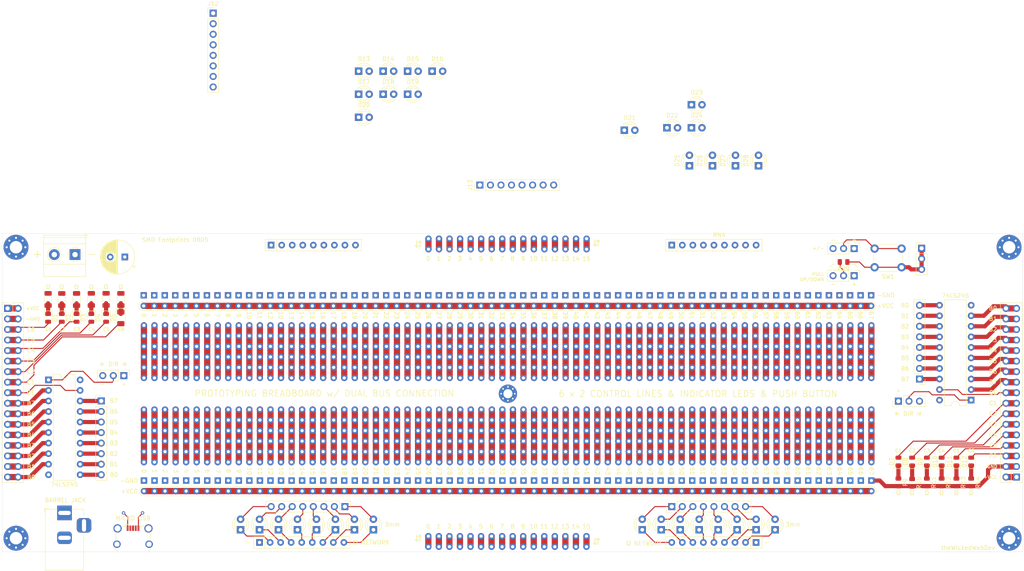
<source format=kicad_pcb>
(kicad_pcb (version 20171130) (host pcbnew "(5.1.10-1-10_14)")
  (layers (0 F.Cu signal) (31 B.Cu signal) (34 B.Paste user) (35 F.Paste user) (36 B.SilkS user) (37 F.SilkS user) (38 B.Mask user) (39 F.Mask user) (44 Edge.Cuts user))
  (net 0 "")
  (net 1 "Net-(J1-Pad31)")
  (net 2 "Net-(J1-Pad29)")
  (net 3 "Net-(J1-Pad27)")
  (net 4 "Net-(J1-Pad25)")
  (net 5 "Net-(J1-Pad23)")
  (net 6 "Net-(J1-Pad21)")
  (net 7 "Net-(J1-Pad19)")
  (net 8 "Net-(J1-Pad17)")
  (net 9 GND)
  (net 10 "Net-(J2-Pad2)")
  (net 11 VCC)
  (net 12 "Net-(J3-Pad8)")
  (net 13 "Net-(J3-Pad7)")
  (net 14 "Net-(J3-Pad6)")
  (net 15 "Net-(J3-Pad5)")
  (net 16 "Net-(J3-Pad4)")
  (net 17 "Net-(J3-Pad3)")
  (net 18 "Net-(J3-Pad2)")
  (net 19 "Net-(J3-Pad1)")
  (net 20 C1)
  (net 21 "Net-(D1-Pad1)")
  (net 22 C2)
  (net 23 "Net-(D2-Pad1)")
  (net 24 C3)
  (net 25 "Net-(D3-Pad1)")
  (net 26 C4)
  (net 27 "Net-(D4-Pad1)")
  (net 28 C5)
  (net 29 "Net-(D5-Pad1)")
  (net 30 C6)
  (net 31 "Net-(D6-Pad1)")
  (net 32 "Net-(J1-Pad33)")
  (net 33 "Net-(D7-Pad1)")
  (net 34 "Net-(D8-Pad1)")
  (net 35 "Net-(D9-Pad1)")
  (net 36 "Net-(D10-Pad1)")
  (net 37 "Net-(D11-Pad1)")
  (net 38 "Net-(D12-Pad1)")
  (net 39 "Net-(J6-Pad33)")
  (net 40 "Net-(J6-Pad31)")
  (net 41 "Net-(J6-Pad29)")
  (net 42 "Net-(J6-Pad27)")
  (net 43 "Net-(J6-Pad25)")
  (net 44 "Net-(J6-Pad23)")
  (net 45 "Net-(J6-Pad21)")
  (net 46 "Net-(J6-Pad19)")
  (net 47 "Net-(J6-Pad17)")
  (net 48 "Net-(J7-Pad2)")
  (net 49 "Net-(J8-Pad8)")
  (net 50 "Net-(J8-Pad7)")
  (net 51 "Net-(J8-Pad6)")
  (net 52 "Net-(J8-Pad5)")
  (net 53 "Net-(J8-Pad4)")
  (net 54 "Net-(J8-Pad3)")
  (net 55 "Net-(J8-Pad2)")
  (net 56 "Net-(J8-Pad1)")
  (net 57 "Net-(J9-Pad16)")
  (net 58 "Net-(J9-Pad15)")
  (net 59 "Net-(J9-Pad14)")
  (net 60 "Net-(J9-Pad13)")
  (net 61 "Net-(J9-Pad12)")
  (net 62 "Net-(J9-Pad11)")
  (net 63 "Net-(J9-Pad10)")
  (net 64 "Net-(J9-Pad9)")
  (net 65 "Net-(J9-Pad8)")
  (net 66 "Net-(J9-Pad7)")
  (net 67 "Net-(J9-Pad6)")
  (net 68 "Net-(J9-Pad5)")
  (net 69 "Net-(J9-Pad4)")
  (net 70 "Net-(J9-Pad3)")
  (net 71 "Net-(J9-Pad2)")
  (net 72 "Net-(J9-Pad1)")
  (net 73 "Net-(J10-Pad16)")
  (net 74 "Net-(J10-Pad15)")
  (net 75 "Net-(J10-Pad14)")
  (net 76 "Net-(J10-Pad13)")
  (net 77 "Net-(J10-Pad12)")
  (net 78 "Net-(J10-Pad11)")
  (net 79 "Net-(J10-Pad10)")
  (net 80 "Net-(J10-Pad9)")
  (net 81 "Net-(J10-Pad8)")
  (net 82 "Net-(J10-Pad7)")
  (net 83 "Net-(J10-Pad6)")
  (net 84 "Net-(J10-Pad5)")
  (net 85 "Net-(J10-Pad4)")
  (net 86 "Net-(J10-Pad3)")
  (net 87 "Net-(J10-Pad2)")
  (net 88 "Net-(J10-Pad1)")
  (net 89 D6)
  (net 90 D5)
  (net 91 D4)
  (net 92 D3)
  (net 93 D2)
  (net 94 D1)
  (net 95 "Net-(J11-Pad1)")
  (net 96 "Net-(J14-Pad1)")
  (net 97 "Net-(J20-Pad1)")
  (net 98 "Net-(J14-Pad37)")
  (net 99 "Net-(J14-Pad26)")
  (net 100 "Net-(J14-Pad40)")
  (net 101 "Net-(J14-Pad43)")
  (net 102 "Net-(J14-Pad42)")
  (net 103 "Net-(J14-Pad33)")
  (net 104 "Net-(J14-Pad32)")
  (net 105 "Net-(J14-Pad64)")
  (net 106 "Net-(J14-Pad63)")
  (net 107 "Net-(J14-Pad62)")
  (net 108 "Net-(J14-Pad9)")
  (net 109 "Net-(J14-Pad8)")
  (net 110 "Net-(J14-Pad28)")
  (net 111 "Net-(J14-Pad25)")
  (net 112 "Net-(J14-Pad24)")
  (net 113 "Net-(J14-Pad23)")
  (net 114 "Net-(J14-Pad22)")
  (net 115 "Net-(J14-Pad21)")
  (net 116 "Net-(J14-Pad20)")
  (net 117 "Net-(J14-Pad19)")
  (net 118 "Net-(J14-Pad50)")
  (net 119 "Net-(J14-Pad49)")
  (net 120 "Net-(J14-Pad48)")
  (net 121 "Net-(J14-Pad47)")
  (net 122 "Net-(J14-Pad17)")
  (net 123 "Net-(J14-Pad16)")
  (net 124 "Net-(J14-Pad15)")
  (net 125 "Net-(J14-Pad4)")
  (net 126 "Net-(J14-Pad3)")
  (net 127 "Net-(J14-Pad2)")
  (net 128 "Net-(J14-Pad35)")
  (net 129 "Net-(J14-Pad34)")
  (net 130 "Net-(J14-Pad31)")
  (net 131 "Net-(J14-Pad30)")
  (net 132 "Net-(J14-Pad29)")
  (net 133 "Net-(J14-Pad7)")
  (net 134 "Net-(J14-Pad6)")
  (net 135 "Net-(J14-Pad5)")
  (net 136 "Net-(J14-Pad14)")
  (net 137 "Net-(J14-Pad13)")
  (net 138 "Net-(J14-Pad12)")
  (net 139 "Net-(J14-Pad11)")
  (net 140 "Net-(J14-Pad10)")
  (net 141 "Net-(J14-Pad46)")
  (net 142 "Net-(J14-Pad45)")
  (net 143 "Net-(J14-Pad44)")
  (net 144 "Net-(J14-Pad18)")
  (net 145 "Net-(J14-Pad61)")
  (net 146 "Net-(J14-Pad60)")
  (net 147 "Net-(J14-Pad59)")
  (net 148 "Net-(J14-Pad58)")
  (net 149 "Net-(J14-Pad57)")
  (net 150 "Net-(J14-Pad56)")
  (net 151 "Net-(J14-Pad55)")
  (net 152 "Net-(J14-Pad54)")
  (net 153 "Net-(J14-Pad53)")
  (net 154 "Net-(J14-Pad52)")
  (net 155 "Net-(J14-Pad51)")
  (net 156 "Net-(J14-Pad70)")
  (net 157 "Net-(J14-Pad69)")
  (net 158 "Net-(J14-Pad68)")
  (net 159 "Net-(J14-Pad67)")
  (net 160 "Net-(J14-Pad66)")
  (net 161 "Net-(J14-Pad65)")
  (net 162 "Net-(J14-Pad36)")
  (net 163 "Net-(J14-Pad38)")
  (net 164 "Net-(J14-Pad27)")
  (net 165 "Net-(J14-Pad41)")
  (net 166 "Net-(J14-Pad39)")
  (net 167 "Net-(J11-Pad37)")
  (net 168 "Net-(J11-Pad26)")
  (net 169 "Net-(J11-Pad40)")
  (net 170 "Net-(J11-Pad43)")
  (net 171 "Net-(J11-Pad42)")
  (net 172 "Net-(J11-Pad33)")
  (net 173 "Net-(J11-Pad32)")
  (net 174 "Net-(J11-Pad64)")
  (net 175 "Net-(J11-Pad63)")
  (net 176 "Net-(J11-Pad62)")
  (net 177 "Net-(J11-Pad9)")
  (net 178 "Net-(J11-Pad8)")
  (net 179 "Net-(J11-Pad28)")
  (net 180 "Net-(J11-Pad25)")
  (net 181 "Net-(J11-Pad24)")
  (net 182 "Net-(J11-Pad23)")
  (net 183 "Net-(J11-Pad22)")
  (net 184 "Net-(J11-Pad21)")
  (net 185 "Net-(J11-Pad20)")
  (net 186 "Net-(J11-Pad19)")
  (net 187 "Net-(J11-Pad50)")
  (net 188 "Net-(J11-Pad49)")
  (net 189 "Net-(J11-Pad48)")
  (net 190 "Net-(J11-Pad47)")
  (net 191 "Net-(J11-Pad17)")
  (net 192 "Net-(J11-Pad16)")
  (net 193 "Net-(J11-Pad15)")
  (net 194 "Net-(J11-Pad4)")
  (net 195 "Net-(J11-Pad3)")
  (net 196 "Net-(J11-Pad2)")
  (net 197 "Net-(J11-Pad35)")
  (net 198 "Net-(J11-Pad34)")
  (net 199 "Net-(J11-Pad31)")
  (net 200 "Net-(J11-Pad30)")
  (net 201 "Net-(J11-Pad29)")
  (net 202 "Net-(J11-Pad7)")
  (net 203 "Net-(J11-Pad6)")
  (net 204 "Net-(J11-Pad5)")
  (net 205 "Net-(J11-Pad14)")
  (net 206 "Net-(J11-Pad13)")
  (net 207 "Net-(J11-Pad12)")
  (net 208 "Net-(J11-Pad11)")
  (net 209 "Net-(J11-Pad10)")
  (net 210 "Net-(J11-Pad46)")
  (net 211 "Net-(J11-Pad45)")
  (net 212 "Net-(J11-Pad44)")
  (net 213 "Net-(J11-Pad18)")
  (net 214 "Net-(J11-Pad61)")
  (net 215 "Net-(J11-Pad60)")
  (net 216 "Net-(J11-Pad59)")
  (net 217 "Net-(J11-Pad58)")
  (net 218 "Net-(J11-Pad57)")
  (net 219 "Net-(J11-Pad56)")
  (net 220 "Net-(J11-Pad55)")
  (net 221 "Net-(J11-Pad54)")
  (net 222 "Net-(J11-Pad53)")
  (net 223 "Net-(J11-Pad52)")
  (net 224 "Net-(J11-Pad51)")
  (net 225 "Net-(J11-Pad70)")
  (net 226 "Net-(J11-Pad69)")
  (net 227 "Net-(J11-Pad68)")
  (net 228 "Net-(J11-Pad67)")
  (net 229 "Net-(J11-Pad66)")
  (net 230 "Net-(J11-Pad65)")
  (net 231 "Net-(J11-Pad36)")
  (net 232 "Net-(J11-Pad38)")
  (net 233 "Net-(J11-Pad27)")
  (net 234 "Net-(J11-Pad41)")
  (net 235 "Net-(J11-Pad39)")
  (net 236 "Net-(D13-Pad2)")
  (net 237 "Net-(D13-Pad1)")
  (net 238 "Net-(D14-Pad2)")
  (net 239 "Net-(D14-Pad1)")
  (net 240 "Net-(D15-Pad2)")
  (net 241 "Net-(D15-Pad1)")
  (net 242 "Net-(D16-Pad2)")
  (net 243 "Net-(D16-Pad1)")
  (net 244 "Net-(D17-Pad2)")
  (net 245 "Net-(D17-Pad1)")
  (net 246 "Net-(D18-Pad2)")
  (net 247 "Net-(D18-Pad1)")
  (net 248 "Net-(D19-Pad2)")
  (net 249 "Net-(D19-Pad1)")
  (net 250 "Net-(D20-Pad2)")
  (net 251 "Net-(D20-Pad1)")
  (net 252 "Net-(D21-Pad2)")
  (net 253 "Net-(D21-Pad1)")
  (net 254 "Net-(D22-Pad2)")
  (net 255 "Net-(D22-Pad1)")
  (net 256 "Net-(D23-Pad2)")
  (net 257 "Net-(D23-Pad1)")
  (net 258 "Net-(D24-Pad2)")
  (net 259 "Net-(D24-Pad1)")
  (net 260 "Net-(D25-Pad2)")
  (net 261 "Net-(D25-Pad1)")
  (net 262 "Net-(D26-Pad2)")
  (net 263 "Net-(D26-Pad1)")
  (net 264 "Net-(D27-Pad2)")
  (net 265 "Net-(D27-Pad1)")
  (net 266 "Net-(D28-Pad2)")
  (net 267 "Net-(D28-Pad1)")
  (net 268 "Net-(D29-Pad2)")
  (net 269 "Net-(D29-Pad1)")
  (net 270 "Net-(D30-Pad2)")
  (net 271 "Net-(D30-Pad1)")
  (net 272 "Net-(D31-Pad2)")
  (net 273 "Net-(D31-Pad1)")
  (net 274 "Net-(D32-Pad2)")
  (net 275 "Net-(D32-Pad1)")
  (net 276 "Net-(D33-Pad2)")
  (net 277 "Net-(D33-Pad1)")
  (net 278 "Net-(D34-Pad2)")
  (net 279 "Net-(D34-Pad1)")
  (net 280 "Net-(D35-Pad2)")
  (net 281 "Net-(D35-Pad1)")
  (net 282 "Net-(D36-Pad2)")
  (net 283 "Net-(D36-Pad1)")
  (net 284 "Net-(D37-Pad2)")
  (net 285 "Net-(D37-Pad1)")
  (net 286 "Net-(D38-Pad2)")
  (net 287 "Net-(D38-Pad1)")
  (net 288 "Net-(D39-Pad2)")
  (net 289 "Net-(D39-Pad1)")
  (net 290 "Net-(D40-Pad2)")
  (net 291 "Net-(D40-Pad1)")
  (net 292 "Net-(D41-Pad2)")
  (net 293 "Net-(D41-Pad1)")
  (net 294 "Net-(D42-Pad2)")
  (net 295 "Net-(D42-Pad1)")
  (net 296 "Net-(D43-Pad2)")
  (net 297 "Net-(D43-Pad1)")
  (net 298 "Net-(D44-Pad2)")
  (net 299 "Net-(D44-Pad1)")
  (net 300 "Net-(J4-Pad4)")
  (net 301 "Net-(J4-Pad3)")
  (net 302 "Net-(J4-Pad2)")
  (net 303 "Net-(J18-Pad2)")
  (net 304 "Net-(J19-Pad2)")
  (module Resistor_THT:R_Array_SIP9 (layer F.Cu) (at 290.068 36.322)
    (fp_text reference RN4 (at 11.43 -2.4) (layer F.SilkS))
    (fp_text value R_Network08_US)
    (pad 9 thru_hole oval (at 20.32 0) (size 1.6 1.6) (drill 0.8) (layers *.Cu *.Mask) (net 253 "Net-(D21-Pad1)"))
    (pad 8 thru_hole oval (at 17.78 0) (size 1.6 1.6) (drill 0.8) (layers *.Cu *.Mask) (net 255 "Net-(D22-Pad1)"))
    (pad 7 thru_hole oval (at 15.24 0) (size 1.6 1.6) (drill 0.8) (layers *.Cu *.Mask) (net 257 "Net-(D23-Pad1)"))
    (pad 6 thru_hole oval (at 12.7 0) (size 1.6 1.6) (drill 0.8) (layers *.Cu *.Mask) (net 259 "Net-(D24-Pad1)"))
    (pad 5 thru_hole oval (at 10.16 0) (size 1.6 1.6) (drill 0.8) (layers *.Cu *.Mask) (net 261 "Net-(D25-Pad1)"))
    (pad 4 thru_hole oval (at 7.62 0) (size 1.6 1.6) (drill 0.8) (layers *.Cu *.Mask) (net 263 "Net-(D26-Pad1)"))
    (pad 3 thru_hole oval (at 5.08 0) (size 1.6 1.6) (drill 0.8) (layers *.Cu *.Mask) (net 265 "Net-(D27-Pad1)"))
    (pad 2 thru_hole oval (at 2.54 0) (size 1.6 1.6) (drill 0.8) (layers *.Cu *.Mask) (net 267 "Net-(D28-Pad1)"))
    (pad 1 thru_hole rect (at 0 0) (size 1.6 1.6) (drill 0.8) (layers *.Cu *.Mask) (net 9 GND))
  )
  (module Resistor_THT:R_Array_SIP9 (layer F.Cu) (at 193.548 36.322)
    (fp_text reference RN3 hide)
    (fp_text value R_Network08_US hide)
    (pad 9 thru_hole oval (at 20.32 0) (size 1.6 1.6) (drill 0.8) (layers *.Cu *.Mask) (net 237 "Net-(D13-Pad1)"))
    (pad 8 thru_hole oval (at 17.78 0) (size 1.6 1.6) (drill 0.8) (layers *.Cu *.Mask) (net 239 "Net-(D14-Pad1)"))
    (pad 7 thru_hole oval (at 15.24 0) (size 1.6 1.6) (drill 0.8) (layers *.Cu *.Mask) (net 241 "Net-(D15-Pad1)"))
    (pad 6 thru_hole oval (at 12.7 0) (size 1.6 1.6) (drill 0.8) (layers *.Cu *.Mask) (net 243 "Net-(D16-Pad1)"))
    (pad 5 thru_hole oval (at 10.16 0) (size 1.6 1.6) (drill 0.8) (layers *.Cu *.Mask) (net 245 "Net-(D17-Pad1)"))
    (pad 4 thru_hole oval (at 7.62 0) (size 1.6 1.6) (drill 0.8) (layers *.Cu *.Mask) (net 247 "Net-(D18-Pad1)"))
    (pad 3 thru_hole oval (at 5.08 0) (size 1.6 1.6) (drill 0.8) (layers *.Cu *.Mask) (net 249 "Net-(D19-Pad1)"))
    (pad 2 thru_hole oval (at 2.54 0) (size 1.6 1.6) (drill 0.8) (layers *.Cu *.Mask) (net 251 "Net-(D20-Pad1)"))
    (pad 1 thru_hole rect (at 0 0) (size 1.6 1.6) (drill 0.8) (layers *.Cu *.Mask) (net 9 GND))
  )
  (module Resistor_SMD:R_0805_2012Metric (layer F.Cu) (at 331.47 40.386 180)
    (fp_text reference R29 (at 0 -1.65) (layer F.SilkS))
    (fp_text value R_Small_US)
    (pad 2 smd roundrect (at 0.9125 0 180) (size 1.025 1.4) (layers F.Cu F.Paste F.Mask) (roundrect_rratio 0.243902) (net 303 "Net-(J18-Pad2)"))
    (pad 1 smd roundrect (at -0.9125 0 180) (size 1.025 1.4) (layers F.Cu F.Paste F.Mask) (roundrect_rratio 0.243902) (net 97 "Net-(J20-Pad1)"))
  )
  (module Resistor_SMD:R_0805_2012Metric (layer F.Cu) (at 362.204 93.472 270)
    (fp_text reference R14 (at 0 -1.65 90) (layer F.SilkS))
    (fp_text value R_Small_US)
    (pad 2 smd roundrect (at 0.9125 0 270) (size 1.025 1.4) (layers F.Cu F.Paste F.Mask) (roundrect_rratio 0.243902) (net 9 GND))
    (pad 1 smd roundrect (at -0.9125 0 270) (size 1.025 1.4) (layers F.Cu F.Paste F.Mask) (roundrect_rratio 0.243902) (net 38 "Net-(D12-Pad1)"))
  )
  (module Resistor_SMD:R_0805_2012Metric (layer F.Cu) (at 358.648 93.472 270)
    (fp_text reference R13 (at 0 -1.65 90) (layer F.SilkS))
    (fp_text value R_Small_US)
    (pad 2 smd roundrect (at 0.9125 0 270) (size 1.025 1.4) (layers F.Cu F.Paste F.Mask) (roundrect_rratio 0.243902) (net 9 GND))
    (pad 1 smd roundrect (at -0.9125 0 270) (size 1.025 1.4) (layers F.Cu F.Paste F.Mask) (roundrect_rratio 0.243902) (net 37 "Net-(D11-Pad1)"))
  )
  (module Resistor_SMD:R_0805_2012Metric (layer F.Cu) (at 355.092 93.472 270)
    (fp_text reference R12 (at 0 -1.65 90) (layer F.SilkS))
    (fp_text value R_Small_US)
    (pad 2 smd roundrect (at 0.9125 0 270) (size 1.025 1.4) (layers F.Cu F.Paste F.Mask) (roundrect_rratio 0.243902) (net 9 GND))
    (pad 1 smd roundrect (at -0.9125 0 270) (size 1.025 1.4) (layers F.Cu F.Paste F.Mask) (roundrect_rratio 0.243902) (net 36 "Net-(D10-Pad1)"))
  )
  (module Resistor_SMD:R_0805_2012Metric (layer F.Cu) (at 351.536 93.472 270)
    (fp_text reference R11 (at 0 -1.65 90) (layer F.SilkS))
    (fp_text value R_Small_US)
    (pad 2 smd roundrect (at 0.9125 0 270) (size 1.025 1.4) (layers F.Cu F.Paste F.Mask) (roundrect_rratio 0.243902) (net 9 GND))
    (pad 1 smd roundrect (at -0.9125 0 270) (size 1.025 1.4) (layers F.Cu F.Paste F.Mask) (roundrect_rratio 0.243902) (net 35 "Net-(D9-Pad1)"))
  )
  (module Resistor_SMD:R_0805_2012Metric (layer F.Cu) (at 347.98 93.5755 270)
    (fp_text reference R10 (at 0 -1.65 90) (layer F.SilkS))
    (fp_text value R_Small_US)
    (pad 2 smd roundrect (at 0.9125 0 270) (size 1.025 1.4) (layers F.Cu F.Paste F.Mask) (roundrect_rratio 0.243902) (net 9 GND))
    (pad 1 smd roundrect (at -0.9125 0 270) (size 1.025 1.4) (layers F.Cu F.Paste F.Mask) (roundrect_rratio 0.243902) (net 34 "Net-(D8-Pad1)"))
  )
  (module Resistor_SMD:R_0805_2012Metric (layer F.Cu) (at 344.678 93.472 270)
    (fp_text reference R9 (at 0 -1.65 90) (layer F.SilkS))
    (fp_text value R_Small_US)
    (pad 2 smd roundrect (at 0.9125 0 270) (size 1.025 1.4) (layers F.Cu F.Paste F.Mask) (roundrect_rratio 0.243902) (net 9 GND))
    (pad 1 smd roundrect (at -0.9125 0 270) (size 1.025 1.4) (layers F.Cu F.Paste F.Mask) (roundrect_rratio 0.243902) (net 33 "Net-(D7-Pad1)"))
  )
  (module Connector_PinHeader_2.54mm:PinHeader_1x08_P2.54mm_Vertical (layer F.Cu) (at 243.84 21.844 90)
    (fp_text reference J13 (at 0 -2.33 90) (layer F.SilkS))
    (fp_text value Conn_01x08)
    (pad 8 thru_hole oval (at 0 17.78 90) (size 1.7 1.7) (drill 1) (layers *.Cu *.Mask) (net 266 "Net-(D28-Pad2)"))
    (pad 7 thru_hole oval (at 0 15.24 90) (size 1.7 1.7) (drill 1) (layers *.Cu *.Mask) (net 264 "Net-(D27-Pad2)"))
    (pad 6 thru_hole oval (at 0 12.7 90) (size 1.7 1.7) (drill 1) (layers *.Cu *.Mask) (net 262 "Net-(D26-Pad2)"))
    (pad 5 thru_hole oval (at 0 10.16 90) (size 1.7 1.7) (drill 1) (layers *.Cu *.Mask) (net 260 "Net-(D25-Pad2)"))
    (pad 4 thru_hole oval (at 0 7.62 90) (size 1.7 1.7) (drill 1) (layers *.Cu *.Mask) (net 258 "Net-(D24-Pad2)"))
    (pad 3 thru_hole oval (at 0 5.08 90) (size 1.7 1.7) (drill 1) (layers *.Cu *.Mask) (net 256 "Net-(D23-Pad2)"))
    (pad 2 thru_hole oval (at 0 2.54 90) (size 1.7 1.7) (drill 1) (layers *.Cu *.Mask) (net 254 "Net-(D22-Pad2)"))
    (pad 1 thru_hole rect (at 0 0 90) (size 1.7 1.7) (drill 1) (layers *.Cu *.Mask) (net 252 "Net-(D21-Pad2)"))
  )
  (module Connector_PinHeader_2.54mm:PinHeader_1x08_P2.54mm_Vertical (layer F.Cu) (at 179.578 -19.558)
    (fp_text reference J12 (at 0 -2.33) (layer F.SilkS))
    (fp_text value Conn_01x08)
    (pad 8 thru_hole oval (at 0 17.78) (size 1.7 1.7) (drill 1) (layers *.Cu *.Mask) (net 250 "Net-(D20-Pad2)"))
    (pad 7 thru_hole oval (at 0 15.24) (size 1.7 1.7) (drill 1) (layers *.Cu *.Mask) (net 248 "Net-(D19-Pad2)"))
    (pad 6 thru_hole oval (at 0 12.7) (size 1.7 1.7) (drill 1) (layers *.Cu *.Mask) (net 246 "Net-(D18-Pad2)"))
    (pad 5 thru_hole oval (at 0 10.16) (size 1.7 1.7) (drill 1) (layers *.Cu *.Mask) (net 244 "Net-(D17-Pad2)"))
    (pad 4 thru_hole oval (at 0 7.62) (size 1.7 1.7) (drill 1) (layers *.Cu *.Mask) (net 242 "Net-(D16-Pad2)"))
    (pad 3 thru_hole oval (at 0 5.08) (size 1.7 1.7) (drill 1) (layers *.Cu *.Mask) (net 240 "Net-(D15-Pad2)"))
    (pad 2 thru_hole oval (at 0 2.54) (size 1.7 1.7) (drill 1) (layers *.Cu *.Mask) (net 238 "Net-(D14-Pad2)"))
    (pad 1 thru_hole rect (at 0 0) (size 1.7 1.7) (drill 1) (layers *.Cu *.Mask) (net 236 "Net-(D13-Pad2)"))
  )
  (module LED_THT:LED_D3.0mm (layer F.Cu) (at 310.972 17.208 90)
    (fp_text reference D28 (at 1.27 -2.96 90) (layer F.SilkS))
    (fp_text value LED)
    (pad 2 thru_hole circle (at 2.54 0 90) (size 1.8 1.8) (drill 0.9) (layers *.Cu *.Mask) (net 266 "Net-(D28-Pad2)"))
    (pad 1 thru_hole rect (at 0 0 90) (size 1.8 1.8) (drill 0.9) (layers *.Cu *.Mask) (net 267 "Net-(D28-Pad1)"))
  )
  (module LED_THT:LED_D3.0mm (layer F.Cu) (at 305.422 17.208 90)
    (fp_text reference D27 (at 1.27 -2.96 90) (layer F.SilkS))
    (fp_text value LED)
    (pad 2 thru_hole circle (at 2.54 0 90) (size 1.8 1.8) (drill 0.9) (layers *.Cu *.Mask) (net 264 "Net-(D27-Pad2)"))
    (pad 1 thru_hole rect (at 0 0 90) (size 1.8 1.8) (drill 0.9) (layers *.Cu *.Mask) (net 265 "Net-(D27-Pad1)"))
  )
  (module LED_THT:LED_D3.0mm (layer F.Cu) (at 299.872 17.208 90)
    (fp_text reference D26 (at 1.27 -2.96 90) (layer F.SilkS))
    (fp_text value LED)
    (pad 2 thru_hole circle (at 2.54 0 90) (size 1.8 1.8) (drill 0.9) (layers *.Cu *.Mask) (net 262 "Net-(D26-Pad2)"))
    (pad 1 thru_hole rect (at 0 0 90) (size 1.8 1.8) (drill 0.9) (layers *.Cu *.Mask) (net 263 "Net-(D26-Pad1)"))
  )
  (module LED_THT:LED_D3.0mm (layer F.Cu) (at 294.322 17.208 90)
    (fp_text reference D25 (at 1.27 -2.96 90) (layer F.SilkS))
    (fp_text value LED)
    (pad 2 thru_hole circle (at 2.54 0 90) (size 1.8 1.8) (drill 0.9) (layers *.Cu *.Mask) (net 260 "Net-(D25-Pad2)"))
    (pad 1 thru_hole rect (at 0 0 90) (size 1.8 1.8) (drill 0.9) (layers *.Cu *.Mask) (net 261 "Net-(D25-Pad1)"))
  )
  (module LED_THT:LED_D3.0mm (layer F.Cu) (at 294.814 8.052)
    (fp_text reference D24 (at 1.27 -2.96) (layer F.SilkS))
    (fp_text value LED)
    (pad 2 thru_hole circle (at 2.54 0) (size 1.8 1.8) (drill 0.9) (layers *.Cu *.Mask) (net 258 "Net-(D24-Pad2)"))
    (pad 1 thru_hole rect (at 0 0) (size 1.8 1.8) (drill 0.9) (layers *.Cu *.Mask) (net 259 "Net-(D24-Pad1)"))
  )
  (module LED_THT:LED_D3.0mm (layer F.Cu) (at 294.814 2.502)
    (fp_text reference D23 (at 1.27 -2.96) (layer F.SilkS))
    (fp_text value LED)
    (pad 2 thru_hole circle (at 2.54 0) (size 1.8 1.8) (drill 0.9) (layers *.Cu *.Mask) (net 256 "Net-(D23-Pad2)"))
    (pad 1 thru_hole rect (at 0 0) (size 1.8 1.8) (drill 0.9) (layers *.Cu *.Mask) (net 257 "Net-(D23-Pad1)"))
  )
  (module LED_THT:LED_D3.0mm (layer F.Cu) (at 288.914 8.052)
    (fp_text reference D22 (at 1.27 -2.96) (layer F.SilkS))
    (fp_text value LED)
    (pad 2 thru_hole circle (at 2.54 0) (size 1.8 1.8) (drill 0.9) (layers *.Cu *.Mask) (net 254 "Net-(D22-Pad2)"))
    (pad 1 thru_hole rect (at 0 0) (size 1.8 1.8) (drill 0.9) (layers *.Cu *.Mask) (net 255 "Net-(D22-Pad1)"))
  )
  (module LED_THT:LED_D3.0mm (layer F.Cu) (at 278.638 8.636)
    (fp_text reference D21 (at 1.27 -2.96) (layer F.SilkS))
    (fp_text value LED)
    (pad 2 thru_hole circle (at 2.54 0) (size 1.8 1.8) (drill 0.9) (layers *.Cu *.Mask) (net 252 "Net-(D21-Pad2)"))
    (pad 1 thru_hole rect (at 0 0) (size 1.8 1.8) (drill 0.9) (layers *.Cu *.Mask) (net 253 "Net-(D21-Pad1)"))
  )
  (module LED_THT:LED_D3.0mm (layer F.Cu) (at 214.63 5.512)
    (fp_text reference D20 (at 1.27 -2.96) (layer F.SilkS))
    (fp_text value LED)
    (pad 2 thru_hole circle (at 2.54 0) (size 1.8 1.8) (drill 0.9) (layers *.Cu *.Mask) (net 250 "Net-(D20-Pad2)"))
    (pad 1 thru_hole rect (at 0 0) (size 1.8 1.8) (drill 0.9) (layers *.Cu *.Mask) (net 251 "Net-(D20-Pad1)"))
  )
  (module LED_THT:LED_D3.0mm (layer F.Cu) (at 226.43 -0.038)
    (fp_text reference D19 (at 1.27 -2.96) (layer F.SilkS))
    (fp_text value LED)
    (pad 2 thru_hole circle (at 2.54 0) (size 1.8 1.8) (drill 0.9) (layers *.Cu *.Mask) (net 248 "Net-(D19-Pad2)"))
    (pad 1 thru_hole rect (at 0 0) (size 1.8 1.8) (drill 0.9) (layers *.Cu *.Mask) (net 249 "Net-(D19-Pad1)"))
  )
  (module LED_THT:LED_D3.0mm (layer F.Cu) (at 220.53 -0.038)
    (fp_text reference D18 (at 1.27 -2.96) (layer F.SilkS))
    (fp_text value LED)
    (pad 2 thru_hole circle (at 2.54 0) (size 1.8 1.8) (drill 0.9) (layers *.Cu *.Mask) (net 246 "Net-(D18-Pad2)"))
    (pad 1 thru_hole rect (at 0 0) (size 1.8 1.8) (drill 0.9) (layers *.Cu *.Mask) (net 247 "Net-(D18-Pad1)"))
  )
  (module LED_THT:LED_D3.0mm (layer F.Cu) (at 214.63 -0.038)
    (fp_text reference D17 (at 1.27 -2.96) (layer F.SilkS))
    (fp_text value LED)
    (pad 2 thru_hole circle (at 2.54 0) (size 1.8 1.8) (drill 0.9) (layers *.Cu *.Mask) (net 244 "Net-(D17-Pad2)"))
    (pad 1 thru_hole rect (at 0 0) (size 1.8 1.8) (drill 0.9) (layers *.Cu *.Mask) (net 245 "Net-(D17-Pad1)"))
  )
  (module LED_THT:LED_D3.0mm (layer F.Cu) (at 232.33 -5.588)
    (fp_text reference D16 (at 1.27 -2.96) (layer F.SilkS))
    (fp_text value LED)
    (pad 2 thru_hole circle (at 2.54 0) (size 1.8 1.8) (drill 0.9) (layers *.Cu *.Mask) (net 242 "Net-(D16-Pad2)"))
    (pad 1 thru_hole rect (at 0 0) (size 1.8 1.8) (drill 0.9) (layers *.Cu *.Mask) (net 243 "Net-(D16-Pad1)"))
  )
  (module LED_THT:LED_D3.0mm (layer F.Cu) (at 226.43 -5.588)
    (fp_text reference D15 (at 1.27 -2.96) (layer F.SilkS))
    (fp_text value LED)
    (pad 2 thru_hole circle (at 2.54 0) (size 1.8 1.8) (drill 0.9) (layers *.Cu *.Mask) (net 240 "Net-(D15-Pad2)"))
    (pad 1 thru_hole rect (at 0 0) (size 1.8 1.8) (drill 0.9) (layers *.Cu *.Mask) (net 241 "Net-(D15-Pad1)"))
  )
  (module LED_THT:LED_D3.0mm (layer F.Cu) (at 220.53 -5.588)
    (fp_text reference D14 (at 1.27 -2.96) (layer F.SilkS))
    (fp_text value LED)
    (pad 2 thru_hole circle (at 2.54 0) (size 1.8 1.8) (drill 0.9) (layers *.Cu *.Mask) (net 238 "Net-(D14-Pad2)"))
    (pad 1 thru_hole rect (at 0 0) (size 1.8 1.8) (drill 0.9) (layers *.Cu *.Mask) (net 239 "Net-(D14-Pad1)"))
  )
  (module LED_THT:LED_D3.0mm (layer F.Cu) (at 214.63 -5.588)
    (fp_text reference D13 (at 1.27 -2.96) (layer F.SilkS))
    (fp_text value LED)
    (pad 2 thru_hole circle (at 2.54 0) (size 1.8 1.8) (drill 0.9) (layers *.Cu *.Mask) (net 236 "Net-(D13-Pad2)"))
    (pad 1 thru_hole rect (at 0 0) (size 1.8 1.8) (drill 0.9) (layers *.Cu *.Mask) (net 237 "Net-(D13-Pad1)"))
  )
  (module LED_SMD:LED_0805_2012Metric (layer F.Cu) (at 362.204 88.4705 90)
    (fp_text reference D12 (at 0 -1.65 90) (layer F.SilkS))
    (fp_text value LED)
    (pad 2 smd roundrect (at 0.9375 0 90) (size 0.975 1.4) (layers F.Cu F.Paste F.Mask) (net 94 D1))
    (pad 1 smd roundrect (at -0.9375 0 90) (size 0.975 1.4) (layers F.Cu F.Paste F.Mask) (net 38 "Net-(D12-Pad1)"))
  )
  (module LED_SMD:LED_0805_2012Metric (layer F.Cu) (at 358.648 88.4705 90)
    (fp_text reference D11 (at 0 -1.65 90) (layer F.SilkS))
    (fp_text value LED)
    (pad 2 smd roundrect (at 0.9375 0 90) (size 0.975 1.4) (layers F.Cu F.Paste F.Mask) (net 93 D2))
    (pad 1 smd roundrect (at -0.9375 0 90) (size 0.975 1.4) (layers F.Cu F.Paste F.Mask) (net 37 "Net-(D11-Pad1)"))
  )
  (module LED_SMD:LED_0805_2012Metric (layer F.Cu) (at 355.092 88.4705 90)
    (fp_text reference D10 (at 0 -1.65 90) (layer F.SilkS))
    (fp_text value LED)
    (pad 2 smd roundrect (at 0.9375 0 90) (size 0.975 1.4) (layers F.Cu F.Paste F.Mask) (net 92 D3))
    (pad 1 smd roundrect (at -0.9375 0 90) (size 0.975 1.4) (layers F.Cu F.Paste F.Mask) (net 36 "Net-(D10-Pad1)"))
  )
  (module LED_SMD:LED_0805_2012Metric (layer F.Cu) (at 351.536 88.4705 90)
    (fp_text reference D9 (at 0 -1.65 90) (layer F.SilkS))
    (fp_text value LED)
    (pad 2 smd roundrect (at 0.9375 0 90) (size 0.975 1.4) (layers F.Cu F.Paste F.Mask) (net 91 D4))
    (pad 1 smd roundrect (at -0.9375 0 90) (size 0.975 1.4) (layers F.Cu F.Paste F.Mask) (net 35 "Net-(D9-Pad1)"))
  )
  (module LED_SMD:LED_0805_2012Metric (layer F.Cu) (at 347.98 88.4705 90)
    (fp_text reference D8 (at 0 -1.65 90) (layer F.SilkS))
    (fp_text value LED)
    (pad 2 smd roundrect (at 0.9375 0 90) (size 0.975 1.4) (layers F.Cu F.Paste F.Mask) (net 90 D5))
    (pad 1 smd roundrect (at -0.9375 0 90) (size 0.975 1.4) (layers F.Cu F.Paste F.Mask) (net 34 "Net-(D8-Pad1)"))
  )
  (module LED_SMD:LED_0805_2012Metric (layer F.Cu) (at 344.678 88.4705 90)
    (fp_text reference D7 (at 0 -1.65 90) (layer F.SilkS))
    (fp_text value LED)
    (pad 2 smd roundrect (at 0.9375 0 90) (size 0.975 1.4) (layers F.Cu F.Paste F.Mask) (net 89 D6))
    (pad 1 smd roundrect (at -0.9375 0 90) (size 0.975 1.4) (layers F.Cu F.Paste F.Mask) (net 33 "Net-(D7-Pad1)"))
  )
  (module LED_SMD:LED_0805_2012Metric (layer F.Cu) (at 153.78 53.84 270)
    (fp_text reference D5 (at 0 -1.65 90) (layer F.SilkS))
    (fp_text value LED)
    (pad 2 smd roundrect (at 0.9375 0 270) (size 0.975 1.4) (layers F.Cu F.Paste F.Mask) (net 28 C5))
    (pad 1 smd roundrect (at -0.9375 0 270) (size 0.975 1.4) (layers F.Cu F.Paste F.Mask) (net 29 "Net-(D5-Pad1)"))
  )
  (module LED_SMD:LED_0805_2012Metric (layer F.Cu) (at 150.224 53.84 270)
    (fp_text reference D4 (at 0 -1.65 90) (layer F.SilkS))
    (fp_text value LED)
    (pad 2 smd roundrect (at 0.9375 0 270) (size 0.975 1.4) (layers F.Cu F.Paste F.Mask) (net 26 C4))
    (pad 1 smd roundrect (at -0.9375 0 270) (size 0.975 1.4) (layers F.Cu F.Paste F.Mask) (net 27 "Net-(D4-Pad1)"))
  )
  (module LED_SMD:LED_0805_2012Metric (layer F.Cu) (at 146.668 53.84 270)
    (fp_text reference D3 (at 0 -1.65 90) (layer F.SilkS))
    (fp_text value LED)
    (pad 2 smd roundrect (at 0.9375 0 270) (size 0.975 1.4) (layers F.Cu F.Paste F.Mask) (net 24 C3))
    (pad 1 smd roundrect (at -0.9375 0 270) (size 0.975 1.4) (layers F.Cu F.Paste F.Mask) (net 25 "Net-(D3-Pad1)"))
  )
  (module LED_SMD:LED_0805_2012Metric (layer F.Cu) (at 143.112 53.84 270)
    (fp_text reference D2 (at 0 -1.65 90) (layer F.SilkS))
    (fp_text value LED)
    (pad 2 smd roundrect (at 0.9375 0 270) (size 0.975 1.4) (layers F.Cu F.Paste F.Mask) (net 22 C2))
    (pad 1 smd roundrect (at -0.9375 0 270) (size 0.975 1.4) (layers F.Cu F.Paste F.Mask) (net 23 "Net-(D2-Pad1)"))
  )
  (module LED_SMD:LED_0805_2012Metric (layer F.Cu) (at 139.81 53.84 270)
    (fp_text reference D1 (at 0 -1.65 90) (layer F.SilkS))
    (fp_text value LED)
    (pad 2 smd roundrect (at 0.9375 0 270) (size 0.975 1.4) (layers F.Cu F.Paste F.Mask) (net 20 C1))
    (pad 1 smd roundrect (at -0.9375 0 270) (size 0.975 1.4) (layers F.Cu F.Paste F.Mask) (net 21 "Net-(D1-Pad1)"))
  )
  (module LED_SMD:LED_1206_3216Metric (layer F.Cu) (at 157.336 53.84 270)
    (fp_text reference D6 hide)
    (fp_text value LED hide)
    (pad 2 smd roundrect (at 1.4 0 270) (size 1.25 1.75) (layers F.Cu F.Paste F.Mask) (roundrect_rratio 0.2) (net 30 C6))
    (pad 1 smd roundrect (at -1.4 0 270) (size 1.25 1.75) (layers F.Cu F.Paste F.Mask) (roundrect_rratio 0.2) (net 31 "Net-(D6-Pad1)"))
  )
  (module Resistor_SMD:R_1206_3216Metric (layer F.Cu) (at 157.344 49.4155 90)
    (fp_text reference R6 hide)
    (fp_text value R_Small_US hide)
    (pad 2 smd roundrect (at 1.4625 0 90) (size 1.125 1.75) (layers F.Cu F.Paste F.Mask) (roundrect_rratio 0.222222) (net 9 GND))
    (pad 1 smd roundrect (at -1.4625 0 90) (size 1.125 1.75) (layers F.Cu F.Paste F.Mask) (roundrect_rratio 0.222222) (net 31 "Net-(D6-Pad1)"))
  )
  (module Resistor_SMD:R_1206_3216Metric (layer F.Cu) (at 153.784 49.388 90)
    (fp_text reference R5 hide)
    (fp_text value R_Small_US hide)
    (pad 2 smd roundrect (at 1.4625 0 90) (size 1.125 1.75) (layers F.Cu F.Paste F.Mask) (roundrect_rratio 0.222222) (net 9 GND))
    (pad 1 smd roundrect (at -1.4625 0 90) (size 1.125 1.75) (layers F.Cu F.Paste F.Mask) (roundrect_rratio 0.222222) (net 29 "Net-(D5-Pad1)"))
  )
  (module Resistor_SMD:R_1206_3216Metric (layer F.Cu) (at 150.224 49.398 90)
    (fp_text reference R4 hide)
    (fp_text value R_Small_US hide)
    (pad 2 smd roundrect (at 1.4625 0 90) (size 1.125 1.75) (layers F.Cu F.Paste F.Mask) (roundrect_rratio 0.222222) (net 9 GND))
    (pad 1 smd roundrect (at -1.4625 0 90) (size 1.125 1.75) (layers F.Cu F.Paste F.Mask) (roundrect_rratio 0.222222) (net 27 "Net-(D4-Pad1)"))
  )
  (module Resistor_SMD:R_1206_3216Metric (layer F.Cu) (at 146.668 49.4185 90)
    (fp_text reference R3 hide)
    (fp_text value R_Small_US hide)
    (pad 2 smd roundrect (at 1.4625 0 90) (size 1.125 1.75) (layers F.Cu F.Paste F.Mask) (roundrect_rratio 0.222222) (net 9 GND))
    (pad 1 smd roundrect (at -1.4625 0 90) (size 1.125 1.75) (layers F.Cu F.Paste F.Mask) (roundrect_rratio 0.222222) (net 25 "Net-(D3-Pad1)"))
  )
  (module Resistor_SMD:R_1206_3216Metric (layer F.Cu) (at 143.104 49.428 90)
    (fp_text reference R2 hide)
    (fp_text value R_Small_US hide)
    (pad 2 smd roundrect (at 1.4625 0 90) (size 1.125 1.75) (layers F.Cu F.Paste F.Mask) (roundrect_rratio 0.222222) (net 9 GND))
    (pad 1 smd roundrect (at -1.4625 0 90) (size 1.125 1.75) (layers F.Cu F.Paste F.Mask) (roundrect_rratio 0.222222) (net 23 "Net-(D2-Pad1)"))
  )
  (module Resistor_SMD:R_1206_3216Metric (layer F.Cu) (at 139.81 49.408 90)
    (fp_text reference R1 hide)
    (fp_text value R_Small_US hide)
    (pad 2 smd roundrect (at 1.4625 0 90) (size 1.125 1.75) (layers F.Cu F.Paste F.Mask) (roundrect_rratio 0.222222) (net 9 GND))
    (pad 1 smd roundrect (at -1.4625 0 90) (size 1.125 1.75) (layers F.Cu F.Paste F.Mask) (roundrect_rratio 0.222222) (net 21 "Net-(D1-Pad1)"))
  )
  (module Package_DIP:DIP-20_W7.62mm (layer F.Cu) (at 362.204 73.66 180)
    (fp_text reference U2 hide)
    (fp_text value 74LS245 (at 3.81 25.19) (layer F.SilkS))
    (pad 20 thru_hole oval (at 7.62 0 180) (size 1.6 1.6) (drill 0.8) (layers *.Cu *.Mask) (net 11 VCC))
    (pad 10 thru_hole oval (at 0 22.86 180) (size 1.6 1.6) (drill 0.8) (layers *.Cu *.Mask) (net 9 GND))
    (pad 19 thru_hole oval (at 7.62 2.54 180) (size 1.6 1.6) (drill 0.8) (layers *.Cu *.Mask) (net 47 "Net-(J6-Pad17)"))
    (pad 9 thru_hole oval (at 0 20.32 180) (size 1.6 1.6) (drill 0.8) (layers *.Cu *.Mask) (net 39 "Net-(J6-Pad33)"))
    (pad 18 thru_hole oval (at 7.62 5.08 180) (size 1.6 1.6) (drill 0.8) (layers *.Cu *.Mask) (net 56 "Net-(J8-Pad1)"))
    (pad 8 thru_hole oval (at 0 17.78 180) (size 1.6 1.6) (drill 0.8) (layers *.Cu *.Mask) (net 40 "Net-(J6-Pad31)"))
    (pad 17 thru_hole oval (at 7.62 7.62 180) (size 1.6 1.6) (drill 0.8) (layers *.Cu *.Mask) (net 55 "Net-(J8-Pad2)"))
    (pad 7 thru_hole oval (at 0 15.24 180) (size 1.6 1.6) (drill 0.8) (layers *.Cu *.Mask) (net 41 "Net-(J6-Pad29)"))
    (pad 16 thru_hole oval (at 7.62 10.16 180) (size 1.6 1.6) (drill 0.8) (layers *.Cu *.Mask) (net 54 "Net-(J8-Pad3)"))
    (pad 6 thru_hole oval (at 0 12.7 180) (size 1.6 1.6) (drill 0.8) (layers *.Cu *.Mask) (net 42 "Net-(J6-Pad27)"))
    (pad 15 thru_hole oval (at 7.62 12.7 180) (size 1.6 1.6) (drill 0.8) (layers *.Cu *.Mask) (net 53 "Net-(J8-Pad4)"))
    (pad 5 thru_hole oval (at 0 10.16 180) (size 1.6 1.6) (drill 0.8) (layers *.Cu *.Mask) (net 43 "Net-(J6-Pad25)"))
    (pad 14 thru_hole oval (at 7.62 15.24 180) (size 1.6 1.6) (drill 0.8) (layers *.Cu *.Mask) (net 52 "Net-(J8-Pad5)"))
    (pad 4 thru_hole oval (at 0 7.62 180) (size 1.6 1.6) (drill 0.8) (layers *.Cu *.Mask) (net 44 "Net-(J6-Pad23)"))
    (pad 13 thru_hole oval (at 7.62 17.78 180) (size 1.6 1.6) (drill 0.8) (layers *.Cu *.Mask) (net 51 "Net-(J8-Pad6)"))
    (pad 3 thru_hole oval (at 0 5.08 180) (size 1.6 1.6) (drill 0.8) (layers *.Cu *.Mask) (net 45 "Net-(J6-Pad21)"))
    (pad 12 thru_hole oval (at 7.62 20.32 180) (size 1.6 1.6) (drill 0.8) (layers *.Cu *.Mask) (net 50 "Net-(J8-Pad7)"))
    (pad 2 thru_hole oval (at 0 2.54 180) (size 1.6 1.6) (drill 0.8) (layers *.Cu *.Mask) (net 46 "Net-(J6-Pad19)"))
    (pad 11 thru_hole oval (at 7.62 22.86 180) (size 1.6 1.6) (drill 0.8) (layers *.Cu *.Mask) (net 49 "Net-(J8-Pad8)"))
    (pad 1 thru_hole rect (at 0 0 180) (size 1.6 1.6) (drill 0.8) (layers *.Cu *.Mask) (net 48 "Net-(J7-Pad2)"))
  )
  (module Package_DIP:DIP-20_W7.62mm (layer F.Cu) (at 139.91 68.784)
    (fp_text reference U1 hide)
    (fp_text value 74LS245 (at 3.81 25.19) (layer F.SilkS))
    (pad 20 thru_hole oval (at 7.62 0) (size 1.6 1.6) (drill 0.8) (layers *.Cu *.Mask) (net 11 VCC))
    (pad 10 thru_hole oval (at 0 22.86) (size 1.6 1.6) (drill 0.8) (layers *.Cu *.Mask) (net 9 GND))
    (pad 19 thru_hole oval (at 7.62 2.54) (size 1.6 1.6) (drill 0.8) (layers *.Cu *.Mask) (net 8 "Net-(J1-Pad17)"))
    (pad 9 thru_hole oval (at 0 20.32) (size 1.6 1.6) (drill 0.8) (layers *.Cu *.Mask) (net 32 "Net-(J1-Pad33)"))
    (pad 18 thru_hole oval (at 7.62 5.08) (size 1.6 1.6) (drill 0.8) (layers *.Cu *.Mask) (net 19 "Net-(J3-Pad1)"))
    (pad 8 thru_hole oval (at 0 17.78) (size 1.6 1.6) (drill 0.8) (layers *.Cu *.Mask) (net 1 "Net-(J1-Pad31)"))
    (pad 17 thru_hole oval (at 7.62 7.62) (size 1.6 1.6) (drill 0.8) (layers *.Cu *.Mask) (net 18 "Net-(J3-Pad2)"))
    (pad 7 thru_hole oval (at 0 15.24) (size 1.6 1.6) (drill 0.8) (layers *.Cu *.Mask) (net 2 "Net-(J1-Pad29)"))
    (pad 16 thru_hole oval (at 7.62 10.16) (size 1.6 1.6) (drill 0.8) (layers *.Cu *.Mask) (net 17 "Net-(J3-Pad3)"))
    (pad 6 thru_hole oval (at 0 12.7) (size 1.6 1.6) (drill 0.8) (layers *.Cu *.Mask) (net 3 "Net-(J1-Pad27)"))
    (pad 15 thru_hole oval (at 7.62 12.7) (size 1.6 1.6) (drill 0.8) (layers *.Cu *.Mask) (net 16 "Net-(J3-Pad4)"))
    (pad 5 thru_hole oval (at 0 10.16) (size 1.6 1.6) (drill 0.8) (layers *.Cu *.Mask) (net 4 "Net-(J1-Pad25)"))
    (pad 14 thru_hole oval (at 7.62 15.24) (size 1.6 1.6) (drill 0.8) (layers *.Cu *.Mask) (net 15 "Net-(J3-Pad5)"))
    (pad 4 thru_hole oval (at 0 7.62) (size 1.6 1.6) (drill 0.8) (layers *.Cu *.Mask) (net 5 "Net-(J1-Pad23)"))
    (pad 13 thru_hole oval (at 7.62 17.78) (size 1.6 1.6) (drill 0.8) (layers *.Cu *.Mask) (net 14 "Net-(J3-Pad6)"))
    (pad 3 thru_hole oval (at 0 5.08) (size 1.6 1.6) (drill 0.8) (layers *.Cu *.Mask) (net 6 "Net-(J1-Pad21)"))
    (pad 12 thru_hole oval (at 7.62 20.32) (size 1.6 1.6) (drill 0.8) (layers *.Cu *.Mask) (net 13 "Net-(J3-Pad7)"))
    (pad 2 thru_hole oval (at 0 2.54) (size 1.6 1.6) (drill 0.8) (layers *.Cu *.Mask) (net 7 "Net-(J1-Pad19)"))
    (pad 11 thru_hole oval (at 7.62 22.86) (size 1.6 1.6) (drill 0.8) (layers *.Cu *.Mask) (net 12 "Net-(J3-Pad8)"))
    (pad 1 thru_hole rect (at 0 0) (size 1.6 1.6) (drill 0.8) (layers *.Cu *.Mask) (net 10 "Net-(J2-Pad2)"))
  )
  (module Connector_PinHeader_2.54mm:PinHeader_1x03_P2.54mm_Vertical (layer F.Cu) (at 350.266 37.084)
    (fp_text reference J20 hide)
    (fp_text value Conn_01x03 hide)
    (pad 3 thru_hole oval (at 0 5.08) (size 1.7 1.7) (drill 1) (layers *.Cu *.Mask) (net 97 "Net-(J20-Pad1)"))
    (pad 2 thru_hole oval (at 0 2.54) (size 1.7 1.7) (drill 1) (layers *.Cu *.Mask) (net 97 "Net-(J20-Pad1)"))
    (pad 1 thru_hole rect (at 0 0) (size 1.7 1.7) (drill 1) (layers *.Cu *.Mask) (net 97 "Net-(J20-Pad1)"))
  )
  (module Connector_PinHeader_2.54mm:PinHeader_1x03_P2.54mm_Vertical (layer F.Cu) (at 334.01 43.688 270)
    (fp_text reference J18 hide)
    (fp_text value Conn_01x03 hide)
    (pad 3 thru_hole oval (at 0 5.08 270) (size 1.7 1.7) (drill 1) (layers *.Cu *.Mask) (net 9 GND))
    (pad 2 thru_hole oval (at 0 2.54 270) (size 1.7 1.7) (drill 1) (layers *.Cu *.Mask) (net 303 "Net-(J18-Pad2)"))
    (pad 1 thru_hole rect (at 0 0 270) (size 1.7 1.7) (drill 1) (layers *.Cu *.Mask) (net 11 VCC))
  )
  (module Connector_PinHeader_2.54mm:PinHeader_1x03_P2.54mm_Vertical (layer F.Cu) (at 334.01 37.142 270)
    (fp_text reference J19 hide)
    (fp_text value Conn_01x03 hide)
    (pad 3 thru_hole oval (at 0 5.08 270) (size 1.7 1.7) (drill 1) (layers *.Cu *.Mask) (net 9 GND))
    (pad 2 thru_hole oval (at 0 2.54 270) (size 1.7 1.7) (drill 1) (layers *.Cu *.Mask) (net 304 "Net-(J19-Pad2)"))
    (pad 1 thru_hole rect (at 0 0 270) (size 1.7 1.7) (drill 1) (layers *.Cu *.Mask) (net 11 VCC))
  )
  (module Button_Switch_THT:SW_PUSH_6mm (layer F.Cu) (at 345.44 41.656 180)
    (fp_text reference SW1 (at 3.25 -2.286) (layer F.SilkS))
    (fp_text value SW_Push hide)
    (pad 1 thru_hole circle (at 6.5 0 270) (size 2 2) (drill 1.1) (layers *.Cu *.Mask) (net 97 "Net-(J20-Pad1)"))
    (pad 2 thru_hole circle (at 6.5 4.5 270) (size 2 2) (drill 1.1) (layers *.Cu *.Mask) (net 304 "Net-(J19-Pad2)"))
    (pad 1 thru_hole circle (at 0 0 270) (size 2 2) (drill 1.1) (layers *.Cu *.Mask) (net 97 "Net-(J20-Pad1)"))
    (pad 2 thru_hole circle (at 0 4.5 270) (size 2 2) (drill 1.1) (layers *.Cu *.Mask) (net 304 "Net-(J19-Pad2)"))
  )
  (module Connector_USB:USB_Micro-B_Wuerth_629105150521_CircularHoles (layer F.Cu) (at 160.274 106.426)
    (fp_text reference J4 hide)
    (fp_text value USB_B_Micro hide)
    (pad "" np_thru_hole circle (at 2.5 -0.8) (size 0.8 0.8) (drill 0.8) (layers *.Cu *.Mask))
    (pad "" np_thru_hole circle (at -2.5 -0.8) (size 0.8 0.8) (drill 0.8) (layers *.Cu *.Mask))
    (pad 6 thru_hole circle (at 3.875 1.95) (size 1.8 1.8) (drill 1.2) (layers *.Cu *.Mask) (net 9 GND))
    (pad 6 thru_hole circle (at -3.875 1.95) (size 1.8 1.8) (drill 1.2) (layers *.Cu *.Mask) (net 9 GND))
    (pad 6 thru_hole circle (at 3.725 -1.85) (size 2 2) (drill 1.4) (layers *.Cu *.Mask) (net 9 GND))
    (pad 6 thru_hole circle (at -3.725 -1.85) (size 2 2) (drill 1.4) (layers *.Cu *.Mask) (net 9 GND))
    (pad 5 smd rect (at 1.3 -1.9) (size 0.45 1.3) (layers F.Cu F.Paste F.Mask) (net 9 GND))
    (pad 4 smd rect (at 0.65 -1.9) (size 0.45 1.3) (layers F.Cu F.Paste F.Mask) (net 300 "Net-(J4-Pad4)"))
    (pad 3 smd rect (at 0 -1.9) (size 0.45 1.3) (layers F.Cu F.Paste F.Mask) (net 301 "Net-(J4-Pad3)"))
    (pad 2 smd rect (at -0.65 -1.9) (size 0.45 1.3) (layers F.Cu F.Paste F.Mask) (net 302 "Net-(J4-Pad2)"))
    (pad 1 smd rect (at -1.3 -1.9) (size 0.45 1.3) (layers F.Cu F.Paste F.Mask) (net 11 VCC))
  )
  (module Connector_BarrelJack:BarrelJack_Horizontal (layer F.Cu) (at 143.764 100.838 90)
    (fp_text reference J17 hide)
    (fp_text value Barrel_Jack_MountingPin hide)
    (pad 3 thru_hole roundrect (at -3 4.7 90) (size 3.5 3.5) (drill oval 3 1) (layers *.Cu *.Mask))
    (pad 2 thru_hole roundrect (at -6 0 90) (size 3 3.5) (drill oval 1 3) (layers *.Cu *.Mask) (net 9 GND))
    (pad 1 thru_hole rect (at 0 0 90) (size 3.5 3.5) (drill oval 1 3) (layers *.Cu *.Mask) (net 11 VCC))
  )
  (module Resistor_THT:R_Array_SIP9 (layer F.Cu) (at 310.388 107.95 180)
    (fp_text reference RN2 hide)
    (fp_text value R_Network08_US hide)
    (pad 9 thru_hole oval (at 20.32 0 180) (size 1.6 1.6) (drill 0.8) (layers *.Cu *.Mask) (net 285 "Net-(D37-Pad1)"))
    (pad 8 thru_hole oval (at 17.78 0 180) (size 1.6 1.6) (drill 0.8) (layers *.Cu *.Mask) (net 287 "Net-(D38-Pad1)"))
    (pad 7 thru_hole oval (at 15.24 0 180) (size 1.6 1.6) (drill 0.8) (layers *.Cu *.Mask) (net 289 "Net-(D39-Pad1)"))
    (pad 6 thru_hole oval (at 12.7 0 180) (size 1.6 1.6) (drill 0.8) (layers *.Cu *.Mask) (net 291 "Net-(D40-Pad1)"))
    (pad 5 thru_hole oval (at 10.16 0 180) (size 1.6 1.6) (drill 0.8) (layers *.Cu *.Mask) (net 293 "Net-(D41-Pad1)"))
    (pad 4 thru_hole oval (at 7.62 0 180) (size 1.6 1.6) (drill 0.8) (layers *.Cu *.Mask) (net 295 "Net-(D42-Pad1)"))
    (pad 3 thru_hole oval (at 5.08 0 180) (size 1.6 1.6) (drill 0.8) (layers *.Cu *.Mask) (net 297 "Net-(D43-Pad1)"))
    (pad 2 thru_hole oval (at 2.54 0 180) (size 1.6 1.6) (drill 0.8) (layers *.Cu *.Mask) (net 299 "Net-(D44-Pad1)"))
    (pad 1 thru_hole rect (at 0 0 180) (size 1.6 1.6) (drill 0.8) (layers *.Cu *.Mask) (net 9 GND))
  )
  (module Connector_PinHeader_2.54mm:PinHeader_1x08_P2.54mm_Vertical (layer F.Cu) (at 290.068 99.314 90)
    (fp_text reference J16 hide)
    (fp_text value Conn_01x08 hide)
    (pad 8 thru_hole oval (at 0 17.78 90) (size 1.7 1.7) (drill 1) (layers *.Cu *.Mask) (net 298 "Net-(D44-Pad2)"))
    (pad 7 thru_hole oval (at 0 15.24 90) (size 1.7 1.7) (drill 1) (layers *.Cu *.Mask) (net 296 "Net-(D43-Pad2)"))
    (pad 6 thru_hole oval (at 0 12.7 90) (size 1.7 1.7) (drill 1) (layers *.Cu *.Mask) (net 294 "Net-(D42-Pad2)"))
    (pad 5 thru_hole oval (at 0 10.16 90) (size 1.7 1.7) (drill 1) (layers *.Cu *.Mask) (net 292 "Net-(D41-Pad2)"))
    (pad 4 thru_hole oval (at 0 7.62 90) (size 1.7 1.7) (drill 1) (layers *.Cu *.Mask) (net 290 "Net-(D40-Pad2)"))
    (pad 3 thru_hole oval (at 0 5.08 90) (size 1.7 1.7) (drill 1) (layers *.Cu *.Mask) (net 288 "Net-(D39-Pad2)"))
    (pad 2 thru_hole oval (at 0 2.54 90) (size 1.7 1.7) (drill 1) (layers *.Cu *.Mask) (net 286 "Net-(D38-Pad2)"))
    (pad 1 thru_hole rect (at 0 0 90) (size 1.7 1.7) (drill 1) (layers *.Cu *.Mask) (net 284 "Net-(D37-Pad2)"))
  )
  (module LED_THT:LED_D3.0mm (layer F.Cu) (at 314.96 104.902 90)
    (fp_text reference D44 hide)
    (fp_text value LED hide)
    (pad 2 thru_hole circle (at 2.54 0 90) (size 1.8 1.8) (drill 0.9) (layers *.Cu *.Mask) (net 298 "Net-(D44-Pad2)"))
    (pad 1 thru_hole rect (at 0 0 90) (size 1.8 1.8) (drill 0.9) (layers *.Cu *.Mask) (net 299 "Net-(D44-Pad1)"))
  )
  (module LED_THT:LED_D3.0mm (layer F.Cu) (at 310.388 104.902 90)
    (fp_text reference D43 hide)
    (fp_text value LED hide)
    (pad 2 thru_hole circle (at 2.54 0 90) (size 1.8 1.8) (drill 0.9) (layers *.Cu *.Mask) (net 296 "Net-(D43-Pad2)"))
    (pad 1 thru_hole rect (at 0 0 90) (size 1.8 1.8) (drill 0.9) (layers *.Cu *.Mask) (net 297 "Net-(D43-Pad1)"))
  )
  (module LED_THT:LED_D3.0mm (layer F.Cu) (at 305.816 104.902 90)
    (fp_text reference D42 hide)
    (fp_text value LED hide)
    (pad 2 thru_hole circle (at 2.54 0 90) (size 1.8 1.8) (drill 0.9) (layers *.Cu *.Mask) (net 294 "Net-(D42-Pad2)"))
    (pad 1 thru_hole rect (at 0 0 90) (size 1.8 1.8) (drill 0.9) (layers *.Cu *.Mask) (net 295 "Net-(D42-Pad1)"))
  )
  (module LED_THT:LED_D3.0mm (layer F.Cu) (at 301.244 104.902 90)
    (fp_text reference D41 hide)
    (fp_text value LED hide)
    (pad 2 thru_hole circle (at 2.54 0 90) (size 1.8 1.8) (drill 0.9) (layers *.Cu *.Mask) (net 292 "Net-(D41-Pad2)"))
    (pad 1 thru_hole rect (at 0 0 90) (size 1.8 1.8) (drill 0.9) (layers *.Cu *.Mask) (net 293 "Net-(D41-Pad1)"))
  )
  (module LED_THT:LED_D3.0mm (layer F.Cu) (at 296.672 104.902 90)
    (fp_text reference D40 hide)
    (fp_text value LED hide)
    (pad 2 thru_hole circle (at 2.54 0 90) (size 1.8 1.8) (drill 0.9) (layers *.Cu *.Mask) (net 290 "Net-(D40-Pad2)"))
    (pad 1 thru_hole rect (at 0 0 90) (size 1.8 1.8) (drill 0.9) (layers *.Cu *.Mask) (net 291 "Net-(D40-Pad1)"))
  )
  (module LED_THT:LED_D3.0mm (layer F.Cu) (at 292.1 104.902 90)
    (fp_text reference D39 hide)
    (fp_text value LED hide)
    (pad 2 thru_hole circle (at 2.54 0 90) (size 1.8 1.8) (drill 0.9) (layers *.Cu *.Mask) (net 288 "Net-(D39-Pad2)"))
    (pad 1 thru_hole rect (at 0 0 90) (size 1.8 1.8) (drill 0.9) (layers *.Cu *.Mask) (net 289 "Net-(D39-Pad1)"))
  )
  (module LED_THT:LED_D3.0mm (layer F.Cu) (at 287.528 104.902 90)
    (fp_text reference D38 hide)
    (fp_text value LED hide)
    (pad 2 thru_hole circle (at 2.54 0 90) (size 1.8 1.8) (drill 0.9) (layers *.Cu *.Mask) (net 286 "Net-(D38-Pad2)"))
    (pad 1 thru_hole rect (at 0 0 90) (size 1.8 1.8) (drill 0.9) (layers *.Cu *.Mask) (net 287 "Net-(D38-Pad1)"))
  )
  (module LED_THT:LED_D3.0mm (layer F.Cu) (at 282.956 104.902 90)
    (fp_text reference D37 hide)
    (fp_text value LED hide)
    (pad 2 thru_hole circle (at 2.54 0 90) (size 1.8 1.8) (drill 0.9) (layers *.Cu *.Mask) (net 284 "Net-(D37-Pad2)"))
    (pad 1 thru_hole rect (at 0 0 90) (size 1.8 1.8) (drill 0.9) (layers *.Cu *.Mask) (net 285 "Net-(D37-Pad1)"))
  )
  (module Resistor_THT:R_Array_SIP9 (layer F.Cu) (at 190.754 107.95)
    (fp_text reference RN1 hide)
    (fp_text value R_Network08_US hide)
    (pad 9 thru_hole oval (at 20.32 0) (size 1.6 1.6) (drill 0.8) (layers *.Cu *.Mask) (net 269 "Net-(D29-Pad1)"))
    (pad 8 thru_hole oval (at 17.78 0) (size 1.6 1.6) (drill 0.8) (layers *.Cu *.Mask) (net 271 "Net-(D30-Pad1)"))
    (pad 7 thru_hole oval (at 15.24 0) (size 1.6 1.6) (drill 0.8) (layers *.Cu *.Mask) (net 273 "Net-(D31-Pad1)"))
    (pad 6 thru_hole oval (at 12.7 0) (size 1.6 1.6) (drill 0.8) (layers *.Cu *.Mask) (net 275 "Net-(D32-Pad1)"))
    (pad 5 thru_hole oval (at 10.16 0) (size 1.6 1.6) (drill 0.8) (layers *.Cu *.Mask) (net 277 "Net-(D33-Pad1)"))
    (pad 4 thru_hole oval (at 7.62 0) (size 1.6 1.6) (drill 0.8) (layers *.Cu *.Mask) (net 279 "Net-(D34-Pad1)"))
    (pad 3 thru_hole oval (at 5.08 0) (size 1.6 1.6) (drill 0.8) (layers *.Cu *.Mask) (net 281 "Net-(D35-Pad1)"))
    (pad 2 thru_hole oval (at 2.54 0) (size 1.6 1.6) (drill 0.8) (layers *.Cu *.Mask) (net 283 "Net-(D36-Pad1)"))
    (pad 1 thru_hole rect (at 0 0) (size 1.6 1.6) (drill 0.8) (layers *.Cu *.Mask) (net 9 GND))
  )
  (module Connector_PinHeader_2.54mm:PinHeader_1x08_P2.54mm_Vertical (layer F.Cu) (at 211.328 99.314 270)
    (fp_text reference J15 hide)
    (fp_text value Conn_01x08 hide)
    (pad 8 thru_hole oval (at 0 17.78 270) (size 1.7 1.7) (drill 1) (layers *.Cu *.Mask) (net 282 "Net-(D36-Pad2)"))
    (pad 7 thru_hole oval (at 0 15.24 270) (size 1.7 1.7) (drill 1) (layers *.Cu *.Mask) (net 280 "Net-(D35-Pad2)"))
    (pad 6 thru_hole oval (at 0 12.7 270) (size 1.7 1.7) (drill 1) (layers *.Cu *.Mask) (net 278 "Net-(D34-Pad2)"))
    (pad 5 thru_hole oval (at 0 10.16 270) (size 1.7 1.7) (drill 1) (layers *.Cu *.Mask) (net 276 "Net-(D33-Pad2)"))
    (pad 4 thru_hole oval (at 0 7.62 270) (size 1.7 1.7) (drill 1) (layers *.Cu *.Mask) (net 274 "Net-(D32-Pad2)"))
    (pad 3 thru_hole oval (at 0 5.08 270) (size 1.7 1.7) (drill 1) (layers *.Cu *.Mask) (net 272 "Net-(D31-Pad2)"))
    (pad 2 thru_hole oval (at 0 2.54 270) (size 1.7 1.7) (drill 1) (layers *.Cu *.Mask) (net 270 "Net-(D30-Pad2)"))
    (pad 1 thru_hole rect (at 0 0 270) (size 1.7 1.7) (drill 1) (layers *.Cu *.Mask) (net 268 "Net-(D29-Pad2)"))
  )
  (module LED_THT:LED_D3.0mm (layer F.Cu) (at 186.182 104.902 90)
    (fp_text reference D36 hide)
    (fp_text value LED hide)
    (pad 2 thru_hole circle (at 2.54 0 90) (size 1.8 1.8) (drill 0.9) (layers *.Cu *.Mask) (net 282 "Net-(D36-Pad2)"))
    (pad 1 thru_hole rect (at 0 0 90) (size 1.8 1.8) (drill 0.9) (layers *.Cu *.Mask) (net 283 "Net-(D36-Pad1)"))
  )
  (module LED_THT:LED_D3.0mm (layer F.Cu) (at 190.754 104.902 90)
    (fp_text reference D35 hide)
    (fp_text value LED hide)
    (pad 2 thru_hole circle (at 2.54 0 90) (size 1.8 1.8) (drill 0.9) (layers *.Cu *.Mask) (net 280 "Net-(D35-Pad2)"))
    (pad 1 thru_hole rect (at 0 0 90) (size 1.8 1.8) (drill 0.9) (layers *.Cu *.Mask) (net 281 "Net-(D35-Pad1)"))
  )
  (module LED_THT:LED_D3.0mm (layer F.Cu) (at 195.326 104.902 90)
    (fp_text reference D34 hide)
    (fp_text value LED hide)
    (pad 2 thru_hole circle (at 2.54 0 90) (size 1.8 1.8) (drill 0.9) (layers *.Cu *.Mask) (net 278 "Net-(D34-Pad2)"))
    (pad 1 thru_hole rect (at 0 0 90) (size 1.8 1.8) (drill 0.9) (layers *.Cu *.Mask) (net 279 "Net-(D34-Pad1)"))
  )
  (module LED_THT:LED_D3.0mm (layer F.Cu) (at 199.898 104.902 90)
    (fp_text reference D33 hide)
    (fp_text value LED hide)
    (pad 2 thru_hole circle (at 2.54 0 90) (size 1.8 1.8) (drill 0.9) (layers *.Cu *.Mask) (net 276 "Net-(D33-Pad2)"))
    (pad 1 thru_hole rect (at 0 0 90) (size 1.8 1.8) (drill 0.9) (layers *.Cu *.Mask) (net 277 "Net-(D33-Pad1)"))
  )
  (module LED_THT:LED_D3.0mm (layer F.Cu) (at 204.47 104.902 90)
    (fp_text reference D32 hide)
    (fp_text value LED hide)
    (pad 2 thru_hole circle (at 2.54 0 90) (size 1.8 1.8) (drill 0.9) (layers *.Cu *.Mask) (net 274 "Net-(D32-Pad2)"))
    (pad 1 thru_hole rect (at 0 0 90) (size 1.8 1.8) (drill 0.9) (layers *.Cu *.Mask) (net 275 "Net-(D32-Pad1)"))
  )
  (module LED_THT:LED_D3.0mm (layer F.Cu) (at 209.042 104.902 90)
    (fp_text reference D31 hide)
    (fp_text value LED hide)
    (pad 2 thru_hole circle (at 2.54 0 90) (size 1.8 1.8) (drill 0.9) (layers *.Cu *.Mask) (net 272 "Net-(D31-Pad2)"))
    (pad 1 thru_hole rect (at 0 0 90) (size 1.8 1.8) (drill 0.9) (layers *.Cu *.Mask) (net 273 "Net-(D31-Pad1)"))
  )
  (module LED_THT:LED_D3.0mm (layer F.Cu) (at 213.614 104.902 90)
    (fp_text reference D30 hide)
    (fp_text value LED hide)
    (pad 2 thru_hole circle (at 2.54 0 90) (size 1.8 1.8) (drill 0.9) (layers *.Cu *.Mask) (net 270 "Net-(D30-Pad2)"))
    (pad 1 thru_hole rect (at 0 0 90) (size 1.8 1.8) (drill 0.9) (layers *.Cu *.Mask) (net 271 "Net-(D30-Pad1)"))
  )
  (module LED_THT:LED_D3.0mm (layer F.Cu) (at 218.186 104.902 90)
    (fp_text reference D29 hide)
    (fp_text value LED hide)
    (pad 2 thru_hole circle (at 2.54 0 90) (size 1.8 1.8) (drill 0.9) (layers *.Cu *.Mask) (net 268 "Net-(D29-Pad2)"))
    (pad 1 thru_hole rect (at 0 0 90) (size 1.8 1.8) (drill 0.9) (layers *.Cu *.Mask) (net 269 "Net-(D29-Pad1)"))
  )
  (module breadboard-prototype:line_6x70 (layer F.Cu) (at 248.8 61.43)
    (fp_text reference J11 hide)
    (fp_text value Conn_01x01 hide)
    (pad 37 thru_hole circle (at 5.54 4.36) (size 1.524 1.524) (drill 0.762) (layers *.Cu *.Mask) (net 167 "Net-(J11-Pad37)"))
    (pad 26 thru_hole circle (at -22.4 4.36) (size 1.524 1.524) (drill 0.762) (layers *.Cu *.Mask) (net 168 "Net-(J11-Pad26)"))
    (pad 40 thru_hole circle (at 13.16 4.36) (size 1.524 1.524) (drill 0.762) (layers *.Cu *.Mask) (net 169 "Net-(J11-Pad40)"))
    (pad 43 thru_hole circle (at 20.78 4.36) (size 1.524 1.524) (drill 0.762) (layers *.Cu *.Mask) (net 170 "Net-(J11-Pad43)"))
    (pad 42 thru_hole circle (at 18.24 4.36) (size 1.524 1.524) (drill 0.762) (layers *.Cu *.Mask) (net 171 "Net-(J11-Pad42)"))
    (pad 33 thru_hole circle (at -4.62 6.89) (size 1.524 1.524) (drill 0.762) (layers *.Cu *.Mask) (net 172 "Net-(J11-Pad33)"))
    (pad 32 thru_hole circle (at -7.16 6.89) (size 1.524 1.524) (drill 0.762) (layers *.Cu *.Mask) (net 173 "Net-(J11-Pad32)"))
    (pad 64 thru_hole circle (at 74.12 4.36) (size 1.524 1.524) (drill 0.762) (layers *.Cu *.Mask) (net 174 "Net-(J11-Pad64)"))
    (pad 63 thru_hole circle (at 71.58 4.36) (size 1.524 1.524) (drill 0.762) (layers *.Cu *.Mask) (net 175 "Net-(J11-Pad63)"))
    (pad 62 thru_hole circle (at 69.04 4.36) (size 1.524 1.524) (drill 0.762) (layers *.Cu *.Mask) (net 176 "Net-(J11-Pad62)"))
    (pad 9 thru_hole circle (at -65.58 4.36) (size 1.524 1.524) (drill 0.762) (layers *.Cu *.Mask) (net 177 "Net-(J11-Pad9)"))
    (pad 8 thru_hole circle (at -68.12 4.36) (size 1.524 1.524) (drill 0.762) (layers *.Cu *.Mask) (net 178 "Net-(J11-Pad8)"))
    (pad 28 thru_hole circle (at -17.32 4.36) (size 1.524 1.524) (drill 0.762) (layers *.Cu *.Mask) (net 179 "Net-(J11-Pad28)"))
    (pad 25 thru_hole circle (at -24.94 4.36) (size 1.524 1.524) (drill 0.762) (layers *.Cu *.Mask) (net 180 "Net-(J11-Pad25)"))
    (pad 24 thru_hole circle (at -27.48 4.36) (size 1.524 1.524) (drill 0.762) (layers *.Cu *.Mask) (net 181 "Net-(J11-Pad24)"))
    (pad 23 thru_hole circle (at -30.02 4.36) (size 1.524 1.524) (drill 0.762) (layers *.Cu *.Mask) (net 182 "Net-(J11-Pad23)"))
    (pad 22 thru_hole circle (at -32.56 4.36) (size 1.524 1.524) (drill 0.762) (layers *.Cu *.Mask) (net 183 "Net-(J11-Pad22)"))
    (pad 21 thru_hole circle (at -35.1 4.36) (size 1.524 1.524) (drill 0.762) (layers *.Cu *.Mask) (net 184 "Net-(J11-Pad21)"))
    (pad 20 thru_hole circle (at -37.64 4.36) (size 1.524 1.524) (drill 0.762) (layers *.Cu *.Mask) (net 185 "Net-(J11-Pad20)"))
    (pad 19 thru_hole circle (at -40.18 4.36) (size 1.524 1.524) (drill 0.762) (layers *.Cu *.Mask) (net 186 "Net-(J11-Pad19)"))
    (pad 50 thru_hole circle (at 38.56 4.36) (size 1.524 1.524) (drill 0.762) (layers *.Cu *.Mask) (net 187 "Net-(J11-Pad50)"))
    (pad 49 thru_hole circle (at 36.02 4.36) (size 1.524 1.524) (drill 0.762) (layers *.Cu *.Mask) (net 188 "Net-(J11-Pad49)"))
    (pad 48 thru_hole circle (at 33.48 4.36) (size 1.524 1.524) (drill 0.762) (layers *.Cu *.Mask) (net 189 "Net-(J11-Pad48)"))
    (pad 47 thru_hole circle (at 30.94 4.36) (size 1.524 1.524) (drill 0.762) (layers *.Cu *.Mask) (net 190 "Net-(J11-Pad47)"))
    (pad 1 thru_hole circle (at -85.9 4.36) (size 1.524 1.524) (drill 0.762) (layers *.Cu *.Mask) (net 95 "Net-(J11-Pad1)"))
    (pad 17 thru_hole circle (at -45.26 4.36) (size 1.524 1.524) (drill 0.762) (layers *.Cu *.Mask) (net 191 "Net-(J11-Pad17)"))
    (pad 16 thru_hole circle (at -47.8 4.36) (size 1.524 1.524) (drill 0.762) (layers *.Cu *.Mask) (net 192 "Net-(J11-Pad16)"))
    (pad 15 thru_hole circle (at -50.34 4.36) (size 1.524 1.524) (drill 0.762) (layers *.Cu *.Mask) (net 193 "Net-(J11-Pad15)"))
    (pad 4 thru_hole circle (at -78.28 4.36) (size 1.524 1.524) (drill 0.762) (layers *.Cu *.Mask) (net 194 "Net-(J11-Pad4)"))
    (pad 3 thru_hole circle (at -80.82 4.36) (size 1.524 1.524) (drill 0.762) (layers *.Cu *.Mask) (net 195 "Net-(J11-Pad3)"))
    (pad 2 thru_hole circle (at -83.36 4.36) (size 1.524 1.524) (drill 0.762) (layers *.Cu *.Mask) (net 196 "Net-(J11-Pad2)"))
    (pad 35 thru_hole circle (at 0.46 4.36) (size 1.524 1.524) (drill 0.762) (layers *.Cu *.Mask) (net 197 "Net-(J11-Pad35)"))
    (pad 34 thru_hole circle (at -2.08 4.36) (size 1.524 1.524) (drill 0.762) (layers *.Cu *.Mask) (net 198 "Net-(J11-Pad34)"))
    (pad 31 thru_hole circle (at -9.7 4.36) (size 1.524 1.524) (drill 0.762) (layers *.Cu *.Mask) (net 199 "Net-(J11-Pad31)"))
    (pad 30 thru_hole circle (at -12.24 4.36) (size 1.524 1.524) (drill 0.762) (layers *.Cu *.Mask) (net 200 "Net-(J11-Pad30)"))
    (pad 29 thru_hole circle (at -14.78 4.36) (size 1.524 1.524) (drill 0.762) (layers *.Cu *.Mask) (net 201 "Net-(J11-Pad29)"))
    (pad 7 thru_hole circle (at -70.66 4.36) (size 1.524 1.524) (drill 0.762) (layers *.Cu *.Mask) (net 202 "Net-(J11-Pad7)"))
    (pad 6 thru_hole circle (at -73.2 4.36) (size 1.524 1.524) (drill 0.762) (layers *.Cu *.Mask) (net 203 "Net-(J11-Pad6)"))
    (pad 5 thru_hole circle (at -75.74 4.36) (size 1.524 1.524) (drill 0.762) (layers *.Cu *.Mask) (net 204 "Net-(J11-Pad5)"))
    (pad 14 thru_hole circle (at -52.88 4.36) (size 1.524 1.524) (drill 0.762) (layers *.Cu *.Mask) (net 205 "Net-(J11-Pad14)"))
    (pad 13 thru_hole circle (at -55.42 4.36) (size 1.524 1.524) (drill 0.762) (layers *.Cu *.Mask) (net 206 "Net-(J11-Pad13)"))
    (pad 12 thru_hole circle (at -57.96 4.36) (size 1.524 1.524) (drill 0.762) (layers *.Cu *.Mask) (net 207 "Net-(J11-Pad12)"))
    (pad 11 thru_hole circle (at -60.5 4.36) (size 1.524 1.524) (drill 0.762) (layers *.Cu *.Mask) (net 208 "Net-(J11-Pad11)"))
    (pad 10 thru_hole circle (at -63.04 4.36) (size 1.524 1.524) (drill 0.762) (layers *.Cu *.Mask) (net 209 "Net-(J11-Pad10)"))
    (pad 46 thru_hole circle (at 28.4 4.36) (size 1.524 1.524) (drill 0.762) (layers *.Cu *.Mask) (net 210 "Net-(J11-Pad46)"))
    (pad 45 thru_hole circle (at 25.86 4.36) (size 1.524 1.524) (drill 0.762) (layers *.Cu *.Mask) (net 211 "Net-(J11-Pad45)"))
    (pad 44 thru_hole circle (at 23.32 4.36) (size 1.524 1.524) (drill 0.762) (layers *.Cu *.Mask) (net 212 "Net-(J11-Pad44)"))
    (pad 18 thru_hole circle (at -42.72 4.36) (size 1.524 1.524) (drill 0.762) (layers *.Cu *.Mask) (net 213 "Net-(J11-Pad18)"))
    (pad 61 thru_hole circle (at 66.5 4.36) (size 1.524 1.524) (drill 0.762) (layers *.Cu *.Mask) (net 214 "Net-(J11-Pad61)"))
    (pad 60 thru_hole circle (at 63.96 4.36) (size 1.524 1.524) (drill 0.762) (layers *.Cu *.Mask) (net 215 "Net-(J11-Pad60)"))
    (pad 59 thru_hole circle (at 61.42 4.36) (size 1.524 1.524) (drill 0.762) (layers *.Cu *.Mask) (net 216 "Net-(J11-Pad59)"))
    (pad 58 thru_hole circle (at 58.88 4.36) (size 1.524 1.524) (drill 0.762) (layers *.Cu *.Mask) (net 217 "Net-(J11-Pad58)"))
    (pad 57 thru_hole circle (at 56.34 4.36) (size 1.524 1.524) (drill 0.762) (layers *.Cu *.Mask) (net 218 "Net-(J11-Pad57)"))
    (pad 56 thru_hole circle (at 53.8 4.36) (size 1.524 1.524) (drill 0.762) (layers *.Cu *.Mask) (net 219 "Net-(J11-Pad56)"))
    (pad 33 thru_hole circle (at -4.62 4.36) (size 1.524 1.524) (drill 0.762) (layers *.Cu *.Mask) (net 172 "Net-(J11-Pad33)"))
    (pad 32 thru_hole circle (at -7.16 4.36) (size 1.524 1.524) (drill 0.762) (layers *.Cu *.Mask) (net 173 "Net-(J11-Pad32)"))
    (pad 55 thru_hole circle (at 51.26 4.36) (size 1.524 1.524) (drill 0.762) (layers *.Cu *.Mask) (net 220 "Net-(J11-Pad55)"))
    (pad 54 thru_hole circle (at 48.72 4.36) (size 1.524 1.524) (drill 0.762) (layers *.Cu *.Mask) (net 221 "Net-(J11-Pad54)"))
    (pad 53 thru_hole circle (at 46.18 4.36) (size 1.524 1.524) (drill 0.762) (layers *.Cu *.Mask) (net 222 "Net-(J11-Pad53)"))
    (pad 52 thru_hole circle (at 43.64 4.36) (size 1.524 1.524) (drill 0.762) (layers *.Cu *.Mask) (net 223 "Net-(J11-Pad52)"))
    (pad 51 thru_hole circle (at 41.1 4.36) (size 1.524 1.524) (drill 0.762) (layers *.Cu *.Mask) (net 224 "Net-(J11-Pad51)"))
    (pad 10 thru_hole circle (at -63.04 6.89) (size 1.524 1.524) (drill 0.762) (layers *.Cu *.Mask) (net 209 "Net-(J11-Pad10)"))
    (pad 9 thru_hole circle (at -65.58 6.89) (size 1.524 1.524) (drill 0.762) (layers *.Cu *.Mask) (net 177 "Net-(J11-Pad9)"))
    (pad 2 thru_hole circle (at -83.36 6.89) (size 1.524 1.524) (drill 0.762) (layers *.Cu *.Mask) (net 196 "Net-(J11-Pad2)"))
    (pad 70 thru_hole circle (at 89.36 4.36) (size 1.524 1.524) (drill 0.762) (layers *.Cu *.Mask) (net 225 "Net-(J11-Pad70)"))
    (pad 69 thru_hole circle (at 86.82 4.36) (size 1.524 1.524) (drill 0.762) (layers *.Cu *.Mask) (net 226 "Net-(J11-Pad69)"))
    (pad 68 thru_hole circle (at 84.28 4.36) (size 1.524 1.524) (drill 0.762) (layers *.Cu *.Mask) (net 227 "Net-(J11-Pad68)"))
    (pad 61 thru_hole circle (at 66.5 6.89) (size 1.524 1.524) (drill 0.762) (layers *.Cu *.Mask) (net 214 "Net-(J11-Pad61)"))
    (pad 60 thru_hole circle (at 63.96 6.89) (size 1.524 1.524) (drill 0.762) (layers *.Cu *.Mask) (net 215 "Net-(J11-Pad60)"))
    (pad 59 thru_hole circle (at 61.42 6.89) (size 1.524 1.524) (drill 0.762) (layers *.Cu *.Mask) (net 216 "Net-(J11-Pad59)"))
    (pad 58 thru_hole circle (at 58.88 6.89) (size 1.524 1.524) (drill 0.762) (layers *.Cu *.Mask) (net 217 "Net-(J11-Pad58)"))
    (pad 57 thru_hole circle (at 56.34 6.89) (size 1.524 1.524) (drill 0.762) (layers *.Cu *.Mask) (net 218 "Net-(J11-Pad57)"))
    (pad 56 thru_hole circle (at 53.8 6.89) (size 1.524 1.524) (drill 0.762) (layers *.Cu *.Mask) (net 219 "Net-(J11-Pad56)"))
    (pad 11 thru_hole circle (at -60.5 6.89) (size 1.524 1.524) (drill 0.762) (layers *.Cu *.Mask) (net 208 "Net-(J11-Pad11)"))
    (pad 67 thru_hole circle (at 81.74 4.36) (size 1.524 1.524) (drill 0.762) (layers *.Cu *.Mask) (net 228 "Net-(J11-Pad67)"))
    (pad 66 thru_hole circle (at 79.2 4.36) (size 1.524 1.524) (drill 0.762) (layers *.Cu *.Mask) (net 229 "Net-(J11-Pad66)"))
    (pad 65 thru_hole circle (at 76.66 4.36) (size 1.524 1.524) (drill 0.762) (layers *.Cu *.Mask) (net 230 "Net-(J11-Pad65)"))
    (pad 36 thru_hole circle (at 3 4.36) (size 1.524 1.524) (drill 0.762) (layers *.Cu *.Mask) (net 231 "Net-(J11-Pad36)"))
    (pad 38 thru_hole circle (at 8.08 4.36) (size 1.524 1.524) (drill 0.762) (layers *.Cu *.Mask) (net 232 "Net-(J11-Pad38)"))
    (pad 66 thru_hole circle (at 79.2 6.89) (size 1.524 1.524) (drill 0.762) (layers *.Cu *.Mask) (net 229 "Net-(J11-Pad66)"))
    (pad 65 thru_hole circle (at 76.66 6.89) (size 1.524 1.524) (drill 0.762) (layers *.Cu *.Mask) (net 230 "Net-(J11-Pad65)"))
    (pad 53 thru_hole circle (at 46.18 6.89) (size 1.524 1.524) (drill 0.762) (layers *.Cu *.Mask) (net 222 "Net-(J11-Pad53)"))
    (pad 52 thru_hole circle (at 43.64 6.89) (size 1.524 1.524) (drill 0.762) (layers *.Cu *.Mask) (net 223 "Net-(J11-Pad52)"))
    (pad 51 thru_hole circle (at 41.1 6.89) (size 1.524 1.524) (drill 0.762) (layers *.Cu *.Mask) (net 224 "Net-(J11-Pad51)"))
    (pad 50 thru_hole circle (at 38.56 6.89) (size 1.524 1.524) (drill 0.762) (layers *.Cu *.Mask) (net 187 "Net-(J11-Pad50)"))
    (pad 30 thru_hole circle (at -12.24 6.89) (size 1.524 1.524) (drill 0.762) (layers *.Cu *.Mask) (net 200 "Net-(J11-Pad30)"))
    (pad 29 thru_hole circle (at -14.78 6.89) (size 1.524 1.524) (drill 0.762) (layers *.Cu *.Mask) (net 201 "Net-(J11-Pad29)"))
    (pad 28 thru_hole circle (at -17.32 6.89) (size 1.524 1.524) (drill 0.762) (layers *.Cu *.Mask) (net 179 "Net-(J11-Pad28)"))
    (pad 27 thru_hole circle (at -19.86 6.89) (size 1.524 1.524) (drill 0.762) (layers *.Cu *.Mask) (net 233 "Net-(J11-Pad27)"))
    (pad 26 thru_hole circle (at -22.4 6.89) (size 1.524 1.524) (drill 0.762) (layers *.Cu *.Mask) (net 168 "Net-(J11-Pad26)"))
    (pad 25 thru_hole circle (at -24.94 6.89) (size 1.524 1.524) (drill 0.762) (layers *.Cu *.Mask) (net 180 "Net-(J11-Pad25)"))
    (pad 24 thru_hole circle (at -27.48 6.89) (size 1.524 1.524) (drill 0.762) (layers *.Cu *.Mask) (net 181 "Net-(J11-Pad24)"))
    (pad 23 thru_hole circle (at -30.02 6.89) (size 1.524 1.524) (drill 0.762) (layers *.Cu *.Mask) (net 182 "Net-(J11-Pad23)"))
    (pad 22 thru_hole circle (at -32.56 6.89) (size 1.524 1.524) (drill 0.762) (layers *.Cu *.Mask) (net 183 "Net-(J11-Pad22)"))
    (pad 21 thru_hole circle (at -35.1 6.89) (size 1.524 1.524) (drill 0.762) (layers *.Cu *.Mask) (net 184 "Net-(J11-Pad21)"))
    (pad 20 thru_hole circle (at -37.64 6.89) (size 1.524 1.524) (drill 0.762) (layers *.Cu *.Mask) (net 185 "Net-(J11-Pad20)"))
    (pad 19 thru_hole circle (at -40.18 6.89) (size 1.524 1.524) (drill 0.762) (layers *.Cu *.Mask) (net 186 "Net-(J11-Pad19)"))
    (pad 18 thru_hole circle (at -42.72 6.89) (size 1.524 1.524) (drill 0.762) (layers *.Cu *.Mask) (net 213 "Net-(J11-Pad18)"))
    (pad 17 thru_hole circle (at -45.26 6.89) (size 1.524 1.524) (drill 0.762) (layers *.Cu *.Mask) (net 191 "Net-(J11-Pad17)"))
    (pad 16 thru_hole circle (at -47.8 6.89) (size 1.524 1.524) (drill 0.762) (layers *.Cu *.Mask) (net 192 "Net-(J11-Pad16)"))
    (pad 36 thru_hole circle (at 3 6.89) (size 1.524 1.524) (drill 0.762) (layers *.Cu *.Mask) (net 231 "Net-(J11-Pad36)"))
    (pad 35 thru_hole circle (at 0.46 6.89) (size 1.524 1.524) (drill 0.762) (layers *.Cu *.Mask) (net 197 "Net-(J11-Pad35)"))
    (pad 7 thru_hole circle (at -70.66 6.89) (size 1.524 1.524) (drill 0.762) (layers *.Cu *.Mask) (net 202 "Net-(J11-Pad7)"))
    (pad 8 thru_hole circle (at -68.12 6.89) (size 1.524 1.524) (drill 0.762) (layers *.Cu *.Mask) (net 178 "Net-(J11-Pad8)"))
    (pad 5 thru_hole circle (at -75.74 6.89) (size 1.524 1.524) (drill 0.762) (layers *.Cu *.Mask) (net 204 "Net-(J11-Pad5)"))
    (pad 6 thru_hole circle (at -73.2 6.89) (size 1.524 1.524) (drill 0.762) (layers *.Cu *.Mask) (net 203 "Net-(J11-Pad6)"))
    (pad 70 thru_hole circle (at 89.36 6.89) (size 1.524 1.524) (drill 0.762) (layers *.Cu *.Mask) (net 225 "Net-(J11-Pad70)"))
    (pad 55 thru_hole circle (at 51.26 6.89) (size 1.524 1.524) (drill 0.762) (layers *.Cu *.Mask) (net 220 "Net-(J11-Pad55)"))
    (pad 54 thru_hole circle (at 48.72 6.89) (size 1.524 1.524) (drill 0.762) (layers *.Cu *.Mask) (net 221 "Net-(J11-Pad54)"))
    (pad 64 thru_hole circle (at 74.12 6.89) (size 1.524 1.524) (drill 0.762) (layers *.Cu *.Mask) (net 174 "Net-(J11-Pad64)"))
    (pad 63 thru_hole circle (at 71.58 6.89) (size 1.524 1.524) (drill 0.762) (layers *.Cu *.Mask) (net 175 "Net-(J11-Pad63)"))
    (pad 62 thru_hole circle (at 69.04 6.89) (size 1.524 1.524) (drill 0.762) (layers *.Cu *.Mask) (net 176 "Net-(J11-Pad62)"))
    (pad 31 thru_hole circle (at -9.7 6.89) (size 1.524 1.524) (drill 0.762) (layers *.Cu *.Mask) (net 199 "Net-(J11-Pad31)"))
    (pad 49 thru_hole circle (at 36.02 6.89) (size 1.524 1.524) (drill 0.762) (layers *.Cu *.Mask) (net 188 "Net-(J11-Pad49)"))
    (pad 48 thru_hole circle (at 33.48 6.89) (size 1.524 1.524) (drill 0.762) (layers *.Cu *.Mask) (net 189 "Net-(J11-Pad48)"))
    (pad 47 thru_hole circle (at 30.94 6.89) (size 1.524 1.524) (drill 0.762) (layers *.Cu *.Mask) (net 190 "Net-(J11-Pad47)"))
    (pad 46 thru_hole circle (at 28.4 6.89) (size 1.524 1.524) (drill 0.762) (layers *.Cu *.Mask) (net 210 "Net-(J11-Pad46)"))
    (pad 45 thru_hole circle (at 25.86 6.89) (size 1.524 1.524) (drill 0.762) (layers *.Cu *.Mask) (net 211 "Net-(J11-Pad45)"))
    (pad 44 thru_hole circle (at 23.32 6.89) (size 1.524 1.524) (drill 0.762) (layers *.Cu *.Mask) (net 212 "Net-(J11-Pad44)"))
    (pad 43 thru_hole circle (at 20.78 6.89) (size 1.524 1.524) (drill 0.762) (layers *.Cu *.Mask) (net 170 "Net-(J11-Pad43)"))
    (pad 42 thru_hole circle (at 18.24 6.89) (size 1.524 1.524) (drill 0.762) (layers *.Cu *.Mask) (net 171 "Net-(J11-Pad42)"))
    (pad 41 thru_hole circle (at 15.7 6.89) (size 1.524 1.524) (drill 0.762) (layers *.Cu *.Mask) (net 234 "Net-(J11-Pad41)"))
    (pad 40 thru_hole circle (at 13.16 6.89) (size 1.524 1.524) (drill 0.762) (layers *.Cu *.Mask) (net 169 "Net-(J11-Pad40)"))
    (pad 39 thru_hole circle (at 10.62 6.89) (size 1.524 1.524) (drill 0.762) (layers *.Cu *.Mask) (net 235 "Net-(J11-Pad39)"))
    (pad 38 thru_hole circle (at 8.08 6.89) (size 1.524 1.524) (drill 0.762) (layers *.Cu *.Mask) (net 232 "Net-(J11-Pad38)"))
    (pad 37 thru_hole circle (at 5.54 6.89) (size 1.524 1.524) (drill 0.762) (layers *.Cu *.Mask) (net 167 "Net-(J11-Pad37)"))
    (pad 3 thru_hole circle (at -80.82 6.89) (size 1.524 1.524) (drill 0.762) (layers *.Cu *.Mask) (net 195 "Net-(J11-Pad3)"))
    (pad 1 thru_hole circle (at -85.9 6.89) (size 1.524 1.524) (drill 0.762) (layers *.Cu *.Mask) (net 95 "Net-(J11-Pad1)"))
    (pad 15 thru_hole circle (at -50.34 6.89) (size 1.524 1.524) (drill 0.762) (layers *.Cu *.Mask) (net 193 "Net-(J11-Pad15)"))
    (pad 14 thru_hole circle (at -52.88 6.89) (size 1.524 1.524) (drill 0.762) (layers *.Cu *.Mask) (net 205 "Net-(J11-Pad14)"))
    (pad 13 thru_hole circle (at -55.42 6.89) (size 1.524 1.524) (drill 0.762) (layers *.Cu *.Mask) (net 206 "Net-(J11-Pad13)"))
    (pad 12 thru_hole circle (at -57.96 6.89) (size 1.524 1.524) (drill 0.762) (layers *.Cu *.Mask) (net 207 "Net-(J11-Pad12)"))
    (pad 4 thru_hole circle (at -78.28 6.89) (size 1.524 1.524) (drill 0.762) (layers *.Cu *.Mask) (net 194 "Net-(J11-Pad4)"))
    (pad 69 thru_hole circle (at 86.82 6.89) (size 1.524 1.524) (drill 0.762) (layers *.Cu *.Mask) (net 226 "Net-(J11-Pad69)"))
    (pad 68 thru_hole circle (at 84.28 6.89) (size 1.524 1.524) (drill 0.762) (layers *.Cu *.Mask) (net 227 "Net-(J11-Pad68)"))
    (pad 67 thru_hole circle (at 81.74 6.89) (size 1.524 1.524) (drill 0.762) (layers *.Cu *.Mask) (net 228 "Net-(J11-Pad67)"))
    (pad 34 thru_hole circle (at -2.08 6.89) (size 1.524 1.524) (drill 0.762) (layers *.Cu *.Mask) (net 198 "Net-(J11-Pad34)"))
    (pad 39 thru_hole circle (at 10.62 4.36) (size 1.524 1.524) (drill 0.762) (layers *.Cu *.Mask) (net 235 "Net-(J11-Pad39)"))
    (pad 27 thru_hole circle (at -19.86 4.36) (size 1.524 1.524) (drill 0.762) (layers *.Cu *.Mask) (net 233 "Net-(J11-Pad27)"))
    (pad 41 thru_hole circle (at 15.7 4.36) (size 1.524 1.524) (drill 0.762) (layers *.Cu *.Mask) (net 234 "Net-(J11-Pad41)"))
    (pad 66 thru_hole circle (at 79.2 1.82) (size 1.524 1.524) (drill 0.762) (layers *.Cu *.Mask) (net 229 "Net-(J11-Pad66)"))
    (pad 65 thru_hole circle (at 76.66 1.82) (size 1.524 1.524) (drill 0.762) (layers *.Cu *.Mask) (net 230 "Net-(J11-Pad65)"))
    (pad 53 thru_hole circle (at 46.18 1.82) (size 1.524 1.524) (drill 0.762) (layers *.Cu *.Mask) (net 222 "Net-(J11-Pad53)"))
    (pad 52 thru_hole circle (at 43.64 1.82) (size 1.524 1.524) (drill 0.762) (layers *.Cu *.Mask) (net 223 "Net-(J11-Pad52)"))
    (pad 51 thru_hole circle (at 41.1 1.82) (size 1.524 1.524) (drill 0.762) (layers *.Cu *.Mask) (net 224 "Net-(J11-Pad51)"))
    (pad 50 thru_hole circle (at 38.56 1.82) (size 1.524 1.524) (drill 0.762) (layers *.Cu *.Mask) (net 187 "Net-(J11-Pad50)"))
    (pad 30 thru_hole circle (at -12.24 1.82) (size 1.524 1.524) (drill 0.762) (layers *.Cu *.Mask) (net 200 "Net-(J11-Pad30)"))
    (pad 29 thru_hole circle (at -14.78 1.82) (size 1.524 1.524) (drill 0.762) (layers *.Cu *.Mask) (net 201 "Net-(J11-Pad29)"))
    (pad 28 thru_hole circle (at -17.32 1.82) (size 1.524 1.524) (drill 0.762) (layers *.Cu *.Mask) (net 179 "Net-(J11-Pad28)"))
    (pad 27 thru_hole circle (at -19.86 1.82) (size 1.524 1.524) (drill 0.762) (layers *.Cu *.Mask) (net 233 "Net-(J11-Pad27)"))
    (pad 26 thru_hole circle (at -22.4 1.82) (size 1.524 1.524) (drill 0.762) (layers *.Cu *.Mask) (net 168 "Net-(J11-Pad26)"))
    (pad 25 thru_hole circle (at -24.94 1.82) (size 1.524 1.524) (drill 0.762) (layers *.Cu *.Mask) (net 180 "Net-(J11-Pad25)"))
    (pad 24 thru_hole circle (at -27.48 1.82) (size 1.524 1.524) (drill 0.762) (layers *.Cu *.Mask) (net 181 "Net-(J11-Pad24)"))
    (pad 23 thru_hole circle (at -30.02 1.82) (size 1.524 1.524) (drill 0.762) (layers *.Cu *.Mask) (net 182 "Net-(J11-Pad23)"))
    (pad 22 thru_hole circle (at -32.56 1.82) (size 1.524 1.524) (drill 0.762) (layers *.Cu *.Mask) (net 183 "Net-(J11-Pad22)"))
    (pad 21 thru_hole circle (at -35.1 1.82) (size 1.524 1.524) (drill 0.762) (layers *.Cu *.Mask) (net 184 "Net-(J11-Pad21)"))
    (pad 20 thru_hole circle (at -37.64 1.82) (size 1.524 1.524) (drill 0.762) (layers *.Cu *.Mask) (net 185 "Net-(J11-Pad20)"))
    (pad 19 thru_hole circle (at -40.18 1.82) (size 1.524 1.524) (drill 0.762) (layers *.Cu *.Mask) (net 186 "Net-(J11-Pad19)"))
    (pad 18 thru_hole circle (at -42.72 1.82) (size 1.524 1.524) (drill 0.762) (layers *.Cu *.Mask) (net 213 "Net-(J11-Pad18)"))
    (pad 17 thru_hole circle (at -45.26 1.82) (size 1.524 1.524) (drill 0.762) (layers *.Cu *.Mask) (net 191 "Net-(J11-Pad17)"))
    (pad 16 thru_hole circle (at -47.8 1.82) (size 1.524 1.524) (drill 0.762) (layers *.Cu *.Mask) (net 192 "Net-(J11-Pad16)"))
    (pad 36 thru_hole circle (at 3 1.82) (size 1.524 1.524) (drill 0.762) (layers *.Cu *.Mask) (net 231 "Net-(J11-Pad36)"))
    (pad 35 thru_hole circle (at 0.46 1.82) (size 1.524 1.524) (drill 0.762) (layers *.Cu *.Mask) (net 197 "Net-(J11-Pad35)"))
    (pad 7 thru_hole circle (at -70.66 1.82) (size 1.524 1.524) (drill 0.762) (layers *.Cu *.Mask) (net 202 "Net-(J11-Pad7)"))
    (pad 8 thru_hole circle (at -68.12 1.82) (size 1.524 1.524) (drill 0.762) (layers *.Cu *.Mask) (net 178 "Net-(J11-Pad8)"))
    (pad 5 thru_hole circle (at -75.74 1.82) (size 1.524 1.524) (drill 0.762) (layers *.Cu *.Mask) (net 204 "Net-(J11-Pad5)"))
    (pad 6 thru_hole circle (at -73.2 1.82) (size 1.524 1.524) (drill 0.762) (layers *.Cu *.Mask) (net 203 "Net-(J11-Pad6)"))
    (pad 70 thru_hole circle (at 89.36 1.82) (size 1.524 1.524) (drill 0.762) (layers *.Cu *.Mask) (net 225 "Net-(J11-Pad70)"))
    (pad 55 thru_hole circle (at 51.26 1.82) (size 1.524 1.524) (drill 0.762) (layers *.Cu *.Mask) (net 220 "Net-(J11-Pad55)"))
    (pad 54 thru_hole circle (at 48.72 1.82) (size 1.524 1.524) (drill 0.762) (layers *.Cu *.Mask) (net 221 "Net-(J11-Pad54)"))
    (pad 64 thru_hole circle (at 74.12 1.82) (size 1.524 1.524) (drill 0.762) (layers *.Cu *.Mask) (net 174 "Net-(J11-Pad64)"))
    (pad 63 thru_hole circle (at 71.58 1.82) (size 1.524 1.524) (drill 0.762) (layers *.Cu *.Mask) (net 175 "Net-(J11-Pad63)"))
    (pad 62 thru_hole circle (at 69.04 1.82) (size 1.524 1.524) (drill 0.762) (layers *.Cu *.Mask) (net 176 "Net-(J11-Pad62)"))
    (pad 31 thru_hole circle (at -9.7 1.82) (size 1.524 1.524) (drill 0.762) (layers *.Cu *.Mask) (net 199 "Net-(J11-Pad31)"))
    (pad 49 thru_hole circle (at 36.02 1.82) (size 1.524 1.524) (drill 0.762) (layers *.Cu *.Mask) (net 188 "Net-(J11-Pad49)"))
    (pad 48 thru_hole circle (at 33.48 1.82) (size 1.524 1.524) (drill 0.762) (layers *.Cu *.Mask) (net 189 "Net-(J11-Pad48)"))
    (pad 47 thru_hole circle (at 30.94 1.82) (size 1.524 1.524) (drill 0.762) (layers *.Cu *.Mask) (net 190 "Net-(J11-Pad47)"))
    (pad 46 thru_hole circle (at 28.4 1.82) (size 1.524 1.524) (drill 0.762) (layers *.Cu *.Mask) (net 210 "Net-(J11-Pad46)"))
    (pad 45 thru_hole circle (at 25.86 1.82) (size 1.524 1.524) (drill 0.762) (layers *.Cu *.Mask) (net 211 "Net-(J11-Pad45)"))
    (pad 44 thru_hole circle (at 23.32 1.82) (size 1.524 1.524) (drill 0.762) (layers *.Cu *.Mask) (net 212 "Net-(J11-Pad44)"))
    (pad 43 thru_hole circle (at 20.78 1.82) (size 1.524 1.524) (drill 0.762) (layers *.Cu *.Mask) (net 170 "Net-(J11-Pad43)"))
    (pad 42 thru_hole circle (at 18.24 1.82) (size 1.524 1.524) (drill 0.762) (layers *.Cu *.Mask) (net 171 "Net-(J11-Pad42)"))
    (pad 41 thru_hole circle (at 15.7 1.82) (size 1.524 1.524) (drill 0.762) (layers *.Cu *.Mask) (net 234 "Net-(J11-Pad41)"))
    (pad 40 thru_hole circle (at 13.16 1.82) (size 1.524 1.524) (drill 0.762) (layers *.Cu *.Mask) (net 169 "Net-(J11-Pad40)"))
    (pad 39 thru_hole circle (at 10.62 1.82) (size 1.524 1.524) (drill 0.762) (layers *.Cu *.Mask) (net 235 "Net-(J11-Pad39)"))
    (pad 38 thru_hole circle (at 8.08 1.82) (size 1.524 1.524) (drill 0.762) (layers *.Cu *.Mask) (net 232 "Net-(J11-Pad38)"))
    (pad 37 thru_hole circle (at 5.54 1.82) (size 1.524 1.524) (drill 0.762) (layers *.Cu *.Mask) (net 167 "Net-(J11-Pad37)"))
    (pad 3 thru_hole circle (at -80.82 1.82) (size 1.524 1.524) (drill 0.762) (layers *.Cu *.Mask) (net 195 "Net-(J11-Pad3)"))
    (pad 1 thru_hole circle (at -85.9 1.82) (size 1.524 1.524) (drill 0.762) (layers *.Cu *.Mask) (net 95 "Net-(J11-Pad1)"))
    (pad 15 thru_hole circle (at -50.34 1.82) (size 1.524 1.524) (drill 0.762) (layers *.Cu *.Mask) (net 193 "Net-(J11-Pad15)"))
    (pad 14 thru_hole circle (at -52.88 1.82) (size 1.524 1.524) (drill 0.762) (layers *.Cu *.Mask) (net 205 "Net-(J11-Pad14)"))
    (pad 13 thru_hole circle (at -55.42 1.82) (size 1.524 1.524) (drill 0.762) (layers *.Cu *.Mask) (net 206 "Net-(J11-Pad13)"))
    (pad 12 thru_hole circle (at -57.96 1.82) (size 1.524 1.524) (drill 0.762) (layers *.Cu *.Mask) (net 207 "Net-(J11-Pad12)"))
    (pad 4 thru_hole circle (at -78.28 1.82) (size 1.524 1.524) (drill 0.762) (layers *.Cu *.Mask) (net 194 "Net-(J11-Pad4)"))
    (pad 69 thru_hole circle (at 86.82 1.82) (size 1.524 1.524) (drill 0.762) (layers *.Cu *.Mask) (net 226 "Net-(J11-Pad69)"))
    (pad 68 thru_hole circle (at 84.28 1.82) (size 1.524 1.524) (drill 0.762) (layers *.Cu *.Mask) (net 227 "Net-(J11-Pad68)"))
    (pad 67 thru_hole circle (at 81.74 1.82) (size 1.524 1.524) (drill 0.762) (layers *.Cu *.Mask) (net 228 "Net-(J11-Pad67)"))
    (pad 34 thru_hole circle (at -2.08 1.82) (size 1.524 1.524) (drill 0.762) (layers *.Cu *.Mask) (net 198 "Net-(J11-Pad34)"))
    (pad 33 thru_hole circle (at -4.62 1.82) (size 1.524 1.524) (drill 0.762) (layers *.Cu *.Mask) (net 172 "Net-(J11-Pad33)"))
    (pad 32 thru_hole circle (at -7.16 1.82) (size 1.524 1.524) (drill 0.762) (layers *.Cu *.Mask) (net 173 "Net-(J11-Pad32)"))
    (pad 61 thru_hole circle (at 66.5 1.82) (size 1.524 1.524) (drill 0.762) (layers *.Cu *.Mask) (net 214 "Net-(J11-Pad61)"))
    (pad 60 thru_hole circle (at 63.96 1.82) (size 1.524 1.524) (drill 0.762) (layers *.Cu *.Mask) (net 215 "Net-(J11-Pad60)"))
    (pad 59 thru_hole circle (at 61.42 1.82) (size 1.524 1.524) (drill 0.762) (layers *.Cu *.Mask) (net 216 "Net-(J11-Pad59)"))
    (pad 58 thru_hole circle (at 58.88 1.82) (size 1.524 1.524) (drill 0.762) (layers *.Cu *.Mask) (net 217 "Net-(J11-Pad58)"))
    (pad 57 thru_hole circle (at 56.34 1.82) (size 1.524 1.524) (drill 0.762) (layers *.Cu *.Mask) (net 218 "Net-(J11-Pad57)"))
    (pad 56 thru_hole circle (at 53.8 1.82) (size 1.524 1.524) (drill 0.762) (layers *.Cu *.Mask) (net 219 "Net-(J11-Pad56)"))
    (pad 11 thru_hole circle (at -60.5 1.82) (size 1.524 1.524) (drill 0.762) (layers *.Cu *.Mask) (net 208 "Net-(J11-Pad11)"))
    (pad 10 thru_hole circle (at -63.04 1.82) (size 1.524 1.524) (drill 0.762) (layers *.Cu *.Mask) (net 209 "Net-(J11-Pad10)"))
    (pad 9 thru_hole circle (at -65.58 1.82) (size 1.524 1.524) (drill 0.762) (layers *.Cu *.Mask) (net 177 "Net-(J11-Pad9)"))
    (pad 2 thru_hole circle (at -83.36 1.82) (size 1.524 1.524) (drill 0.762) (layers *.Cu *.Mask) (net 196 "Net-(J11-Pad2)"))
    (pad 70 thru_hole circle (at 89.36 -0.71) (size 1.524 1.524) (drill 0.762) (layers *.Cu *.Mask) (net 225 "Net-(J11-Pad70)"))
    (pad 69 thru_hole circle (at 86.82 -0.71) (size 1.524 1.524) (drill 0.762) (layers *.Cu *.Mask) (net 226 "Net-(J11-Pad69)"))
    (pad 68 thru_hole circle (at 84.28 -0.71) (size 1.524 1.524) (drill 0.762) (layers *.Cu *.Mask) (net 227 "Net-(J11-Pad68)"))
    (pad 67 thru_hole circle (at 81.74 -0.71) (size 1.524 1.524) (drill 0.762) (layers *.Cu *.Mask) (net 228 "Net-(J11-Pad67)"))
    (pad 66 thru_hole circle (at 79.2 -0.71) (size 1.524 1.524) (drill 0.762) (layers *.Cu *.Mask) (net 229 "Net-(J11-Pad66)"))
    (pad 65 thru_hole circle (at 76.66 -0.71) (size 1.524 1.524) (drill 0.762) (layers *.Cu *.Mask) (net 230 "Net-(J11-Pad65)"))
    (pad 64 thru_hole circle (at 74.12 -0.71) (size 1.524 1.524) (drill 0.762) (layers *.Cu *.Mask) (net 174 "Net-(J11-Pad64)"))
    (pad 63 thru_hole circle (at 71.58 -0.71) (size 1.524 1.524) (drill 0.762) (layers *.Cu *.Mask) (net 175 "Net-(J11-Pad63)"))
    (pad 62 thru_hole circle (at 69.04 -0.71) (size 1.524 1.524) (drill 0.762) (layers *.Cu *.Mask) (net 176 "Net-(J11-Pad62)"))
    (pad 9 thru_hole circle (at -65.58 -0.71) (size 1.524 1.524) (drill 0.762) (layers *.Cu *.Mask) (net 177 "Net-(J11-Pad9)"))
    (pad 8 thru_hole circle (at -68.12 -0.71) (size 1.524 1.524) (drill 0.762) (layers *.Cu *.Mask) (net 178 "Net-(J11-Pad8)"))
    (pad 7 thru_hole circle (at -70.66 -0.71) (size 1.524 1.524) (drill 0.762) (layers *.Cu *.Mask) (net 202 "Net-(J11-Pad7)"))
    (pad 6 thru_hole circle (at -73.2 -0.71) (size 1.524 1.524) (drill 0.762) (layers *.Cu *.Mask) (net 203 "Net-(J11-Pad6)"))
    (pad 5 thru_hole circle (at -75.74 -0.71) (size 1.524 1.524) (drill 0.762) (layers *.Cu *.Mask) (net 204 "Net-(J11-Pad5)"))
    (pad 4 thru_hole circle (at -78.28 -0.71) (size 1.524 1.524) (drill 0.762) (layers *.Cu *.Mask) (net 194 "Net-(J11-Pad4)"))
    (pad 3 thru_hole circle (at -80.82 -0.71) (size 1.524 1.524) (drill 0.762) (layers *.Cu *.Mask) (net 195 "Net-(J11-Pad3)"))
    (pad 2 thru_hole circle (at -83.36 -0.71) (size 1.524 1.524) (drill 0.762) (layers *.Cu *.Mask) (net 196 "Net-(J11-Pad2)"))
    (pad 35 thru_hole circle (at 0.46 -0.71) (size 1.524 1.524) (drill 0.762) (layers *.Cu *.Mask) (net 197 "Net-(J11-Pad35)"))
    (pad 34 thru_hole circle (at -2.08 -0.71) (size 1.524 1.524) (drill 0.762) (layers *.Cu *.Mask) (net 198 "Net-(J11-Pad34)"))
    (pad 33 thru_hole circle (at -4.62 -0.71) (size 1.524 1.524) (drill 0.762) (layers *.Cu *.Mask) (net 172 "Net-(J11-Pad33)"))
    (pad 32 thru_hole circle (at -7.16 -0.71) (size 1.524 1.524) (drill 0.762) (layers *.Cu *.Mask) (net 173 "Net-(J11-Pad32)"))
    (pad 31 thru_hole circle (at -9.7 -0.71) (size 1.524 1.524) (drill 0.762) (layers *.Cu *.Mask) (net 199 "Net-(J11-Pad31)"))
    (pad 30 thru_hole circle (at -12.24 -0.71) (size 1.524 1.524) (drill 0.762) (layers *.Cu *.Mask) (net 200 "Net-(J11-Pad30)"))
    (pad 29 thru_hole circle (at -14.78 -0.71) (size 1.524 1.524) (drill 0.762) (layers *.Cu *.Mask) (net 201 "Net-(J11-Pad29)"))
    (pad 28 thru_hole circle (at -17.32 -0.71) (size 1.524 1.524) (drill 0.762) (layers *.Cu *.Mask) (net 179 "Net-(J11-Pad28)"))
    (pad 25 thru_hole circle (at -24.94 -0.71) (size 1.524 1.524) (drill 0.762) (layers *.Cu *.Mask) (net 180 "Net-(J11-Pad25)"))
    (pad 24 thru_hole circle (at -27.48 -0.71) (size 1.524 1.524) (drill 0.762) (layers *.Cu *.Mask) (net 181 "Net-(J11-Pad24)"))
    (pad 23 thru_hole circle (at -30.02 -0.71) (size 1.524 1.524) (drill 0.762) (layers *.Cu *.Mask) (net 182 "Net-(J11-Pad23)"))
    (pad 22 thru_hole circle (at -32.56 -0.71) (size 1.524 1.524) (drill 0.762) (layers *.Cu *.Mask) (net 183 "Net-(J11-Pad22)"))
    (pad 21 thru_hole circle (at -35.1 -0.71) (size 1.524 1.524) (drill 0.762) (layers *.Cu *.Mask) (net 184 "Net-(J11-Pad21)"))
    (pad 20 thru_hole circle (at -37.64 -0.71) (size 1.524 1.524) (drill 0.762) (layers *.Cu *.Mask) (net 185 "Net-(J11-Pad20)"))
    (pad 19 thru_hole circle (at -40.18 -0.71) (size 1.524 1.524) (drill 0.762) (layers *.Cu *.Mask) (net 186 "Net-(J11-Pad19)"))
    (pad 18 thru_hole circle (at -42.72 -0.71) (size 1.524 1.524) (drill 0.762) (layers *.Cu *.Mask) (net 213 "Net-(J11-Pad18)"))
    (pad 61 thru_hole circle (at 66.5 -0.71) (size 1.524 1.524) (drill 0.762) (layers *.Cu *.Mask) (net 214 "Net-(J11-Pad61)"))
    (pad 60 thru_hole circle (at 63.96 -0.71) (size 1.524 1.524) (drill 0.762) (layers *.Cu *.Mask) (net 215 "Net-(J11-Pad60)"))
    (pad 59 thru_hole circle (at 61.42 -0.71) (size 1.524 1.524) (drill 0.762) (layers *.Cu *.Mask) (net 216 "Net-(J11-Pad59)"))
    (pad 58 thru_hole circle (at 58.88 -0.71) (size 1.524 1.524) (drill 0.762) (layers *.Cu *.Mask) (net 217 "Net-(J11-Pad58)"))
    (pad 57 thru_hole circle (at 56.34 -0.71) (size 1.524 1.524) (drill 0.762) (layers *.Cu *.Mask) (net 218 "Net-(J11-Pad57)"))
    (pad 56 thru_hole circle (at 53.8 -0.71) (size 1.524 1.524) (drill 0.762) (layers *.Cu *.Mask) (net 219 "Net-(J11-Pad56)"))
    (pad 55 thru_hole circle (at 51.26 -0.71) (size 1.524 1.524) (drill 0.762) (layers *.Cu *.Mask) (net 220 "Net-(J11-Pad55)"))
    (pad 54 thru_hole circle (at 48.72 -0.71) (size 1.524 1.524) (drill 0.762) (layers *.Cu *.Mask) (net 221 "Net-(J11-Pad54)"))
    (pad 53 thru_hole circle (at 46.18 -0.71) (size 1.524 1.524) (drill 0.762) (layers *.Cu *.Mask) (net 222 "Net-(J11-Pad53)"))
    (pad 52 thru_hole circle (at 43.64 -0.71) (size 1.524 1.524) (drill 0.762) (layers *.Cu *.Mask) (net 223 "Net-(J11-Pad52)"))
    (pad 51 thru_hole circle (at 41.1 -0.71) (size 1.524 1.524) (drill 0.762) (layers *.Cu *.Mask) (net 224 "Net-(J11-Pad51)"))
    (pad 50 thru_hole circle (at 38.56 -0.71) (size 1.524 1.524) (drill 0.762) (layers *.Cu *.Mask) (net 187 "Net-(J11-Pad50)"))
    (pad 49 thru_hole circle (at 36.02 -0.71) (size 1.524 1.524) (drill 0.762) (layers *.Cu *.Mask) (net 188 "Net-(J11-Pad49)"))
    (pad 48 thru_hole circle (at 33.48 -0.71) (size 1.524 1.524) (drill 0.762) (layers *.Cu *.Mask) (net 189 "Net-(J11-Pad48)"))
    (pad 47 thru_hole circle (at 30.94 -0.71) (size 1.524 1.524) (drill 0.762) (layers *.Cu *.Mask) (net 190 "Net-(J11-Pad47)"))
    (pad 1 thru_hole circle (at -85.9 -0.71) (size 1.524 1.524) (drill 0.762) (layers *.Cu *.Mask) (net 95 "Net-(J11-Pad1)"))
    (pad 17 thru_hole circle (at -45.26 -0.71) (size 1.524 1.524) (drill 0.762) (layers *.Cu *.Mask) (net 191 "Net-(J11-Pad17)"))
    (pad 16 thru_hole circle (at -47.8 -0.71) (size 1.524 1.524) (drill 0.762) (layers *.Cu *.Mask) (net 192 "Net-(J11-Pad16)"))
    (pad 15 thru_hole circle (at -50.34 -0.71) (size 1.524 1.524) (drill 0.762) (layers *.Cu *.Mask) (net 193 "Net-(J11-Pad15)"))
    (pad 14 thru_hole circle (at -52.88 -0.71) (size 1.524 1.524) (drill 0.762) (layers *.Cu *.Mask) (net 205 "Net-(J11-Pad14)"))
    (pad 13 thru_hole circle (at -55.42 -0.71) (size 1.524 1.524) (drill 0.762) (layers *.Cu *.Mask) (net 206 "Net-(J11-Pad13)"))
    (pad 12 thru_hole circle (at -57.96 -0.71) (size 1.524 1.524) (drill 0.762) (layers *.Cu *.Mask) (net 207 "Net-(J11-Pad12)"))
    (pad 11 thru_hole circle (at -60.5 -0.71) (size 1.524 1.524) (drill 0.762) (layers *.Cu *.Mask) (net 208 "Net-(J11-Pad11)"))
    (pad 10 thru_hole circle (at -63.04 -0.71) (size 1.524 1.524) (drill 0.762) (layers *.Cu *.Mask) (net 209 "Net-(J11-Pad10)"))
    (pad 46 thru_hole circle (at 28.4 -0.71) (size 1.524 1.524) (drill 0.762) (layers *.Cu *.Mask) (net 210 "Net-(J11-Pad46)"))
    (pad 45 thru_hole circle (at 25.86 -0.71) (size 1.524 1.524) (drill 0.762) (layers *.Cu *.Mask) (net 211 "Net-(J11-Pad45)"))
    (pad 44 thru_hole circle (at 23.32 -0.71) (size 1.524 1.524) (drill 0.762) (layers *.Cu *.Mask) (net 212 "Net-(J11-Pad44)"))
    (pad 43 thru_hole circle (at 20.78 -0.71) (size 1.524 1.524) (drill 0.762) (layers *.Cu *.Mask) (net 170 "Net-(J11-Pad43)"))
    (pad 42 thru_hole circle (at 18.24 -0.71) (size 1.524 1.524) (drill 0.762) (layers *.Cu *.Mask) (net 171 "Net-(J11-Pad42)"))
    (pad 41 thru_hole circle (at 15.7 -0.71) (size 1.524 1.524) (drill 0.762) (layers *.Cu *.Mask) (net 234 "Net-(J11-Pad41)"))
    (pad 40 thru_hole circle (at 13.16 -0.71) (size 1.524 1.524) (drill 0.762) (layers *.Cu *.Mask) (net 169 "Net-(J11-Pad40)"))
    (pad 39 thru_hole circle (at 10.62 -0.71) (size 1.524 1.524) (drill 0.762) (layers *.Cu *.Mask) (net 235 "Net-(J11-Pad39)"))
    (pad 27 thru_hole circle (at -19.86 -0.71) (size 1.524 1.524) (drill 0.762) (layers *.Cu *.Mask) (net 233 "Net-(J11-Pad27)"))
    (pad 26 thru_hole circle (at -22.4 -0.71) (size 1.524 1.524) (drill 0.762) (layers *.Cu *.Mask) (net 168 "Net-(J11-Pad26)"))
    (pad 38 thru_hole circle (at 8.08 -0.71) (size 1.524 1.524) (drill 0.762) (layers *.Cu *.Mask) (net 232 "Net-(J11-Pad38)"))
    (pad 37 thru_hole circle (at 5.54 -0.71) (size 1.524 1.524) (drill 0.762) (layers *.Cu *.Mask) (net 167 "Net-(J11-Pad37)"))
    (pad 36 thru_hole circle (at 3 -0.71) (size 1.524 1.524) (drill 0.762) (layers *.Cu *.Mask) (net 231 "Net-(J11-Pad36)"))
    (pad 7 thru_hole circle (at -70.66 -3.25) (size 1.524 1.524) (drill 0.762) (layers *.Cu *.Mask) (net 202 "Net-(J11-Pad7)"))
    (pad 8 thru_hole circle (at -68.12 -3.25) (size 1.524 1.524) (drill 0.762) (layers *.Cu *.Mask) (net 178 "Net-(J11-Pad8)"))
    (pad 5 thru_hole circle (at -75.74 -3.25) (size 1.524 1.524) (drill 0.762) (layers *.Cu *.Mask) (net 204 "Net-(J11-Pad5)"))
    (pad 6 thru_hole circle (at -73.2 -3.25) (size 1.524 1.524) (drill 0.762) (layers *.Cu *.Mask) (net 203 "Net-(J11-Pad6)"))
    (pad 70 thru_hole circle (at 89.36 -3.25) (size 1.524 1.524) (drill 0.762) (layers *.Cu *.Mask) (net 225 "Net-(J11-Pad70)"))
    (pad 55 thru_hole circle (at 51.26 -3.25) (size 1.524 1.524) (drill 0.762) (layers *.Cu *.Mask) (net 220 "Net-(J11-Pad55)"))
    (pad 54 thru_hole circle (at 48.72 -3.25) (size 1.524 1.524) (drill 0.762) (layers *.Cu *.Mask) (net 221 "Net-(J11-Pad54)"))
    (pad 53 thru_hole circle (at 46.18 -3.25) (size 1.524 1.524) (drill 0.762) (layers *.Cu *.Mask) (net 222 "Net-(J11-Pad53)"))
    (pad 52 thru_hole circle (at 43.64 -3.25) (size 1.524 1.524) (drill 0.762) (layers *.Cu *.Mask) (net 223 "Net-(J11-Pad52)"))
    (pad 51 thru_hole circle (at 41.1 -3.25) (size 1.524 1.524) (drill 0.762) (layers *.Cu *.Mask) (net 224 "Net-(J11-Pad51)"))
    (pad 50 thru_hole circle (at 38.56 -3.25) (size 1.524 1.524) (drill 0.762) (layers *.Cu *.Mask) (net 187 "Net-(J11-Pad50)"))
    (pad 30 thru_hole circle (at -12.24 -3.25) (size 1.524 1.524) (drill 0.762) (layers *.Cu *.Mask) (net 200 "Net-(J11-Pad30)"))
    (pad 29 thru_hole circle (at -14.78 -3.25) (size 1.524 1.524) (drill 0.762) (layers *.Cu *.Mask) (net 201 "Net-(J11-Pad29)"))
    (pad 28 thru_hole circle (at -17.32 -3.25) (size 1.524 1.524) (drill 0.762) (layers *.Cu *.Mask) (net 179 "Net-(J11-Pad28)"))
    (pad 27 thru_hole circle (at -19.86 -3.25) (size 1.524 1.524) (drill 0.762) (layers *.Cu *.Mask) (net 233 "Net-(J11-Pad27)"))
    (pad 26 thru_hole circle (at -22.4 -3.25) (size 1.524 1.524) (drill 0.762) (layers *.Cu *.Mask) (net 168 "Net-(J11-Pad26)"))
    (pad 25 thru_hole circle (at -24.94 -3.25) (size 1.524 1.524) (drill 0.762) (layers *.Cu *.Mask) (net 180 "Net-(J11-Pad25)"))
    (pad 24 thru_hole circle (at -27.48 -3.25) (size 1.524 1.524) (drill 0.762) (layers *.Cu *.Mask) (net 181 "Net-(J11-Pad24)"))
    (pad 23 thru_hole circle (at -30.02 -3.25) (size 1.524 1.524) (drill 0.762) (layers *.Cu *.Mask) (net 182 "Net-(J11-Pad23)"))
    (pad 22 thru_hole circle (at -32.56 -3.25) (size 1.524 1.524) (drill 0.762) (layers *.Cu *.Mask) (net 183 "Net-(J11-Pad22)"))
    (pad 21 thru_hole circle (at -35.1 -3.25) (size 1.524 1.524) (drill 0.762) (layers *.Cu *.Mask) (net 184 "Net-(J11-Pad21)"))
    (pad 20 thru_hole circle (at -37.64 -3.25) (size 1.524 1.524) (drill 0.762) (layers *.Cu *.Mask) (net 185 "Net-(J11-Pad20)"))
    (pad 19 thru_hole circle (at -40.18 -3.25) (size 1.524 1.524) (drill 0.762) (layers *.Cu *.Mask) (net 186 "Net-(J11-Pad19)"))
    (pad 18 thru_hole circle (at -42.72 -3.25) (size 1.524 1.524) (drill 0.762) (layers *.Cu *.Mask) (net 213 "Net-(J11-Pad18)"))
    (pad 17 thru_hole circle (at -45.26 -3.25) (size 1.524 1.524) (drill 0.762) (layers *.Cu *.Mask) (net 191 "Net-(J11-Pad17)"))
    (pad 16 thru_hole circle (at -47.8 -3.25) (size 1.524 1.524) (drill 0.762) (layers *.Cu *.Mask) (net 192 "Net-(J11-Pad16)"))
    (pad 36 thru_hole circle (at 3 -3.25) (size 1.524 1.524) (drill 0.762) (layers *.Cu *.Mask) (net 231 "Net-(J11-Pad36)"))
    (pad 35 thru_hole circle (at 0.46 -3.25) (size 1.524 1.524) (drill 0.762) (layers *.Cu *.Mask) (net 197 "Net-(J11-Pad35)"))
    (pad 34 thru_hole circle (at -2.08 -3.25) (size 1.524 1.524) (drill 0.762) (layers *.Cu *.Mask) (net 198 "Net-(J11-Pad34)"))
    (pad 33 thru_hole circle (at -4.62 -3.25) (size 1.524 1.524) (drill 0.762) (layers *.Cu *.Mask) (net 172 "Net-(J11-Pad33)"))
    (pad 32 thru_hole circle (at -7.16 -3.25) (size 1.524 1.524) (drill 0.762) (layers *.Cu *.Mask) (net 173 "Net-(J11-Pad32)"))
    (pad 31 thru_hole circle (at -9.7 -3.25) (size 1.524 1.524) (drill 0.762) (layers *.Cu *.Mask) (net 199 "Net-(J11-Pad31)"))
    (pad 49 thru_hole circle (at 36.02 -3.25) (size 1.524 1.524) (drill 0.762) (layers *.Cu *.Mask) (net 188 "Net-(J11-Pad49)"))
    (pad 48 thru_hole circle (at 33.48 -3.25) (size 1.524 1.524) (drill 0.762) (layers *.Cu *.Mask) (net 189 "Net-(J11-Pad48)"))
    (pad 47 thru_hole circle (at 30.94 -3.25) (size 1.524 1.524) (drill 0.762) (layers *.Cu *.Mask) (net 190 "Net-(J11-Pad47)"))
    (pad 46 thru_hole circle (at 28.4 -3.25) (size 1.524 1.524) (drill 0.762) (layers *.Cu *.Mask) (net 210 "Net-(J11-Pad46)"))
    (pad 45 thru_hole circle (at 25.86 -3.25) (size 1.524 1.524) (drill 0.762) (layers *.Cu *.Mask) (net 211 "Net-(J11-Pad45)"))
    (pad 44 thru_hole circle (at 23.32 -3.25) (size 1.524 1.524) (drill 0.762) (layers *.Cu *.Mask) (net 212 "Net-(J11-Pad44)"))
    (pad 43 thru_hole circle (at 20.78 -3.25) (size 1.524 1.524) (drill 0.762) (layers *.Cu *.Mask) (net 170 "Net-(J11-Pad43)"))
    (pad 42 thru_hole circle (at 18.24 -3.25) (size 1.524 1.524) (drill 0.762) (layers *.Cu *.Mask) (net 171 "Net-(J11-Pad42)"))
    (pad 41 thru_hole circle (at 15.7 -3.25) (size 1.524 1.524) (drill 0.762) (layers *.Cu *.Mask) (net 234 "Net-(J11-Pad41)"))
    (pad 40 thru_hole circle (at 13.16 -3.25) (size 1.524 1.524) (drill 0.762) (layers *.Cu *.Mask) (net 169 "Net-(J11-Pad40)"))
    (pad 39 thru_hole circle (at 10.62 -3.25) (size 1.524 1.524) (drill 0.762) (layers *.Cu *.Mask) (net 235 "Net-(J11-Pad39)"))
    (pad 38 thru_hole circle (at 8.08 -3.25) (size 1.524 1.524) (drill 0.762) (layers *.Cu *.Mask) (net 232 "Net-(J11-Pad38)"))
    (pad 37 thru_hole circle (at 5.54 -3.25) (size 1.524 1.524) (drill 0.762) (layers *.Cu *.Mask) (net 167 "Net-(J11-Pad37)"))
    (pad 3 thru_hole circle (at -80.82 -3.25) (size 1.524 1.524) (drill 0.762) (layers *.Cu *.Mask) (net 195 "Net-(J11-Pad3)"))
    (pad 1 thru_hole circle (at -85.9 -3.25) (size 1.524 1.524) (drill 0.762) (layers *.Cu *.Mask) (net 95 "Net-(J11-Pad1)"))
    (pad 15 thru_hole circle (at -50.34 -3.25) (size 1.524 1.524) (drill 0.762) (layers *.Cu *.Mask) (net 193 "Net-(J11-Pad15)"))
    (pad 14 thru_hole circle (at -52.88 -3.25) (size 1.524 1.524) (drill 0.762) (layers *.Cu *.Mask) (net 205 "Net-(J11-Pad14)"))
    (pad 13 thru_hole circle (at -55.42 -3.25) (size 1.524 1.524) (drill 0.762) (layers *.Cu *.Mask) (net 206 "Net-(J11-Pad13)"))
    (pad 12 thru_hole circle (at -57.96 -3.25) (size 1.524 1.524) (drill 0.762) (layers *.Cu *.Mask) (net 207 "Net-(J11-Pad12)"))
    (pad 4 thru_hole circle (at -78.28 -3.25) (size 1.524 1.524) (drill 0.762) (layers *.Cu *.Mask) (net 194 "Net-(J11-Pad4)"))
    (pad 69 thru_hole circle (at 86.82 -3.25) (size 1.524 1.524) (drill 0.762) (layers *.Cu *.Mask) (net 226 "Net-(J11-Pad69)"))
    (pad 68 thru_hole circle (at 84.28 -3.25) (size 1.524 1.524) (drill 0.762) (layers *.Cu *.Mask) (net 227 "Net-(J11-Pad68)"))
    (pad 67 thru_hole circle (at 81.74 -3.25) (size 1.524 1.524) (drill 0.762) (layers *.Cu *.Mask) (net 228 "Net-(J11-Pad67)"))
    (pad 66 thru_hole circle (at 79.2 -3.25) (size 1.524 1.524) (drill 0.762) (layers *.Cu *.Mask) (net 229 "Net-(J11-Pad66)"))
    (pad 65 thru_hole circle (at 76.66 -3.25) (size 1.524 1.524) (drill 0.762) (layers *.Cu *.Mask) (net 230 "Net-(J11-Pad65)"))
    (pad 64 thru_hole circle (at 74.12 -3.25) (size 1.524 1.524) (drill 0.762) (layers *.Cu *.Mask) (net 174 "Net-(J11-Pad64)"))
    (pad 63 thru_hole circle (at 71.58 -3.25) (size 1.524 1.524) (drill 0.762) (layers *.Cu *.Mask) (net 175 "Net-(J11-Pad63)"))
    (pad 62 thru_hole circle (at 69.04 -3.25) (size 1.524 1.524) (drill 0.762) (layers *.Cu *.Mask) (net 176 "Net-(J11-Pad62)"))
    (pad 61 thru_hole circle (at 66.5 -3.25) (size 1.524 1.524) (drill 0.762) (layers *.Cu *.Mask) (net 214 "Net-(J11-Pad61)"))
    (pad 60 thru_hole circle (at 63.96 -3.25) (size 1.524 1.524) (drill 0.762) (layers *.Cu *.Mask) (net 215 "Net-(J11-Pad60)"))
    (pad 59 thru_hole circle (at 61.42 -3.25) (size 1.524 1.524) (drill 0.762) (layers *.Cu *.Mask) (net 216 "Net-(J11-Pad59)"))
    (pad 58 thru_hole circle (at 58.88 -3.25) (size 1.524 1.524) (drill 0.762) (layers *.Cu *.Mask) (net 217 "Net-(J11-Pad58)"))
    (pad 57 thru_hole circle (at 56.34 -3.25) (size 1.524 1.524) (drill 0.762) (layers *.Cu *.Mask) (net 218 "Net-(J11-Pad57)"))
    (pad 56 thru_hole circle (at 53.8 -3.25) (size 1.524 1.524) (drill 0.762) (layers *.Cu *.Mask) (net 219 "Net-(J11-Pad56)"))
    (pad 11 thru_hole circle (at -60.5 -3.25) (size 1.524 1.524) (drill 0.762) (layers *.Cu *.Mask) (net 208 "Net-(J11-Pad11)"))
    (pad 10 thru_hole circle (at -63.04 -3.25) (size 1.524 1.524) (drill 0.762) (layers *.Cu *.Mask) (net 209 "Net-(J11-Pad10)"))
    (pad 9 thru_hole circle (at -65.58 -3.25) (size 1.524 1.524) (drill 0.762) (layers *.Cu *.Mask) (net 177 "Net-(J11-Pad9)"))
    (pad 2 thru_hole circle (at -83.36 -3.25) (size 1.524 1.524) (drill 0.762) (layers *.Cu *.Mask) (net 196 "Net-(J11-Pad2)"))
    (pad 70 thru_hole circle (at 89.36 -5.78) (size 1.524 1.524) (drill 0.762) (layers *.Cu *.Mask) (net 225 "Net-(J11-Pad70)"))
    (pad 69 thru_hole circle (at 86.82 -5.78) (size 1.524 1.524) (drill 0.762) (layers *.Cu *.Mask) (net 226 "Net-(J11-Pad69)"))
    (pad 68 thru_hole circle (at 84.28 -5.78) (size 1.524 1.524) (drill 0.762) (layers *.Cu *.Mask) (net 227 "Net-(J11-Pad68)"))
    (pad 67 thru_hole circle (at 81.74 -5.78) (size 1.524 1.524) (drill 0.762) (layers *.Cu *.Mask) (net 228 "Net-(J11-Pad67)"))
    (pad 66 thru_hole circle (at 79.2 -5.78) (size 1.524 1.524) (drill 0.762) (layers *.Cu *.Mask) (net 229 "Net-(J11-Pad66)"))
    (pad 65 thru_hole circle (at 76.66 -5.78) (size 1.524 1.524) (drill 0.762) (layers *.Cu *.Mask) (net 230 "Net-(J11-Pad65)"))
    (pad 64 thru_hole circle (at 74.12 -5.78) (size 1.524 1.524) (drill 0.762) (layers *.Cu *.Mask) (net 174 "Net-(J11-Pad64)"))
    (pad 63 thru_hole circle (at 71.58 -5.78) (size 1.524 1.524) (drill 0.762) (layers *.Cu *.Mask) (net 175 "Net-(J11-Pad63)"))
    (pad 62 thru_hole circle (at 69.04 -5.78) (size 1.524 1.524) (drill 0.762) (layers *.Cu *.Mask) (net 176 "Net-(J11-Pad62)"))
    (pad 61 thru_hole circle (at 66.5 -5.78) (size 1.524 1.524) (drill 0.762) (layers *.Cu *.Mask) (net 214 "Net-(J11-Pad61)"))
    (pad 60 thru_hole circle (at 63.96 -5.78) (size 1.524 1.524) (drill 0.762) (layers *.Cu *.Mask) (net 215 "Net-(J11-Pad60)"))
    (pad 59 thru_hole circle (at 61.42 -5.78) (size 1.524 1.524) (drill 0.762) (layers *.Cu *.Mask) (net 216 "Net-(J11-Pad59)"))
    (pad 58 thru_hole circle (at 58.88 -5.78) (size 1.524 1.524) (drill 0.762) (layers *.Cu *.Mask) (net 217 "Net-(J11-Pad58)"))
    (pad 57 thru_hole circle (at 56.34 -5.78) (size 1.524 1.524) (drill 0.762) (layers *.Cu *.Mask) (net 218 "Net-(J11-Pad57)"))
    (pad 56 thru_hole circle (at 53.8 -5.78) (size 1.524 1.524) (drill 0.762) (layers *.Cu *.Mask) (net 219 "Net-(J11-Pad56)"))
    (pad 55 thru_hole circle (at 51.26 -5.78) (size 1.524 1.524) (drill 0.762) (layers *.Cu *.Mask) (net 220 "Net-(J11-Pad55)"))
    (pad 54 thru_hole circle (at 48.72 -5.78) (size 1.524 1.524) (drill 0.762) (layers *.Cu *.Mask) (net 221 "Net-(J11-Pad54)"))
    (pad 53 thru_hole circle (at 46.18 -5.78) (size 1.524 1.524) (drill 0.762) (layers *.Cu *.Mask) (net 222 "Net-(J11-Pad53)"))
    (pad 52 thru_hole circle (at 43.64 -5.78) (size 1.524 1.524) (drill 0.762) (layers *.Cu *.Mask) (net 223 "Net-(J11-Pad52)"))
    (pad 51 thru_hole circle (at 41.1 -5.78) (size 1.524 1.524) (drill 0.762) (layers *.Cu *.Mask) (net 224 "Net-(J11-Pad51)"))
    (pad 50 thru_hole circle (at 38.56 -5.78) (size 1.524 1.524) (drill 0.762) (layers *.Cu *.Mask) (net 187 "Net-(J11-Pad50)"))
    (pad 49 thru_hole circle (at 36.02 -5.78) (size 1.524 1.524) (drill 0.762) (layers *.Cu *.Mask) (net 188 "Net-(J11-Pad49)"))
    (pad 48 thru_hole circle (at 33.48 -5.78) (size 1.524 1.524) (drill 0.762) (layers *.Cu *.Mask) (net 189 "Net-(J11-Pad48)"))
    (pad 47 thru_hole circle (at 30.94 -5.78) (size 1.524 1.524) (drill 0.762) (layers *.Cu *.Mask) (net 190 "Net-(J11-Pad47)"))
    (pad 46 thru_hole circle (at 28.4 -5.78) (size 1.524 1.524) (drill 0.762) (layers *.Cu *.Mask) (net 210 "Net-(J11-Pad46)"))
    (pad 45 thru_hole circle (at 25.86 -5.78) (size 1.524 1.524) (drill 0.762) (layers *.Cu *.Mask) (net 211 "Net-(J11-Pad45)"))
    (pad 44 thru_hole circle (at 23.32 -5.78) (size 1.524 1.524) (drill 0.762) (layers *.Cu *.Mask) (net 212 "Net-(J11-Pad44)"))
    (pad 43 thru_hole circle (at 20.78 -5.78) (size 1.524 1.524) (drill 0.762) (layers *.Cu *.Mask) (net 170 "Net-(J11-Pad43)"))
    (pad 42 thru_hole circle (at 18.24 -5.78) (size 1.524 1.524) (drill 0.762) (layers *.Cu *.Mask) (net 171 "Net-(J11-Pad42)"))
    (pad 41 thru_hole circle (at 15.7 -5.78) (size 1.524 1.524) (drill 0.762) (layers *.Cu *.Mask) (net 234 "Net-(J11-Pad41)"))
    (pad 40 thru_hole circle (at 13.16 -5.78) (size 1.524 1.524) (drill 0.762) (layers *.Cu *.Mask) (net 169 "Net-(J11-Pad40)"))
    (pad 39 thru_hole circle (at 10.62 -5.78) (size 1.524 1.524) (drill 0.762) (layers *.Cu *.Mask) (net 235 "Net-(J11-Pad39)"))
    (pad 38 thru_hole circle (at 8.08 -5.78) (size 1.524 1.524) (drill 0.762) (layers *.Cu *.Mask) (net 232 "Net-(J11-Pad38)"))
    (pad 37 thru_hole circle (at 5.54 -5.78) (size 1.524 1.524) (drill 0.762) (layers *.Cu *.Mask) (net 167 "Net-(J11-Pad37)"))
    (pad 36 thru_hole circle (at 3 -5.78) (size 1.524 1.524) (drill 0.762) (layers *.Cu *.Mask) (net 231 "Net-(J11-Pad36)"))
    (pad 35 thru_hole circle (at 0.46 -5.78) (size 1.524 1.524) (drill 0.762) (layers *.Cu *.Mask) (net 197 "Net-(J11-Pad35)"))
    (pad 34 thru_hole circle (at -2.08 -5.78) (size 1.524 1.524) (drill 0.762) (layers *.Cu *.Mask) (net 198 "Net-(J11-Pad34)"))
    (pad 33 thru_hole circle (at -4.62 -5.78) (size 1.524 1.524) (drill 0.762) (layers *.Cu *.Mask) (net 172 "Net-(J11-Pad33)"))
    (pad 32 thru_hole circle (at -7.16 -5.78) (size 1.524 1.524) (drill 0.762) (layers *.Cu *.Mask) (net 173 "Net-(J11-Pad32)"))
    (pad 31 thru_hole circle (at -9.7 -5.78) (size 1.524 1.524) (drill 0.762) (layers *.Cu *.Mask) (net 199 "Net-(J11-Pad31)"))
    (pad 30 thru_hole circle (at -12.24 -5.78) (size 1.524 1.524) (drill 0.762) (layers *.Cu *.Mask) (net 200 "Net-(J11-Pad30)"))
    (pad 29 thru_hole circle (at -14.78 -5.78) (size 1.524 1.524) (drill 0.762) (layers *.Cu *.Mask) (net 201 "Net-(J11-Pad29)"))
    (pad 28 thru_hole circle (at -17.32 -5.78) (size 1.524 1.524) (drill 0.762) (layers *.Cu *.Mask) (net 179 "Net-(J11-Pad28)"))
    (pad 27 thru_hole circle (at -19.86 -5.78) (size 1.524 1.524) (drill 0.762) (layers *.Cu *.Mask) (net 233 "Net-(J11-Pad27)"))
    (pad 26 thru_hole circle (at -22.4 -5.78) (size 1.524 1.524) (drill 0.762) (layers *.Cu *.Mask) (net 168 "Net-(J11-Pad26)"))
    (pad 25 thru_hole circle (at -24.94 -5.78) (size 1.524 1.524) (drill 0.762) (layers *.Cu *.Mask) (net 180 "Net-(J11-Pad25)"))
    (pad 24 thru_hole circle (at -27.48 -5.78) (size 1.524 1.524) (drill 0.762) (layers *.Cu *.Mask) (net 181 "Net-(J11-Pad24)"))
    (pad 23 thru_hole circle (at -30.02 -5.78) (size 1.524 1.524) (drill 0.762) (layers *.Cu *.Mask) (net 182 "Net-(J11-Pad23)"))
    (pad 22 thru_hole circle (at -32.56 -5.78) (size 1.524 1.524) (drill 0.762) (layers *.Cu *.Mask) (net 183 "Net-(J11-Pad22)"))
    (pad 21 thru_hole circle (at -35.1 -5.78) (size 1.524 1.524) (drill 0.762) (layers *.Cu *.Mask) (net 184 "Net-(J11-Pad21)"))
    (pad 20 thru_hole circle (at -37.64 -5.78) (size 1.524 1.524) (drill 0.762) (layers *.Cu *.Mask) (net 185 "Net-(J11-Pad20)"))
    (pad 19 thru_hole circle (at -40.18 -5.78) (size 1.524 1.524) (drill 0.762) (layers *.Cu *.Mask) (net 186 "Net-(J11-Pad19)"))
    (pad 18 thru_hole circle (at -42.72 -5.78) (size 1.524 1.524) (drill 0.762) (layers *.Cu *.Mask) (net 213 "Net-(J11-Pad18)"))
    (pad 17 thru_hole circle (at -45.26 -5.78) (size 1.524 1.524) (drill 0.762) (layers *.Cu *.Mask) (net 191 "Net-(J11-Pad17)"))
    (pad 16 thru_hole circle (at -47.8 -5.78) (size 1.524 1.524) (drill 0.762) (layers *.Cu *.Mask) (net 192 "Net-(J11-Pad16)"))
    (pad 15 thru_hole circle (at -50.34 -5.78) (size 1.524 1.524) (drill 0.762) (layers *.Cu *.Mask) (net 193 "Net-(J11-Pad15)"))
    (pad 14 thru_hole circle (at -52.88 -5.78) (size 1.524 1.524) (drill 0.762) (layers *.Cu *.Mask) (net 205 "Net-(J11-Pad14)"))
    (pad 13 thru_hole circle (at -55.42 -5.78) (size 1.524 1.524) (drill 0.762) (layers *.Cu *.Mask) (net 206 "Net-(J11-Pad13)"))
    (pad 12 thru_hole circle (at -57.96 -5.78) (size 1.524 1.524) (drill 0.762) (layers *.Cu *.Mask) (net 207 "Net-(J11-Pad12)"))
    (pad 11 thru_hole circle (at -60.5 -5.78) (size 1.524 1.524) (drill 0.762) (layers *.Cu *.Mask) (net 208 "Net-(J11-Pad11)"))
    (pad 10 thru_hole circle (at -63.04 -5.78) (size 1.524 1.524) (drill 0.762) (layers *.Cu *.Mask) (net 209 "Net-(J11-Pad10)"))
    (pad 9 thru_hole circle (at -65.58 -5.78) (size 1.524 1.524) (drill 0.762) (layers *.Cu *.Mask) (net 177 "Net-(J11-Pad9)"))
    (pad 8 thru_hole circle (at -68.12 -5.78) (size 1.524 1.524) (drill 0.762) (layers *.Cu *.Mask) (net 178 "Net-(J11-Pad8)"))
    (pad 7 thru_hole circle (at -70.66 -5.78) (size 1.524 1.524) (drill 0.762) (layers *.Cu *.Mask) (net 202 "Net-(J11-Pad7)"))
    (pad 6 thru_hole circle (at -73.2 -5.78) (size 1.524 1.524) (drill 0.762) (layers *.Cu *.Mask) (net 203 "Net-(J11-Pad6)"))
    (pad 5 thru_hole circle (at -75.74 -5.78) (size 1.524 1.524) (drill 0.762) (layers *.Cu *.Mask) (net 204 "Net-(J11-Pad5)"))
    (pad 4 thru_hole circle (at -78.28 -5.78) (size 1.524 1.524) (drill 0.762) (layers *.Cu *.Mask) (net 194 "Net-(J11-Pad4)"))
    (pad 3 thru_hole circle (at -80.82 -5.78) (size 1.524 1.524) (drill 0.762) (layers *.Cu *.Mask) (net 195 "Net-(J11-Pad3)"))
    (pad 2 thru_hole circle (at -83.36 -5.78) (size 1.524 1.524) (drill 0.762) (layers *.Cu *.Mask) (net 196 "Net-(J11-Pad2)"))
    (pad 1 thru_hole circle (at -85.9 -5.78) (size 1.524 1.524) (drill 0.762) (layers *.Cu *.Mask) (net 95 "Net-(J11-Pad1)"))
  )
  (module breadboard-prototype:line_6x70 (layer F.Cu) (at 252.26 82.83 180)
    (fp_text reference J14 hide)
    (fp_text value Conn_01x01 hide)
    (pad 37 thru_hole circle (at 5.54 4.36 180) (size 1.524 1.524) (drill 0.762) (layers *.Cu *.Mask) (net 98 "Net-(J14-Pad37)"))
    (pad 26 thru_hole circle (at -22.4 4.36 180) (size 1.524 1.524) (drill 0.762) (layers *.Cu *.Mask) (net 99 "Net-(J14-Pad26)"))
    (pad 40 thru_hole circle (at 13.16 4.36 180) (size 1.524 1.524) (drill 0.762) (layers *.Cu *.Mask) (net 100 "Net-(J14-Pad40)"))
    (pad 43 thru_hole circle (at 20.78 4.36 180) (size 1.524 1.524) (drill 0.762) (layers *.Cu *.Mask) (net 101 "Net-(J14-Pad43)"))
    (pad 42 thru_hole circle (at 18.24 4.36 180) (size 1.524 1.524) (drill 0.762) (layers *.Cu *.Mask) (net 102 "Net-(J14-Pad42)"))
    (pad 33 thru_hole circle (at -4.62 6.89 180) (size 1.524 1.524) (drill 0.762) (layers *.Cu *.Mask) (net 103 "Net-(J14-Pad33)"))
    (pad 32 thru_hole circle (at -7.16 6.89 180) (size 1.524 1.524) (drill 0.762) (layers *.Cu *.Mask) (net 104 "Net-(J14-Pad32)"))
    (pad 64 thru_hole circle (at 74.12 4.36 180) (size 1.524 1.524) (drill 0.762) (layers *.Cu *.Mask) (net 105 "Net-(J14-Pad64)"))
    (pad 63 thru_hole circle (at 71.58 4.36 180) (size 1.524 1.524) (drill 0.762) (layers *.Cu *.Mask) (net 106 "Net-(J14-Pad63)"))
    (pad 62 thru_hole circle (at 69.04 4.36 180) (size 1.524 1.524) (drill 0.762) (layers *.Cu *.Mask) (net 107 "Net-(J14-Pad62)"))
    (pad 9 thru_hole circle (at -65.58 4.36 180) (size 1.524 1.524) (drill 0.762) (layers *.Cu *.Mask) (net 108 "Net-(J14-Pad9)"))
    (pad 8 thru_hole circle (at -68.12 4.36 180) (size 1.524 1.524) (drill 0.762) (layers *.Cu *.Mask) (net 109 "Net-(J14-Pad8)"))
    (pad 28 thru_hole circle (at -17.32 4.36 180) (size 1.524 1.524) (drill 0.762) (layers *.Cu *.Mask) (net 110 "Net-(J14-Pad28)"))
    (pad 25 thru_hole circle (at -24.94 4.36 180) (size 1.524 1.524) (drill 0.762) (layers *.Cu *.Mask) (net 111 "Net-(J14-Pad25)"))
    (pad 24 thru_hole circle (at -27.48 4.36 180) (size 1.524 1.524) (drill 0.762) (layers *.Cu *.Mask) (net 112 "Net-(J14-Pad24)"))
    (pad 23 thru_hole circle (at -30.02 4.36 180) (size 1.524 1.524) (drill 0.762) (layers *.Cu *.Mask) (net 113 "Net-(J14-Pad23)"))
    (pad 22 thru_hole circle (at -32.56 4.36 180) (size 1.524 1.524) (drill 0.762) (layers *.Cu *.Mask) (net 114 "Net-(J14-Pad22)"))
    (pad 21 thru_hole circle (at -35.1 4.36 180) (size 1.524 1.524) (drill 0.762) (layers *.Cu *.Mask) (net 115 "Net-(J14-Pad21)"))
    (pad 20 thru_hole circle (at -37.64 4.36 180) (size 1.524 1.524) (drill 0.762) (layers *.Cu *.Mask) (net 116 "Net-(J14-Pad20)"))
    (pad 19 thru_hole circle (at -40.18 4.36 180) (size 1.524 1.524) (drill 0.762) (layers *.Cu *.Mask) (net 117 "Net-(J14-Pad19)"))
    (pad 50 thru_hole circle (at 38.56 4.36 180) (size 1.524 1.524) (drill 0.762) (layers *.Cu *.Mask) (net 118 "Net-(J14-Pad50)"))
    (pad 49 thru_hole circle (at 36.02 4.36 180) (size 1.524 1.524) (drill 0.762) (layers *.Cu *.Mask) (net 119 "Net-(J14-Pad49)"))
    (pad 48 thru_hole circle (at 33.48 4.36 180) (size 1.524 1.524) (drill 0.762) (layers *.Cu *.Mask) (net 120 "Net-(J14-Pad48)"))
    (pad 47 thru_hole circle (at 30.94 4.36 180) (size 1.524 1.524) (drill 0.762) (layers *.Cu *.Mask) (net 121 "Net-(J14-Pad47)"))
    (pad 1 thru_hole circle (at -85.9 4.36 180) (size 1.524 1.524) (drill 0.762) (layers *.Cu *.Mask) (net 96 "Net-(J14-Pad1)"))
    (pad 17 thru_hole circle (at -45.26 4.36 180) (size 1.524 1.524) (drill 0.762) (layers *.Cu *.Mask) (net 122 "Net-(J14-Pad17)"))
    (pad 16 thru_hole circle (at -47.8 4.36 180) (size 1.524 1.524) (drill 0.762) (layers *.Cu *.Mask) (net 123 "Net-(J14-Pad16)"))
    (pad 15 thru_hole circle (at -50.34 4.36 180) (size 1.524 1.524) (drill 0.762) (layers *.Cu *.Mask) (net 124 "Net-(J14-Pad15)"))
    (pad 4 thru_hole circle (at -78.28 4.36 180) (size 1.524 1.524) (drill 0.762) (layers *.Cu *.Mask) (net 125 "Net-(J14-Pad4)"))
    (pad 3 thru_hole circle (at -80.82 4.36 180) (size 1.524 1.524) (drill 0.762) (layers *.Cu *.Mask) (net 126 "Net-(J14-Pad3)"))
    (pad 2 thru_hole circle (at -83.36 4.36 180) (size 1.524 1.524) (drill 0.762) (layers *.Cu *.Mask) (net 127 "Net-(J14-Pad2)"))
    (pad 35 thru_hole circle (at 0.46 4.36 180) (size 1.524 1.524) (drill 0.762) (layers *.Cu *.Mask) (net 128 "Net-(J14-Pad35)"))
    (pad 34 thru_hole circle (at -2.08 4.36 180) (size 1.524 1.524) (drill 0.762) (layers *.Cu *.Mask) (net 129 "Net-(J14-Pad34)"))
    (pad 31 thru_hole circle (at -9.7 4.36 180) (size 1.524 1.524) (drill 0.762) (layers *.Cu *.Mask) (net 130 "Net-(J14-Pad31)"))
    (pad 30 thru_hole circle (at -12.24 4.36 180) (size 1.524 1.524) (drill 0.762) (layers *.Cu *.Mask) (net 131 "Net-(J14-Pad30)"))
    (pad 29 thru_hole circle (at -14.78 4.36 180) (size 1.524 1.524) (drill 0.762) (layers *.Cu *.Mask) (net 132 "Net-(J14-Pad29)"))
    (pad 7 thru_hole circle (at -70.66 4.36 180) (size 1.524 1.524) (drill 0.762) (layers *.Cu *.Mask) (net 133 "Net-(J14-Pad7)"))
    (pad 6 thru_hole circle (at -73.2 4.36 180) (size 1.524 1.524) (drill 0.762) (layers *.Cu *.Mask) (net 134 "Net-(J14-Pad6)"))
    (pad 5 thru_hole circle (at -75.74 4.36 180) (size 1.524 1.524) (drill 0.762) (layers *.Cu *.Mask) (net 135 "Net-(J14-Pad5)"))
    (pad 14 thru_hole circle (at -52.88 4.36 180) (size 1.524 1.524) (drill 0.762) (layers *.Cu *.Mask) (net 136 "Net-(J14-Pad14)"))
    (pad 13 thru_hole circle (at -55.42 4.36 180) (size 1.524 1.524) (drill 0.762) (layers *.Cu *.Mask) (net 137 "Net-(J14-Pad13)"))
    (pad 12 thru_hole circle (at -57.96 4.36 180) (size 1.524 1.524) (drill 0.762) (layers *.Cu *.Mask) (net 138 "Net-(J14-Pad12)"))
    (pad 11 thru_hole circle (at -60.5 4.36 180) (size 1.524 1.524) (drill 0.762) (layers *.Cu *.Mask) (net 139 "Net-(J14-Pad11)"))
    (pad 10 thru_hole circle (at -63.04 4.36 180) (size 1.524 1.524) (drill 0.762) (layers *.Cu *.Mask) (net 140 "Net-(J14-Pad10)"))
    (pad 46 thru_hole circle (at 28.4 4.36 180) (size 1.524 1.524) (drill 0.762) (layers *.Cu *.Mask) (net 141 "Net-(J14-Pad46)"))
    (pad 45 thru_hole circle (at 25.86 4.36 180) (size 1.524 1.524) (drill 0.762) (layers *.Cu *.Mask) (net 142 "Net-(J14-Pad45)"))
    (pad 44 thru_hole circle (at 23.32 4.36 180) (size 1.524 1.524) (drill 0.762) (layers *.Cu *.Mask) (net 143 "Net-(J14-Pad44)"))
    (pad 18 thru_hole circle (at -42.72 4.36 180) (size 1.524 1.524) (drill 0.762) (layers *.Cu *.Mask) (net 144 "Net-(J14-Pad18)"))
    (pad 61 thru_hole circle (at 66.5 4.36 180) (size 1.524 1.524) (drill 0.762) (layers *.Cu *.Mask) (net 145 "Net-(J14-Pad61)"))
    (pad 60 thru_hole circle (at 63.96 4.36 180) (size 1.524 1.524) (drill 0.762) (layers *.Cu *.Mask) (net 146 "Net-(J14-Pad60)"))
    (pad 59 thru_hole circle (at 61.42 4.36 180) (size 1.524 1.524) (drill 0.762) (layers *.Cu *.Mask) (net 147 "Net-(J14-Pad59)"))
    (pad 58 thru_hole circle (at 58.88 4.36 180) (size 1.524 1.524) (drill 0.762) (layers *.Cu *.Mask) (net 148 "Net-(J14-Pad58)"))
    (pad 57 thru_hole circle (at 56.34 4.36 180) (size 1.524 1.524) (drill 0.762) (layers *.Cu *.Mask) (net 149 "Net-(J14-Pad57)"))
    (pad 56 thru_hole circle (at 53.8 4.36 180) (size 1.524 1.524) (drill 0.762) (layers *.Cu *.Mask) (net 150 "Net-(J14-Pad56)"))
    (pad 33 thru_hole circle (at -4.62 4.36 180) (size 1.524 1.524) (drill 0.762) (layers *.Cu *.Mask) (net 103 "Net-(J14-Pad33)"))
    (pad 32 thru_hole circle (at -7.16 4.36 180) (size 1.524 1.524) (drill 0.762) (layers *.Cu *.Mask) (net 104 "Net-(J14-Pad32)"))
    (pad 55 thru_hole circle (at 51.26 4.36 180) (size 1.524 1.524) (drill 0.762) (layers *.Cu *.Mask) (net 151 "Net-(J14-Pad55)"))
    (pad 54 thru_hole circle (at 48.72 4.36 180) (size 1.524 1.524) (drill 0.762) (layers *.Cu *.Mask) (net 152 "Net-(J14-Pad54)"))
    (pad 53 thru_hole circle (at 46.18 4.36 180) (size 1.524 1.524) (drill 0.762) (layers *.Cu *.Mask) (net 153 "Net-(J14-Pad53)"))
    (pad 52 thru_hole circle (at 43.64 4.36 180) (size 1.524 1.524) (drill 0.762) (layers *.Cu *.Mask) (net 154 "Net-(J14-Pad52)"))
    (pad 51 thru_hole circle (at 41.1 4.36 180) (size 1.524 1.524) (drill 0.762) (layers *.Cu *.Mask) (net 155 "Net-(J14-Pad51)"))
    (pad 10 thru_hole circle (at -63.04 6.89 180) (size 1.524 1.524) (drill 0.762) (layers *.Cu *.Mask) (net 140 "Net-(J14-Pad10)"))
    (pad 9 thru_hole circle (at -65.58 6.89 180) (size 1.524 1.524) (drill 0.762) (layers *.Cu *.Mask) (net 108 "Net-(J14-Pad9)"))
    (pad 2 thru_hole circle (at -83.36 6.89 180) (size 1.524 1.524) (drill 0.762) (layers *.Cu *.Mask) (net 127 "Net-(J14-Pad2)"))
    (pad 70 thru_hole circle (at 89.36 4.36 180) (size 1.524 1.524) (drill 0.762) (layers *.Cu *.Mask) (net 156 "Net-(J14-Pad70)"))
    (pad 69 thru_hole circle (at 86.82 4.36 180) (size 1.524 1.524) (drill 0.762) (layers *.Cu *.Mask) (net 157 "Net-(J14-Pad69)"))
    (pad 68 thru_hole circle (at 84.28 4.36 180) (size 1.524 1.524) (drill 0.762) (layers *.Cu *.Mask) (net 158 "Net-(J14-Pad68)"))
    (pad 61 thru_hole circle (at 66.5 6.89 180) (size 1.524 1.524) (drill 0.762) (layers *.Cu *.Mask) (net 145 "Net-(J14-Pad61)"))
    (pad 60 thru_hole circle (at 63.96 6.89 180) (size 1.524 1.524) (drill 0.762) (layers *.Cu *.Mask) (net 146 "Net-(J14-Pad60)"))
    (pad 59 thru_hole circle (at 61.42 6.89 180) (size 1.524 1.524) (drill 0.762) (layers *.Cu *.Mask) (net 147 "Net-(J14-Pad59)"))
    (pad 58 thru_hole circle (at 58.88 6.89 180) (size 1.524 1.524) (drill 0.762) (layers *.Cu *.Mask) (net 148 "Net-(J14-Pad58)"))
    (pad 57 thru_hole circle (at 56.34 6.89 180) (size 1.524 1.524) (drill 0.762) (layers *.Cu *.Mask) (net 149 "Net-(J14-Pad57)"))
    (pad 56 thru_hole circle (at 53.8 6.89 180) (size 1.524 1.524) (drill 0.762) (layers *.Cu *.Mask) (net 150 "Net-(J14-Pad56)"))
    (pad 11 thru_hole circle (at -60.5 6.89 180) (size 1.524 1.524) (drill 0.762) (layers *.Cu *.Mask) (net 139 "Net-(J14-Pad11)"))
    (pad 67 thru_hole circle (at 81.74 4.36 180) (size 1.524 1.524) (drill 0.762) (layers *.Cu *.Mask) (net 159 "Net-(J14-Pad67)"))
    (pad 66 thru_hole circle (at 79.2 4.36 180) (size 1.524 1.524) (drill 0.762) (layers *.Cu *.Mask) (net 160 "Net-(J14-Pad66)"))
    (pad 65 thru_hole circle (at 76.66 4.36 180) (size 1.524 1.524) (drill 0.762) (layers *.Cu *.Mask) (net 161 "Net-(J14-Pad65)"))
    (pad 36 thru_hole circle (at 3 4.36 180) (size 1.524 1.524) (drill 0.762) (layers *.Cu *.Mask) (net 162 "Net-(J14-Pad36)"))
    (pad 38 thru_hole circle (at 8.08 4.36 180) (size 1.524 1.524) (drill 0.762) (layers *.Cu *.Mask) (net 163 "Net-(J14-Pad38)"))
    (pad 66 thru_hole circle (at 79.2 6.89 180) (size 1.524 1.524) (drill 0.762) (layers *.Cu *.Mask) (net 160 "Net-(J14-Pad66)"))
    (pad 65 thru_hole circle (at 76.66 6.89 180) (size 1.524 1.524) (drill 0.762) (layers *.Cu *.Mask) (net 161 "Net-(J14-Pad65)"))
    (pad 53 thru_hole circle (at 46.18 6.89 180) (size 1.524 1.524) (drill 0.762) (layers *.Cu *.Mask) (net 153 "Net-(J14-Pad53)"))
    (pad 52 thru_hole circle (at 43.64 6.89 180) (size 1.524 1.524) (drill 0.762) (layers *.Cu *.Mask) (net 154 "Net-(J14-Pad52)"))
    (pad 51 thru_hole circle (at 41.1 6.89 180) (size 1.524 1.524) (drill 0.762) (layers *.Cu *.Mask) (net 155 "Net-(J14-Pad51)"))
    (pad 50 thru_hole circle (at 38.56 6.89 180) (size 1.524 1.524) (drill 0.762) (layers *.Cu *.Mask) (net 118 "Net-(J14-Pad50)"))
    (pad 30 thru_hole circle (at -12.24 6.89 180) (size 1.524 1.524) (drill 0.762) (layers *.Cu *.Mask) (net 131 "Net-(J14-Pad30)"))
    (pad 29 thru_hole circle (at -14.78 6.89 180) (size 1.524 1.524) (drill 0.762) (layers *.Cu *.Mask) (net 132 "Net-(J14-Pad29)"))
    (pad 28 thru_hole circle (at -17.32 6.89 180) (size 1.524 1.524) (drill 0.762) (layers *.Cu *.Mask) (net 110 "Net-(J14-Pad28)"))
    (pad 27 thru_hole circle (at -19.86 6.89 180) (size 1.524 1.524) (drill 0.762) (layers *.Cu *.Mask) (net 164 "Net-(J14-Pad27)"))
    (pad 26 thru_hole circle (at -22.4 6.89 180) (size 1.524 1.524) (drill 0.762) (layers *.Cu *.Mask) (net 99 "Net-(J14-Pad26)"))
    (pad 25 thru_hole circle (at -24.94 6.89 180) (size 1.524 1.524) (drill 0.762) (layers *.Cu *.Mask) (net 111 "Net-(J14-Pad25)"))
    (pad 24 thru_hole circle (at -27.48 6.89 180) (size 1.524 1.524) (drill 0.762) (layers *.Cu *.Mask) (net 112 "Net-(J14-Pad24)"))
    (pad 23 thru_hole circle (at -30.02 6.89 180) (size 1.524 1.524) (drill 0.762) (layers *.Cu *.Mask) (net 113 "Net-(J14-Pad23)"))
    (pad 22 thru_hole circle (at -32.56 6.89 180) (size 1.524 1.524) (drill 0.762) (layers *.Cu *.Mask) (net 114 "Net-(J14-Pad22)"))
    (pad 21 thru_hole circle (at -35.1 6.89 180) (size 1.524 1.524) (drill 0.762) (layers *.Cu *.Mask) (net 115 "Net-(J14-Pad21)"))
    (pad 20 thru_hole circle (at -37.64 6.89 180) (size 1.524 1.524) (drill 0.762) (layers *.Cu *.Mask) (net 116 "Net-(J14-Pad20)"))
    (pad 19 thru_hole circle (at -40.18 6.89 180) (size 1.524 1.524) (drill 0.762) (layers *.Cu *.Mask) (net 117 "Net-(J14-Pad19)"))
    (pad 18 thru_hole circle (at -42.72 6.89 180) (size 1.524 1.524) (drill 0.762) (layers *.Cu *.Mask) (net 144 "Net-(J14-Pad18)"))
    (pad 17 thru_hole circle (at -45.26 6.89 180) (size 1.524 1.524) (drill 0.762) (layers *.Cu *.Mask) (net 122 "Net-(J14-Pad17)"))
    (pad 16 thru_hole circle (at -47.8 6.89 180) (size 1.524 1.524) (drill 0.762) (layers *.Cu *.Mask) (net 123 "Net-(J14-Pad16)"))
    (pad 36 thru_hole circle (at 3 6.89 180) (size 1.524 1.524) (drill 0.762) (layers *.Cu *.Mask) (net 162 "Net-(J14-Pad36)"))
    (pad 35 thru_hole circle (at 0.46 6.89 180) (size 1.524 1.524) (drill 0.762) (layers *.Cu *.Mask) (net 128 "Net-(J14-Pad35)"))
    (pad 7 thru_hole circle (at -70.66 6.89 180) (size 1.524 1.524) (drill 0.762) (layers *.Cu *.Mask) (net 133 "Net-(J14-Pad7)"))
    (pad 8 thru_hole circle (at -68.12 6.89 180) (size 1.524 1.524) (drill 0.762) (layers *.Cu *.Mask) (net 109 "Net-(J14-Pad8)"))
    (pad 5 thru_hole circle (at -75.74 6.89 180) (size 1.524 1.524) (drill 0.762) (layers *.Cu *.Mask) (net 135 "Net-(J14-Pad5)"))
    (pad 6 thru_hole circle (at -73.2 6.89 180) (size 1.524 1.524) (drill 0.762) (layers *.Cu *.Mask) (net 134 "Net-(J14-Pad6)"))
    (pad 70 thru_hole circle (at 89.36 6.89 180) (size 1.524 1.524) (drill 0.762) (layers *.Cu *.Mask) (net 156 "Net-(J14-Pad70)"))
    (pad 55 thru_hole circle (at 51.26 6.89 180) (size 1.524 1.524) (drill 0.762) (layers *.Cu *.Mask) (net 151 "Net-(J14-Pad55)"))
    (pad 54 thru_hole circle (at 48.72 6.89 180) (size 1.524 1.524) (drill 0.762) (layers *.Cu *.Mask) (net 152 "Net-(J14-Pad54)"))
    (pad 64 thru_hole circle (at 74.12 6.89 180) (size 1.524 1.524) (drill 0.762) (layers *.Cu *.Mask) (net 105 "Net-(J14-Pad64)"))
    (pad 63 thru_hole circle (at 71.58 6.89 180) (size 1.524 1.524) (drill 0.762) (layers *.Cu *.Mask) (net 106 "Net-(J14-Pad63)"))
    (pad 62 thru_hole circle (at 69.04 6.89 180) (size 1.524 1.524) (drill 0.762) (layers *.Cu *.Mask) (net 107 "Net-(J14-Pad62)"))
    (pad 31 thru_hole circle (at -9.7 6.89 180) (size 1.524 1.524) (drill 0.762) (layers *.Cu *.Mask) (net 130 "Net-(J14-Pad31)"))
    (pad 49 thru_hole circle (at 36.02 6.89 180) (size 1.524 1.524) (drill 0.762) (layers *.Cu *.Mask) (net 119 "Net-(J14-Pad49)"))
    (pad 48 thru_hole circle (at 33.48 6.89 180) (size 1.524 1.524) (drill 0.762) (layers *.Cu *.Mask) (net 120 "Net-(J14-Pad48)"))
    (pad 47 thru_hole circle (at 30.94 6.89 180) (size 1.524 1.524) (drill 0.762) (layers *.Cu *.Mask) (net 121 "Net-(J14-Pad47)"))
    (pad 46 thru_hole circle (at 28.4 6.89 180) (size 1.524 1.524) (drill 0.762) (layers *.Cu *.Mask) (net 141 "Net-(J14-Pad46)"))
    (pad 45 thru_hole circle (at 25.86 6.89 180) (size 1.524 1.524) (drill 0.762) (layers *.Cu *.Mask) (net 142 "Net-(J14-Pad45)"))
    (pad 44 thru_hole circle (at 23.32 6.89 180) (size 1.524 1.524) (drill 0.762) (layers *.Cu *.Mask) (net 143 "Net-(J14-Pad44)"))
    (pad 43 thru_hole circle (at 20.78 6.89 180) (size 1.524 1.524) (drill 0.762) (layers *.Cu *.Mask) (net 101 "Net-(J14-Pad43)"))
    (pad 42 thru_hole circle (at 18.24 6.89 180) (size 1.524 1.524) (drill 0.762) (layers *.Cu *.Mask) (net 102 "Net-(J14-Pad42)"))
    (pad 41 thru_hole circle (at 15.7 6.89 180) (size 1.524 1.524) (drill 0.762) (layers *.Cu *.Mask) (net 165 "Net-(J14-Pad41)"))
    (pad 40 thru_hole circle (at 13.16 6.89 180) (size 1.524 1.524) (drill 0.762) (layers *.Cu *.Mask) (net 100 "Net-(J14-Pad40)"))
    (pad 39 thru_hole circle (at 10.62 6.89 180) (size 1.524 1.524) (drill 0.762) (layers *.Cu *.Mask) (net 166 "Net-(J14-Pad39)"))
    (pad 38 thru_hole circle (at 8.08 6.89 180) (size 1.524 1.524) (drill 0.762) (layers *.Cu *.Mask) (net 163 "Net-(J14-Pad38)"))
    (pad 37 thru_hole circle (at 5.54 6.89 180) (size 1.524 1.524) (drill 0.762) (layers *.Cu *.Mask) (net 98 "Net-(J14-Pad37)"))
    (pad 3 thru_hole circle (at -80.82 6.89 180) (size 1.524 1.524) (drill 0.762) (layers *.Cu *.Mask) (net 126 "Net-(J14-Pad3)"))
    (pad 1 thru_hole circle (at -85.9 6.89 180) (size 1.524 1.524) (drill 0.762) (layers *.Cu *.Mask) (net 96 "Net-(J14-Pad1)"))
    (pad 15 thru_hole circle (at -50.34 6.89 180) (size 1.524 1.524) (drill 0.762) (layers *.Cu *.Mask) (net 124 "Net-(J14-Pad15)"))
    (pad 14 thru_hole circle (at -52.88 6.89 180) (size 1.524 1.524) (drill 0.762) (layers *.Cu *.Mask) (net 136 "Net-(J14-Pad14)"))
    (pad 13 thru_hole circle (at -55.42 6.89 180) (size 1.524 1.524) (drill 0.762) (layers *.Cu *.Mask) (net 137 "Net-(J14-Pad13)"))
    (pad 12 thru_hole circle (at -57.96 6.89 180) (size 1.524 1.524) (drill 0.762) (layers *.Cu *.Mask) (net 138 "Net-(J14-Pad12)"))
    (pad 4 thru_hole circle (at -78.28 6.89 180) (size 1.524 1.524) (drill 0.762) (layers *.Cu *.Mask) (net 125 "Net-(J14-Pad4)"))
    (pad 69 thru_hole circle (at 86.82 6.89 180) (size 1.524 1.524) (drill 0.762) (layers *.Cu *.Mask) (net 157 "Net-(J14-Pad69)"))
    (pad 68 thru_hole circle (at 84.28 6.89 180) (size 1.524 1.524) (drill 0.762) (layers *.Cu *.Mask) (net 158 "Net-(J14-Pad68)"))
    (pad 67 thru_hole circle (at 81.74 6.89 180) (size 1.524 1.524) (drill 0.762) (layers *.Cu *.Mask) (net 159 "Net-(J14-Pad67)"))
    (pad 34 thru_hole circle (at -2.08 6.89 180) (size 1.524 1.524) (drill 0.762) (layers *.Cu *.Mask) (net 129 "Net-(J14-Pad34)"))
    (pad 39 thru_hole circle (at 10.62 4.36 180) (size 1.524 1.524) (drill 0.762) (layers *.Cu *.Mask) (net 166 "Net-(J14-Pad39)"))
    (pad 27 thru_hole circle (at -19.86 4.36 180) (size 1.524 1.524) (drill 0.762) (layers *.Cu *.Mask) (net 164 "Net-(J14-Pad27)"))
    (pad 41 thru_hole circle (at 15.7 4.36 180) (size 1.524 1.524) (drill 0.762) (layers *.Cu *.Mask) (net 165 "Net-(J14-Pad41)"))
    (pad 66 thru_hole circle (at 79.2 1.82 180) (size 1.524 1.524) (drill 0.762) (layers *.Cu *.Mask) (net 160 "Net-(J14-Pad66)"))
    (pad 65 thru_hole circle (at 76.66 1.82 180) (size 1.524 1.524) (drill 0.762) (layers *.Cu *.Mask) (net 161 "Net-(J14-Pad65)"))
    (pad 53 thru_hole circle (at 46.18 1.82 180) (size 1.524 1.524) (drill 0.762) (layers *.Cu *.Mask) (net 153 "Net-(J14-Pad53)"))
    (pad 52 thru_hole circle (at 43.64 1.82 180) (size 1.524 1.524) (drill 0.762) (layers *.Cu *.Mask) (net 154 "Net-(J14-Pad52)"))
    (pad 51 thru_hole circle (at 41.1 1.82 180) (size 1.524 1.524) (drill 0.762) (layers *.Cu *.Mask) (net 155 "Net-(J14-Pad51)"))
    (pad 50 thru_hole circle (at 38.56 1.82 180) (size 1.524 1.524) (drill 0.762) (layers *.Cu *.Mask) (net 118 "Net-(J14-Pad50)"))
    (pad 30 thru_hole circle (at -12.24 1.82 180) (size 1.524 1.524) (drill 0.762) (layers *.Cu *.Mask) (net 131 "Net-(J14-Pad30)"))
    (pad 29 thru_hole circle (at -14.78 1.82 180) (size 1.524 1.524) (drill 0.762) (layers *.Cu *.Mask) (net 132 "Net-(J14-Pad29)"))
    (pad 28 thru_hole circle (at -17.32 1.82 180) (size 1.524 1.524) (drill 0.762) (layers *.Cu *.Mask) (net 110 "Net-(J14-Pad28)"))
    (pad 27 thru_hole circle (at -19.86 1.82 180) (size 1.524 1.524) (drill 0.762) (layers *.Cu *.Mask) (net 164 "Net-(J14-Pad27)"))
    (pad 26 thru_hole circle (at -22.4 1.82 180) (size 1.524 1.524) (drill 0.762) (layers *.Cu *.Mask) (net 99 "Net-(J14-Pad26)"))
    (pad 25 thru_hole circle (at -24.94 1.82 180) (size 1.524 1.524) (drill 0.762) (layers *.Cu *.Mask) (net 111 "Net-(J14-Pad25)"))
    (pad 24 thru_hole circle (at -27.48 1.82 180) (size 1.524 1.524) (drill 0.762) (layers *.Cu *.Mask) (net 112 "Net-(J14-Pad24)"))
    (pad 23 thru_hole circle (at -30.02 1.82 180) (size 1.524 1.524) (drill 0.762) (layers *.Cu *.Mask) (net 113 "Net-(J14-Pad23)"))
    (pad 22 thru_hole circle (at -32.56 1.82 180) (size 1.524 1.524) (drill 0.762) (layers *.Cu *.Mask) (net 114 "Net-(J14-Pad22)"))
    (pad 21 thru_hole circle (at -35.1 1.82 180) (size 1.524 1.524) (drill 0.762) (layers *.Cu *.Mask) (net 115 "Net-(J14-Pad21)"))
    (pad 20 thru_hole circle (at -37.64 1.82 180) (size 1.524 1.524) (drill 0.762) (layers *.Cu *.Mask) (net 116 "Net-(J14-Pad20)"))
    (pad 19 thru_hole circle (at -40.18 1.82 180) (size 1.524 1.524) (drill 0.762) (layers *.Cu *.Mask) (net 117 "Net-(J14-Pad19)"))
    (pad 18 thru_hole circle (at -42.72 1.82 180) (size 1.524 1.524) (drill 0.762) (layers *.Cu *.Mask) (net 144 "Net-(J14-Pad18)"))
    (pad 17 thru_hole circle (at -45.26 1.82 180) (size 1.524 1.524) (drill 0.762) (layers *.Cu *.Mask) (net 122 "Net-(J14-Pad17)"))
    (pad 16 thru_hole circle (at -47.8 1.82 180) (size 1.524 1.524) (drill 0.762) (layers *.Cu *.Mask) (net 123 "Net-(J14-Pad16)"))
    (pad 36 thru_hole circle (at 3 1.82 180) (size 1.524 1.524) (drill 0.762) (layers *.Cu *.Mask) (net 162 "Net-(J14-Pad36)"))
    (pad 35 thru_hole circle (at 0.46 1.82 180) (size 1.524 1.524) (drill 0.762) (layers *.Cu *.Mask) (net 128 "Net-(J14-Pad35)"))
    (pad 7 thru_hole circle (at -70.66 1.82 180) (size 1.524 1.524) (drill 0.762) (layers *.Cu *.Mask) (net 133 "Net-(J14-Pad7)"))
    (pad 8 thru_hole circle (at -68.12 1.82 180) (size 1.524 1.524) (drill 0.762) (layers *.Cu *.Mask) (net 109 "Net-(J14-Pad8)"))
    (pad 5 thru_hole circle (at -75.74 1.82 180) (size 1.524 1.524) (drill 0.762) (layers *.Cu *.Mask) (net 135 "Net-(J14-Pad5)"))
    (pad 6 thru_hole circle (at -73.2 1.82 180) (size 1.524 1.524) (drill 0.762) (layers *.Cu *.Mask) (net 134 "Net-(J14-Pad6)"))
    (pad 70 thru_hole circle (at 89.36 1.82 180) (size 1.524 1.524) (drill 0.762) (layers *.Cu *.Mask) (net 156 "Net-(J14-Pad70)"))
    (pad 55 thru_hole circle (at 51.26 1.82 180) (size 1.524 1.524) (drill 0.762) (layers *.Cu *.Mask) (net 151 "Net-(J14-Pad55)"))
    (pad 54 thru_hole circle (at 48.72 1.82 180) (size 1.524 1.524) (drill 0.762) (layers *.Cu *.Mask) (net 152 "Net-(J14-Pad54)"))
    (pad 64 thru_hole circle (at 74.12 1.82 180) (size 1.524 1.524) (drill 0.762) (layers *.Cu *.Mask) (net 105 "Net-(J14-Pad64)"))
    (pad 63 thru_hole circle (at 71.58 1.82 180) (size 1.524 1.524) (drill 0.762) (layers *.Cu *.Mask) (net 106 "Net-(J14-Pad63)"))
    (pad 62 thru_hole circle (at 69.04 1.82 180) (size 1.524 1.524) (drill 0.762) (layers *.Cu *.Mask) (net 107 "Net-(J14-Pad62)"))
    (pad 31 thru_hole circle (at -9.7 1.82 180) (size 1.524 1.524) (drill 0.762) (layers *.Cu *.Mask) (net 130 "Net-(J14-Pad31)"))
    (pad 49 thru_hole circle (at 36.02 1.82 180) (size 1.524 1.524) (drill 0.762) (layers *.Cu *.Mask) (net 119 "Net-(J14-Pad49)"))
    (pad 48 thru_hole circle (at 33.48 1.82 180) (size 1.524 1.524) (drill 0.762) (layers *.Cu *.Mask) (net 120 "Net-(J14-Pad48)"))
    (pad 47 thru_hole circle (at 30.94 1.82 180) (size 1.524 1.524) (drill 0.762) (layers *.Cu *.Mask) (net 121 "Net-(J14-Pad47)"))
    (pad 46 thru_hole circle (at 28.4 1.82 180) (size 1.524 1.524) (drill 0.762) (layers *.Cu *.Mask) (net 141 "Net-(J14-Pad46)"))
    (pad 45 thru_hole circle (at 25.86 1.82 180) (size 1.524 1.524) (drill 0.762) (layers *.Cu *.Mask) (net 142 "Net-(J14-Pad45)"))
    (pad 44 thru_hole circle (at 23.32 1.82 180) (size 1.524 1.524) (drill 0.762) (layers *.Cu *.Mask) (net 143 "Net-(J14-Pad44)"))
    (pad 43 thru_hole circle (at 20.78 1.82 180) (size 1.524 1.524) (drill 0.762) (layers *.Cu *.Mask) (net 101 "Net-(J14-Pad43)"))
    (pad 42 thru_hole circle (at 18.24 1.82 180) (size 1.524 1.524) (drill 0.762) (layers *.Cu *.Mask) (net 102 "Net-(J14-Pad42)"))
    (pad 41 thru_hole circle (at 15.7 1.82 180) (size 1.524 1.524) (drill 0.762) (layers *.Cu *.Mask) (net 165 "Net-(J14-Pad41)"))
    (pad 40 thru_hole circle (at 13.16 1.82 180) (size 1.524 1.524) (drill 0.762) (layers *.Cu *.Mask) (net 100 "Net-(J14-Pad40)"))
    (pad 39 thru_hole circle (at 10.62 1.82 180) (size 1.524 1.524) (drill 0.762) (layers *.Cu *.Mask) (net 166 "Net-(J14-Pad39)"))
    (pad 38 thru_hole circle (at 8.08 1.82 180) (size 1.524 1.524) (drill 0.762) (layers *.Cu *.Mask) (net 163 "Net-(J14-Pad38)"))
    (pad 37 thru_hole circle (at 5.54 1.82 180) (size 1.524 1.524) (drill 0.762) (layers *.Cu *.Mask) (net 98 "Net-(J14-Pad37)"))
    (pad 3 thru_hole circle (at -80.82 1.82 180) (size 1.524 1.524) (drill 0.762) (layers *.Cu *.Mask) (net 126 "Net-(J14-Pad3)"))
    (pad 1 thru_hole circle (at -85.9 1.82 180) (size 1.524 1.524) (drill 0.762) (layers *.Cu *.Mask) (net 96 "Net-(J14-Pad1)"))
    (pad 15 thru_hole circle (at -50.34 1.82 180) (size 1.524 1.524) (drill 0.762) (layers *.Cu *.Mask) (net 124 "Net-(J14-Pad15)"))
    (pad 14 thru_hole circle (at -52.88 1.82 180) (size 1.524 1.524) (drill 0.762) (layers *.Cu *.Mask) (net 136 "Net-(J14-Pad14)"))
    (pad 13 thru_hole circle (at -55.42 1.82 180) (size 1.524 1.524) (drill 0.762) (layers *.Cu *.Mask) (net 137 "Net-(J14-Pad13)"))
    (pad 12 thru_hole circle (at -57.96 1.82 180) (size 1.524 1.524) (drill 0.762) (layers *.Cu *.Mask) (net 138 "Net-(J14-Pad12)"))
    (pad 4 thru_hole circle (at -78.28 1.82 180) (size 1.524 1.524) (drill 0.762) (layers *.Cu *.Mask) (net 125 "Net-(J14-Pad4)"))
    (pad 69 thru_hole circle (at 86.82 1.82 180) (size 1.524 1.524) (drill 0.762) (layers *.Cu *.Mask) (net 157 "Net-(J14-Pad69)"))
    (pad 68 thru_hole circle (at 84.28 1.82 180) (size 1.524 1.524) (drill 0.762) (layers *.Cu *.Mask) (net 158 "Net-(J14-Pad68)"))
    (pad 67 thru_hole circle (at 81.74 1.82 180) (size 1.524 1.524) (drill 0.762) (layers *.Cu *.Mask) (net 159 "Net-(J14-Pad67)"))
    (pad 34 thru_hole circle (at -2.08 1.82 180) (size 1.524 1.524) (drill 0.762) (layers *.Cu *.Mask) (net 129 "Net-(J14-Pad34)"))
    (pad 33 thru_hole circle (at -4.62 1.82 180) (size 1.524 1.524) (drill 0.762) (layers *.Cu *.Mask) (net 103 "Net-(J14-Pad33)"))
    (pad 32 thru_hole circle (at -7.16 1.82 180) (size 1.524 1.524) (drill 0.762) (layers *.Cu *.Mask) (net 104 "Net-(J14-Pad32)"))
    (pad 61 thru_hole circle (at 66.5 1.82 180) (size 1.524 1.524) (drill 0.762) (layers *.Cu *.Mask) (net 145 "Net-(J14-Pad61)"))
    (pad 60 thru_hole circle (at 63.96 1.82 180) (size 1.524 1.524) (drill 0.762) (layers *.Cu *.Mask) (net 146 "Net-(J14-Pad60)"))
    (pad 59 thru_hole circle (at 61.42 1.82 180) (size 1.524 1.524) (drill 0.762) (layers *.Cu *.Mask) (net 147 "Net-(J14-Pad59)"))
    (pad 58 thru_hole circle (at 58.88 1.82 180) (size 1.524 1.524) (drill 0.762) (layers *.Cu *.Mask) (net 148 "Net-(J14-Pad58)"))
    (pad 57 thru_hole circle (at 56.34 1.82 180) (size 1.524 1.524) (drill 0.762) (layers *.Cu *.Mask) (net 149 "Net-(J14-Pad57)"))
    (pad 56 thru_hole circle (at 53.8 1.82 180) (size 1.524 1.524) (drill 0.762) (layers *.Cu *.Mask) (net 150 "Net-(J14-Pad56)"))
    (pad 11 thru_hole circle (at -60.5 1.82 180) (size 1.524 1.524) (drill 0.762) (layers *.Cu *.Mask) (net 139 "Net-(J14-Pad11)"))
    (pad 10 thru_hole circle (at -63.04 1.82 180) (size 1.524 1.524) (drill 0.762) (layers *.Cu *.Mask) (net 140 "Net-(J14-Pad10)"))
    (pad 9 thru_hole circle (at -65.58 1.82 180) (size 1.524 1.524) (drill 0.762) (layers *.Cu *.Mask) (net 108 "Net-(J14-Pad9)"))
    (pad 2 thru_hole circle (at -83.36 1.82 180) (size 1.524 1.524) (drill 0.762) (layers *.Cu *.Mask) (net 127 "Net-(J14-Pad2)"))
    (pad 70 thru_hole circle (at 89.36 -0.71 180) (size 1.524 1.524) (drill 0.762) (layers *.Cu *.Mask) (net 156 "Net-(J14-Pad70)"))
    (pad 69 thru_hole circle (at 86.82 -0.71 180) (size 1.524 1.524) (drill 0.762) (layers *.Cu *.Mask) (net 157 "Net-(J14-Pad69)"))
    (pad 68 thru_hole circle (at 84.28 -0.71 180) (size 1.524 1.524) (drill 0.762) (layers *.Cu *.Mask) (net 158 "Net-(J14-Pad68)"))
    (pad 67 thru_hole circle (at 81.74 -0.71 180) (size 1.524 1.524) (drill 0.762) (layers *.Cu *.Mask) (net 159 "Net-(J14-Pad67)"))
    (pad 66 thru_hole circle (at 79.2 -0.71 180) (size 1.524 1.524) (drill 0.762) (layers *.Cu *.Mask) (net 160 "Net-(J14-Pad66)"))
    (pad 65 thru_hole circle (at 76.66 -0.71 180) (size 1.524 1.524) (drill 0.762) (layers *.Cu *.Mask) (net 161 "Net-(J14-Pad65)"))
    (pad 64 thru_hole circle (at 74.12 -0.71 180) (size 1.524 1.524) (drill 0.762) (layers *.Cu *.Mask) (net 105 "Net-(J14-Pad64)"))
    (pad 63 thru_hole circle (at 71.58 -0.71 180) (size 1.524 1.524) (drill 0.762) (layers *.Cu *.Mask) (net 106 "Net-(J14-Pad63)"))
    (pad 62 thru_hole circle (at 69.04 -0.71 180) (size 1.524 1.524) (drill 0.762) (layers *.Cu *.Mask) (net 107 "Net-(J14-Pad62)"))
    (pad 9 thru_hole circle (at -65.58 -0.71 180) (size 1.524 1.524) (drill 0.762) (layers *.Cu *.Mask) (net 108 "Net-(J14-Pad9)"))
    (pad 8 thru_hole circle (at -68.12 -0.71 180) (size 1.524 1.524) (drill 0.762) (layers *.Cu *.Mask) (net 109 "Net-(J14-Pad8)"))
    (pad 7 thru_hole circle (at -70.66 -0.71 180) (size 1.524 1.524) (drill 0.762) (layers *.Cu *.Mask) (net 133 "Net-(J14-Pad7)"))
    (pad 6 thru_hole circle (at -73.2 -0.71 180) (size 1.524 1.524) (drill 0.762) (layers *.Cu *.Mask) (net 134 "Net-(J14-Pad6)"))
    (pad 5 thru_hole circle (at -75.74 -0.71 180) (size 1.524 1.524) (drill 0.762) (layers *.Cu *.Mask) (net 135 "Net-(J14-Pad5)"))
    (pad 4 thru_hole circle (at -78.28 -0.71 180) (size 1.524 1.524) (drill 0.762) (layers *.Cu *.Mask) (net 125 "Net-(J14-Pad4)"))
    (pad 3 thru_hole circle (at -80.82 -0.71 180) (size 1.524 1.524) (drill 0.762) (layers *.Cu *.Mask) (net 126 "Net-(J14-Pad3)"))
    (pad 2 thru_hole circle (at -83.36 -0.71 180) (size 1.524 1.524) (drill 0.762) (layers *.Cu *.Mask) (net 127 "Net-(J14-Pad2)"))
    (pad 35 thru_hole circle (at 0.46 -0.71 180) (size 1.524 1.524) (drill 0.762) (layers *.Cu *.Mask) (net 128 "Net-(J14-Pad35)"))
    (pad 34 thru_hole circle (at -2.08 -0.71 180) (size 1.524 1.524) (drill 0.762) (layers *.Cu *.Mask) (net 129 "Net-(J14-Pad34)"))
    (pad 33 thru_hole circle (at -4.62 -0.71 180) (size 1.524 1.524) (drill 0.762) (layers *.Cu *.Mask) (net 103 "Net-(J14-Pad33)"))
    (pad 32 thru_hole circle (at -7.16 -0.71 180) (size 1.524 1.524) (drill 0.762) (layers *.Cu *.Mask) (net 104 "Net-(J14-Pad32)"))
    (pad 31 thru_hole circle (at -9.7 -0.71 180) (size 1.524 1.524) (drill 0.762) (layers *.Cu *.Mask) (net 130 "Net-(J14-Pad31)"))
    (pad 30 thru_hole circle (at -12.24 -0.71 180) (size 1.524 1.524) (drill 0.762) (layers *.Cu *.Mask) (net 131 "Net-(J14-Pad30)"))
    (pad 29 thru_hole circle (at -14.78 -0.71 180) (size 1.524 1.524) (drill 0.762) (layers *.Cu *.Mask) (net 132 "Net-(J14-Pad29)"))
    (pad 28 thru_hole circle (at -17.32 -0.71 180) (size 1.524 1.524) (drill 0.762) (layers *.Cu *.Mask) (net 110 "Net-(J14-Pad28)"))
    (pad 25 thru_hole circle (at -24.94 -0.71 180) (size 1.524 1.524) (drill 0.762) (layers *.Cu *.Mask) (net 111 "Net-(J14-Pad25)"))
    (pad 24 thru_hole circle (at -27.48 -0.71 180) (size 1.524 1.524) (drill 0.762) (layers *.Cu *.Mask) (net 112 "Net-(J14-Pad24)"))
    (pad 23 thru_hole circle (at -30.02 -0.71 180) (size 1.524 1.524) (drill 0.762) (layers *.Cu *.Mask) (net 113 "Net-(J14-Pad23)"))
    (pad 22 thru_hole circle (at -32.56 -0.71 180) (size 1.524 1.524) (drill 0.762) (layers *.Cu *.Mask) (net 114 "Net-(J14-Pad22)"))
    (pad 21 thru_hole circle (at -35.1 -0.71 180) (size 1.524 1.524) (drill 0.762) (layers *.Cu *.Mask) (net 115 "Net-(J14-Pad21)"))
    (pad 20 thru_hole circle (at -37.64 -0.71 180) (size 1.524 1.524) (drill 0.762) (layers *.Cu *.Mask) (net 116 "Net-(J14-Pad20)"))
    (pad 19 thru_hole circle (at -40.18 -0.71 180) (size 1.524 1.524) (drill 0.762) (layers *.Cu *.Mask) (net 117 "Net-(J14-Pad19)"))
    (pad 18 thru_hole circle (at -42.72 -0.71 180) (size 1.524 1.524) (drill 0.762) (layers *.Cu *.Mask) (net 144 "Net-(J14-Pad18)"))
    (pad 61 thru_hole circle (at 66.5 -0.71 180) (size 1.524 1.524) (drill 0.762) (layers *.Cu *.Mask) (net 145 "Net-(J14-Pad61)"))
    (pad 60 thru_hole circle (at 63.96 -0.71 180) (size 1.524 1.524) (drill 0.762) (layers *.Cu *.Mask) (net 146 "Net-(J14-Pad60)"))
    (pad 59 thru_hole circle (at 61.42 -0.71 180) (size 1.524 1.524) (drill 0.762) (layers *.Cu *.Mask) (net 147 "Net-(J14-Pad59)"))
    (pad 58 thru_hole circle (at 58.88 -0.71 180) (size 1.524 1.524) (drill 0.762) (layers *.Cu *.Mask) (net 148 "Net-(J14-Pad58)"))
    (pad 57 thru_hole circle (at 56.34 -0.71 180) (size 1.524 1.524) (drill 0.762) (layers *.Cu *.Mask) (net 149 "Net-(J14-Pad57)"))
    (pad 56 thru_hole circle (at 53.8 -0.71 180) (size 1.524 1.524) (drill 0.762) (layers *.Cu *.Mask) (net 150 "Net-(J14-Pad56)"))
    (pad 55 thru_hole circle (at 51.26 -0.71 180) (size 1.524 1.524) (drill 0.762) (layers *.Cu *.Mask) (net 151 "Net-(J14-Pad55)"))
    (pad 54 thru_hole circle (at 48.72 -0.71 180) (size 1.524 1.524) (drill 0.762) (layers *.Cu *.Mask) (net 152 "Net-(J14-Pad54)"))
    (pad 53 thru_hole circle (at 46.18 -0.71 180) (size 1.524 1.524) (drill 0.762) (layers *.Cu *.Mask) (net 153 "Net-(J14-Pad53)"))
    (pad 52 thru_hole circle (at 43.64 -0.71 180) (size 1.524 1.524) (drill 0.762) (layers *.Cu *.Mask) (net 154 "Net-(J14-Pad52)"))
    (pad 51 thru_hole circle (at 41.1 -0.71 180) (size 1.524 1.524) (drill 0.762) (layers *.Cu *.Mask) (net 155 "Net-(J14-Pad51)"))
    (pad 50 thru_hole circle (at 38.56 -0.71 180) (size 1.524 1.524) (drill 0.762) (layers *.Cu *.Mask) (net 118 "Net-(J14-Pad50)"))
    (pad 49 thru_hole circle (at 36.02 -0.71 180) (size 1.524 1.524) (drill 0.762) (layers *.Cu *.Mask) (net 119 "Net-(J14-Pad49)"))
    (pad 48 thru_hole circle (at 33.48 -0.71 180) (size 1.524 1.524) (drill 0.762) (layers *.Cu *.Mask) (net 120 "Net-(J14-Pad48)"))
    (pad 47 thru_hole circle (at 30.94 -0.71 180) (size 1.524 1.524) (drill 0.762) (layers *.Cu *.Mask) (net 121 "Net-(J14-Pad47)"))
    (pad 1 thru_hole circle (at -85.9 -0.71 180) (size 1.524 1.524) (drill 0.762) (layers *.Cu *.Mask) (net 96 "Net-(J14-Pad1)"))
    (pad 17 thru_hole circle (at -45.26 -0.71 180) (size 1.524 1.524) (drill 0.762) (layers *.Cu *.Mask) (net 122 "Net-(J14-Pad17)"))
    (pad 16 thru_hole circle (at -47.8 -0.71 180) (size 1.524 1.524) (drill 0.762) (layers *.Cu *.Mask) (net 123 "Net-(J14-Pad16)"))
    (pad 15 thru_hole circle (at -50.34 -0.71 180) (size 1.524 1.524) (drill 0.762) (layers *.Cu *.Mask) (net 124 "Net-(J14-Pad15)"))
    (pad 14 thru_hole circle (at -52.88 -0.71 180) (size 1.524 1.524) (drill 0.762) (layers *.Cu *.Mask) (net 136 "Net-(J14-Pad14)"))
    (pad 13 thru_hole circle (at -55.42 -0.71 180) (size 1.524 1.524) (drill 0.762) (layers *.Cu *.Mask) (net 137 "Net-(J14-Pad13)"))
    (pad 12 thru_hole circle (at -57.96 -0.71 180) (size 1.524 1.524) (drill 0.762) (layers *.Cu *.Mask) (net 138 "Net-(J14-Pad12)"))
    (pad 11 thru_hole circle (at -60.5 -0.71 180) (size 1.524 1.524) (drill 0.762) (layers *.Cu *.Mask) (net 139 "Net-(J14-Pad11)"))
    (pad 10 thru_hole circle (at -63.04 -0.71 180) (size 1.524 1.524) (drill 0.762) (layers *.Cu *.Mask) (net 140 "Net-(J14-Pad10)"))
    (pad 46 thru_hole circle (at 28.4 -0.71 180) (size 1.524 1.524) (drill 0.762) (layers *.Cu *.Mask) (net 141 "Net-(J14-Pad46)"))
    (pad 45 thru_hole circle (at 25.86 -0.71 180) (size 1.524 1.524) (drill 0.762) (layers *.Cu *.Mask) (net 142 "Net-(J14-Pad45)"))
    (pad 44 thru_hole circle (at 23.32 -0.71 180) (size 1.524 1.524) (drill 0.762) (layers *.Cu *.Mask) (net 143 "Net-(J14-Pad44)"))
    (pad 43 thru_hole circle (at 20.78 -0.71 180) (size 1.524 1.524) (drill 0.762) (layers *.Cu *.Mask) (net 101 "Net-(J14-Pad43)"))
    (pad 42 thru_hole circle (at 18.24 -0.71 180) (size 1.524 1.524) (drill 0.762) (layers *.Cu *.Mask) (net 102 "Net-(J14-Pad42)"))
    (pad 41 thru_hole circle (at 15.7 -0.71 180) (size 1.524 1.524) (drill 0.762) (layers *.Cu *.Mask) (net 165 "Net-(J14-Pad41)"))
    (pad 40 thru_hole circle (at 13.16 -0.71 180) (size 1.524 1.524) (drill 0.762) (layers *.Cu *.Mask) (net 100 "Net-(J14-Pad40)"))
    (pad 39 thru_hole circle (at 10.62 -0.71 180) (size 1.524 1.524) (drill 0.762) (layers *.Cu *.Mask) (net 166 "Net-(J14-Pad39)"))
    (pad 27 thru_hole circle (at -19.86 -0.71 180) (size 1.524 1.524) (drill 0.762) (layers *.Cu *.Mask) (net 164 "Net-(J14-Pad27)"))
    (pad 26 thru_hole circle (at -22.4 -0.71 180) (size 1.524 1.524) (drill 0.762) (layers *.Cu *.Mask) (net 99 "Net-(J14-Pad26)"))
    (pad 38 thru_hole circle (at 8.08 -0.71 180) (size 1.524 1.524) (drill 0.762) (layers *.Cu *.Mask) (net 163 "Net-(J14-Pad38)"))
    (pad 37 thru_hole circle (at 5.54 -0.71 180) (size 1.524 1.524) (drill 0.762) (layers *.Cu *.Mask) (net 98 "Net-(J14-Pad37)"))
    (pad 36 thru_hole circle (at 3 -0.71 180) (size 1.524 1.524) (drill 0.762) (layers *.Cu *.Mask) (net 162 "Net-(J14-Pad36)"))
    (pad 7 thru_hole circle (at -70.66 -3.25 180) (size 1.524 1.524) (drill 0.762) (layers *.Cu *.Mask) (net 133 "Net-(J14-Pad7)"))
    (pad 8 thru_hole circle (at -68.12 -3.25 180) (size 1.524 1.524) (drill 0.762) (layers *.Cu *.Mask) (net 109 "Net-(J14-Pad8)"))
    (pad 5 thru_hole circle (at -75.74 -3.25 180) (size 1.524 1.524) (drill 0.762) (layers *.Cu *.Mask) (net 135 "Net-(J14-Pad5)"))
    (pad 6 thru_hole circle (at -73.2 -3.25 180) (size 1.524 1.524) (drill 0.762) (layers *.Cu *.Mask) (net 134 "Net-(J14-Pad6)"))
    (pad 70 thru_hole circle (at 89.36 -3.25 180) (size 1.524 1.524) (drill 0.762) (layers *.Cu *.Mask) (net 156 "Net-(J14-Pad70)"))
    (pad 55 thru_hole circle (at 51.26 -3.25 180) (size 1.524 1.524) (drill 0.762) (layers *.Cu *.Mask) (net 151 "Net-(J14-Pad55)"))
    (pad 54 thru_hole circle (at 48.72 -3.25 180) (size 1.524 1.524) (drill 0.762) (layers *.Cu *.Mask) (net 152 "Net-(J14-Pad54)"))
    (pad 53 thru_hole circle (at 46.18 -3.25 180) (size 1.524 1.524) (drill 0.762) (layers *.Cu *.Mask) (net 153 "Net-(J14-Pad53)"))
    (pad 52 thru_hole circle (at 43.64 -3.25 180) (size 1.524 1.524) (drill 0.762) (layers *.Cu *.Mask) (net 154 "Net-(J14-Pad52)"))
    (pad 51 thru_hole circle (at 41.1 -3.25 180) (size 1.524 1.524) (drill 0.762) (layers *.Cu *.Mask) (net 155 "Net-(J14-Pad51)"))
    (pad 50 thru_hole circle (at 38.56 -3.25 180) (size 1.524 1.524) (drill 0.762) (layers *.Cu *.Mask) (net 118 "Net-(J14-Pad50)"))
    (pad 30 thru_hole circle (at -12.24 -3.25 180) (size 1.524 1.524) (drill 0.762) (layers *.Cu *.Mask) (net 131 "Net-(J14-Pad30)"))
    (pad 29 thru_hole circle (at -14.78 -3.25 180) (size 1.524 1.524) (drill 0.762) (layers *.Cu *.Mask) (net 132 "Net-(J14-Pad29)"))
    (pad 28 thru_hole circle (at -17.32 -3.25 180) (size 1.524 1.524) (drill 0.762) (layers *.Cu *.Mask) (net 110 "Net-(J14-Pad28)"))
    (pad 27 thru_hole circle (at -19.86 -3.25 180) (size 1.524 1.524) (drill 0.762) (layers *.Cu *.Mask) (net 164 "Net-(J14-Pad27)"))
    (pad 26 thru_hole circle (at -22.4 -3.25 180) (size 1.524 1.524) (drill 0.762) (layers *.Cu *.Mask) (net 99 "Net-(J14-Pad26)"))
    (pad 25 thru_hole circle (at -24.94 -3.25 180) (size 1.524 1.524) (drill 0.762) (layers *.Cu *.Mask) (net 111 "Net-(J14-Pad25)"))
    (pad 24 thru_hole circle (at -27.48 -3.25 180) (size 1.524 1.524) (drill 0.762) (layers *.Cu *.Mask) (net 112 "Net-(J14-Pad24)"))
    (pad 23 thru_hole circle (at -30.02 -3.25 180) (size 1.524 1.524) (drill 0.762) (layers *.Cu *.Mask) (net 113 "Net-(J14-Pad23)"))
    (pad 22 thru_hole circle (at -32.56 -3.25 180) (size 1.524 1.524) (drill 0.762) (layers *.Cu *.Mask) (net 114 "Net-(J14-Pad22)"))
    (pad 21 thru_hole circle (at -35.1 -3.25 180) (size 1.524 1.524) (drill 0.762) (layers *.Cu *.Mask) (net 115 "Net-(J14-Pad21)"))
    (pad 20 thru_hole circle (at -37.64 -3.25 180) (size 1.524 1.524) (drill 0.762) (layers *.Cu *.Mask) (net 116 "Net-(J14-Pad20)"))
    (pad 19 thru_hole circle (at -40.18 -3.25 180) (size 1.524 1.524) (drill 0.762) (layers *.Cu *.Mask) (net 117 "Net-(J14-Pad19)"))
    (pad 18 thru_hole circle (at -42.72 -3.25 180) (size 1.524 1.524) (drill 0.762) (layers *.Cu *.Mask) (net 144 "Net-(J14-Pad18)"))
    (pad 17 thru_hole circle (at -45.26 -3.25 180) (size 1.524 1.524) (drill 0.762) (layers *.Cu *.Mask) (net 122 "Net-(J14-Pad17)"))
    (pad 16 thru_hole circle (at -47.8 -3.25 180) (size 1.524 1.524) (drill 0.762) (layers *.Cu *.Mask) (net 123 "Net-(J14-Pad16)"))
    (pad 36 thru_hole circle (at 3 -3.25 180) (size 1.524 1.524) (drill 0.762) (layers *.Cu *.Mask) (net 162 "Net-(J14-Pad36)"))
    (pad 35 thru_hole circle (at 0.46 -3.25 180) (size 1.524 1.524) (drill 0.762) (layers *.Cu *.Mask) (net 128 "Net-(J14-Pad35)"))
    (pad 34 thru_hole circle (at -2.08 -3.25 180) (size 1.524 1.524) (drill 0.762) (layers *.Cu *.Mask) (net 129 "Net-(J14-Pad34)"))
    (pad 33 thru_hole circle (at -4.62 -3.25 180) (size 1.524 1.524) (drill 0.762) (layers *.Cu *.Mask) (net 103 "Net-(J14-Pad33)"))
    (pad 32 thru_hole circle (at -7.16 -3.25 180) (size 1.524 1.524) (drill 0.762) (layers *.Cu *.Mask) (net 104 "Net-(J14-Pad32)"))
    (pad 31 thru_hole circle (at -9.7 -3.25 180) (size 1.524 1.524) (drill 0.762) (layers *.Cu *.Mask) (net 130 "Net-(J14-Pad31)"))
    (pad 49 thru_hole circle (at 36.02 -3.25 180) (size 1.524 1.524) (drill 0.762) (layers *.Cu *.Mask) (net 119 "Net-(J14-Pad49)"))
    (pad 48 thru_hole circle (at 33.48 -3.25 180) (size 1.524 1.524) (drill 0.762) (layers *.Cu *.Mask) (net 120 "Net-(J14-Pad48)"))
    (pad 47 thru_hole circle (at 30.94 -3.25 180) (size 1.524 1.524) (drill 0.762) (layers *.Cu *.Mask) (net 121 "Net-(J14-Pad47)"))
    (pad 46 thru_hole circle (at 28.4 -3.25 180) (size 1.524 1.524) (drill 0.762) (layers *.Cu *.Mask) (net 141 "Net-(J14-Pad46)"))
    (pad 45 thru_hole circle (at 25.86 -3.25 180) (size 1.524 1.524) (drill 0.762) (layers *.Cu *.Mask) (net 142 "Net-(J14-Pad45)"))
    (pad 44 thru_hole circle (at 23.32 -3.25 180) (size 1.524 1.524) (drill 0.762) (layers *.Cu *.Mask) (net 143 "Net-(J14-Pad44)"))
    (pad 43 thru_hole circle (at 20.78 -3.25 180) (size 1.524 1.524) (drill 0.762) (layers *.Cu *.Mask) (net 101 "Net-(J14-Pad43)"))
    (pad 42 thru_hole circle (at 18.24 -3.25 180) (size 1.524 1.524) (drill 0.762) (layers *.Cu *.Mask) (net 102 "Net-(J14-Pad42)"))
    (pad 41 thru_hole circle (at 15.7 -3.25 180) (size 1.524 1.524) (drill 0.762) (layers *.Cu *.Mask) (net 165 "Net-(J14-Pad41)"))
    (pad 40 thru_hole circle (at 13.16 -3.25 180) (size 1.524 1.524) (drill 0.762) (layers *.Cu *.Mask) (net 100 "Net-(J14-Pad40)"))
    (pad 39 thru_hole circle (at 10.62 -3.25 180) (size 1.524 1.524) (drill 0.762) (layers *.Cu *.Mask) (net 166 "Net-(J14-Pad39)"))
    (pad 38 thru_hole circle (at 8.08 -3.25 180) (size 1.524 1.524) (drill 0.762) (layers *.Cu *.Mask) (net 163 "Net-(J14-Pad38)"))
    (pad 37 thru_hole circle (at 5.54 -3.25 180) (size 1.524 1.524) (drill 0.762) (layers *.Cu *.Mask) (net 98 "Net-(J14-Pad37)"))
    (pad 3 thru_hole circle (at -80.82 -3.25 180) (size 1.524 1.524) (drill 0.762) (layers *.Cu *.Mask) (net 126 "Net-(J14-Pad3)"))
    (pad 1 thru_hole circle (at -85.9 -3.25 180) (size 1.524 1.524) (drill 0.762) (layers *.Cu *.Mask) (net 96 "Net-(J14-Pad1)"))
    (pad 15 thru_hole circle (at -50.34 -3.25 180) (size 1.524 1.524) (drill 0.762) (layers *.Cu *.Mask) (net 124 "Net-(J14-Pad15)"))
    (pad 14 thru_hole circle (at -52.88 -3.25 180) (size 1.524 1.524) (drill 0.762) (layers *.Cu *.Mask) (net 136 "Net-(J14-Pad14)"))
    (pad 13 thru_hole circle (at -55.42 -3.25 180) (size 1.524 1.524) (drill 0.762) (layers *.Cu *.Mask) (net 137 "Net-(J14-Pad13)"))
    (pad 12 thru_hole circle (at -57.96 -3.25 180) (size 1.524 1.524) (drill 0.762) (layers *.Cu *.Mask) (net 138 "Net-(J14-Pad12)"))
    (pad 4 thru_hole circle (at -78.28 -3.25 180) (size 1.524 1.524) (drill 0.762) (layers *.Cu *.Mask) (net 125 "Net-(J14-Pad4)"))
    (pad 69 thru_hole circle (at 86.82 -3.25 180) (size 1.524 1.524) (drill 0.762) (layers *.Cu *.Mask) (net 157 "Net-(J14-Pad69)"))
    (pad 68 thru_hole circle (at 84.28 -3.25 180) (size 1.524 1.524) (drill 0.762) (layers *.Cu *.Mask) (net 158 "Net-(J14-Pad68)"))
    (pad 67 thru_hole circle (at 81.74 -3.25 180) (size 1.524 1.524) (drill 0.762) (layers *.Cu *.Mask) (net 159 "Net-(J14-Pad67)"))
    (pad 66 thru_hole circle (at 79.2 -3.25 180) (size 1.524 1.524) (drill 0.762) (layers *.Cu *.Mask) (net 160 "Net-(J14-Pad66)"))
    (pad 65 thru_hole circle (at 76.66 -3.25 180) (size 1.524 1.524) (drill 0.762) (layers *.Cu *.Mask) (net 161 "Net-(J14-Pad65)"))
    (pad 64 thru_hole circle (at 74.12 -3.25 180) (size 1.524 1.524) (drill 0.762) (layers *.Cu *.Mask) (net 105 "Net-(J14-Pad64)"))
    (pad 63 thru_hole circle (at 71.58 -3.25 180) (size 1.524 1.524) (drill 0.762) (layers *.Cu *.Mask) (net 106 "Net-(J14-Pad63)"))
    (pad 62 thru_hole circle (at 69.04 -3.25 180) (size 1.524 1.524) (drill 0.762) (layers *.Cu *.Mask) (net 107 "Net-(J14-Pad62)"))
    (pad 61 thru_hole circle (at 66.5 -3.25 180) (size 1.524 1.524) (drill 0.762) (layers *.Cu *.Mask) (net 145 "Net-(J14-Pad61)"))
    (pad 60 thru_hole circle (at 63.96 -3.25 180) (size 1.524 1.524) (drill 0.762) (layers *.Cu *.Mask) (net 146 "Net-(J14-Pad60)"))
    (pad 59 thru_hole circle (at 61.42 -3.25 180) (size 1.524 1.524) (drill 0.762) (layers *.Cu *.Mask) (net 147 "Net-(J14-Pad59)"))
    (pad 58 thru_hole circle (at 58.88 -3.25 180) (size 1.524 1.524) (drill 0.762) (layers *.Cu *.Mask) (net 148 "Net-(J14-Pad58)"))
    (pad 57 thru_hole circle (at 56.34 -3.25 180) (size 1.524 1.524) (drill 0.762) (layers *.Cu *.Mask) (net 149 "Net-(J14-Pad57)"))
    (pad 56 thru_hole circle (at 53.8 -3.25 180) (size 1.524 1.524) (drill 0.762) (layers *.Cu *.Mask) (net 150 "Net-(J14-Pad56)"))
    (pad 11 thru_hole circle (at -60.5 -3.25 180) (size 1.524 1.524) (drill 0.762) (layers *.Cu *.Mask) (net 139 "Net-(J14-Pad11)"))
    (pad 10 thru_hole circle (at -63.04 -3.25 180) (size 1.524 1.524) (drill 0.762) (layers *.Cu *.Mask) (net 140 "Net-(J14-Pad10)"))
    (pad 9 thru_hole circle (at -65.58 -3.25 180) (size 1.524 1.524) (drill 0.762) (layers *.Cu *.Mask) (net 108 "Net-(J14-Pad9)"))
    (pad 2 thru_hole circle (at -83.36 -3.25 180) (size 1.524 1.524) (drill 0.762) (layers *.Cu *.Mask) (net 127 "Net-(J14-Pad2)"))
    (pad 70 thru_hole circle (at 89.36 -5.78 180) (size 1.524 1.524) (drill 0.762) (layers *.Cu *.Mask) (net 156 "Net-(J14-Pad70)"))
    (pad 69 thru_hole circle (at 86.82 -5.78 180) (size 1.524 1.524) (drill 0.762) (layers *.Cu *.Mask) (net 157 "Net-(J14-Pad69)"))
    (pad 68 thru_hole circle (at 84.28 -5.78 180) (size 1.524 1.524) (drill 0.762) (layers *.Cu *.Mask) (net 158 "Net-(J14-Pad68)"))
    (pad 67 thru_hole circle (at 81.74 -5.78 180) (size 1.524 1.524) (drill 0.762) (layers *.Cu *.Mask) (net 159 "Net-(J14-Pad67)"))
    (pad 66 thru_hole circle (at 79.2 -5.78 180) (size 1.524 1.524) (drill 0.762) (layers *.Cu *.Mask) (net 160 "Net-(J14-Pad66)"))
    (pad 65 thru_hole circle (at 76.66 -5.78 180) (size 1.524 1.524) (drill 0.762) (layers *.Cu *.Mask) (net 161 "Net-(J14-Pad65)"))
    (pad 64 thru_hole circle (at 74.12 -5.78 180) (size 1.524 1.524) (drill 0.762) (layers *.Cu *.Mask) (net 105 "Net-(J14-Pad64)"))
    (pad 63 thru_hole circle (at 71.58 -5.78 180) (size 1.524 1.524) (drill 0.762) (layers *.Cu *.Mask) (net 106 "Net-(J14-Pad63)"))
    (pad 62 thru_hole circle (at 69.04 -5.78 180) (size 1.524 1.524) (drill 0.762) (layers *.Cu *.Mask) (net 107 "Net-(J14-Pad62)"))
    (pad 61 thru_hole circle (at 66.5 -5.78 180) (size 1.524 1.524) (drill 0.762) (layers *.Cu *.Mask) (net 145 "Net-(J14-Pad61)"))
    (pad 60 thru_hole circle (at 63.96 -5.78 180) (size 1.524 1.524) (drill 0.762) (layers *.Cu *.Mask) (net 146 "Net-(J14-Pad60)"))
    (pad 59 thru_hole circle (at 61.42 -5.78 180) (size 1.524 1.524) (drill 0.762) (layers *.Cu *.Mask) (net 147 "Net-(J14-Pad59)"))
    (pad 58 thru_hole circle (at 58.88 -5.78 180) (size 1.524 1.524) (drill 0.762) (layers *.Cu *.Mask) (net 148 "Net-(J14-Pad58)"))
    (pad 57 thru_hole circle (at 56.34 -5.78 180) (size 1.524 1.524) (drill 0.762) (layers *.Cu *.Mask) (net 149 "Net-(J14-Pad57)"))
    (pad 56 thru_hole circle (at 53.8 -5.78 180) (size 1.524 1.524) (drill 0.762) (layers *.Cu *.Mask) (net 150 "Net-(J14-Pad56)"))
    (pad 55 thru_hole circle (at 51.26 -5.78 180) (size 1.524 1.524) (drill 0.762) (layers *.Cu *.Mask) (net 151 "Net-(J14-Pad55)"))
    (pad 54 thru_hole circle (at 48.72 -5.78 180) (size 1.524 1.524) (drill 0.762) (layers *.Cu *.Mask) (net 152 "Net-(J14-Pad54)"))
    (pad 53 thru_hole circle (at 46.18 -5.78 180) (size 1.524 1.524) (drill 0.762) (layers *.Cu *.Mask) (net 153 "Net-(J14-Pad53)"))
    (pad 52 thru_hole circle (at 43.64 -5.78 180) (size 1.524 1.524) (drill 0.762) (layers *.Cu *.Mask) (net 154 "Net-(J14-Pad52)"))
    (pad 51 thru_hole circle (at 41.1 -5.78 180) (size 1.524 1.524) (drill 0.762) (layers *.Cu *.Mask) (net 155 "Net-(J14-Pad51)"))
    (pad 50 thru_hole circle (at 38.56 -5.78 180) (size 1.524 1.524) (drill 0.762) (layers *.Cu *.Mask) (net 118 "Net-(J14-Pad50)"))
    (pad 49 thru_hole circle (at 36.02 -5.78 180) (size 1.524 1.524) (drill 0.762) (layers *.Cu *.Mask) (net 119 "Net-(J14-Pad49)"))
    (pad 48 thru_hole circle (at 33.48 -5.78 180) (size 1.524 1.524) (drill 0.762) (layers *.Cu *.Mask) (net 120 "Net-(J14-Pad48)"))
    (pad 47 thru_hole circle (at 30.94 -5.78 180) (size 1.524 1.524) (drill 0.762) (layers *.Cu *.Mask) (net 121 "Net-(J14-Pad47)"))
    (pad 46 thru_hole circle (at 28.4 -5.78 180) (size 1.524 1.524) (drill 0.762) (layers *.Cu *.Mask) (net 141 "Net-(J14-Pad46)"))
    (pad 45 thru_hole circle (at 25.86 -5.78 180) (size 1.524 1.524) (drill 0.762) (layers *.Cu *.Mask) (net 142 "Net-(J14-Pad45)"))
    (pad 44 thru_hole circle (at 23.32 -5.78 180) (size 1.524 1.524) (drill 0.762) (layers *.Cu *.Mask) (net 143 "Net-(J14-Pad44)"))
    (pad 43 thru_hole circle (at 20.78 -5.78 180) (size 1.524 1.524) (drill 0.762) (layers *.Cu *.Mask) (net 101 "Net-(J14-Pad43)"))
    (pad 42 thru_hole circle (at 18.24 -5.78 180) (size 1.524 1.524) (drill 0.762) (layers *.Cu *.Mask) (net 102 "Net-(J14-Pad42)"))
    (pad 41 thru_hole circle (at 15.7 -5.78 180) (size 1.524 1.524) (drill 0.762) (layers *.Cu *.Mask) (net 165 "Net-(J14-Pad41)"))
    (pad 40 thru_hole circle (at 13.16 -5.78 180) (size 1.524 1.524) (drill 0.762) (layers *.Cu *.Mask) (net 100 "Net-(J14-Pad40)"))
    (pad 39 thru_hole circle (at 10.62 -5.78 180) (size 1.524 1.524) (drill 0.762) (layers *.Cu *.Mask) (net 166 "Net-(J14-Pad39)"))
    (pad 38 thru_hole circle (at 8.08 -5.78 180) (size 1.524 1.524) (drill 0.762) (layers *.Cu *.Mask) (net 163 "Net-(J14-Pad38)"))
    (pad 37 thru_hole circle (at 5.54 -5.78 180) (size 1.524 1.524) (drill 0.762) (layers *.Cu *.Mask) (net 98 "Net-(J14-Pad37)"))
    (pad 36 thru_hole circle (at 3 -5.78 180) (size 1.524 1.524) (drill 0.762) (layers *.Cu *.Mask) (net 162 "Net-(J14-Pad36)"))
    (pad 35 thru_hole circle (at 0.46 -5.78 180) (size 1.524 1.524) (drill 0.762) (layers *.Cu *.Mask) (net 128 "Net-(J14-Pad35)"))
    (pad 34 thru_hole circle (at -2.08 -5.78 180) (size 1.524 1.524) (drill 0.762) (layers *.Cu *.Mask) (net 129 "Net-(J14-Pad34)"))
    (pad 33 thru_hole circle (at -4.62 -5.78 180) (size 1.524 1.524) (drill 0.762) (layers *.Cu *.Mask) (net 103 "Net-(J14-Pad33)"))
    (pad 32 thru_hole circle (at -7.16 -5.78 180) (size 1.524 1.524) (drill 0.762) (layers *.Cu *.Mask) (net 104 "Net-(J14-Pad32)"))
    (pad 31 thru_hole circle (at -9.7 -5.78 180) (size 1.524 1.524) (drill 0.762) (layers *.Cu *.Mask) (net 130 "Net-(J14-Pad31)"))
    (pad 30 thru_hole circle (at -12.24 -5.78 180) (size 1.524 1.524) (drill 0.762) (layers *.Cu *.Mask) (net 131 "Net-(J14-Pad30)"))
    (pad 29 thru_hole circle (at -14.78 -5.78 180) (size 1.524 1.524) (drill 0.762) (layers *.Cu *.Mask) (net 132 "Net-(J14-Pad29)"))
    (pad 28 thru_hole circle (at -17.32 -5.78 180) (size 1.524 1.524) (drill 0.762) (layers *.Cu *.Mask) (net 110 "Net-(J14-Pad28)"))
    (pad 27 thru_hole circle (at -19.86 -5.78 180) (size 1.524 1.524) (drill 0.762) (layers *.Cu *.Mask) (net 164 "Net-(J14-Pad27)"))
    (pad 26 thru_hole circle (at -22.4 -5.78 180) (size 1.524 1.524) (drill 0.762) (layers *.Cu *.Mask) (net 99 "Net-(J14-Pad26)"))
    (pad 25 thru_hole circle (at -24.94 -5.78 180) (size 1.524 1.524) (drill 0.762) (layers *.Cu *.Mask) (net 111 "Net-(J14-Pad25)"))
    (pad 24 thru_hole circle (at -27.48 -5.78 180) (size 1.524 1.524) (drill 0.762) (layers *.Cu *.Mask) (net 112 "Net-(J14-Pad24)"))
    (pad 23 thru_hole circle (at -30.02 -5.78 180) (size 1.524 1.524) (drill 0.762) (layers *.Cu *.Mask) (net 113 "Net-(J14-Pad23)"))
    (pad 22 thru_hole circle (at -32.56 -5.78 180) (size 1.524 1.524) (drill 0.762) (layers *.Cu *.Mask) (net 114 "Net-(J14-Pad22)"))
    (pad 21 thru_hole circle (at -35.1 -5.78 180) (size 1.524 1.524) (drill 0.762) (layers *.Cu *.Mask) (net 115 "Net-(J14-Pad21)"))
    (pad 20 thru_hole circle (at -37.64 -5.78 180) (size 1.524 1.524) (drill 0.762) (layers *.Cu *.Mask) (net 116 "Net-(J14-Pad20)"))
    (pad 19 thru_hole circle (at -40.18 -5.78 180) (size 1.524 1.524) (drill 0.762) (layers *.Cu *.Mask) (net 117 "Net-(J14-Pad19)"))
    (pad 18 thru_hole circle (at -42.72 -5.78 180) (size 1.524 1.524) (drill 0.762) (layers *.Cu *.Mask) (net 144 "Net-(J14-Pad18)"))
    (pad 17 thru_hole circle (at -45.26 -5.78 180) (size 1.524 1.524) (drill 0.762) (layers *.Cu *.Mask) (net 122 "Net-(J14-Pad17)"))
    (pad 16 thru_hole circle (at -47.8 -5.78 180) (size 1.524 1.524) (drill 0.762) (layers *.Cu *.Mask) (net 123 "Net-(J14-Pad16)"))
    (pad 15 thru_hole circle (at -50.34 -5.78 180) (size 1.524 1.524) (drill 0.762) (layers *.Cu *.Mask) (net 124 "Net-(J14-Pad15)"))
    (pad 14 thru_hole circle (at -52.88 -5.78 180) (size 1.524 1.524) (drill 0.762) (layers *.Cu *.Mask) (net 136 "Net-(J14-Pad14)"))
    (pad 13 thru_hole circle (at -55.42 -5.78 180) (size 1.524 1.524) (drill 0.762) (layers *.Cu *.Mask) (net 137 "Net-(J14-Pad13)"))
    (pad 12 thru_hole circle (at -57.96 -5.78 180) (size 1.524 1.524) (drill 0.762) (layers *.Cu *.Mask) (net 138 "Net-(J14-Pad12)"))
    (pad 11 thru_hole circle (at -60.5 -5.78 180) (size 1.524 1.524) (drill 0.762) (layers *.Cu *.Mask) (net 139 "Net-(J14-Pad11)"))
    (pad 10 thru_hole circle (at -63.04 -5.78 180) (size 1.524 1.524) (drill 0.762) (layers *.Cu *.Mask) (net 140 "Net-(J14-Pad10)"))
    (pad 9 thru_hole circle (at -65.58 -5.78 180) (size 1.524 1.524) (drill 0.762) (layers *.Cu *.Mask) (net 108 "Net-(J14-Pad9)"))
    (pad 8 thru_hole circle (at -68.12 -5.78 180) (size 1.524 1.524) (drill 0.762) (layers *.Cu *.Mask) (net 109 "Net-(J14-Pad8)"))
    (pad 7 thru_hole circle (at -70.66 -5.78 180) (size 1.524 1.524) (drill 0.762) (layers *.Cu *.Mask) (net 133 "Net-(J14-Pad7)"))
    (pad 6 thru_hole circle (at -73.2 -5.78 180) (size 1.524 1.524) (drill 0.762) (layers *.Cu *.Mask) (net 134 "Net-(J14-Pad6)"))
    (pad 5 thru_hole circle (at -75.74 -5.78 180) (size 1.524 1.524) (drill 0.762) (layers *.Cu *.Mask) (net 135 "Net-(J14-Pad5)"))
    (pad 4 thru_hole circle (at -78.28 -5.78 180) (size 1.524 1.524) (drill 0.762) (layers *.Cu *.Mask) (net 125 "Net-(J14-Pad4)"))
    (pad 3 thru_hole circle (at -80.82 -5.78 180) (size 1.524 1.524) (drill 0.762) (layers *.Cu *.Mask) (net 126 "Net-(J14-Pad3)"))
    (pad 2 thru_hole circle (at -83.36 -5.78 180) (size 1.524 1.524) (drill 0.762) (layers *.Cu *.Mask) (net 127 "Net-(J14-Pad2)"))
    (pad 1 thru_hole circle (at -85.9 -5.78 180) (size 1.524 1.524) (drill 0.762) (layers *.Cu *.Mask) (net 96 "Net-(J14-Pad1)"))
  )
  (module breadboard-prototype:connector_16_2 (layer F.Cu) (at 234.87 103.986)
    (fp_text reference J9 hide)
    (fp_text value Conn_02x16_Odd_Even hide)
    (pad 16 thru_hole circle (at 34.65 5) (size 1.524 1.524) (drill 0.762) (layers *.Cu *.Mask) (net 57 "Net-(J9-Pad16)"))
    (pad 15 thru_hole circle (at 32.11 5) (size 1.524 1.524) (drill 0.762) (layers *.Cu *.Mask) (net 58 "Net-(J9-Pad15)"))
    (pad 14 thru_hole circle (at 29.57 5) (size 1.524 1.524) (drill 0.762) (layers *.Cu *.Mask) (net 59 "Net-(J9-Pad14)"))
    (pad 13 thru_hole circle (at 27.03 5) (size 1.524 1.524) (drill 0.762) (layers *.Cu *.Mask) (net 60 "Net-(J9-Pad13)"))
    (pad 12 thru_hole circle (at 24.49 5) (size 1.524 1.524) (drill 0.762) (layers *.Cu *.Mask) (net 61 "Net-(J9-Pad12)"))
    (pad 11 thru_hole circle (at 21.95 5) (size 1.524 1.524) (drill 0.762) (layers *.Cu *.Mask) (net 62 "Net-(J9-Pad11)"))
    (pad 10 thru_hole circle (at 19.41 5) (size 1.524 1.524) (drill 0.762) (layers *.Cu *.Mask) (net 63 "Net-(J9-Pad10)"))
    (pad 9 thru_hole circle (at 16.87 5) (size 1.524 1.524) (drill 0.762) (layers *.Cu *.Mask) (net 64 "Net-(J9-Pad9)"))
    (pad 8 thru_hole circle (at 14.33 5) (size 1.524 1.524) (drill 0.762) (layers *.Cu *.Mask) (net 65 "Net-(J9-Pad8)"))
    (pad 7 thru_hole circle (at 11.79 5) (size 1.524 1.524) (drill 0.762) (layers *.Cu *.Mask) (net 66 "Net-(J9-Pad7)"))
    (pad 6 thru_hole circle (at 9.25 5 90) (size 1.524 1.524) (drill 0.762) (layers *.Cu *.Mask) (net 67 "Net-(J9-Pad6)"))
    (pad 5 thru_hole circle (at 6.71 5) (size 1.524 1.524) (drill 0.762) (layers *.Cu *.Mask) (net 68 "Net-(J9-Pad5)"))
    (pad 4 thru_hole circle (at 4.17 5) (size 1.524 1.524) (drill 0.762) (layers *.Cu *.Mask) (net 69 "Net-(J9-Pad4)"))
    (pad 3 thru_hole circle (at 1.63 5) (size 1.524 1.524) (drill 0.762) (layers *.Cu *.Mask) (net 70 "Net-(J9-Pad3)"))
    (pad 2 thru_hole circle (at -0.91 5) (size 1.524 1.524) (drill 0.762) (layers *.Cu *.Mask) (net 71 "Net-(J9-Pad2)"))
    (pad 1 thru_hole circle (at -3.45 5) (size 1.524 1.524) (drill 0.762) (layers *.Cu *.Mask) (net 72 "Net-(J9-Pad1)"))
    (pad 16 thru_hole circle (at 34.65 2.46) (size 1.524 1.524) (drill 0.762) (layers *.Cu *.Mask) (net 57 "Net-(J9-Pad16)"))
    (pad 15 thru_hole circle (at 32.11 2.46) (size 1.524 1.524) (drill 0.762) (layers *.Cu *.Mask) (net 58 "Net-(J9-Pad15)"))
    (pad 14 thru_hole circle (at 29.57 2.46) (size 1.524 1.524) (drill 0.762) (layers *.Cu *.Mask) (net 59 "Net-(J9-Pad14)"))
    (pad 13 thru_hole circle (at 27.03 2.46) (size 1.524 1.524) (drill 0.762) (layers *.Cu *.Mask) (net 60 "Net-(J9-Pad13)"))
    (pad 12 thru_hole circle (at 24.49 2.46) (size 1.524 1.524) (drill 0.762) (layers *.Cu *.Mask) (net 61 "Net-(J9-Pad12)"))
    (pad 11 thru_hole circle (at 21.95 2.46) (size 1.524 1.524) (drill 0.762) (layers *.Cu *.Mask) (net 62 "Net-(J9-Pad11)"))
    (pad 10 thru_hole circle (at 19.41 2.46) (size 1.524 1.524) (drill 0.762) (layers *.Cu *.Mask) (net 63 "Net-(J9-Pad10)"))
    (pad 9 thru_hole circle (at 16.87 2.46) (size 1.524 1.524) (drill 0.762) (layers *.Cu *.Mask) (net 64 "Net-(J9-Pad9)"))
    (pad 8 thru_hole circle (at 14.33 2.46) (size 1.524 1.524) (drill 0.762) (layers *.Cu *.Mask) (net 65 "Net-(J9-Pad8)"))
    (pad 7 thru_hole circle (at 11.79 2.46) (size 1.524 1.524) (drill 0.762) (layers *.Cu *.Mask) (net 66 "Net-(J9-Pad7)"))
    (pad 6 thru_hole circle (at 9.25 2.46) (size 1.524 1.524) (drill 0.762) (layers *.Cu *.Mask) (net 67 "Net-(J9-Pad6)"))
    (pad 5 thru_hole circle (at 6.71 2.46) (size 1.524 1.524) (drill 0.762) (layers *.Cu *.Mask) (net 68 "Net-(J9-Pad5)"))
    (pad 4 thru_hole circle (at 4.17 2.46) (size 1.524 1.524) (drill 0.762) (layers *.Cu *.Mask) (net 69 "Net-(J9-Pad4)"))
    (pad 3 thru_hole circle (at 1.63 2.46) (size 1.524 1.524) (drill 0.762) (layers *.Cu *.Mask) (net 70 "Net-(J9-Pad3)"))
    (pad 2 thru_hole circle (at -0.91 2.46) (size 1.524 1.524) (drill 0.762) (layers *.Cu *.Mask) (net 71 "Net-(J9-Pad2)"))
    (pad 1 thru_hole circle (at -3.45 2.46) (size 1.524 1.524) (drill 0.762) (layers *.Cu *.Mask) (net 72 "Net-(J9-Pad1)"))
  )
  (module breadboard-prototype:connector_16_2 (layer F.Cu) (at 234.9 32.31)
    (fp_text reference J10 hide)
    (fp_text value Conn_02x16_Odd_Even hide)
    (pad 16 thru_hole circle (at 34.65 5) (size 1.524 1.524) (drill 0.762) (layers *.Cu *.Mask) (net 73 "Net-(J10-Pad16)"))
    (pad 15 thru_hole circle (at 32.11 5) (size 1.524 1.524) (drill 0.762) (layers *.Cu *.Mask) (net 74 "Net-(J10-Pad15)"))
    (pad 14 thru_hole circle (at 29.57 5) (size 1.524 1.524) (drill 0.762) (layers *.Cu *.Mask) (net 75 "Net-(J10-Pad14)"))
    (pad 13 thru_hole circle (at 27.03 5) (size 1.524 1.524) (drill 0.762) (layers *.Cu *.Mask) (net 76 "Net-(J10-Pad13)"))
    (pad 12 thru_hole circle (at 24.49 5) (size 1.524 1.524) (drill 0.762) (layers *.Cu *.Mask) (net 77 "Net-(J10-Pad12)"))
    (pad 11 thru_hole circle (at 21.95 5) (size 1.524 1.524) (drill 0.762) (layers *.Cu *.Mask) (net 78 "Net-(J10-Pad11)"))
    (pad 10 thru_hole circle (at 19.41 5) (size 1.524 1.524) (drill 0.762) (layers *.Cu *.Mask) (net 79 "Net-(J10-Pad10)"))
    (pad 9 thru_hole circle (at 16.87 5) (size 1.524 1.524) (drill 0.762) (layers *.Cu *.Mask) (net 80 "Net-(J10-Pad9)"))
    (pad 8 thru_hole circle (at 14.33 5) (size 1.524 1.524) (drill 0.762) (layers *.Cu *.Mask) (net 81 "Net-(J10-Pad8)"))
    (pad 7 thru_hole circle (at 11.79 5) (size 1.524 1.524) (drill 0.762) (layers *.Cu *.Mask) (net 82 "Net-(J10-Pad7)"))
    (pad 6 thru_hole circle (at 9.25 5 90) (size 1.524 1.524) (drill 0.762) (layers *.Cu *.Mask) (net 83 "Net-(J10-Pad6)"))
    (pad 5 thru_hole circle (at 6.71 5) (size 1.524 1.524) (drill 0.762) (layers *.Cu *.Mask) (net 84 "Net-(J10-Pad5)"))
    (pad 4 thru_hole circle (at 4.17 5) (size 1.524 1.524) (drill 0.762) (layers *.Cu *.Mask) (net 85 "Net-(J10-Pad4)"))
    (pad 3 thru_hole circle (at 1.63 5) (size 1.524 1.524) (drill 0.762) (layers *.Cu *.Mask) (net 86 "Net-(J10-Pad3)"))
    (pad 2 thru_hole circle (at -0.91 5) (size 1.524 1.524) (drill 0.762) (layers *.Cu *.Mask) (net 87 "Net-(J10-Pad2)"))
    (pad 1 thru_hole circle (at -3.45 5) (size 1.524 1.524) (drill 0.762) (layers *.Cu *.Mask) (net 88 "Net-(J10-Pad1)"))
    (pad 16 thru_hole circle (at 34.65 2.46) (size 1.524 1.524) (drill 0.762) (layers *.Cu *.Mask) (net 73 "Net-(J10-Pad16)"))
    (pad 15 thru_hole circle (at 32.11 2.46) (size 1.524 1.524) (drill 0.762) (layers *.Cu *.Mask) (net 74 "Net-(J10-Pad15)"))
    (pad 14 thru_hole circle (at 29.57 2.46) (size 1.524 1.524) (drill 0.762) (layers *.Cu *.Mask) (net 75 "Net-(J10-Pad14)"))
    (pad 13 thru_hole circle (at 27.03 2.46) (size 1.524 1.524) (drill 0.762) (layers *.Cu *.Mask) (net 76 "Net-(J10-Pad13)"))
    (pad 12 thru_hole circle (at 24.49 2.46) (size 1.524 1.524) (drill 0.762) (layers *.Cu *.Mask) (net 77 "Net-(J10-Pad12)"))
    (pad 11 thru_hole circle (at 21.95 2.46) (size 1.524 1.524) (drill 0.762) (layers *.Cu *.Mask) (net 78 "Net-(J10-Pad11)"))
    (pad 10 thru_hole circle (at 19.41 2.46) (size 1.524 1.524) (drill 0.762) (layers *.Cu *.Mask) (net 79 "Net-(J10-Pad10)"))
    (pad 9 thru_hole circle (at 16.87 2.46) (size 1.524 1.524) (drill 0.762) (layers *.Cu *.Mask) (net 80 "Net-(J10-Pad9)"))
    (pad 8 thru_hole circle (at 14.33 2.46) (size 1.524 1.524) (drill 0.762) (layers *.Cu *.Mask) (net 81 "Net-(J10-Pad8)"))
    (pad 7 thru_hole circle (at 11.79 2.46) (size 1.524 1.524) (drill 0.762) (layers *.Cu *.Mask) (net 82 "Net-(J10-Pad7)"))
    (pad 6 thru_hole circle (at 9.25 2.46) (size 1.524 1.524) (drill 0.762) (layers *.Cu *.Mask) (net 83 "Net-(J10-Pad6)"))
    (pad 5 thru_hole circle (at 6.71 2.46) (size 1.524 1.524) (drill 0.762) (layers *.Cu *.Mask) (net 84 "Net-(J10-Pad5)"))
    (pad 4 thru_hole circle (at 4.17 2.46) (size 1.524 1.524) (drill 0.762) (layers *.Cu *.Mask) (net 85 "Net-(J10-Pad4)"))
    (pad 3 thru_hole circle (at 1.63 2.46) (size 1.524 1.524) (drill 0.762) (layers *.Cu *.Mask) (net 86 "Net-(J10-Pad3)"))
    (pad 2 thru_hole circle (at -0.91 2.46) (size 1.524 1.524) (drill 0.762) (layers *.Cu *.Mask) (net 87 "Net-(J10-Pad2)"))
    (pad 1 thru_hole circle (at -3.45 2.46) (size 1.524 1.524) (drill 0.762) (layers *.Cu *.Mask) (net 88 "Net-(J10-Pad1)"))
  )
  (module Capacitor_THT:CP_Radial_D8.0mm_P3.50mm (layer F.Cu) (at 158.29 39.18 180)
    (fp_text reference C1 hide)
    (fp_text value CP1_Small hide)
    (pad 2 thru_hole circle (at 3.5 0 180) (size 1.6 1.6) (drill 0.8) (layers *.Cu *.Mask) (net 9 GND))
    (pad 1 thru_hole rect (at 0 0 180) (size 1.6 1.6) (drill 0.8) (layers *.Cu *.Mask) (net 11 VCC))
  )
  (module MountingHole:MountingHole_2.2mm_M2_Pad_Via (layer F.Cu) (at 250.6 72.12)
    (fp_text reference REF** hide)
    (fp_text value MountingHole_2.2mm_M2_Pad_Via hide)
    (pad 1 thru_hole circle (at 1.166726 -1.166726) (size 0.7 0.7) (drill 0.4) (layers *.Cu *.Mask))
    (pad 1 thru_hole circle (at 0 -1.65) (size 0.7 0.7) (drill 0.4) (layers *.Cu *.Mask))
    (pad 1 thru_hole circle (at -1.166726 -1.166726) (size 0.7 0.7) (drill 0.4) (layers *.Cu *.Mask))
    (pad 1 thru_hole circle (at -1.65 0) (size 0.7 0.7) (drill 0.4) (layers *.Cu *.Mask))
    (pad 1 thru_hole circle (at -1.166726 1.166726) (size 0.7 0.7) (drill 0.4) (layers *.Cu *.Mask))
    (pad 1 thru_hole circle (at 0 1.65) (size 0.7 0.7) (drill 0.4) (layers *.Cu *.Mask))
    (pad 1 thru_hole circle (at 1.166726 1.166726) (size 0.7 0.7) (drill 0.4) (layers *.Cu *.Mask))
    (pad 1 thru_hole circle (at 1.65 0) (size 0.7 0.7) (drill 0.4) (layers *.Cu *.Mask))
    (pad 1 thru_hole circle (at 0 0) (size 4.4 4.4) (drill 2.2) (layers *.Cu *.Mask))
  )
  (module breadboard-prototype:line_1x2 (layer F.Cu) (at 338.17 90.75)
    (fp_text reference REF** hide)
    (fp_text value line_1x2 hide)
    (pad 2 thru_hole circle (at 0 4.83) (size 1.524 1.524) (drill 0.762) (layers *.Cu *.Mask) (net 11 VCC))
    (pad 1 thru_hole rect (at 0 2.29) (size 1.524 1.524) (drill 0.762) (layers *.Cu *.Mask) (net 9 GND))
  )
  (module breadboard-prototype:line_1x2 (layer F.Cu) (at 335.63 90.75)
    (fp_text reference REF** hide)
    (fp_text value line_1x2 hide)
    (pad 2 thru_hole circle (at 0 4.83) (size 1.524 1.524) (drill 0.762) (layers *.Cu *.Mask) (net 11 VCC))
    (pad 1 thru_hole rect (at 0 2.29) (size 1.524 1.524) (drill 0.762) (layers *.Cu *.Mask) (net 9 GND))
  )
  (module breadboard-prototype:line_1x2 (layer F.Cu) (at 333.09 90.75)
    (fp_text reference REF** hide)
    (fp_text value line_1x2 hide)
    (pad 2 thru_hole circle (at 0 4.83) (size 1.524 1.524) (drill 0.762) (layers *.Cu *.Mask) (net 11 VCC))
    (pad 1 thru_hole rect (at 0 2.29) (size 1.524 1.524) (drill 0.762) (layers *.Cu *.Mask) (net 9 GND))
  )
  (module breadboard-prototype:line_1x2 (layer F.Cu) (at 330.55 90.75)
    (fp_text reference REF** hide)
    (fp_text value line_1x2 hide)
    (pad 2 thru_hole circle (at 0 4.83) (size 1.524 1.524) (drill 0.762) (layers *.Cu *.Mask) (net 11 VCC))
    (pad 1 thru_hole rect (at 0 2.29) (size 1.524 1.524) (drill 0.762) (layers *.Cu *.Mask) (net 9 GND))
  )
  (module breadboard-prototype:line_1x2 (layer F.Cu) (at 328.01 90.75)
    (fp_text reference REF** hide)
    (fp_text value line_1x2 hide)
    (pad 2 thru_hole circle (at 0 4.83) (size 1.524 1.524) (drill 0.762) (layers *.Cu *.Mask) (net 11 VCC))
    (pad 1 thru_hole rect (at 0 2.29) (size 1.524 1.524) (drill 0.762) (layers *.Cu *.Mask) (net 9 GND))
  )
  (module breadboard-prototype:line_1x2 (layer F.Cu) (at 325.47 90.75)
    (fp_text reference REF** hide)
    (fp_text value line_1x2 hide)
    (pad 2 thru_hole circle (at 0 4.83) (size 1.524 1.524) (drill 0.762) (layers *.Cu *.Mask) (net 11 VCC))
    (pad 1 thru_hole rect (at 0 2.29) (size 1.524 1.524) (drill 0.762) (layers *.Cu *.Mask) (net 9 GND))
  )
  (module breadboard-prototype:line_1x2 (layer F.Cu) (at 322.93 90.75)
    (fp_text reference REF** hide)
    (fp_text value line_1x2 hide)
    (pad 2 thru_hole circle (at 0 4.83) (size 1.524 1.524) (drill 0.762) (layers *.Cu *.Mask) (net 11 VCC))
    (pad 1 thru_hole rect (at 0 2.29) (size 1.524 1.524) (drill 0.762) (layers *.Cu *.Mask) (net 9 GND))
  )
  (module breadboard-prototype:line_1x2 (layer F.Cu) (at 320.39 90.75)
    (fp_text reference REF** hide)
    (fp_text value line_1x2 hide)
    (pad 2 thru_hole circle (at 0 4.83) (size 1.524 1.524) (drill 0.762) (layers *.Cu *.Mask) (net 11 VCC))
    (pad 1 thru_hole rect (at 0 2.29) (size 1.524 1.524) (drill 0.762) (layers *.Cu *.Mask) (net 9 GND))
  )
  (module breadboard-prototype:line_1x2 (layer F.Cu) (at 317.85 90.75)
    (fp_text reference REF** hide)
    (fp_text value line_1x2 hide)
    (pad 2 thru_hole circle (at 0 4.83) (size 1.524 1.524) (drill 0.762) (layers *.Cu *.Mask) (net 11 VCC))
    (pad 1 thru_hole rect (at 0 2.29) (size 1.524 1.524) (drill 0.762) (layers *.Cu *.Mask) (net 9 GND))
  )
  (module breadboard-prototype:line_1x2 (layer F.Cu) (at 315.31 90.75)
    (fp_text reference REF** hide)
    (fp_text value line_1x2 hide)
    (pad 2 thru_hole circle (at 0 4.83) (size 1.524 1.524) (drill 0.762) (layers *.Cu *.Mask) (net 11 VCC))
    (pad 1 thru_hole rect (at 0 2.29) (size 1.524 1.524) (drill 0.762) (layers *.Cu *.Mask) (net 9 GND))
  )
  (module breadboard-prototype:line_1x2 (layer F.Cu) (at 312.77 90.75)
    (fp_text reference REF** hide)
    (fp_text value line_1x2 hide)
    (pad 2 thru_hole circle (at 0 4.83) (size 1.524 1.524) (drill 0.762) (layers *.Cu *.Mask) (net 11 VCC))
    (pad 1 thru_hole rect (at 0 2.29) (size 1.524 1.524) (drill 0.762) (layers *.Cu *.Mask) (net 9 GND))
  )
  (module breadboard-prototype:line_1x2 (layer F.Cu) (at 310.23 90.75)
    (fp_text reference REF** hide)
    (fp_text value line_1x2 hide)
    (pad 2 thru_hole circle (at 0 4.83) (size 1.524 1.524) (drill 0.762) (layers *.Cu *.Mask) (net 11 VCC))
    (pad 1 thru_hole rect (at 0 2.29) (size 1.524 1.524) (drill 0.762) (layers *.Cu *.Mask) (net 9 GND))
  )
  (module breadboard-prototype:line_1x2 (layer F.Cu) (at 307.69 90.75)
    (fp_text reference REF** hide)
    (fp_text value line_1x2 hide)
    (pad 2 thru_hole circle (at 0 4.83) (size 1.524 1.524) (drill 0.762) (layers *.Cu *.Mask) (net 11 VCC))
    (pad 1 thru_hole rect (at 0 2.29) (size 1.524 1.524) (drill 0.762) (layers *.Cu *.Mask) (net 9 GND))
  )
  (module breadboard-prototype:line_1x2 (layer F.Cu) (at 305.15 90.75)
    (fp_text reference REF** hide)
    (fp_text value line_1x2 hide)
    (pad 2 thru_hole circle (at 0 4.83) (size 1.524 1.524) (drill 0.762) (layers *.Cu *.Mask) (net 11 VCC))
    (pad 1 thru_hole rect (at 0 2.29) (size 1.524 1.524) (drill 0.762) (layers *.Cu *.Mask) (net 9 GND))
  )
  (module breadboard-prototype:line_1x2 (layer F.Cu) (at 302.61 90.75)
    (fp_text reference REF** hide)
    (fp_text value line_1x2 hide)
    (pad 2 thru_hole circle (at 0 4.83) (size 1.524 1.524) (drill 0.762) (layers *.Cu *.Mask) (net 11 VCC))
    (pad 1 thru_hole rect (at 0 2.29) (size 1.524 1.524) (drill 0.762) (layers *.Cu *.Mask) (net 9 GND))
  )
  (module breadboard-prototype:line_1x2 (layer F.Cu) (at 300.07 90.75)
    (fp_text reference REF** hide)
    (fp_text value line_1x2 hide)
    (pad 2 thru_hole circle (at 0 4.83) (size 1.524 1.524) (drill 0.762) (layers *.Cu *.Mask) (net 11 VCC))
    (pad 1 thru_hole rect (at 0 2.29) (size 1.524 1.524) (drill 0.762) (layers *.Cu *.Mask) (net 9 GND))
  )
  (module breadboard-prototype:line_1x2 (layer F.Cu) (at 297.53 90.75)
    (fp_text reference REF** hide)
    (fp_text value line_1x2 hide)
    (pad 2 thru_hole circle (at 0 4.83) (size 1.524 1.524) (drill 0.762) (layers *.Cu *.Mask) (net 11 VCC))
    (pad 1 thru_hole rect (at 0 2.29) (size 1.524 1.524) (drill 0.762) (layers *.Cu *.Mask) (net 9 GND))
  )
  (module breadboard-prototype:line_1x2 (layer F.Cu) (at 294.99 90.75)
    (fp_text reference REF** hide)
    (fp_text value line_1x2 hide)
    (pad 2 thru_hole circle (at 0 4.83) (size 1.524 1.524) (drill 0.762) (layers *.Cu *.Mask) (net 11 VCC))
    (pad 1 thru_hole rect (at 0 2.29) (size 1.524 1.524) (drill 0.762) (layers *.Cu *.Mask) (net 9 GND))
  )
  (module breadboard-prototype:line_1x2 (layer F.Cu) (at 292.45 90.75)
    (fp_text reference REF** hide)
    (fp_text value line_1x2 hide)
    (pad 2 thru_hole circle (at 0 4.83) (size 1.524 1.524) (drill 0.762) (layers *.Cu *.Mask) (net 11 VCC))
    (pad 1 thru_hole rect (at 0 2.29) (size 1.524 1.524) (drill 0.762) (layers *.Cu *.Mask) (net 9 GND))
  )
  (module breadboard-prototype:line_1x2 (layer F.Cu) (at 289.91 90.75)
    (fp_text reference REF** hide)
    (fp_text value line_1x2 hide)
    (pad 2 thru_hole circle (at 0 4.83) (size 1.524 1.524) (drill 0.762) (layers *.Cu *.Mask) (net 11 VCC))
    (pad 1 thru_hole rect (at 0 2.29) (size 1.524 1.524) (drill 0.762) (layers *.Cu *.Mask) (net 9 GND))
  )
  (module breadboard-prototype:line_1x2 (layer F.Cu) (at 287.37 90.75)
    (fp_text reference REF** hide)
    (fp_text value line_1x2 hide)
    (pad 2 thru_hole circle (at 0 4.83) (size 1.524 1.524) (drill 0.762) (layers *.Cu *.Mask) (net 11 VCC))
    (pad 1 thru_hole rect (at 0 2.29) (size 1.524 1.524) (drill 0.762) (layers *.Cu *.Mask) (net 9 GND))
  )
  (module breadboard-prototype:line_1x2 (layer F.Cu) (at 284.83 90.75)
    (fp_text reference REF** hide)
    (fp_text value line_1x2 hide)
    (pad 2 thru_hole circle (at 0 4.83) (size 1.524 1.524) (drill 0.762) (layers *.Cu *.Mask) (net 11 VCC))
    (pad 1 thru_hole rect (at 0 2.29) (size 1.524 1.524) (drill 0.762) (layers *.Cu *.Mask) (net 9 GND))
  )
  (module breadboard-prototype:line_1x2 (layer F.Cu) (at 282.29 90.75)
    (fp_text reference REF** hide)
    (fp_text value line_1x2 hide)
    (pad 2 thru_hole circle (at 0 4.83) (size 1.524 1.524) (drill 0.762) (layers *.Cu *.Mask) (net 11 VCC))
    (pad 1 thru_hole rect (at 0 2.29) (size 1.524 1.524) (drill 0.762) (layers *.Cu *.Mask) (net 9 GND))
  )
  (module breadboard-prototype:line_1x2 (layer F.Cu) (at 279.75 90.75)
    (fp_text reference REF** hide)
    (fp_text value line_1x2 hide)
    (pad 2 thru_hole circle (at 0 4.83) (size 1.524 1.524) (drill 0.762) (layers *.Cu *.Mask) (net 11 VCC))
    (pad 1 thru_hole rect (at 0 2.29) (size 1.524 1.524) (drill 0.762) (layers *.Cu *.Mask) (net 9 GND))
  )
  (module breadboard-prototype:line_1x2 (layer F.Cu) (at 277.21 90.75)
    (fp_text reference REF** hide)
    (fp_text value line_1x2 hide)
    (pad 2 thru_hole circle (at 0 4.83) (size 1.524 1.524) (drill 0.762) (layers *.Cu *.Mask) (net 11 VCC))
    (pad 1 thru_hole rect (at 0 2.29) (size 1.524 1.524) (drill 0.762) (layers *.Cu *.Mask) (net 9 GND))
  )
  (module breadboard-prototype:line_1x2 (layer F.Cu) (at 274.67 90.75)
    (fp_text reference REF** hide)
    (fp_text value line_1x2 hide)
    (pad 2 thru_hole circle (at 0 4.83) (size 1.524 1.524) (drill 0.762) (layers *.Cu *.Mask) (net 11 VCC))
    (pad 1 thru_hole rect (at 0 2.29) (size 1.524 1.524) (drill 0.762) (layers *.Cu *.Mask) (net 9 GND))
  )
  (module breadboard-prototype:line_1x2 (layer F.Cu) (at 272.13 90.75)
    (fp_text reference REF** hide)
    (fp_text value line_1x2 hide)
    (pad 2 thru_hole circle (at 0 4.83) (size 1.524 1.524) (drill 0.762) (layers *.Cu *.Mask) (net 11 VCC))
    (pad 1 thru_hole rect (at 0 2.29) (size 1.524 1.524) (drill 0.762) (layers *.Cu *.Mask) (net 9 GND))
  )
  (module breadboard-prototype:line_1x2 (layer F.Cu) (at 269.59 90.75)
    (fp_text reference REF** hide)
    (fp_text value line_1x2 hide)
    (pad 2 thru_hole circle (at 0 4.83) (size 1.524 1.524) (drill 0.762) (layers *.Cu *.Mask) (net 11 VCC))
    (pad 1 thru_hole rect (at 0 2.29) (size 1.524 1.524) (drill 0.762) (layers *.Cu *.Mask) (net 9 GND))
  )
  (module breadboard-prototype:line_1x2 (layer F.Cu) (at 267.05 90.75)
    (fp_text reference REF** hide)
    (fp_text value line_1x2 hide)
    (pad 2 thru_hole circle (at 0 4.83) (size 1.524 1.524) (drill 0.762) (layers *.Cu *.Mask) (net 11 VCC))
    (pad 1 thru_hole rect (at 0 2.29) (size 1.524 1.524) (drill 0.762) (layers *.Cu *.Mask) (net 9 GND))
  )
  (module breadboard-prototype:line_1x2 (layer F.Cu) (at 264.51 90.75)
    (fp_text reference REF** hide)
    (fp_text value line_1x2 hide)
    (pad 2 thru_hole circle (at 0 4.83) (size 1.524 1.524) (drill 0.762) (layers *.Cu *.Mask) (net 11 VCC))
    (pad 1 thru_hole rect (at 0 2.29) (size 1.524 1.524) (drill 0.762) (layers *.Cu *.Mask) (net 9 GND))
  )
  (module breadboard-prototype:line_1x2 (layer F.Cu) (at 261.97 90.75)
    (fp_text reference REF** hide)
    (fp_text value line_1x2 hide)
    (pad 2 thru_hole circle (at 0 4.83) (size 1.524 1.524) (drill 0.762) (layers *.Cu *.Mask) (net 11 VCC))
    (pad 1 thru_hole rect (at 0 2.29) (size 1.524 1.524) (drill 0.762) (layers *.Cu *.Mask) (net 9 GND))
  )
  (module breadboard-prototype:line_1x2 (layer F.Cu) (at 259.43 90.75)
    (fp_text reference REF** hide)
    (fp_text value line_1x2 hide)
    (pad 2 thru_hole circle (at 0 4.83) (size 1.524 1.524) (drill 0.762) (layers *.Cu *.Mask) (net 11 VCC))
    (pad 1 thru_hole rect (at 0 2.29) (size 1.524 1.524) (drill 0.762) (layers *.Cu *.Mask) (net 9 GND))
  )
  (module breadboard-prototype:line_1x2 (layer F.Cu) (at 256.89 90.75)
    (fp_text reference REF** hide)
    (fp_text value line_1x2 hide)
    (pad 2 thru_hole circle (at 0 4.83) (size 1.524 1.524) (drill 0.762) (layers *.Cu *.Mask) (net 11 VCC))
    (pad 1 thru_hole rect (at 0 2.29) (size 1.524 1.524) (drill 0.762) (layers *.Cu *.Mask) (net 9 GND))
  )
  (module breadboard-prototype:line_1x2 (layer F.Cu) (at 254.35 90.75)
    (fp_text reference REF** hide)
    (fp_text value line_1x2 hide)
    (pad 2 thru_hole circle (at 0 4.83) (size 1.524 1.524) (drill 0.762) (layers *.Cu *.Mask) (net 11 VCC))
    (pad 1 thru_hole rect (at 0 2.29) (size 1.524 1.524) (drill 0.762) (layers *.Cu *.Mask) (net 9 GND))
  )
  (module breadboard-prototype:line_1x2 (layer F.Cu) (at 251.81 90.75)
    (fp_text reference REF** hide)
    (fp_text value line_1x2 hide)
    (pad 2 thru_hole circle (at 0 4.83) (size 1.524 1.524) (drill 0.762) (layers *.Cu *.Mask) (net 11 VCC))
    (pad 1 thru_hole rect (at 0 2.29) (size 1.524 1.524) (drill 0.762) (layers *.Cu *.Mask) (net 9 GND))
  )
  (module breadboard-prototype:line_1x2 (layer F.Cu) (at 249.27 90.75)
    (fp_text reference REF** hide)
    (fp_text value line_1x2 hide)
    (pad 2 thru_hole circle (at 0 4.83) (size 1.524 1.524) (drill 0.762) (layers *.Cu *.Mask) (net 11 VCC))
    (pad 1 thru_hole rect (at 0 2.29) (size 1.524 1.524) (drill 0.762) (layers *.Cu *.Mask) (net 9 GND))
  )
  (module breadboard-prototype:line_1x2 (layer F.Cu) (at 246.73 90.75)
    (fp_text reference REF** hide)
    (fp_text value line_1x2 hide)
    (pad 2 thru_hole circle (at 0 4.83) (size 1.524 1.524) (drill 0.762) (layers *.Cu *.Mask) (net 11 VCC))
    (pad 1 thru_hole rect (at 0 2.29) (size 1.524 1.524) (drill 0.762) (layers *.Cu *.Mask) (net 9 GND))
  )
  (module breadboard-prototype:line_1x2 (layer F.Cu) (at 244.19 90.75)
    (fp_text reference REF** hide)
    (fp_text value line_1x2 hide)
    (pad 2 thru_hole circle (at 0 4.83) (size 1.524 1.524) (drill 0.762) (layers *.Cu *.Mask) (net 11 VCC))
    (pad 1 thru_hole rect (at 0 2.29) (size 1.524 1.524) (drill 0.762) (layers *.Cu *.Mask) (net 9 GND))
  )
  (module breadboard-prototype:line_1x2 (layer F.Cu) (at 241.65 90.75)
    (fp_text reference REF** hide)
    (fp_text value line_1x2 hide)
    (pad 2 thru_hole circle (at 0 4.83) (size 1.524 1.524) (drill 0.762) (layers *.Cu *.Mask) (net 11 VCC))
    (pad 1 thru_hole rect (at 0 2.29) (size 1.524 1.524) (drill 0.762) (layers *.Cu *.Mask) (net 9 GND))
  )
  (module breadboard-prototype:line_1x2 (layer F.Cu) (at 239.11 90.75)
    (fp_text reference REF** hide)
    (fp_text value line_1x2 hide)
    (pad 2 thru_hole circle (at 0 4.83) (size 1.524 1.524) (drill 0.762) (layers *.Cu *.Mask) (net 11 VCC))
    (pad 1 thru_hole rect (at 0 2.29) (size 1.524 1.524) (drill 0.762) (layers *.Cu *.Mask) (net 9 GND))
  )
  (module breadboard-prototype:line_1x2 (layer F.Cu) (at 236.57 90.75)
    (fp_text reference REF** hide)
    (fp_text value line_1x2 hide)
    (pad 2 thru_hole circle (at 0 4.83) (size 1.524 1.524) (drill 0.762) (layers *.Cu *.Mask) (net 11 VCC))
    (pad 1 thru_hole rect (at 0 2.29) (size 1.524 1.524) (drill 0.762) (layers *.Cu *.Mask) (net 9 GND))
  )
  (module breadboard-prototype:line_1x2 (layer F.Cu) (at 234.03 90.75)
    (fp_text reference REF** hide)
    (fp_text value line_1x2 hide)
    (pad 2 thru_hole circle (at 0 4.83) (size 1.524 1.524) (drill 0.762) (layers *.Cu *.Mask) (net 11 VCC))
    (pad 1 thru_hole rect (at 0 2.29) (size 1.524 1.524) (drill 0.762) (layers *.Cu *.Mask) (net 9 GND))
  )
  (module breadboard-prototype:line_1x2 (layer F.Cu) (at 231.49 90.75)
    (fp_text reference REF** hide)
    (fp_text value line_1x2 hide)
    (pad 2 thru_hole circle (at 0 4.83) (size 1.524 1.524) (drill 0.762) (layers *.Cu *.Mask) (net 11 VCC))
    (pad 1 thru_hole rect (at 0 2.29) (size 1.524 1.524) (drill 0.762) (layers *.Cu *.Mask) (net 9 GND))
  )
  (module breadboard-prototype:line_1x2 (layer F.Cu) (at 228.95 90.75)
    (fp_text reference REF** hide)
    (fp_text value line_1x2 hide)
    (pad 2 thru_hole circle (at 0 4.83) (size 1.524 1.524) (drill 0.762) (layers *.Cu *.Mask) (net 11 VCC))
    (pad 1 thru_hole rect (at 0 2.29) (size 1.524 1.524) (drill 0.762) (layers *.Cu *.Mask) (net 9 GND))
  )
  (module breadboard-prototype:line_1x2 (layer F.Cu) (at 226.41 90.75)
    (fp_text reference REF** hide)
    (fp_text value line_1x2 hide)
    (pad 2 thru_hole circle (at 0 4.83) (size 1.524 1.524) (drill 0.762) (layers *.Cu *.Mask) (net 11 VCC))
    (pad 1 thru_hole rect (at 0 2.29) (size 1.524 1.524) (drill 0.762) (layers *.Cu *.Mask) (net 9 GND))
  )
  (module breadboard-prototype:line_1x2 (layer F.Cu) (at 223.87 90.75)
    (fp_text reference REF** hide)
    (fp_text value line_1x2 hide)
    (pad 2 thru_hole circle (at 0 4.83) (size 1.524 1.524) (drill 0.762) (layers *.Cu *.Mask) (net 11 VCC))
    (pad 1 thru_hole rect (at 0 2.29) (size 1.524 1.524) (drill 0.762) (layers *.Cu *.Mask) (net 9 GND))
  )
  (module breadboard-prototype:line_1x2 (layer F.Cu) (at 221.33 90.75)
    (fp_text reference REF** hide)
    (fp_text value line_1x2 hide)
    (pad 2 thru_hole circle (at 0 4.83) (size 1.524 1.524) (drill 0.762) (layers *.Cu *.Mask) (net 11 VCC))
    (pad 1 thru_hole rect (at 0 2.29) (size 1.524 1.524) (drill 0.762) (layers *.Cu *.Mask) (net 9 GND))
  )
  (module breadboard-prototype:line_1x2 (layer F.Cu) (at 218.79 90.75)
    (fp_text reference REF** hide)
    (fp_text value line_1x2 hide)
    (pad 2 thru_hole circle (at 0 4.83) (size 1.524 1.524) (drill 0.762) (layers *.Cu *.Mask) (net 11 VCC))
    (pad 1 thru_hole rect (at 0 2.29) (size 1.524 1.524) (drill 0.762) (layers *.Cu *.Mask) (net 9 GND))
  )
  (module breadboard-prototype:line_1x2 (layer F.Cu) (at 216.25 90.75)
    (fp_text reference REF** hide)
    (fp_text value line_1x2 hide)
    (pad 2 thru_hole circle (at 0 4.83) (size 1.524 1.524) (drill 0.762) (layers *.Cu *.Mask) (net 11 VCC))
    (pad 1 thru_hole rect (at 0 2.29) (size 1.524 1.524) (drill 0.762) (layers *.Cu *.Mask) (net 9 GND))
  )
  (module breadboard-prototype:line_1x2 (layer F.Cu) (at 213.71 90.75)
    (fp_text reference REF** hide)
    (fp_text value line_1x2 hide)
    (pad 2 thru_hole circle (at 0 4.83) (size 1.524 1.524) (drill 0.762) (layers *.Cu *.Mask) (net 11 VCC))
    (pad 1 thru_hole rect (at 0 2.29) (size 1.524 1.524) (drill 0.762) (layers *.Cu *.Mask) (net 9 GND))
  )
  (module breadboard-prototype:line_1x2 (layer F.Cu) (at 211.17 90.75)
    (fp_text reference REF** hide)
    (fp_text value line_1x2 hide)
    (pad 2 thru_hole circle (at 0 4.83) (size 1.524 1.524) (drill 0.762) (layers *.Cu *.Mask) (net 11 VCC))
    (pad 1 thru_hole rect (at 0 2.29) (size 1.524 1.524) (drill 0.762) (layers *.Cu *.Mask) (net 9 GND))
  )
  (module breadboard-prototype:line_1x2 (layer F.Cu) (at 208.63 90.75)
    (fp_text reference REF** hide)
    (fp_text value line_1x2 hide)
    (pad 2 thru_hole circle (at 0 4.83) (size 1.524 1.524) (drill 0.762) (layers *.Cu *.Mask) (net 11 VCC))
    (pad 1 thru_hole rect (at 0 2.29) (size 1.524 1.524) (drill 0.762) (layers *.Cu *.Mask) (net 9 GND))
  )
  (module breadboard-prototype:line_1x2 (layer F.Cu) (at 206.09 90.75)
    (fp_text reference REF** hide)
    (fp_text value line_1x2 hide)
    (pad 2 thru_hole circle (at 0 4.83) (size 1.524 1.524) (drill 0.762) (layers *.Cu *.Mask) (net 11 VCC))
    (pad 1 thru_hole rect (at 0 2.29) (size 1.524 1.524) (drill 0.762) (layers *.Cu *.Mask) (net 9 GND))
  )
  (module breadboard-prototype:line_1x2 (layer F.Cu) (at 203.55 90.75)
    (fp_text reference REF** hide)
    (fp_text value line_1x2 hide)
    (pad 2 thru_hole circle (at 0 4.83) (size 1.524 1.524) (drill 0.762) (layers *.Cu *.Mask) (net 11 VCC))
    (pad 1 thru_hole rect (at 0 2.29) (size 1.524 1.524) (drill 0.762) (layers *.Cu *.Mask) (net 9 GND))
  )
  (module breadboard-prototype:line_1x2 (layer F.Cu) (at 201.01 90.75)
    (fp_text reference REF** hide)
    (fp_text value line_1x2 hide)
    (pad 2 thru_hole circle (at 0 4.83) (size 1.524 1.524) (drill 0.762) (layers *.Cu *.Mask) (net 11 VCC))
    (pad 1 thru_hole rect (at 0 2.29) (size 1.524 1.524) (drill 0.762) (layers *.Cu *.Mask) (net 9 GND))
  )
  (module breadboard-prototype:line_1x2 (layer F.Cu) (at 198.47 90.75)
    (fp_text reference REF** hide)
    (fp_text value line_1x2 hide)
    (pad 2 thru_hole circle (at 0 4.83) (size 1.524 1.524) (drill 0.762) (layers *.Cu *.Mask) (net 11 VCC))
    (pad 1 thru_hole rect (at 0 2.29) (size 1.524 1.524) (drill 0.762) (layers *.Cu *.Mask) (net 9 GND))
  )
  (module breadboard-prototype:line_1x2 (layer F.Cu) (at 195.93 90.75)
    (fp_text reference REF** hide)
    (fp_text value line_1x2 hide)
    (pad 2 thru_hole circle (at 0 4.83) (size 1.524 1.524) (drill 0.762) (layers *.Cu *.Mask) (net 11 VCC))
    (pad 1 thru_hole rect (at 0 2.29) (size 1.524 1.524) (drill 0.762) (layers *.Cu *.Mask) (net 9 GND))
  )
  (module breadboard-prototype:line_1x2 (layer F.Cu) (at 193.39 90.75)
    (fp_text reference REF** hide)
    (fp_text value line_1x2 hide)
    (pad 2 thru_hole circle (at 0 4.83) (size 1.524 1.524) (drill 0.762) (layers *.Cu *.Mask) (net 11 VCC))
    (pad 1 thru_hole rect (at 0 2.29) (size 1.524 1.524) (drill 0.762) (layers *.Cu *.Mask) (net 9 GND))
  )
  (module breadboard-prototype:line_1x2 (layer F.Cu) (at 190.85 90.75)
    (fp_text reference REF** hide)
    (fp_text value line_1x2 hide)
    (pad 2 thru_hole circle (at 0 4.83) (size 1.524 1.524) (drill 0.762) (layers *.Cu *.Mask) (net 11 VCC))
    (pad 1 thru_hole rect (at 0 2.29) (size 1.524 1.524) (drill 0.762) (layers *.Cu *.Mask) (net 9 GND))
  )
  (module breadboard-prototype:line_1x2 (layer F.Cu) (at 188.31 90.75)
    (fp_text reference REF** hide)
    (fp_text value line_1x2 hide)
    (pad 2 thru_hole circle (at 0 4.83) (size 1.524 1.524) (drill 0.762) (layers *.Cu *.Mask) (net 11 VCC))
    (pad 1 thru_hole rect (at 0 2.29) (size 1.524 1.524) (drill 0.762) (layers *.Cu *.Mask) (net 9 GND))
  )
  (module breadboard-prototype:line_1x2 (layer F.Cu) (at 185.77 90.75)
    (fp_text reference REF** hide)
    (fp_text value line_1x2 hide)
    (pad 2 thru_hole circle (at 0 4.83) (size 1.524 1.524) (drill 0.762) (layers *.Cu *.Mask) (net 11 VCC))
    (pad 1 thru_hole rect (at 0 2.29) (size 1.524 1.524) (drill 0.762) (layers *.Cu *.Mask) (net 9 GND))
  )
  (module breadboard-prototype:line_1x2 (layer F.Cu) (at 183.23 90.75)
    (fp_text reference REF** hide)
    (fp_text value line_1x2 hide)
    (pad 2 thru_hole circle (at 0 4.83) (size 1.524 1.524) (drill 0.762) (layers *.Cu *.Mask) (net 11 VCC))
    (pad 1 thru_hole rect (at 0 2.29) (size 1.524 1.524) (drill 0.762) (layers *.Cu *.Mask) (net 9 GND))
  )
  (module breadboard-prototype:line_1x2 (layer F.Cu) (at 180.69 90.75)
    (fp_text reference REF** hide)
    (fp_text value line_1x2 hide)
    (pad 2 thru_hole circle (at 0 4.83) (size 1.524 1.524) (drill 0.762) (layers *.Cu *.Mask) (net 11 VCC))
    (pad 1 thru_hole rect (at 0 2.29) (size 1.524 1.524) (drill 0.762) (layers *.Cu *.Mask) (net 9 GND))
  )
  (module breadboard-prototype:line_1x2 (layer F.Cu) (at 178.15 90.75)
    (fp_text reference REF** hide)
    (fp_text value line_1x2 hide)
    (pad 2 thru_hole circle (at 0 4.83) (size 1.524 1.524) (drill 0.762) (layers *.Cu *.Mask) (net 11 VCC))
    (pad 1 thru_hole rect (at 0 2.29) (size 1.524 1.524) (drill 0.762) (layers *.Cu *.Mask) (net 9 GND))
  )
  (module breadboard-prototype:line_1x2 (layer F.Cu) (at 175.61 90.75)
    (fp_text reference REF** hide)
    (fp_text value line_1x2 hide)
    (pad 2 thru_hole circle (at 0 4.83) (size 1.524 1.524) (drill 0.762) (layers *.Cu *.Mask) (net 11 VCC))
    (pad 1 thru_hole rect (at 0 2.29) (size 1.524 1.524) (drill 0.762) (layers *.Cu *.Mask) (net 9 GND))
  )
  (module breadboard-prototype:line_1x2 (layer F.Cu) (at 173.07 90.75)
    (fp_text reference REF** hide)
    (fp_text value line_1x2 hide)
    (pad 2 thru_hole circle (at 0 4.83) (size 1.524 1.524) (drill 0.762) (layers *.Cu *.Mask) (net 11 VCC))
    (pad 1 thru_hole rect (at 0 2.29) (size 1.524 1.524) (drill 0.762) (layers *.Cu *.Mask) (net 9 GND))
  )
  (module breadboard-prototype:line_1x2 (layer F.Cu) (at 170.53 90.75)
    (fp_text reference REF** hide)
    (fp_text value line_1x2 hide)
    (pad 2 thru_hole circle (at 0 4.83) (size 1.524 1.524) (drill 0.762) (layers *.Cu *.Mask) (net 11 VCC))
    (pad 1 thru_hole rect (at 0 2.29) (size 1.524 1.524) (drill 0.762) (layers *.Cu *.Mask) (net 9 GND))
  )
  (module breadboard-prototype:line_1x2 (layer F.Cu) (at 167.99 90.75)
    (fp_text reference REF** hide)
    (fp_text value line_1x2 hide)
    (pad 2 thru_hole circle (at 0 4.83) (size 1.524 1.524) (drill 0.762) (layers *.Cu *.Mask) (net 11 VCC))
    (pad 1 thru_hole rect (at 0 2.29) (size 1.524 1.524) (drill 0.762) (layers *.Cu *.Mask) (net 9 GND))
  )
  (module breadboard-prototype:line_1x2 (layer F.Cu) (at 165.45 90.75)
    (fp_text reference REF** hide)
    (fp_text value line_1x2 hide)
    (pad 2 thru_hole circle (at 0 4.83) (size 1.524 1.524) (drill 0.762) (layers *.Cu *.Mask) (net 11 VCC))
    (pad 1 thru_hole rect (at 0 2.29) (size 1.524 1.524) (drill 0.762) (layers *.Cu *.Mask) (net 9 GND))
  )
  (module breadboard-prototype:line_1x2 (layer F.Cu) (at 162.91 90.75)
    (fp_text reference REF** hide)
    (fp_text value line_1x2 hide)
    (pad 2 thru_hole circle (at 0 4.83) (size 1.524 1.524) (drill 0.762) (layers *.Cu *.Mask) (net 11 VCC))
    (pad 1 thru_hole rect (at 0 2.29) (size 1.524 1.524) (drill 0.762) (layers *.Cu *.Mask) (net 9 GND))
  )
  (module breadboard-prototype:line_1x2 (layer F.Cu) (at 338.1 46.13)
    (fp_text reference REF** hide)
    (fp_text value line_1x2 hide)
    (pad 2 thru_hole circle (at 0 4.83) (size 1.524 1.524) (drill 0.762) (layers *.Cu *.Mask) (net 11 VCC))
    (pad 1 thru_hole rect (at 0 2.29) (size 1.524 1.524) (drill 0.762) (layers *.Cu *.Mask) (net 9 GND))
  )
  (module breadboard-prototype:line_1x2 (layer F.Cu) (at 335.56 46.13)
    (fp_text reference REF** hide)
    (fp_text value line_1x2 hide)
    (pad 2 thru_hole circle (at 0 4.83) (size 1.524 1.524) (drill 0.762) (layers *.Cu *.Mask) (net 11 VCC))
    (pad 1 thru_hole rect (at 0 2.29) (size 1.524 1.524) (drill 0.762) (layers *.Cu *.Mask) (net 9 GND))
  )
  (module breadboard-prototype:line_1x2 (layer F.Cu) (at 333.02 46.13)
    (fp_text reference REF** hide)
    (fp_text value line_1x2 hide)
    (pad 2 thru_hole circle (at 0 4.83) (size 1.524 1.524) (drill 0.762) (layers *.Cu *.Mask) (net 11 VCC))
    (pad 1 thru_hole rect (at 0 2.29) (size 1.524 1.524) (drill 0.762) (layers *.Cu *.Mask) (net 9 GND))
  )
  (module breadboard-prototype:line_1x2 (layer F.Cu) (at 330.48 46.13)
    (fp_text reference REF** hide)
    (fp_text value line_1x2 hide)
    (pad 2 thru_hole circle (at 0 4.83) (size 1.524 1.524) (drill 0.762) (layers *.Cu *.Mask) (net 11 VCC))
    (pad 1 thru_hole rect (at 0 2.29) (size 1.524 1.524) (drill 0.762) (layers *.Cu *.Mask) (net 9 GND))
  )
  (module breadboard-prototype:line_1x2 (layer F.Cu) (at 327.94 46.13)
    (fp_text reference REF** hide)
    (fp_text value line_1x2 hide)
    (pad 2 thru_hole circle (at 0 4.83) (size 1.524 1.524) (drill 0.762) (layers *.Cu *.Mask) (net 11 VCC))
    (pad 1 thru_hole rect (at 0 2.29) (size 1.524 1.524) (drill 0.762) (layers *.Cu *.Mask) (net 9 GND))
  )
  (module breadboard-prototype:line_1x2 (layer F.Cu) (at 325.4 46.13)
    (fp_text reference REF** hide)
    (fp_text value line_1x2 hide)
    (pad 2 thru_hole circle (at 0 4.83) (size 1.524 1.524) (drill 0.762) (layers *.Cu *.Mask) (net 11 VCC))
    (pad 1 thru_hole rect (at 0 2.29) (size 1.524 1.524) (drill 0.762) (layers *.Cu *.Mask) (net 9 GND))
  )
  (module breadboard-prototype:line_1x2 (layer F.Cu) (at 322.86 46.13)
    (fp_text reference REF** hide)
    (fp_text value line_1x2 hide)
    (pad 2 thru_hole circle (at 0 4.83) (size 1.524 1.524) (drill 0.762) (layers *.Cu *.Mask) (net 11 VCC))
    (pad 1 thru_hole rect (at 0 2.29) (size 1.524 1.524) (drill 0.762) (layers *.Cu *.Mask) (net 9 GND))
  )
  (module breadboard-prototype:line_1x2 (layer F.Cu) (at 320.32 46.13)
    (fp_text reference REF** hide)
    (fp_text value line_1x2 hide)
    (pad 2 thru_hole circle (at 0 4.83) (size 1.524 1.524) (drill 0.762) (layers *.Cu *.Mask) (net 11 VCC))
    (pad 1 thru_hole rect (at 0 2.29) (size 1.524 1.524) (drill 0.762) (layers *.Cu *.Mask) (net 9 GND))
  )
  (module breadboard-prototype:line_1x2 (layer F.Cu) (at 317.78 46.13)
    (fp_text reference REF** hide)
    (fp_text value line_1x2 hide)
    (pad 2 thru_hole circle (at 0 4.83) (size 1.524 1.524) (drill 0.762) (layers *.Cu *.Mask) (net 11 VCC))
    (pad 1 thru_hole rect (at 0 2.29) (size 1.524 1.524) (drill 0.762) (layers *.Cu *.Mask) (net 9 GND))
  )
  (module breadboard-prototype:line_1x2 (layer F.Cu) (at 315.24 46.13)
    (fp_text reference REF** hide)
    (fp_text value line_1x2 hide)
    (pad 2 thru_hole circle (at 0 4.83) (size 1.524 1.524) (drill 0.762) (layers *.Cu *.Mask) (net 11 VCC))
    (pad 1 thru_hole rect (at 0 2.29) (size 1.524 1.524) (drill 0.762) (layers *.Cu *.Mask) (net 9 GND))
  )
  (module breadboard-prototype:line_1x2 (layer F.Cu) (at 312.7 46.13)
    (fp_text reference REF** hide)
    (fp_text value line_1x2 hide)
    (pad 2 thru_hole circle (at 0 4.83) (size 1.524 1.524) (drill 0.762) (layers *.Cu *.Mask) (net 11 VCC))
    (pad 1 thru_hole rect (at 0 2.29) (size 1.524 1.524) (drill 0.762) (layers *.Cu *.Mask) (net 9 GND))
  )
  (module breadboard-prototype:line_1x2 (layer F.Cu) (at 310.16 46.13)
    (fp_text reference REF** hide)
    (fp_text value line_1x2 hide)
    (pad 2 thru_hole circle (at 0 4.83) (size 1.524 1.524) (drill 0.762) (layers *.Cu *.Mask) (net 11 VCC))
    (pad 1 thru_hole rect (at 0 2.29) (size 1.524 1.524) (drill 0.762) (layers *.Cu *.Mask) (net 9 GND))
  )
  (module breadboard-prototype:line_1x2 (layer F.Cu) (at 307.62 46.13)
    (fp_text reference REF** hide)
    (fp_text value line_1x2 hide)
    (pad 2 thru_hole circle (at 0 4.83) (size 1.524 1.524) (drill 0.762) (layers *.Cu *.Mask) (net 11 VCC))
    (pad 1 thru_hole rect (at 0 2.29) (size 1.524 1.524) (drill 0.762) (layers *.Cu *.Mask) (net 9 GND))
  )
  (module breadboard-prototype:line_1x2 (layer F.Cu) (at 305.08 46.13)
    (fp_text reference REF** hide)
    (fp_text value line_1x2 hide)
    (pad 2 thru_hole circle (at 0 4.83) (size 1.524 1.524) (drill 0.762) (layers *.Cu *.Mask) (net 11 VCC))
    (pad 1 thru_hole rect (at 0 2.29) (size 1.524 1.524) (drill 0.762) (layers *.Cu *.Mask) (net 9 GND))
  )
  (module breadboard-prototype:line_1x2 (layer F.Cu) (at 302.54 46.13)
    (fp_text reference REF** hide)
    (fp_text value line_1x2 hide)
    (pad 2 thru_hole circle (at 0 4.83) (size 1.524 1.524) (drill 0.762) (layers *.Cu *.Mask) (net 11 VCC))
    (pad 1 thru_hole rect (at 0 2.29) (size 1.524 1.524) (drill 0.762) (layers *.Cu *.Mask) (net 9 GND))
  )
  (module breadboard-prototype:line_1x2 (layer F.Cu) (at 300 46.13)
    (fp_text reference REF** hide)
    (fp_text value line_1x2 hide)
    (pad 2 thru_hole circle (at 0 4.83) (size 1.524 1.524) (drill 0.762) (layers *.Cu *.Mask) (net 11 VCC))
    (pad 1 thru_hole rect (at 0 2.29) (size 1.524 1.524) (drill 0.762) (layers *.Cu *.Mask) (net 9 GND))
  )
  (module breadboard-prototype:line_1x2 (layer F.Cu) (at 297.46 46.13)
    (fp_text reference REF** hide)
    (fp_text value line_1x2 hide)
    (pad 2 thru_hole circle (at 0 4.83) (size 1.524 1.524) (drill 0.762) (layers *.Cu *.Mask) (net 11 VCC))
    (pad 1 thru_hole rect (at 0 2.29) (size 1.524 1.524) (drill 0.762) (layers *.Cu *.Mask) (net 9 GND))
  )
  (module breadboard-prototype:line_1x2 (layer F.Cu) (at 294.92 46.13)
    (fp_text reference REF** hide)
    (fp_text value line_1x2 hide)
    (pad 2 thru_hole circle (at 0 4.83) (size 1.524 1.524) (drill 0.762) (layers *.Cu *.Mask) (net 11 VCC))
    (pad 1 thru_hole rect (at 0 2.29) (size 1.524 1.524) (drill 0.762) (layers *.Cu *.Mask) (net 9 GND))
  )
  (module breadboard-prototype:line_1x2 (layer F.Cu) (at 292.38 46.13)
    (fp_text reference REF** hide)
    (fp_text value line_1x2 hide)
    (pad 2 thru_hole circle (at 0 4.83) (size 1.524 1.524) (drill 0.762) (layers *.Cu *.Mask) (net 11 VCC))
    (pad 1 thru_hole rect (at 0 2.29) (size 1.524 1.524) (drill 0.762) (layers *.Cu *.Mask) (net 9 GND))
  )
  (module breadboard-prototype:line_1x2 (layer F.Cu) (at 289.84 46.13)
    (fp_text reference REF** hide)
    (fp_text value line_1x2 hide)
    (pad 2 thru_hole circle (at 0 4.83) (size 1.524 1.524) (drill 0.762) (layers *.Cu *.Mask) (net 11 VCC))
    (pad 1 thru_hole rect (at 0 2.29) (size 1.524 1.524) (drill 0.762) (layers *.Cu *.Mask) (net 9 GND))
  )
  (module breadboard-prototype:line_1x2 (layer F.Cu) (at 287.3 46.13)
    (fp_text reference REF** hide)
    (fp_text value line_1x2 hide)
    (pad 2 thru_hole circle (at 0 4.83) (size 1.524 1.524) (drill 0.762) (layers *.Cu *.Mask) (net 11 VCC))
    (pad 1 thru_hole rect (at 0 2.29) (size 1.524 1.524) (drill 0.762) (layers *.Cu *.Mask) (net 9 GND))
  )
  (module breadboard-prototype:line_1x2 (layer F.Cu) (at 284.76 46.13)
    (fp_text reference REF** hide)
    (fp_text value line_1x2 hide)
    (pad 2 thru_hole circle (at 0 4.83) (size 1.524 1.524) (drill 0.762) (layers *.Cu *.Mask) (net 11 VCC))
    (pad 1 thru_hole rect (at 0 2.29) (size 1.524 1.524) (drill 0.762) (layers *.Cu *.Mask) (net 9 GND))
  )
  (module breadboard-prototype:line_1x2 (layer F.Cu) (at 282.22 46.13)
    (fp_text reference REF** hide)
    (fp_text value line_1x2 hide)
    (pad 2 thru_hole circle (at 0 4.83) (size 1.524 1.524) (drill 0.762) (layers *.Cu *.Mask) (net 11 VCC))
    (pad 1 thru_hole rect (at 0 2.29) (size 1.524 1.524) (drill 0.762) (layers *.Cu *.Mask) (net 9 GND))
  )
  (module breadboard-prototype:line_1x2 (layer F.Cu) (at 279.68 46.13)
    (fp_text reference REF** hide)
    (fp_text value line_1x2 hide)
    (pad 2 thru_hole circle (at 0 4.83) (size 1.524 1.524) (drill 0.762) (layers *.Cu *.Mask) (net 11 VCC))
    (pad 1 thru_hole rect (at 0 2.29) (size 1.524 1.524) (drill 0.762) (layers *.Cu *.Mask) (net 9 GND))
  )
  (module breadboard-prototype:line_1x2 (layer F.Cu) (at 277.14 46.13)
    (fp_text reference REF** hide)
    (fp_text value line_1x2 hide)
    (pad 2 thru_hole circle (at 0 4.83) (size 1.524 1.524) (drill 0.762) (layers *.Cu *.Mask) (net 11 VCC))
    (pad 1 thru_hole rect (at 0 2.29) (size 1.524 1.524) (drill 0.762) (layers *.Cu *.Mask) (net 9 GND))
  )
  (module breadboard-prototype:line_1x2 (layer F.Cu) (at 274.6 46.13)
    (fp_text reference REF** hide)
    (fp_text value line_1x2 hide)
    (pad 2 thru_hole circle (at 0 4.83) (size 1.524 1.524) (drill 0.762) (layers *.Cu *.Mask) (net 11 VCC))
    (pad 1 thru_hole rect (at 0 2.29) (size 1.524 1.524) (drill 0.762) (layers *.Cu *.Mask) (net 9 GND))
  )
  (module breadboard-prototype:line_1x2 (layer F.Cu) (at 272.06 46.13)
    (fp_text reference REF** hide)
    (fp_text value line_1x2 hide)
    (pad 2 thru_hole circle (at 0 4.83) (size 1.524 1.524) (drill 0.762) (layers *.Cu *.Mask) (net 11 VCC))
    (pad 1 thru_hole rect (at 0 2.29) (size 1.524 1.524) (drill 0.762) (layers *.Cu *.Mask) (net 9 GND))
  )
  (module breadboard-prototype:line_1x2 (layer F.Cu) (at 269.52 46.13)
    (fp_text reference REF** hide)
    (fp_text value line_1x2 hide)
    (pad 2 thru_hole circle (at 0 4.83) (size 1.524 1.524) (drill 0.762) (layers *.Cu *.Mask) (net 11 VCC))
    (pad 1 thru_hole rect (at 0 2.29) (size 1.524 1.524) (drill 0.762) (layers *.Cu *.Mask) (net 9 GND))
  )
  (module breadboard-prototype:line_1x2 (layer F.Cu) (at 266.98 46.13)
    (fp_text reference REF** hide)
    (fp_text value line_1x2 hide)
    (pad 2 thru_hole circle (at 0 4.83) (size 1.524 1.524) (drill 0.762) (layers *.Cu *.Mask) (net 11 VCC))
    (pad 1 thru_hole rect (at 0 2.29) (size 1.524 1.524) (drill 0.762) (layers *.Cu *.Mask) (net 9 GND))
  )
  (module breadboard-prototype:line_1x2 (layer F.Cu) (at 264.44 46.13)
    (fp_text reference REF** hide)
    (fp_text value line_1x2 hide)
    (pad 2 thru_hole circle (at 0 4.83) (size 1.524 1.524) (drill 0.762) (layers *.Cu *.Mask) (net 11 VCC))
    (pad 1 thru_hole rect (at 0 2.29) (size 1.524 1.524) (drill 0.762) (layers *.Cu *.Mask) (net 9 GND))
  )
  (module breadboard-prototype:line_1x2 (layer F.Cu) (at 261.9 46.13)
    (fp_text reference REF** hide)
    (fp_text value line_1x2 hide)
    (pad 2 thru_hole circle (at 0 4.83) (size 1.524 1.524) (drill 0.762) (layers *.Cu *.Mask) (net 11 VCC))
    (pad 1 thru_hole rect (at 0 2.29) (size 1.524 1.524) (drill 0.762) (layers *.Cu *.Mask) (net 9 GND))
  )
  (module breadboard-prototype:line_1x2 (layer F.Cu) (at 259.36 46.13)
    (fp_text reference REF** hide)
    (fp_text value line_1x2 hide)
    (pad 2 thru_hole circle (at 0 4.83) (size 1.524 1.524) (drill 0.762) (layers *.Cu *.Mask) (net 11 VCC))
    (pad 1 thru_hole rect (at 0 2.29) (size 1.524 1.524) (drill 0.762) (layers *.Cu *.Mask) (net 9 GND))
  )
  (module breadboard-prototype:line_1x2 (layer F.Cu) (at 256.82 46.13)
    (fp_text reference REF** hide)
    (fp_text value line_1x2 hide)
    (pad 2 thru_hole circle (at 0 4.83) (size 1.524 1.524) (drill 0.762) (layers *.Cu *.Mask) (net 11 VCC))
    (pad 1 thru_hole rect (at 0 2.29) (size 1.524 1.524) (drill 0.762) (layers *.Cu *.Mask) (net 9 GND))
  )
  (module breadboard-prototype:line_1x2 (layer F.Cu) (at 254.28 46.13)
    (fp_text reference REF** hide)
    (fp_text value line_1x2 hide)
    (pad 2 thru_hole circle (at 0 4.83) (size 1.524 1.524) (drill 0.762) (layers *.Cu *.Mask) (net 11 VCC))
    (pad 1 thru_hole rect (at 0 2.29) (size 1.524 1.524) (drill 0.762) (layers *.Cu *.Mask) (net 9 GND))
  )
  (module breadboard-prototype:line_1x2 (layer F.Cu) (at 251.74 46.13)
    (fp_text reference REF** hide)
    (fp_text value line_1x2 hide)
    (pad 2 thru_hole circle (at 0 4.83) (size 1.524 1.524) (drill 0.762) (layers *.Cu *.Mask) (net 11 VCC))
    (pad 1 thru_hole rect (at 0 2.29) (size 1.524 1.524) (drill 0.762) (layers *.Cu *.Mask) (net 9 GND))
  )
  (module breadboard-prototype:line_1x2 (layer F.Cu) (at 249.2 46.13)
    (fp_text reference REF** hide)
    (fp_text value line_1x2 hide)
    (pad 2 thru_hole circle (at 0 4.83) (size 1.524 1.524) (drill 0.762) (layers *.Cu *.Mask) (net 11 VCC))
    (pad 1 thru_hole rect (at 0 2.29) (size 1.524 1.524) (drill 0.762) (layers *.Cu *.Mask) (net 9 GND))
  )
  (module breadboard-prototype:line_1x2 (layer F.Cu) (at 246.66 46.13)
    (fp_text reference REF** hide)
    (fp_text value line_1x2 hide)
    (pad 2 thru_hole circle (at 0 4.83) (size 1.524 1.524) (drill 0.762) (layers *.Cu *.Mask) (net 11 VCC))
    (pad 1 thru_hole rect (at 0 2.29) (size 1.524 1.524) (drill 0.762) (layers *.Cu *.Mask) (net 9 GND))
  )
  (module breadboard-prototype:line_1x2 (layer F.Cu) (at 244.12 46.13)
    (fp_text reference REF** hide)
    (fp_text value line_1x2 hide)
    (pad 2 thru_hole circle (at 0 4.83) (size 1.524 1.524) (drill 0.762) (layers *.Cu *.Mask) (net 11 VCC))
    (pad 1 thru_hole rect (at 0 2.29) (size 1.524 1.524) (drill 0.762) (layers *.Cu *.Mask) (net 9 GND))
  )
  (module breadboard-prototype:line_1x2 (layer F.Cu) (at 241.58 46.13)
    (fp_text reference REF** hide)
    (fp_text value line_1x2 hide)
    (pad 2 thru_hole circle (at 0 4.83) (size 1.524 1.524) (drill 0.762) (layers *.Cu *.Mask) (net 11 VCC))
    (pad 1 thru_hole rect (at 0 2.29) (size 1.524 1.524) (drill 0.762) (layers *.Cu *.Mask) (net 9 GND))
  )
  (module breadboard-prototype:line_1x2 (layer F.Cu) (at 239.04 46.13)
    (fp_text reference REF** hide)
    (fp_text value line_1x2 hide)
    (pad 2 thru_hole circle (at 0 4.83) (size 1.524 1.524) (drill 0.762) (layers *.Cu *.Mask) (net 11 VCC))
    (pad 1 thru_hole rect (at 0 2.29) (size 1.524 1.524) (drill 0.762) (layers *.Cu *.Mask) (net 9 GND))
  )
  (module breadboard-prototype:line_1x2 (layer F.Cu) (at 236.5 46.13)
    (fp_text reference REF** hide)
    (fp_text value line_1x2 hide)
    (pad 2 thru_hole circle (at 0 4.83) (size 1.524 1.524) (drill 0.762) (layers *.Cu *.Mask) (net 11 VCC))
    (pad 1 thru_hole rect (at 0 2.29) (size 1.524 1.524) (drill 0.762) (layers *.Cu *.Mask) (net 9 GND))
  )
  (module breadboard-prototype:line_1x2 (layer F.Cu) (at 233.96 46.13)
    (fp_text reference REF** hide)
    (fp_text value line_1x2 hide)
    (pad 2 thru_hole circle (at 0 4.83) (size 1.524 1.524) (drill 0.762) (layers *.Cu *.Mask) (net 11 VCC))
    (pad 1 thru_hole rect (at 0 2.29) (size 1.524 1.524) (drill 0.762) (layers *.Cu *.Mask) (net 9 GND))
  )
  (module breadboard-prototype:line_1x2 (layer F.Cu) (at 231.42 46.13)
    (fp_text reference REF** hide)
    (fp_text value line_1x2 hide)
    (pad 2 thru_hole circle (at 0 4.83) (size 1.524 1.524) (drill 0.762) (layers *.Cu *.Mask) (net 11 VCC))
    (pad 1 thru_hole rect (at 0 2.29) (size 1.524 1.524) (drill 0.762) (layers *.Cu *.Mask) (net 9 GND))
  )
  (module breadboard-prototype:line_1x2 (layer F.Cu) (at 228.88 46.13)
    (fp_text reference REF** hide)
    (fp_text value line_1x2 hide)
    (pad 2 thru_hole circle (at 0 4.83) (size 1.524 1.524) (drill 0.762) (layers *.Cu *.Mask) (net 11 VCC))
    (pad 1 thru_hole rect (at 0 2.29) (size 1.524 1.524) (drill 0.762) (layers *.Cu *.Mask) (net 9 GND))
  )
  (module breadboard-prototype:line_1x2 (layer F.Cu) (at 226.34 46.13)
    (fp_text reference REF** hide)
    (fp_text value line_1x2 hide)
    (pad 2 thru_hole circle (at 0 4.83) (size 1.524 1.524) (drill 0.762) (layers *.Cu *.Mask) (net 11 VCC))
    (pad 1 thru_hole rect (at 0 2.29) (size 1.524 1.524) (drill 0.762) (layers *.Cu *.Mask) (net 9 GND))
  )
  (module breadboard-prototype:line_1x2 (layer F.Cu) (at 223.8 46.13)
    (fp_text reference REF** hide)
    (fp_text value line_1x2 hide)
    (pad 2 thru_hole circle (at 0 4.83) (size 1.524 1.524) (drill 0.762) (layers *.Cu *.Mask) (net 11 VCC))
    (pad 1 thru_hole rect (at 0 2.29) (size 1.524 1.524) (drill 0.762) (layers *.Cu *.Mask) (net 9 GND))
  )
  (module breadboard-prototype:line_1x2 (layer F.Cu) (at 221.26 46.13)
    (fp_text reference REF** hide)
    (fp_text value line_1x2 hide)
    (pad 2 thru_hole circle (at 0 4.83) (size 1.524 1.524) (drill 0.762) (layers *.Cu *.Mask) (net 11 VCC))
    (pad 1 thru_hole rect (at 0 2.29) (size 1.524 1.524) (drill 0.762) (layers *.Cu *.Mask) (net 9 GND))
  )
  (module breadboard-prototype:line_1x2 (layer F.Cu) (at 218.72 46.13)
    (fp_text reference REF** hide)
    (fp_text value line_1x2 hide)
    (pad 2 thru_hole circle (at 0 4.83) (size 1.524 1.524) (drill 0.762) (layers *.Cu *.Mask) (net 11 VCC))
    (pad 1 thru_hole rect (at 0 2.29) (size 1.524 1.524) (drill 0.762) (layers *.Cu *.Mask) (net 9 GND))
  )
  (module breadboard-prototype:line_1x2 (layer F.Cu) (at 216.18 46.13)
    (fp_text reference REF** hide)
    (fp_text value line_1x2 hide)
    (pad 2 thru_hole circle (at 0 4.83) (size 1.524 1.524) (drill 0.762) (layers *.Cu *.Mask) (net 11 VCC))
    (pad 1 thru_hole rect (at 0 2.29) (size 1.524 1.524) (drill 0.762) (layers *.Cu *.Mask) (net 9 GND))
  )
  (module breadboard-prototype:line_1x2 (layer F.Cu) (at 213.64 46.13)
    (fp_text reference REF** hide)
    (fp_text value line_1x2 hide)
    (pad 2 thru_hole circle (at 0 4.83) (size 1.524 1.524) (drill 0.762) (layers *.Cu *.Mask) (net 11 VCC))
    (pad 1 thru_hole rect (at 0 2.29) (size 1.524 1.524) (drill 0.762) (layers *.Cu *.Mask) (net 9 GND))
  )
  (module breadboard-prototype:line_1x2 (layer F.Cu) (at 211.1 46.13)
    (fp_text reference REF** hide)
    (fp_text value line_1x2 hide)
    (pad 2 thru_hole circle (at 0 4.83) (size 1.524 1.524) (drill 0.762) (layers *.Cu *.Mask) (net 11 VCC))
    (pad 1 thru_hole rect (at 0 2.29) (size 1.524 1.524) (drill 0.762) (layers *.Cu *.Mask) (net 9 GND))
  )
  (module breadboard-prototype:line_1x2 (layer F.Cu) (at 208.56 46.13)
    (fp_text reference REF** hide)
    (fp_text value line_1x2 hide)
    (pad 2 thru_hole circle (at 0 4.83) (size 1.524 1.524) (drill 0.762) (layers *.Cu *.Mask) (net 11 VCC))
    (pad 1 thru_hole rect (at 0 2.29) (size 1.524 1.524) (drill 0.762) (layers *.Cu *.Mask) (net 9 GND))
  )
  (module breadboard-prototype:line_1x2 (layer F.Cu) (at 206.02 46.13)
    (fp_text reference REF** hide)
    (fp_text value line_1x2 hide)
    (pad 2 thru_hole circle (at 0 4.83) (size 1.524 1.524) (drill 0.762) (layers *.Cu *.Mask) (net 11 VCC))
    (pad 1 thru_hole rect (at 0 2.29) (size 1.524 1.524) (drill 0.762) (layers *.Cu *.Mask) (net 9 GND))
  )
  (module breadboard-prototype:line_1x2 (layer F.Cu) (at 203.48 46.13)
    (fp_text reference REF** hide)
    (fp_text value line_1x2 hide)
    (pad 2 thru_hole circle (at 0 4.83) (size 1.524 1.524) (drill 0.762) (layers *.Cu *.Mask) (net 11 VCC))
    (pad 1 thru_hole rect (at 0 2.29) (size 1.524 1.524) (drill 0.762) (layers *.Cu *.Mask) (net 9 GND))
  )
  (module breadboard-prototype:line_1x2 (layer F.Cu) (at 200.94 46.13)
    (fp_text reference REF** hide)
    (fp_text value line_1x2 hide)
    (pad 2 thru_hole circle (at 0 4.83) (size 1.524 1.524) (drill 0.762) (layers *.Cu *.Mask) (net 11 VCC))
    (pad 1 thru_hole rect (at 0 2.29) (size 1.524 1.524) (drill 0.762) (layers *.Cu *.Mask) (net 9 GND))
  )
  (module breadboard-prototype:line_1x2 (layer F.Cu) (at 198.4 46.13)
    (fp_text reference REF** hide)
    (fp_text value line_1x2 hide)
    (pad 2 thru_hole circle (at 0 4.83) (size 1.524 1.524) (drill 0.762) (layers *.Cu *.Mask) (net 11 VCC))
    (pad 1 thru_hole rect (at 0 2.29) (size 1.524 1.524) (drill 0.762) (layers *.Cu *.Mask) (net 9 GND))
  )
  (module breadboard-prototype:line_1x2 (layer F.Cu) (at 195.86 46.13)
    (fp_text reference REF** hide)
    (fp_text value line_1x2 hide)
    (pad 2 thru_hole circle (at 0 4.83) (size 1.524 1.524) (drill 0.762) (layers *.Cu *.Mask) (net 11 VCC))
    (pad 1 thru_hole rect (at 0 2.29) (size 1.524 1.524) (drill 0.762) (layers *.Cu *.Mask) (net 9 GND))
  )
  (module breadboard-prototype:line_1x2 (layer F.Cu) (at 193.32 46.13)
    (fp_text reference REF** hide)
    (fp_text value line_1x2 hide)
    (pad 2 thru_hole circle (at 0 4.83) (size 1.524 1.524) (drill 0.762) (layers *.Cu *.Mask) (net 11 VCC))
    (pad 1 thru_hole rect (at 0 2.29) (size 1.524 1.524) (drill 0.762) (layers *.Cu *.Mask) (net 9 GND))
  )
  (module breadboard-prototype:line_1x2 (layer F.Cu) (at 190.78 46.13)
    (fp_text reference REF** hide)
    (fp_text value line_1x2 hide)
    (pad 2 thru_hole circle (at 0 4.83) (size 1.524 1.524) (drill 0.762) (layers *.Cu *.Mask) (net 11 VCC))
    (pad 1 thru_hole rect (at 0 2.29) (size 1.524 1.524) (drill 0.762) (layers *.Cu *.Mask) (net 9 GND))
  )
  (module breadboard-prototype:line_1x2 (layer F.Cu) (at 188.24 46.13)
    (fp_text reference REF** hide)
    (fp_text value line_1x2 hide)
    (pad 2 thru_hole circle (at 0 4.83) (size 1.524 1.524) (drill 0.762) (layers *.Cu *.Mask) (net 11 VCC))
    (pad 1 thru_hole rect (at 0 2.29) (size 1.524 1.524) (drill 0.762) (layers *.Cu *.Mask) (net 9 GND))
  )
  (module breadboard-prototype:line_1x2 (layer F.Cu) (at 185.7 46.13)
    (fp_text reference REF** hide)
    (fp_text value line_1x2 hide)
    (pad 2 thru_hole circle (at 0 4.83) (size 1.524 1.524) (drill 0.762) (layers *.Cu *.Mask) (net 11 VCC))
    (pad 1 thru_hole rect (at 0 2.29) (size 1.524 1.524) (drill 0.762) (layers *.Cu *.Mask) (net 9 GND))
  )
  (module breadboard-prototype:line_1x2 (layer F.Cu) (at 183.16 46.13)
    (fp_text reference REF** hide)
    (fp_text value line_1x2 hide)
    (pad 2 thru_hole circle (at 0 4.83) (size 1.524 1.524) (drill 0.762) (layers *.Cu *.Mask) (net 11 VCC))
    (pad 1 thru_hole rect (at 0 2.29) (size 1.524 1.524) (drill 0.762) (layers *.Cu *.Mask) (net 9 GND))
  )
  (module breadboard-prototype:line_1x2 (layer F.Cu) (at 180.62 46.13)
    (fp_text reference REF** hide)
    (fp_text value line_1x2 hide)
    (pad 2 thru_hole circle (at 0 4.83) (size 1.524 1.524) (drill 0.762) (layers *.Cu *.Mask) (net 11 VCC))
    (pad 1 thru_hole rect (at 0 2.29) (size 1.524 1.524) (drill 0.762) (layers *.Cu *.Mask) (net 9 GND))
  )
  (module breadboard-prototype:line_1x2 (layer F.Cu) (at 178.08 46.13)
    (fp_text reference REF** hide)
    (fp_text value line_1x2 hide)
    (pad 2 thru_hole circle (at 0 4.83) (size 1.524 1.524) (drill 0.762) (layers *.Cu *.Mask) (net 11 VCC))
    (pad 1 thru_hole rect (at 0 2.29) (size 1.524 1.524) (drill 0.762) (layers *.Cu *.Mask) (net 9 GND))
  )
  (module breadboard-prototype:line_1x2 (layer F.Cu) (at 175.54 46.13)
    (fp_text reference REF** hide)
    (fp_text value line_1x2 hide)
    (pad 2 thru_hole circle (at 0 4.83) (size 1.524 1.524) (drill 0.762) (layers *.Cu *.Mask) (net 11 VCC))
    (pad 1 thru_hole rect (at 0 2.29) (size 1.524 1.524) (drill 0.762) (layers *.Cu *.Mask) (net 9 GND))
  )
  (module breadboard-prototype:line_1x2 (layer F.Cu) (at 173 46.13)
    (fp_text reference REF** hide)
    (fp_text value line_1x2 hide)
    (pad 2 thru_hole circle (at 0 4.83) (size 1.524 1.524) (drill 0.762) (layers *.Cu *.Mask) (net 11 VCC))
    (pad 1 thru_hole rect (at 0 2.29) (size 1.524 1.524) (drill 0.762) (layers *.Cu *.Mask) (net 9 GND))
  )
  (module breadboard-prototype:line_1x2 (layer F.Cu) (at 170.46 46.13)
    (fp_text reference REF** hide)
    (fp_text value line_1x2 hide)
    (pad 2 thru_hole circle (at 0 4.83) (size 1.524 1.524) (drill 0.762) (layers *.Cu *.Mask) (net 11 VCC))
    (pad 1 thru_hole rect (at 0 2.29) (size 1.524 1.524) (drill 0.762) (layers *.Cu *.Mask) (net 9 GND))
  )
  (module breadboard-prototype:line_1x2 (layer F.Cu) (at 167.92 46.13)
    (fp_text reference REF** hide)
    (fp_text value line_1x2 hide)
    (pad 2 thru_hole circle (at 0 4.83) (size 1.524 1.524) (drill 0.762) (layers *.Cu *.Mask) (net 11 VCC))
    (pad 1 thru_hole rect (at 0 2.29) (size 1.524 1.524) (drill 0.762) (layers *.Cu *.Mask) (net 9 GND))
  )
  (module breadboard-prototype:line_1x2 (layer F.Cu) (at 165.38 46.13)
    (fp_text reference REF** hide)
    (fp_text value line_1x2 hide)
    (pad 2 thru_hole circle (at 0 4.83) (size 1.524 1.524) (drill 0.762) (layers *.Cu *.Mask) (net 11 VCC))
    (pad 1 thru_hole rect (at 0 2.29) (size 1.524 1.524) (drill 0.762) (layers *.Cu *.Mask) (net 9 GND))
  )
  (module breadboard-prototype:line_1x2 (layer F.Cu) (at 162.84 46.13)
    (fp_text reference REF** hide)
    (fp_text value line_1x2 hide)
    (pad 2 thru_hole circle (at 0 4.83) (size 1.524 1.524) (drill 0.762) (layers *.Cu *.Mask) (net 11 VCC))
    (pad 1 thru_hole rect (at 0 2.29) (size 1.524 1.524) (drill 0.762) (layers *.Cu *.Mask) (net 9 GND))
  )
  (module MountingHole:MountingHole_3mm_Pad_Via (layer F.Cu) (at 371.348 106.934)
    (fp_text reference REF** hide)
    (fp_text value MountingHole_3mm_Pad_Via hide)
    (pad 1 thru_hole circle (at 1.59099 -1.59099) (size 0.8 0.8) (drill 0.5) (layers *.Cu *.Mask))
    (pad 1 thru_hole circle (at 0 -2.25) (size 0.8 0.8) (drill 0.5) (layers *.Cu *.Mask))
    (pad 1 thru_hole circle (at -1.59099 -1.59099) (size 0.8 0.8) (drill 0.5) (layers *.Cu *.Mask))
    (pad 1 thru_hole circle (at -2.25 0) (size 0.8 0.8) (drill 0.5) (layers *.Cu *.Mask))
    (pad 1 thru_hole circle (at -1.59099 1.59099) (size 0.8 0.8) (drill 0.5) (layers *.Cu *.Mask))
    (pad 1 thru_hole circle (at 0 2.25) (size 0.8 0.8) (drill 0.5) (layers *.Cu *.Mask))
    (pad 1 thru_hole circle (at 1.59099 1.59099) (size 0.8 0.8) (drill 0.5) (layers *.Cu *.Mask))
    (pad 1 thru_hole circle (at 2.25 0) (size 0.8 0.8) (drill 0.5) (layers *.Cu *.Mask))
    (pad 1 thru_hole circle (at 0 0) (size 6 6) (drill 3) (layers *.Cu *.Mask))
  )
  (module MountingHole:MountingHole_3mm_Pad_Via (layer F.Cu) (at 371.348 36.83)
    (fp_text reference REF** hide)
    (fp_text value MountingHole_3mm_Pad_Via hide)
    (pad 1 thru_hole circle (at 1.59099 -1.59099) (size 0.8 0.8) (drill 0.5) (layers *.Cu *.Mask))
    (pad 1 thru_hole circle (at 0 -2.25) (size 0.8 0.8) (drill 0.5) (layers *.Cu *.Mask))
    (pad 1 thru_hole circle (at -1.59099 -1.59099) (size 0.8 0.8) (drill 0.5) (layers *.Cu *.Mask))
    (pad 1 thru_hole circle (at -2.25 0) (size 0.8 0.8) (drill 0.5) (layers *.Cu *.Mask))
    (pad 1 thru_hole circle (at -1.59099 1.59099) (size 0.8 0.8) (drill 0.5) (layers *.Cu *.Mask))
    (pad 1 thru_hole circle (at 0 2.25) (size 0.8 0.8) (drill 0.5) (layers *.Cu *.Mask))
    (pad 1 thru_hole circle (at 1.59099 1.59099) (size 0.8 0.8) (drill 0.5) (layers *.Cu *.Mask))
    (pad 1 thru_hole circle (at 2.25 0) (size 0.8 0.8) (drill 0.5) (layers *.Cu *.Mask))
    (pad 1 thru_hole circle (at 0 0) (size 6 6) (drill 3) (layers *.Cu *.Mask))
  )
  (module Connector_PinHeader_2.54mm:PinHeader_1x08_P2.54mm_Vertical (layer F.Cu) (at 349.758 68.58 180)
    (fp_text reference J8 hide)
    (fp_text value Conn_01x08 hide)
    (pad 8 thru_hole oval (at 0 17.78 180) (size 1.7 1.7) (drill 1) (layers *.Cu *.Mask) (net 49 "Net-(J8-Pad8)"))
    (pad 7 thru_hole oval (at 0 15.24 180) (size 1.7 1.7) (drill 1) (layers *.Cu *.Mask) (net 50 "Net-(J8-Pad7)"))
    (pad 6 thru_hole oval (at 0 12.7 180) (size 1.7 1.7) (drill 1) (layers *.Cu *.Mask) (net 51 "Net-(J8-Pad6)"))
    (pad 5 thru_hole oval (at 0 10.16 180) (size 1.7 1.7) (drill 1) (layers *.Cu *.Mask) (net 52 "Net-(J8-Pad5)"))
    (pad 4 thru_hole oval (at 0 7.62 180) (size 1.7 1.7) (drill 1) (layers *.Cu *.Mask) (net 53 "Net-(J8-Pad4)"))
    (pad 3 thru_hole oval (at 0 5.08 180) (size 1.7 1.7) (drill 1) (layers *.Cu *.Mask) (net 54 "Net-(J8-Pad3)"))
    (pad 2 thru_hole oval (at 0 2.54 180) (size 1.7 1.7) (drill 1) (layers *.Cu *.Mask) (net 55 "Net-(J8-Pad2)"))
    (pad 1 thru_hole rect (at 0 0 180) (size 1.7 1.7) (drill 1) (layers *.Cu *.Mask) (net 56 "Net-(J8-Pad1)"))
  )
  (module Connector_PinHeader_2.54mm:PinHeader_1x03_P2.54mm_Vertical (layer F.Cu) (at 344.678 73.914 90)
    (fp_text reference J7 hide)
    (fp_text value Conn_01x03 hide)
    (pad 3 thru_hole oval (at 0 5.08 90) (size 1.7 1.7) (drill 1) (layers *.Cu *.Mask) (net 9 GND))
    (pad 2 thru_hole oval (at 0 2.54 90) (size 1.7 1.7) (drill 1) (layers *.Cu *.Mask) (net 48 "Net-(J7-Pad2)"))
    (pad 1 thru_hole rect (at 0 0 90) (size 1.7 1.7) (drill 1) (layers *.Cu *.Mask) (net 11 VCC))
  )
  (module Connector_PinHeader_2.54mm:PinHeader_2x17_P2.54mm_Vertical (layer F.Cu) (at 373.126 92.202 180)
    (fp_text reference J6 hide)
    (fp_text value Conn_02x17_Odd_Even hide)
    (pad 34 thru_hole oval (at 2.54 40.64 180) (size 1.7 1.7) (drill 1) (layers *.Cu *.Mask) (net 39 "Net-(J6-Pad33)"))
    (pad 33 thru_hole oval (at 0 40.64 180) (size 1.7 1.7) (drill 1) (layers *.Cu *.Mask) (net 39 "Net-(J6-Pad33)"))
    (pad 32 thru_hole oval (at 2.54 38.1 180) (size 1.7 1.7) (drill 1) (layers *.Cu *.Mask) (net 40 "Net-(J6-Pad31)"))
    (pad 31 thru_hole oval (at 0 38.1 180) (size 1.7 1.7) (drill 1) (layers *.Cu *.Mask) (net 40 "Net-(J6-Pad31)"))
    (pad 30 thru_hole oval (at 2.54 35.56 180) (size 1.7 1.7) (drill 1) (layers *.Cu *.Mask) (net 41 "Net-(J6-Pad29)"))
    (pad 29 thru_hole oval (at 0 35.56 180) (size 1.7 1.7) (drill 1) (layers *.Cu *.Mask) (net 41 "Net-(J6-Pad29)"))
    (pad 28 thru_hole oval (at 2.54 33.02 180) (size 1.7 1.7) (drill 1) (layers *.Cu *.Mask) (net 42 "Net-(J6-Pad27)"))
    (pad 27 thru_hole oval (at 0 33.02 180) (size 1.7 1.7) (drill 1) (layers *.Cu *.Mask) (net 42 "Net-(J6-Pad27)"))
    (pad 26 thru_hole oval (at 2.54 30.48 180) (size 1.7 1.7) (drill 1) (layers *.Cu *.Mask) (net 43 "Net-(J6-Pad25)"))
    (pad 25 thru_hole oval (at 0 30.48 180) (size 1.7 1.7) (drill 1) (layers *.Cu *.Mask) (net 43 "Net-(J6-Pad25)"))
    (pad 24 thru_hole oval (at 2.54 27.94 180) (size 1.7 1.7) (drill 1) (layers *.Cu *.Mask) (net 44 "Net-(J6-Pad23)"))
    (pad 23 thru_hole oval (at 0 27.94 180) (size 1.7 1.7) (drill 1) (layers *.Cu *.Mask) (net 44 "Net-(J6-Pad23)"))
    (pad 22 thru_hole oval (at 2.54 25.4 180) (size 1.7 1.7) (drill 1) (layers *.Cu *.Mask) (net 45 "Net-(J6-Pad21)"))
    (pad 21 thru_hole oval (at 0 25.4 180) (size 1.7 1.7) (drill 1) (layers *.Cu *.Mask) (net 45 "Net-(J6-Pad21)"))
    (pad 20 thru_hole oval (at 2.54 22.86 180) (size 1.7 1.7) (drill 1) (layers *.Cu *.Mask) (net 46 "Net-(J6-Pad19)"))
    (pad 19 thru_hole oval (at 0 22.86 180) (size 1.7 1.7) (drill 1) (layers *.Cu *.Mask) (net 46 "Net-(J6-Pad19)"))
    (pad 18 thru_hole oval (at 2.54 20.32 180) (size 1.7 1.7) (drill 1) (layers *.Cu *.Mask) (net 47 "Net-(J6-Pad17)"))
    (pad 17 thru_hole oval (at 0 20.32 180) (size 1.7 1.7) (drill 1) (layers *.Cu *.Mask) (net 47 "Net-(J6-Pad17)"))
    (pad 16 thru_hole oval (at 2.54 17.78 180) (size 1.7 1.7) (drill 1) (layers *.Cu *.Mask) (net 89 D6))
    (pad 15 thru_hole oval (at 0 17.78 180) (size 1.7 1.7) (drill 1) (layers *.Cu *.Mask) (net 89 D6))
    (pad 14 thru_hole oval (at 2.54 15.24 180) (size 1.7 1.7) (drill 1) (layers *.Cu *.Mask) (net 90 D5))
    (pad 13 thru_hole oval (at 0 15.24 180) (size 1.7 1.7) (drill 1) (layers *.Cu *.Mask) (net 90 D5))
    (pad 12 thru_hole oval (at 2.54 12.7 180) (size 1.7 1.7) (drill 1) (layers *.Cu *.Mask) (net 91 D4))
    (pad 11 thru_hole oval (at 0 12.7 180) (size 1.7 1.7) (drill 1) (layers *.Cu *.Mask) (net 91 D4))
    (pad 10 thru_hole oval (at 2.54 10.16 180) (size 1.7 1.7) (drill 1) (layers *.Cu *.Mask) (net 92 D3))
    (pad 9 thru_hole oval (at 0 10.16 180) (size 1.7 1.7) (drill 1) (layers *.Cu *.Mask) (net 92 D3))
    (pad 8 thru_hole oval (at 2.54 7.62 180) (size 1.7 1.7) (drill 1) (layers *.Cu *.Mask) (net 93 D2))
    (pad 7 thru_hole oval (at 0 7.62 180) (size 1.7 1.7) (drill 1) (layers *.Cu *.Mask) (net 93 D2))
    (pad 6 thru_hole oval (at 2.54 5.08 180) (size 1.7 1.7) (drill 1) (layers *.Cu *.Mask) (net 94 D1))
    (pad 5 thru_hole oval (at 0 5.08 180) (size 1.7 1.7) (drill 1) (layers *.Cu *.Mask) (net 94 D1))
    (pad 4 thru_hole oval (at 2.54 2.54 180) (size 1.7 1.7) (drill 1) (layers *.Cu *.Mask) (net 9 GND))
    (pad 3 thru_hole oval (at 0 2.54 180) (size 1.7 1.7) (drill 1) (layers *.Cu *.Mask) (net 9 GND))
    (pad 2 thru_hole oval (at 2.54 0 180) (size 1.7 1.7) (drill 1) (layers *.Cu *.Mask) (net 11 VCC))
    (pad 1 thru_hole rect (at 0 0 180) (size 1.7 1.7) (drill 1) (layers *.Cu *.Mask) (net 11 VCC))
  )
  (module TerminalBlock_Phoenix:TerminalBlock_Phoenix_MKDS-1,5-2_1x02_P5.00mm_Horizontal (layer F.Cu) (at 146.304 38.608 180)
    (fp_text reference J5 hide)
    (fp_text value Screw_Terminal_01x02 hide)
    (pad 2 thru_hole circle (at 5 0 180) (size 2.6 2.6) (drill 1.3) (layers *.Cu *.Mask) (net 11 VCC))
    (pad 1 thru_hole rect (at 0 0 180) (size 2.6 2.6) (drill 1.3) (layers *.Cu *.Mask) (net 9 GND))
  )
  (module MountingHole:MountingHole_3mm_Pad_Via (layer F.Cu) (at 132.08 106.934)
    (fp_text reference REF** hide)
    (fp_text value MountingHole_3mm_Pad_Via hide)
    (pad 1 thru_hole circle (at 1.59099 -1.59099) (size 0.8 0.8) (drill 0.5) (layers *.Cu *.Mask))
    (pad 1 thru_hole circle (at 0 -2.25) (size 0.8 0.8) (drill 0.5) (layers *.Cu *.Mask))
    (pad 1 thru_hole circle (at -1.59099 -1.59099) (size 0.8 0.8) (drill 0.5) (layers *.Cu *.Mask))
    (pad 1 thru_hole circle (at -2.25 0) (size 0.8 0.8) (drill 0.5) (layers *.Cu *.Mask))
    (pad 1 thru_hole circle (at -1.59099 1.59099) (size 0.8 0.8) (drill 0.5) (layers *.Cu *.Mask))
    (pad 1 thru_hole circle (at 0 2.25) (size 0.8 0.8) (drill 0.5) (layers *.Cu *.Mask))
    (pad 1 thru_hole circle (at 1.59099 1.59099) (size 0.8 0.8) (drill 0.5) (layers *.Cu *.Mask))
    (pad 1 thru_hole circle (at 2.25 0) (size 0.8 0.8) (drill 0.5) (layers *.Cu *.Mask))
    (pad 1 thru_hole circle (at 0 0) (size 6 6) (drill 3) (layers *.Cu *.Mask))
  )
  (module MountingHole:MountingHole_3mm_Pad_Via (layer F.Cu) (at 132.08 36.83)
    (fp_text reference REF** hide)
    (fp_text value MountingHole_3mm_Pad_Via hide)
    (pad 1 thru_hole circle (at 1.59099 -1.59099) (size 0.8 0.8) (drill 0.5) (layers *.Cu *.Mask))
    (pad 1 thru_hole circle (at 0 -2.25) (size 0.8 0.8) (drill 0.5) (layers *.Cu *.Mask))
    (pad 1 thru_hole circle (at -1.59099 -1.59099) (size 0.8 0.8) (drill 0.5) (layers *.Cu *.Mask))
    (pad 1 thru_hole circle (at -2.25 0) (size 0.8 0.8) (drill 0.5) (layers *.Cu *.Mask))
    (pad 1 thru_hole circle (at -1.59099 1.59099) (size 0.8 0.8) (drill 0.5) (layers *.Cu *.Mask))
    (pad 1 thru_hole circle (at 0 2.25) (size 0.8 0.8) (drill 0.5) (layers *.Cu *.Mask))
    (pad 1 thru_hole circle (at 1.59099 1.59099) (size 0.8 0.8) (drill 0.5) (layers *.Cu *.Mask))
    (pad 1 thru_hole circle (at 2.25 0) (size 0.8 0.8) (drill 0.5) (layers *.Cu *.Mask))
    (pad 1 thru_hole circle (at 0 0) (size 6 6) (drill 3) (layers *.Cu *.Mask))
  )
  (module Connector_PinHeader_2.54mm:PinHeader_2x17_P2.54mm_Vertical (layer F.Cu) (at 130.048 51.562)
    (fp_text reference J1 hide)
    (fp_text value Conn_02x17_Odd_Even hide)
    (pad 34 thru_hole oval (at 2.54 40.64) (size 1.7 1.7) (drill 1) (layers *.Cu *.Mask) (net 32 "Net-(J1-Pad33)"))
    (pad 33 thru_hole oval (at 0 40.64) (size 1.7 1.7) (drill 1) (layers *.Cu *.Mask) (net 32 "Net-(J1-Pad33)"))
    (pad 32 thru_hole oval (at 2.54 38.1) (size 1.7 1.7) (drill 1) (layers *.Cu *.Mask) (net 1 "Net-(J1-Pad31)"))
    (pad 31 thru_hole oval (at 0 38.1) (size 1.7 1.7) (drill 1) (layers *.Cu *.Mask) (net 1 "Net-(J1-Pad31)"))
    (pad 30 thru_hole oval (at 2.54 35.56) (size 1.7 1.7) (drill 1) (layers *.Cu *.Mask) (net 2 "Net-(J1-Pad29)"))
    (pad 29 thru_hole oval (at 0 35.56) (size 1.7 1.7) (drill 1) (layers *.Cu *.Mask) (net 2 "Net-(J1-Pad29)"))
    (pad 28 thru_hole oval (at 2.54 33.02) (size 1.7 1.7) (drill 1) (layers *.Cu *.Mask) (net 3 "Net-(J1-Pad27)"))
    (pad 27 thru_hole oval (at 0 33.02) (size 1.7 1.7) (drill 1) (layers *.Cu *.Mask) (net 3 "Net-(J1-Pad27)"))
    (pad 26 thru_hole oval (at 2.54 30.48) (size 1.7 1.7) (drill 1) (layers *.Cu *.Mask) (net 4 "Net-(J1-Pad25)"))
    (pad 25 thru_hole oval (at 0 30.48) (size 1.7 1.7) (drill 1) (layers *.Cu *.Mask) (net 4 "Net-(J1-Pad25)"))
    (pad 24 thru_hole oval (at 2.54 27.94) (size 1.7 1.7) (drill 1) (layers *.Cu *.Mask) (net 5 "Net-(J1-Pad23)"))
    (pad 23 thru_hole oval (at 0 27.94) (size 1.7 1.7) (drill 1) (layers *.Cu *.Mask) (net 5 "Net-(J1-Pad23)"))
    (pad 22 thru_hole oval (at 2.54 25.4) (size 1.7 1.7) (drill 1) (layers *.Cu *.Mask) (net 6 "Net-(J1-Pad21)"))
    (pad 21 thru_hole oval (at 0 25.4) (size 1.7 1.7) (drill 1) (layers *.Cu *.Mask) (net 6 "Net-(J1-Pad21)"))
    (pad 20 thru_hole oval (at 2.54 22.86) (size 1.7 1.7) (drill 1) (layers *.Cu *.Mask) (net 7 "Net-(J1-Pad19)"))
    (pad 19 thru_hole oval (at 0 22.86) (size 1.7 1.7) (drill 1) (layers *.Cu *.Mask) (net 7 "Net-(J1-Pad19)"))
    (pad 18 thru_hole oval (at 2.54 20.32) (size 1.7 1.7) (drill 1) (layers *.Cu *.Mask) (net 8 "Net-(J1-Pad17)"))
    (pad 17 thru_hole oval (at 0 20.32) (size 1.7 1.7) (drill 1) (layers *.Cu *.Mask) (net 8 "Net-(J1-Pad17)"))
    (pad 16 thru_hole oval (at 2.54 17.78) (size 1.7 1.7) (drill 1) (layers *.Cu *.Mask) (net 30 C6))
    (pad 15 thru_hole oval (at 0 17.78) (size 1.7 1.7) (drill 1) (layers *.Cu *.Mask) (net 30 C6))
    (pad 14 thru_hole oval (at 2.54 15.24) (size 1.7 1.7) (drill 1) (layers *.Cu *.Mask) (net 28 C5))
    (pad 13 thru_hole oval (at 0 15.24) (size 1.7 1.7) (drill 1) (layers *.Cu *.Mask) (net 28 C5))
    (pad 12 thru_hole oval (at 2.54 12.7) (size 1.7 1.7) (drill 1) (layers *.Cu *.Mask) (net 26 C4))
    (pad 11 thru_hole oval (at 0 12.7) (size 1.7 1.7) (drill 1) (layers *.Cu *.Mask) (net 26 C4))
    (pad 10 thru_hole oval (at 2.54 10.16) (size 1.7 1.7) (drill 1) (layers *.Cu *.Mask) (net 24 C3))
    (pad 9 thru_hole oval (at 0 10.16) (size 1.7 1.7) (drill 1) (layers *.Cu *.Mask) (net 24 C3))
    (pad 8 thru_hole oval (at 2.54 7.62) (size 1.7 1.7) (drill 1) (layers *.Cu *.Mask) (net 22 C2))
    (pad 7 thru_hole oval (at 0 7.62) (size 1.7 1.7) (drill 1) (layers *.Cu *.Mask) (net 22 C2))
    (pad 6 thru_hole oval (at 2.54 5.08) (size 1.7 1.7) (drill 1) (layers *.Cu *.Mask) (net 20 C1))
    (pad 5 thru_hole oval (at 0 5.08) (size 1.7 1.7) (drill 1) (layers *.Cu *.Mask) (net 20 C1))
    (pad 4 thru_hole oval (at 2.54 2.54) (size 1.7 1.7) (drill 1) (layers *.Cu *.Mask) (net 9 GND))
    (pad 3 thru_hole oval (at 0 2.54) (size 1.7 1.7) (drill 1) (layers *.Cu *.Mask) (net 9 GND))
    (pad 2 thru_hole oval (at 2.54 0) (size 1.7 1.7) (drill 1) (layers *.Cu *.Mask) (net 11 VCC))
    (pad 1 thru_hole rect (at 0 0) (size 1.7 1.7) (drill 1) (layers *.Cu *.Mask) (net 11 VCC))
  )
  (module Connector_PinHeader_2.54mm:PinHeader_1x03_P2.54mm_Vertical (layer F.Cu) (at 158.066 67.758 270)
    (fp_text reference J2 hide)
    (fp_text value Conn_01x03 hide)
    (pad 3 thru_hole oval (at 0 5.08 270) (size 1.7 1.7) (drill 1) (layers *.Cu *.Mask) (net 9 GND))
    (pad 2 thru_hole oval (at 0 2.54 270) (size 1.7 1.7) (drill 1) (layers *.Cu *.Mask) (net 10 "Net-(J2-Pad2)"))
    (pad 1 thru_hole rect (at 0 0 270) (size 1.7 1.7) (drill 1) (layers *.Cu *.Mask) (net 11 VCC))
  )
  (module Connector_PinHeader_2.54mm:PinHeader_1x08_P2.54mm_Vertical (layer F.Cu) (at 152.61 73.864)
    (fp_text reference J3 hide)
    (fp_text value Conn_01x08 hide)
    (pad 8 thru_hole oval (at 0 17.78) (size 1.7 1.7) (drill 1) (layers *.Cu *.Mask) (net 12 "Net-(J3-Pad8)"))
    (pad 7 thru_hole oval (at 0 15.24) (size 1.7 1.7) (drill 1) (layers *.Cu *.Mask) (net 13 "Net-(J3-Pad7)"))
    (pad 6 thru_hole oval (at 0 12.7) (size 1.7 1.7) (drill 1) (layers *.Cu *.Mask) (net 14 "Net-(J3-Pad6)"))
    (pad 5 thru_hole oval (at 0 10.16) (size 1.7 1.7) (drill 1) (layers *.Cu *.Mask) (net 15 "Net-(J3-Pad5)"))
    (pad 4 thru_hole oval (at 0 7.62) (size 1.7 1.7) (drill 1) (layers *.Cu *.Mask) (net 16 "Net-(J3-Pad4)"))
    (pad 3 thru_hole oval (at 0 5.08) (size 1.7 1.7) (drill 1) (layers *.Cu *.Mask) (net 17 "Net-(J3-Pad3)"))
    (pad 2 thru_hole oval (at 0 2.54) (size 1.7 1.7) (drill 1) (layers *.Cu *.Mask) (net 18 "Net-(J3-Pad2)"))
    (pad 1 thru_hole rect (at 0 0) (size 1.7 1.7) (drill 1) (layers *.Cu *.Mask) (net 19 "Net-(J3-Pad1)"))
  )
  (gr_text "SMD Footprints 0805" (at 170.434 35.052) (layer F.SilkS) (effects (font (size 1 1))))
  (gr_text "BARREL JACK" (at 144.018 97.79) (layer F.SilkS) (effects (font (size 1 1))))
  (gr_text "MICRO USB" (at 160.274 102.108) (layer F.SilkS) (effects (font (size 1 1))))
  (gr_text +/- (at 326.898 37.084) (layer F.SilkS) (effects (font (size 0.8 0.8)) (justify right)))
  (gr_line (start 328.93 40.894) (end 328.168 41.656) (layer F.SilkS) (width 0.12))
  (gr_line (start 329.438 40.894) (end 328.93 40.894) (layer F.SilkS) (width 0.12))
  (gr_line (start 334.01 40.894) (end 334.772 41.656) (layer F.SilkS) (width 0.12))
  (gr_line (start 333.502 40.894) (end 334.01 40.894) (layer F.SilkS) (width 0.12))
  (gr_text "PULL\nUP/DOWN" (at 326.898 43.942) (layer F.SilkS) (effects (font (size 0.8 0.8)) (justify right)))
  (gr_text + (at 334.772 45.72) (layer F.SilkS) (effects (font (size 1 1)) (justify right)))
  (gr_text - (at 329.692 45.72) (layer F.SilkS) (effects (font (size 1 1)) (justify right)))
  (gr_text - (at 329.692 35.052) (layer F.SilkS) (effects (font (size 1 1)) (justify right)))
  (gr_text + (at 334.772 35.052) (layer F.SilkS) (effects (font (size 1 1)) (justify right)))
  (gr_text 3mm (at 319.278 103.632) (layer F.SilkS) (effects (font (size 1 1))))
  (gr_text 3mm (at 222.758 103.632) (layer F.SilkS) (effects (font (size 1 1))))
  (gr_text "Ω NETWORK" (at 283.464 108.204) (layer F.SilkS) (effects (font (size 1 1))))
  (gr_text "Ω NETWORK" (at 217.678 107.95) (layer F.SilkS) (effects (font (size 1 1))))
  (gr_text ⇆ (at 271.78 107.696 90) (layer F.SilkS) (effects (font (size 2 2) (thickness 0.2))))
  (gr_text ⇆ (at 228.854 106.934 90) (layer F.SilkS) (effects (font (size 2 2) (thickness 0.2))))
  (gr_text ⇆ (at 271.78 35.814 90) (layer F.SilkS) (effects (font (size 2 2) (thickness 0.2))))
  (gr_text ⇆ (at 228.854 36.068 90) (layer F.SilkS) (effects (font (size 2 2) (thickness 0.2))))
  (gr_text - (at 312.928 107.95) (layer F.SilkS) (effects (font (size 1 1))))
  (gr_text - (at 187.96 107.95) (layer F.SilkS) (effects (font (size 1 1))))
  (gr_line (start 128.778 109.22) (end 128.778 110.236) (layer Edge.Cuts) (width 0.05))
  (gr_line (start 374.65 109.22) (end 374.65 110.236) (layer Edge.Cuts) (width 0.05))
  (gr_text C4 (at 150.318 56.622) (layer F.SilkS) (effects (font (size 0.8 0.8))))
  (gr_text C2 (at 143.206 56.622) (layer F.SilkS) (effects (font (size 0.8 0.8))))
  (gr_text C1 (at 139.904 56.622) (layer F.SilkS) (effects (font (size 0.8 0.8))))
  (gr_text C3 (at 146.762 56.622) (layer F.SilkS) (effects (font (size 0.8 0.8))))
  (gr_text C6 (at 157.43 56.622) (layer F.SilkS) (effects (font (size 0.8 0.8))))
  (gr_text C5 (at 153.874 56.622) (layer F.SilkS) (effects (font (size 0.8 0.8))))
  (gr_text C1 (at 344.678 85.852) (layer F.SilkS) (effects (font (size 0.8 0.8))))
  (gr_text C2 (at 347.98 85.852) (layer F.SilkS) (effects (font (size 0.8 0.8))))
  (gr_text C3 (at 351.536 85.852) (layer F.SilkS) (effects (font (size 0.8 0.8))))
  (gr_text C4 (at 355.092 85.852) (layer F.SilkS) (effects (font (size 0.8 0.8))))
  (gr_text C5 (at 358.648 85.852) (layer F.SilkS) (effects (font (size 0.8 0.8))))
  (gr_text C6 (at 362.204 85.852) (layer F.SilkS) (effects (font (size 0.8 0.8))))
  (gr_text "6 x 2 CONTROL LINES & INDICATOR LEDS & PUSH BUTTON" (at 296.418 72.136) (layer F.SilkS) (effects (font (size 1.5 1.5))))
  (gr_text Ω (at 362.194 96.05) (layer F.SilkS) (effects (font (size 1 1))))
  (gr_text Ω (at 358.634 96.05) (layer F.SilkS) (effects (font (size 1 1))))
  (gr_text Ω (at 347.978 96.04) (layer F.SilkS) (effects (font (size 1 1))))
  (gr_text Ω (at 351.528 96.05) (layer F.SilkS) (effects (font (size 1 1))))
  (gr_text Ω (at 344.668 96.03) (layer F.SilkS) (effects (font (size 1 1))))
  (gr_text Ω (at 355.078 96.05) (layer F.SilkS) (effects (font (size 1 1))))
  (gr_text Ω (at 157.33 46.426) (layer F.SilkS) (effects (font (size 1 1))))
  (gr_text Ω (at 153.77 46.436) (layer F.SilkS) (effects (font (size 1 1))))
  (gr_text Ω (at 150.21 46.436) (layer F.SilkS) (effects (font (size 1 1))))
  (gr_text Ω (at 146.64 46.446) (layer F.SilkS) (effects (font (size 1 1))))
  (gr_text Ω (at 143.09 46.436) (layer F.SilkS) (effects (font (size 1 1))))
  (gr_text Ω (at 139.81 46.426) (layer F.SilkS) (effects (font (size 1 1))))
  (gr_text + (at 135.852 38.72 180) (layer F.SilkS) (effects (font (size 2 2) (thickness 0.2)) (justify right)))
  (gr_text - (at 149.132 38.74 180) (layer F.SilkS) (effects (font (size 2 2)) (justify right)))
  (gr_line (start 338.09 49.86) (end 162.78 49.86) (layer F.SilkS) (width 0.12))
  (gr_line (start 338.09 52.09) (end 162.78 52.09) (layer F.SilkS) (width 0.12))
  (gr_arc (start 338.1 50.98) (end 338.1 52.090045) (angle -180) (layer F.SilkS) (width 0.12))
  (gr_arc (start 162.79 50.98) (end 162.79 49.869955) (angle -180) (layer F.SilkS) (width 0.12))
  (gr_arc (start 338.2 95.59) (end 338.2 96.700045) (angle -180) (layer F.SilkS) (width 0.12))
  (gr_arc (start 162.89 95.59) (end 162.89 94.479955) (angle -180) (layer F.SilkS) (width 0.12))
  (gr_line (start 338.19 96.7) (end 162.88 96.7) (layer F.SilkS) (width 0.12))
  (gr_text 0 (at 162.84 53.23 -90) (layer F.SilkS) (effects (font (size 1 1))))
  (gr_text 31 (at 244.12 53.23 -90) (layer F.SilkS) (effects (font (size 1 1))))
  (gr_text 32 (at 246.66 53.23 -90) (layer F.SilkS) (effects (font (size 1 1))))
  (gr_text 30 (at 241.58 53.23 -90) (layer F.SilkS) (effects (font (size 1 1))))
  (gr_text 29 (at 239.04 53.23 -90) (layer F.SilkS) (effects (font (size 1 1))))
  (gr_text 28 (at 236.5 53.23 -90) (layer F.SilkS) (effects (font (size 1 1))))
  (gr_text 27 (at 233.96 53.23 -90) (layer F.SilkS) (effects (font (size 1 1))))
  (gr_text 26 (at 231.42 53.23 -90) (layer F.SilkS) (effects (font (size 1 1))))
  (gr_text 25 (at 228.88 53.23 -90) (layer F.SilkS) (effects (font (size 1 1))))
  (gr_text 24 (at 226.34 53.23 -90) (layer F.SilkS) (effects (font (size 1 1))))
  (gr_text 23 (at 223.8 53.23 -90) (layer F.SilkS) (effects (font (size 1 1))))
  (gr_text 22 (at 221.26 53.23 -90) (layer F.SilkS) (effects (font (size 1 1))))
  (gr_text 21 (at 218.72 53.23 -90) (layer F.SilkS) (effects (font (size 1 1))))
  (gr_text 20 (at 216.18 53.23 -90) (layer F.SilkS) (effects (font (size 1 1))))
  (gr_text 19 (at 213.64 53.23 -90) (layer F.SilkS) (effects (font (size 1 1))))
  (gr_text 18 (at 211.1 53.23 -90) (layer F.SilkS) (effects (font (size 1 1))))
  (gr_text 17 (at 208.56 53.23 -90) (layer F.SilkS) (effects (font (size 1 1))))
  (gr_text 16 (at 206.02 53.23 -90) (layer F.SilkS) (effects (font (size 1 1))))
  (gr_text 15 (at 203.48 53.23 -90) (layer F.SilkS) (effects (font (size 1 1))))
  (gr_text 14 (at 200.94 53.23 -90) (layer F.SilkS) (effects (font (size 1 1))))
  (gr_text 13 (at 198.4 53.23 -90) (layer F.SilkS) (effects (font (size 1 1))))
  (gr_text 10 (at 195.86 53.23 -90) (layer F.SilkS) (effects (font (size 1 1))))
  (gr_text 12 (at 193.32 53.23 -90) (layer F.SilkS) (effects (font (size 1 1))))
  (gr_text 11 (at 190.78 53.23 -90) (layer F.SilkS) (effects (font (size 1 1))))
  (gr_text 10 (at 188.24 53.23 -90) (layer F.SilkS) (effects (font (size 1 1))))
  (gr_text 9 (at 185.7 53.23 -90) (layer F.SilkS) (effects (font (size 1 1))))
  (gr_text 8 (at 183.16 53.23 -90) (layer F.SilkS) (effects (font (size 1 1))))
  (gr_text 7 (at 180.62 53.23 -90) (layer F.SilkS) (effects (font (size 1 1))))
  (gr_text 6 (at 178.08 53.23 -90) (layer F.SilkS) (effects (font (size 1 1))))
  (gr_text 5 (at 175.54 53.23 -90) (layer F.SilkS) (effects (font (size 1 1))))
  (gr_text 4 (at 173 53.23 -90) (layer F.SilkS) (effects (font (size 1 1))))
  (gr_text 3 (at 170.46 53.23 -90) (layer F.SilkS) (effects (font (size 1 1))))
  (gr_text 2 (at 167.92 53.23 -90) (layer F.SilkS) (effects (font (size 1 1))))
  (gr_text 1 (at 165.38 53.23 -90) (layer F.SilkS) (effects (font (size 1 1))))
  (gr_text 33 (at 249.2 53.23 -90) (layer F.SilkS) (effects (font (size 1 1))))
  (gr_text 34 (at 251.74 53.23 -90) (layer F.SilkS) (effects (font (size 1 1))))
  (gr_text 35 (at 254.28 53.23 -90) (layer F.SilkS) (effects (font (size 1 1))))
  (gr_text 36 (at 256.82 53.23 -90) (layer F.SilkS) (effects (font (size 1 1))))
  (gr_text 37 (at 259.36 53.23 -90) (layer F.SilkS) (effects (font (size 1 1))))
  (gr_text 38 (at 261.9 53.23 -90) (layer F.SilkS) (effects (font (size 1 1))))
  (gr_text 39 (at 264.44 53.23 -90) (layer F.SilkS) (effects (font (size 1 1))))
  (gr_text 40 (at 266.98 53.23 -90) (layer F.SilkS) (effects (font (size 1 1))))
  (gr_text 42 (at 272.06 53.23 -90) (layer F.SilkS) (effects (font (size 1 1))))
  (gr_text 41 (at 269.52 53.23 -90) (layer F.SilkS) (effects (font (size 1 1))))
  (gr_text 44 (at 277.14 53.23 -90) (layer F.SilkS) (effects (font (size 1 1))))
  (gr_text 45 (at 279.68 53.23 -90) (layer F.SilkS) (effects (font (size 1 1))))
  (gr_text 46 (at 282.22 53.23 -90) (layer F.SilkS) (effects (font (size 1 1))))
  (gr_text 47 (at 284.76 53.23 -90) (layer F.SilkS) (effects (font (size 1 1))))
  (gr_text 48 (at 287.3 53.23 -90) (layer F.SilkS) (effects (font (size 1 1))))
  (gr_text 49 (at 289.84 53.23 -90) (layer F.SilkS) (effects (font (size 1 1))))
  (gr_text 50 (at 292.38 53.23 -90) (layer F.SilkS) (effects (font (size 1 1))))
  (gr_text 51 (at 294.92 53.23 -90) (layer F.SilkS) (effects (font (size 1 1))))
  (gr_text 51 (at 297.46 53.23 -90) (layer F.SilkS) (effects (font (size 1 1))))
  (gr_text 52 (at 300 53.23 -90) (layer F.SilkS) (effects (font (size 1 1))))
  (gr_text 53 (at 302.54 53.23 -90) (layer F.SilkS) (effects (font (size 1 1))))
  (gr_text 54 (at 305.08 53.23 -90) (layer F.SilkS) (effects (font (size 1 1))))
  (gr_text 55 (at 307.62 53.23 -90) (layer F.SilkS) (effects (font (size 1 1))))
  (gr_text 56 (at 310.16 53.23 -90) (layer F.SilkS) (effects (font (size 1 1))))
  (gr_text 57 (at 312.7 53.23 -90) (layer F.SilkS) (effects (font (size 1 1))))
  (gr_text 58 (at 315.24 53.23 -90) (layer F.SilkS) (effects (font (size 1 1))))
  (gr_text 59 (at 317.78 53.23 -90) (layer F.SilkS) (effects (font (size 1 1))))
  (gr_text 60 (at 320.32 53.23 -90) (layer F.SilkS) (effects (font (size 1 1))))
  (gr_text 43 (at 274.6 53.23 -90) (layer F.SilkS) (effects (font (size 1 1))))
  (gr_text 61 (at 322.86 53.23 -90) (layer F.SilkS) (effects (font (size 1 1))))
  (gr_text 67 (at 338.1 53.23 -90) (layer F.SilkS) (effects (font (size 1 1))))
  (gr_text 66 (at 335.56 53.23 -90) (layer F.SilkS) (effects (font (size 1 1))))
  (gr_text 65 (at 333.02 53.23 -90) (layer F.SilkS) (effects (font (size 1 1))))
  (gr_text 64 (at 330.48 53.23 -90) (layer F.SilkS) (effects (font (size 1 1))))
  (gr_text 63 (at 327.94 53.23 -90) (layer F.SilkS) (effects (font (size 1 1))))
  (gr_text 62 (at 325.4 53.23 -90) (layer F.SilkS) (effects (font (size 1 1))))
  (gr_text 67 (at 338.17 90.76 -90) (layer F.SilkS) (effects (font (size 1 1))))
  (gr_text 66 (at 335.63 90.76 -90) (layer F.SilkS) (effects (font (size 1 1))))
  (gr_text 65 (at 333.09 90.76 -90) (layer F.SilkS) (effects (font (size 1 1))))
  (gr_text 64 (at 330.55 90.76 -90) (layer F.SilkS) (effects (font (size 1 1))))
  (gr_text 63 (at 328.01 90.76 -90) (layer F.SilkS) (effects (font (size 1 1))))
  (gr_text 62 (at 325.47 90.76 -90) (layer F.SilkS) (effects (font (size 1 1))))
  (gr_text 61 (at 322.93 90.76 -90) (layer F.SilkS) (effects (font (size 1 1))))
  (gr_text 60 (at 320.39 90.76 -90) (layer F.SilkS) (effects (font (size 1 1))))
  (gr_text 59 (at 317.85 90.76 -90) (layer F.SilkS) (effects (font (size 1 1))))
  (gr_text 58 (at 315.31 90.76 -90) (layer F.SilkS) (effects (font (size 1 1))))
  (gr_text 57 (at 312.77 90.76 -90) (layer F.SilkS) (effects (font (size 1 1))))
  (gr_text 56 (at 310.23 90.76 -90) (layer F.SilkS) (effects (font (size 1 1))))
  (gr_text 55 (at 307.69 90.76 -90) (layer F.SilkS) (effects (font (size 1 1))))
  (gr_text 54 (at 305.15 90.76 -90) (layer F.SilkS) (effects (font (size 1 1))))
  (gr_text 53 (at 302.61 90.76 -90) (layer F.SilkS) (effects (font (size 1 1))))
  (gr_text 52 (at 300.07 90.76 -90) (layer F.SilkS) (effects (font (size 1 1))))
  (gr_text 51 (at 297.53 90.76 -90) (layer F.SilkS) (effects (font (size 1 1))))
  (gr_text 51 (at 294.99 90.76 -90) (layer F.SilkS) (effects (font (size 1 1))))
  (gr_text 50 (at 292.45 90.76 -90) (layer F.SilkS) (effects (font (size 1 1))))
  (gr_text 49 (at 289.91 90.76 -90) (layer F.SilkS) (effects (font (size 1 1))))
  (gr_text 48 (at 287.37 90.76 -90) (layer F.SilkS) (effects (font (size 1 1))))
  (gr_text 47 (at 284.83 90.76 -90) (layer F.SilkS) (effects (font (size 1 1))))
  (gr_text 46 (at 282.29 90.76 -90) (layer F.SilkS) (effects (font (size 1 1))))
  (gr_text 45 (at 279.75 90.76 -90) (layer F.SilkS) (effects (font (size 1 1))))
  (gr_text 44 (at 277.21 90.76 -90) (layer F.SilkS) (effects (font (size 1 1))))
  (gr_text 43 (at 274.67 90.76 -90) (layer F.SilkS) (effects (font (size 1 1))))
  (gr_text 42 (at 272.13 90.76 -90) (layer F.SilkS) (effects (font (size 1 1))))
  (gr_text 41 (at 269.59 90.76 -90) (layer F.SilkS) (effects (font (size 1 1))))
  (gr_text 40 (at 267.05 90.76 -90) (layer F.SilkS) (effects (font (size 1 1))))
  (gr_text 39 (at 264.51 90.76 -90) (layer F.SilkS) (effects (font (size 1 1))))
  (gr_text 38 (at 261.97 90.76 -90) (layer F.SilkS) (effects (font (size 1 1))))
  (gr_text 37 (at 259.43 90.76 -90) (layer F.SilkS) (effects (font (size 1 1))))
  (gr_text 36 (at 256.89 90.76 -90) (layer F.SilkS) (effects (font (size 1 1))))
  (gr_text 35 (at 254.35 90.76 -90) (layer F.SilkS) (effects (font (size 1 1))))
  (gr_text 34 (at 251.81 90.76 -90) (layer F.SilkS) (effects (font (size 1 1))))
  (gr_text 33 (at 249.27 90.76 -90) (layer F.SilkS) (effects (font (size 1 1))))
  (gr_text 32 (at 246.73 90.76 -90) (layer F.SilkS) (effects (font (size 1 1))))
  (gr_text 31 (at 244.19 90.76 -90) (layer F.SilkS) (effects (font (size 1 1))))
  (gr_text 30 (at 241.65 90.76 -90) (layer F.SilkS) (effects (font (size 1 1))))
  (gr_text 29 (at 239.11 90.76 -90) (layer F.SilkS) (effects (font (size 1 1))))
  (gr_text 28 (at 236.57 90.76 -90) (layer F.SilkS) (effects (font (size 1 1))))
  (gr_text 27 (at 234.03 90.76 -90) (layer F.SilkS) (effects (font (size 1 1))))
  (gr_text 26 (at 231.49 90.76 -90) (layer F.SilkS) (effects (font (size 1 1))))
  (gr_text 25 (at 228.95 90.76 -90) (layer F.SilkS) (effects (font (size 1 1))))
  (gr_text 24 (at 226.41 90.76 -90) (layer F.SilkS) (effects (font (size 1 1))))
  (gr_text 23 (at 223.87 90.76 -90) (layer F.SilkS) (effects (font (size 1 1))))
  (gr_text 22 (at 221.33 90.76 -90) (layer F.SilkS) (effects (font (size 1 1))))
  (gr_text 21 (at 218.79 90.76 -90) (layer F.SilkS) (effects (font (size 1 1))))
  (gr_text 20 (at 216.25 90.76 -90) (layer F.SilkS) (effects (font (size 1 1))))
  (gr_text 19 (at 213.71 90.76 -90) (layer F.SilkS) (effects (font (size 1 1))))
  (gr_text 18 (at 211.17 90.76 -90) (layer F.SilkS) (effects (font (size 1 1))))
  (gr_text 17 (at 208.63 90.76 -90) (layer F.SilkS) (effects (font (size 1 1))))
  (gr_text 16 (at 206.09 90.76 -90) (layer F.SilkS) (effects (font (size 1 1))))
  (gr_text 15 (at 203.55 90.76 -90) (layer F.SilkS) (effects (font (size 1 1))))
  (gr_text 14 (at 201.01 90.76 -90) (layer F.SilkS) (effects (font (size 1 1))))
  (gr_text 13 (at 198.47 90.76 -90) (layer F.SilkS) (effects (font (size 1 1))))
  (gr_text 10 (at 195.93 90.76 -90) (layer F.SilkS) (effects (font (size 1 1))))
  (gr_text 12 (at 193.39 90.76 -90) (layer F.SilkS) (effects (font (size 1 1))))
  (gr_text 11 (at 190.85 90.76 -90) (layer F.SilkS) (effects (font (size 1 1))))
  (gr_text 10 (at 188.31 90.76 -90) (layer F.SilkS) (effects (font (size 1 1))))
  (gr_text 9 (at 185.77 90.76 -90) (layer F.SilkS) (effects (font (size 1 1))))
  (gr_text 8 (at 183.23 90.76 -90) (layer F.SilkS) (effects (font (size 1 1))))
  (gr_text 7 (at 180.69 90.76 -90) (layer F.SilkS) (effects (font (size 1 1))))
  (gr_text 6 (at 178.15 90.76 -90) (layer F.SilkS) (effects (font (size 1 1))))
  (gr_text 5 (at 175.61 90.76 -90) (layer F.SilkS) (effects (font (size 1 1))))
  (gr_text 4 (at 173.07 90.76 -90) (layer F.SilkS) (effects (font (size 1 1))))
  (gr_text 3 (at 170.53 90.76 -90) (layer F.SilkS) (effects (font (size 1 1))))
  (gr_text 2 (at 167.99 90.76 -90) (layer F.SilkS) (effects (font (size 1 1))))
  (gr_text 1 (at 165.45 90.76 -90) (layer F.SilkS) (effects (font (size 1 1))))
  (gr_text 0 (at 162.91 90.76 -90) (layer F.SilkS) (effects (font (size 1 1))))
  (gr_line (start 338.19 94.47) (end 162.88 94.47) (layer F.SilkS) (width 0.12))
  (gr_text theWickedWebDev (at 361.442 109.22) (layer F.SilkS) (effects (font (size 1 1))))
  (gr_text "PROTOTYPING BREADBOARD w/ DUAL BUS CONNECTION" (at 206.37 72.05) (layer F.SilkS) (effects (font (size 1.5 1.5))))
  (gr_line (start 372.618 110.236) (end 374.65 110.236) (layer Edge.Cuts) (width 0.05))
  (gr_line (start 374.65 33.528) (end 372.618 33.528) (layer Edge.Cuts) (width 0.05))
  (gr_text -GND (at 343.89 48.41) (layer F.SilkS) (effects (font (size 1 1)) (justify right)))
  (gr_text +VCC (at 343.68 50.96) (layer F.SilkS) (effects (font (size 1 1)) (justify right)))
  (gr_text -GND (at 161.538 93.1) (layer F.SilkS) (effects (font (size 1 1)) (justify right)))
  (gr_text +VCC (at 161.53 95.63) (layer F.SilkS) (effects (font (size 1 1)) (justify right)))
  (gr_text 8 (at 251.714 39.572) (layer F.SilkS) (effects (font (size 1 1))))
  (gr_text 5 (at 244.094 39.572) (layer F.SilkS) (effects (font (size 1 1))))
  (gr_text 1 (at 233.934 39.572) (layer F.SilkS) (effects (font (size 1 1))))
  (gr_text 9 (at 254.254 39.572) (layer F.SilkS) (effects (font (size 1 1))))
  (gr_text 15 (at 269.494 39.572) (layer F.SilkS) (effects (font (size 1 1))))
  (gr_text 14 (at 266.954 39.572) (layer F.SilkS) (effects (font (size 1 1))))
  (gr_text 10 (at 256.794 39.572) (layer F.SilkS) (effects (font (size 1 1))))
  (gr_text 13 (at 264.414 39.572) (layer F.SilkS) (effects (font (size 1 1))))
  (gr_text 11 (at 259.334 39.572) (layer F.SilkS) (effects (font (size 1 1))))
  (gr_text 12 (at 261.874 39.572) (layer F.SilkS) (effects (font (size 1 1))))
  (gr_text 3 (at 239.014 39.572) (layer F.SilkS) (effects (font (size 1 1))))
  (gr_text 4 (at 241.554 39.572) (layer F.SilkS) (effects (font (size 1 1))))
  (gr_text 7 (at 249.174 39.572) (layer F.SilkS) (effects (font (size 1 1))))
  (gr_text 2 (at 236.474 39.572) (layer F.SilkS) (effects (font (size 1 1))))
  (gr_text 6 (at 246.634 39.572) (layer F.SilkS) (effects (font (size 1 1))))
  (gr_text 0 (at 231.394 39.572) (layer F.SilkS) (effects (font (size 1 1))))
  (gr_text 15 (at 269.494 104.092) (layer F.SilkS) (effects (font (size 1 1))))
  (gr_text 14 (at 266.954 104.092) (layer F.SilkS) (effects (font (size 1 1))))
  (gr_text 13 (at 264.414 104.092) (layer F.SilkS) (effects (font (size 1 1))))
  (gr_text 12 (at 261.874 104.092) (layer F.SilkS) (effects (font (size 1 1))))
  (gr_text 11 (at 259.334 104.092) (layer F.SilkS) (effects (font (size 1 1))))
  (gr_text 10 (at 256.794 104.092) (layer F.SilkS) (effects (font (size 1 1))))
  (gr_text 9 (at 254.254 104.092) (layer F.SilkS) (effects (font (size 1 1))))
  (gr_text 8 (at 251.714 104.092) (layer F.SilkS) (effects (font (size 1 1))))
  (gr_text 7 (at 249.174 104.092) (layer F.SilkS) (effects (font (size 1 1))))
  (gr_text 6 (at 246.634 104.092) (layer F.SilkS) (effects (font (size 1 1))))
  (gr_text 5 (at 244.094 104.092) (layer F.SilkS) (effects (font (size 1 1))))
  (gr_text 4 (at 241.554 104.092) (layer F.SilkS) (effects (font (size 1 1))))
  (gr_text 3 (at 239.014 104.092) (layer F.SilkS) (effects (font (size 1 1))))
  (gr_text 2 (at 236.474 104.092) (layer F.SilkS) (effects (font (size 1 1))))
  (gr_text 1 (at 233.934 104.092) (layer F.SilkS) (effects (font (size 1 1))))
  (gr_text 0 (at 231.394 104.092) (layer F.SilkS) (effects (font (size 1 1))))
  (gr_line (start 131.318 33.528) (end 372.618 33.528) (layer Edge.Cuts) (width 0.05))
  (gr_line (start 372.618 110.236) (end 210.566 110.236) (layer Edge.Cuts) (width 0.05))
  (gr_line (start 128.778 110.236) (end 210.566 110.236) (layer Edge.Cuts) (width 0.05))
  (gr_line (start 131.318 33.528) (end 128.778 33.528) (layer Edge.Cuts) (width 0.05))
  (gr_line (start 128.778 60.706) (end 128.778 109.22) (layer Edge.Cuts) (width 0.05))
  (gr_line (start 128.778 60.706) (end 128.778 33.528) (layer Edge.Cuts) (width 0.05))
  (gr_line (start 374.65 109.22) (end 374.65 33.528) (layer Edge.Cuts) (width 0.05))
  (gr_text + (at 344.678 71.374) (layer F.SilkS) (effects (font (size 0.8 0.8))))
  (gr_text - (at 349.758 71.374) (layer F.SilkS) (effects (font (size 0.8 0.8))))
  (gr_text ⇉ (at 344.392 77.006 180) (layer F.SilkS) (effects (font (size 1 1))))
  (gr_text ⇉ (at 349.672 76.866) (layer F.SilkS) (effects (font (size 1 1))))
  (gr_text DIR (at 347.072 76.926) (layer F.SilkS) (effects (font (size 1 1))))
  (gr_text B6 (at 346.278 66.086) (layer F.SilkS) (effects (font (size 1 1))))
  (gr_text B5 (at 346.268 63.546) (layer F.SilkS) (effects (font (size 1 1))))
  (gr_text B1 (at 346.278 53.386) (layer F.SilkS) (effects (font (size 1 1))))
  (gr_text B7 (at 346.288 68.646) (layer F.SilkS) (effects (font (size 1 1))))
  (gr_text B2 (at 346.258 55.916) (layer F.SilkS) (effects (font (size 1 1))))
  (gr_text B4 (at 346.258 60.996) (layer F.SilkS) (effects (font (size 1 1))))
  (gr_text B0 (at 346.248 50.846) (layer F.SilkS) (effects (font (size 1 1))))
  (gr_text B3 (at 346.258 58.466) (layer F.SilkS) (effects (font (size 1 1))))
  (gr_text C2 (at 367.508 76.948) (layer F.SilkS) (effects (font (size 1 1))))
  (gr_text +VCC (at 366.776 92.198) (layer F.SilkS) (effects (font (size 0.8 0.8))))
  (gr_text C3 (at 367.488 79.498) (layer F.SilkS) (effects (font (size 1 1))))
  (gr_text C6 (at 367.478 87.098) (layer F.SilkS) (effects (font (size 1 1))))
  (gr_text C1 (at 367.508 74.398) (layer F.SilkS) (effects (font (size 1 1))))
  (gr_text B0 (at 367.438 51.538) (layer F.SilkS) (effects (font (size 1 1))))
  (gr_text B5 (at 367.458 64.238) (layer F.SilkS) (effects (font (size 1 1))))
  (gr_text OE (at 367.508 71.868) (layer F.SilkS) (effects (font (size 1 1))))
  (gr_text B2 (at 367.448 56.608) (layer F.SilkS) (effects (font (size 1 1))))
  (gr_text B3 (at 367.448 59.158) (layer F.SilkS) (effects (font (size 1 1))))
  (gr_text C5 (at 367.488 84.548) (layer F.SilkS) (effects (font (size 1 1))))
  (gr_text B7 (at 367.478 69.338) (layer F.SilkS) (effects (font (size 1 1))))
  (gr_text C4 (at 367.488 82.048) (layer F.SilkS) (effects (font (size 1 1))))
  (gr_text B4 (at 367.448 61.688) (layer F.SilkS) (effects (font (size 1 1))))
  (gr_text B6 (at 367.468 66.778) (layer F.SilkS) (effects (font (size 1 1))))
  (gr_text B1 (at 367.468 54.078) (layer F.SilkS) (effects (font (size 1 1))))
  (gr_text -GND (at 366.776 89.662) (layer F.SilkS) (effects (font (size 0.8 0.8))))
  (gr_text +VCC (at 136.146 51.566) (layer F.SilkS) (effects (font (size 0.8 0.8))))
  (gr_text -GND (at 136.136 54.096) (layer F.SilkS) (effects (font (size 0.8 0.8))))
  (gr_text B0 (at 155.656 91.648) (layer F.SilkS) (effects (font (size 1 1))))
  (gr_text B5 (at 155.636 78.948) (layer F.SilkS) (effects (font (size 1 1))))
  (gr_text B2 (at 155.646 86.578) (layer F.SilkS) (effects (font (size 1 1))))
  (gr_text B3 (at 155.646 84.028) (layer F.SilkS) (effects (font (size 1 1))))
  (gr_text B7 (at 155.616 73.848) (layer F.SilkS) (effects (font (size 1 1))))
  (gr_text B4 (at 155.646 81.498) (layer F.SilkS) (effects (font (size 1 1))))
  (gr_text B6 (at 155.626 76.408) (layer F.SilkS) (effects (font (size 1 1))))
  (gr_text B1 (at 155.626 89.108) (layer F.SilkS) (effects (font (size 1 1))))
  (gr_text B0 (at 135.736 92.226) (layer F.SilkS) (effects (font (size 1 1))))
  (gr_text B1 (at 135.706 89.686) (layer F.SilkS) (effects (font (size 1 1))))
  (gr_text B2 (at 135.726 87.156) (layer F.SilkS) (effects (font (size 1 1))))
  (gr_text B3 (at 135.726 84.606) (layer F.SilkS) (effects (font (size 1 1))))
  (gr_text B4 (at 135.726 82.076) (layer F.SilkS) (effects (font (size 1 1))))
  (gr_text B5 (at 135.716 79.526) (layer F.SilkS) (effects (font (size 1 1))))
  (gr_text B6 (at 135.706 76.986) (layer F.SilkS) (effects (font (size 1 1))))
  (gr_text B7 (at 135.696 74.426) (layer F.SilkS) (effects (font (size 1 1))))
  (gr_text OE (at 135.666 71.896) (layer F.SilkS) (effects (font (size 1 1))))
  (gr_text C1 (at 135.666 69.366) (layer F.SilkS) (effects (font (size 1 1))))
  (gr_text C2 (at 135.666 66.816) (layer F.SilkS) (effects (font (size 1 1))))
  (gr_text C3 (at 135.686 64.266) (layer F.SilkS) (effects (font (size 1 1))))
  (gr_text C4 (at 135.686 61.716) (layer F.SilkS) (effects (font (size 1 1))))
  (gr_text C5 (at 135.686 59.216) (layer F.SilkS) (effects (font (size 1 1))))
  (gr_text C6 (at 135.696 56.666) (layer F.SilkS) (effects (font (size 1 1))))
  (gr_text - (at 152.986 69.788) (layer F.SilkS) (effects (font (size 0.8 0.8))))
  (gr_text + (at 158.056 69.788) (layer F.SilkS) (effects (font (size 0.8 0.8))))
  (gr_text ⇉ (at 152.876 65.068 180) (layer F.SilkS) (effects (font (size 1 1))))
  (gr_text ⇉ (at 158.156 64.928) (layer F.SilkS) (effects (font (size 1 1))))
  (gr_text DIR (at 155.556 64.988) (layer F.SilkS) (effects (font (size 1 1))))
  (segment (start 135.382 89.662) (end 132.588 89.662) (width 1) (layer F.Cu) (net 1))
  (segment (start 130.048 89.662) (end 132.588 89.662) (width 1.5) (layer F.Cu) (net 1))
  (segment (start 138.48 86.564) (end 135.382 89.662) (width 1) (layer F.Cu) (net 1))
  (segment (start 139.91 86.564) (end 138.48 86.564) (width 1) (layer F.Cu) (net 1))
  (segment (start 135.382 87.122) (end 132.588 87.122) (width 1) (layer F.Cu) (net 2))
  (segment (start 132.588 87.122) (end 130.048 87.122) (width 1.5) (layer F.Cu) (net 2))
  (segment (start 138.48 84.024) (end 135.382 87.122) (width 1) (layer F.Cu) (net 2))
  (segment (start 139.91 84.024) (end 138.48 84.024) (width 1) (layer F.Cu) (net 2))
  (segment (start 135.382 84.582) (end 132.588 84.582) (width 1) (layer F.Cu) (net 3))
  (segment (start 130.048 84.582) (end 132.588 84.582) (width 1.5) (layer F.Cu) (net 3))
  (segment (start 138.48 81.484) (end 135.382 84.582) (width 1) (layer F.Cu) (net 3))
  (segment (start 139.91 81.484) (end 138.48 81.484) (width 1) (layer F.Cu) (net 3))
  (segment (start 135.382 82.042) (end 132.588 82.042) (width 1) (layer F.Cu) (net 4))
  (segment (start 132.588 82.042) (end 130.048 82.042) (width 1.5) (layer F.Cu) (net 4))
  (segment (start 138.48 78.944) (end 135.382 82.042) (width 1) (layer F.Cu) (net 4))
  (segment (start 139.91 78.944) (end 138.48 78.944) (width 1) (layer F.Cu) (net 4))
  (segment (start 135.636 79.502) (end 132.588 79.502) (width 1) (layer F.Cu) (net 5))
  (segment (start 130.048 79.502) (end 132.588 79.502) (width 1.5) (layer F.Cu) (net 5))
  (segment (start 138.734 76.404) (end 135.636 79.502) (width 1) (layer F.Cu) (net 5))
  (segment (start 139.91 76.404) (end 138.734 76.404) (width 1) (layer F.Cu) (net 5))
  (segment (start 135.382 76.962) (end 132.588 76.962) (width 1) (layer F.Cu) (net 6))
  (segment (start 132.588 76.962) (end 130.048 76.962) (width 1.5) (layer F.Cu) (net 6))
  (segment (start 138.48 73.864) (end 135.382 76.962) (width 1) (layer F.Cu) (net 6))
  (segment (start 139.91 73.864) (end 138.48 73.864) (width 1) (layer F.Cu) (net 6))
  (segment (start 135.382 74.422) (end 132.588 74.422) (width 1) (layer F.Cu) (net 7))
  (segment (start 130.048 74.422) (end 132.588 74.422) (width 1.5) (layer F.Cu) (net 7))
  (segment (start 138.48 71.324) (end 135.382 74.422) (width 1) (layer F.Cu) (net 7))
  (segment (start 139.91 71.324) (end 138.48 71.324) (width 1) (layer F.Cu) (net 7))
  (segment (start 132.588 71.882) (end 130.048 71.882) (width 1.5) (layer F.Cu) (net 8))
  (segment (start 136.652 70.104) (end 134.874 71.882) (width 0.25) (layer F.Cu) (net 8))
  (segment (start 134.874 71.882) (end 134.62 71.882) (width 0.25) (layer F.Cu) (net 8))
  (segment (start 142.748 70.104) (end 136.652 70.104) (width 0.25) (layer F.Cu) (net 8))
  (segment (start 132.588 71.882) (end 134.62 71.882) (width 0.25) (layer F.Cu) (net 8))
  (segment (start 143.968 71.324) (end 142.748 70.104) (width 0.25) (layer F.Cu) (net 8))
  (segment (start 147.53 71.324) (end 143.968 71.324) (width 0.25) (layer F.Cu) (net 8))
  (segment (start 373.126 89.662) (end 370.586 89.662) (width 1.5) (layer F.Cu) (net 9))
  (segment (start 130.048 54.102) (end 132.588 54.102) (width 1.5) (layer F.Cu) (net 9))
  (segment (start 344.678 94.3845) (end 353.4175 94.3845) (width 1) (layer F.Cu) (net 9))
  (segment (start 353.4175 94.3845) (end 362.204 94.3845) (width 1) (layer F.Cu) (net 9))
  (segment (start 338.17 93.04) (end 340.182 93.04) (width 1) (layer F.Cu) (net 9))
  (segment (start 341.5265 94.3845) (end 344.678 94.3845) (width 1) (layer F.Cu) (net 9))
  (segment (start 340.182 93.04) (end 341.5265 94.3845) (width 1) (layer F.Cu) (net 9))
  (segment (start 161.574 104.526) (end 161.574 101.884) (width 0.25) (layer F.Cu) (net 9))
  (via (at 162.56 100.838) (size 0.8) (drill 0.4) (layers F.Cu B.Cu) (net 9))
  (segment (start 162.56 100.898) (end 162.56 100.838) (width 0.25) (layer F.Cu) (net 9))
  (segment (start 161.574 101.884) (end 162.56 100.898) (width 0.25) (layer F.Cu) (net 9))
  (segment (start 364.0855 94.3845) (end 362.204 94.3845) (width 1) (layer F.Cu) (net 9))
  (segment (start 366.268 92.202) (end 364.0855 94.3845) (width 1) (layer F.Cu) (net 9))
  (segment (start 367.03 89.662) (end 366.268 90.424) (width 1) (layer F.Cu) (net 9))
  (segment (start 366.268 90.424) (end 366.268 92.202) (width 1) (layer F.Cu) (net 9))
  (segment (start 370.586 89.662) (end 367.03 89.662) (width 1) (layer F.Cu) (net 9))
  (segment (start 155.526 67.758) (end 155.526 69.06) (width 0.25) (layer F.Cu) (net 10))
  (segment (start 155.526 69.06) (end 155.216 69.37) (width 0.25) (layer F.Cu) (net 10))
  (segment (start 155.216 69.37) (end 150.886 69.37) (width 0.25) (layer F.Cu) (net 10))
  (segment (start 150.886 69.37) (end 148.246 66.73) (width 0.25) (layer F.Cu) (net 10))
  (segment (start 148.246 66.73) (end 145.316 66.73) (width 0.25) (layer F.Cu) (net 10))
  (segment (start 143.262 68.784) (end 139.91 68.784) (width 0.25) (layer F.Cu) (net 10))
  (segment (start 145.316 66.73) (end 143.262 68.784) (width 0.25) (layer F.Cu) (net 10))
  (segment (start 132.842 51.562) (end 132.588 51.562) (width 0.25) (layer F.Cu) (net 11))
  (segment (start 162.91 95.58) (end 338.17 95.58) (width 1.5) (layer F.Cu) (net 11))
  (segment (start 338.1 50.96) (end 162.84 50.96) (width 1.5) (layer F.Cu) (net 11))
  (segment (start 370.586 92.202) (end 373.126 92.202) (width 1.5) (layer F.Cu) (net 11))
  (segment (start 132.588 51.562) (end 130.048 51.562) (width 1.5) (layer F.Cu) (net 11))
  (segment (start 158.974 104.526) (end 158.974 101.824) (width 0.25) (layer F.Cu) (net 11))
  (via (at 157.988 100.838) (size 0.8) (drill 0.4) (layers F.Cu B.Cu) (net 11))
  (segment (start 158.974 101.824) (end 157.988 100.838) (width 0.25) (layer F.Cu) (net 11))
  (segment (start 147.53 91.644) (end 152.61 91.644) (width 1) (layer F.Cu) (net 12))
  (segment (start 152.61 89.104) (end 147.53 89.104) (width 1) (layer F.Cu) (net 13))
  (segment (start 147.53 86.564) (end 152.61 86.564) (width 1) (layer F.Cu) (net 14))
  (segment (start 152.61 84.024) (end 147.53 84.024) (width 1) (layer F.Cu) (net 15))
  (segment (start 147.53 81.484) (end 152.61 81.484) (width 1) (layer F.Cu) (net 16))
  (segment (start 152.61 78.944) (end 147.53 78.944) (width 1) (layer F.Cu) (net 17))
  (segment (start 147.53 76.404) (end 152.61 76.404) (width 1) (layer F.Cu) (net 18))
  (segment (start 152.61 73.864) (end 147.53 73.864) (width 1) (layer F.Cu) (net 19))
  (segment (start 139.81 55.228) (end 139.81 54.7775) (width 0.25) (layer F.Cu) (net 20))
  (segment (start 132.588 56.642) (end 130.048 56.642) (width 1.5) (layer F.Cu) (net 20))
  (segment (start 139.81 54.7775) (end 139.81 55.262) (width 0.25) (layer F.Cu) (net 20))
  (segment (start 138.938 56.134) (end 132.588 56.134) (width 0.25) (layer F.Cu) (net 20))
  (segment (start 139.81 55.262) (end 138.938 56.134) (width 0.25) (layer F.Cu) (net 20))
  (segment (start 139.81 50.3205) (end 139.81 52.9025) (width 1) (layer F.Cu) (net 21))
  (segment (start 143.4235 54.7775) (end 143.112 54.7775) (width 0.25) (layer F.Cu) (net 22))
  (segment (start 130.048 59.182) (end 132.588 59.182) (width 1.5) (layer F.Cu) (net 22))
  (segment (start 143.112 54.7775) (end 138.7075 59.182) (width 0.25) (layer F.Cu) (net 22))
  (segment (start 138.7075 59.182) (end 132.588 59.182) (width 0.25) (layer F.Cu) (net 22))
  (segment (start 143.112 50.3485) (end 143.104 50.3405) (width 1) (layer F.Cu) (net 23))
  (segment (start 143.112 52.9025) (end 143.112 50.3485) (width 1) (layer F.Cu) (net 23))
  (segment (start 132.588 61.722) (end 130.048 61.722) (width 1.5) (layer F.Cu) (net 24))
  (segment (start 146.668 54.7775) (end 144.989268 54.7775) (width 0.25) (layer F.Cu) (net 24))
  (segment (start 144.989268 54.7775) (end 138.552768 61.214) (width 0.25) (layer F.Cu) (net 24))
  (segment (start 138.552768 61.214) (end 132.588 61.214) (width 0.25) (layer F.Cu) (net 24))
  (segment (start 146.668 50.331) (end 146.668 52.9025) (width 1) (layer F.Cu) (net 25))
  (segment (start 130.048 64.262) (end 132.588 64.262) (width 1.5) (layer F.Cu) (net 26))
  (segment (start 147.481522 57.519978) (end 142.8832 57.519978) (width 0.25) (layer F.Cu) (net 26))
  (segment (start 150.224 54.7775) (end 147.481522 57.519978) (width 0.25) (layer F.Cu) (net 26))
  (segment (start 142.8832 57.519978) (end 136.141178 64.262) (width 0.25) (layer F.Cu) (net 26))
  (segment (start 136.141178 64.262) (end 132.588 64.262) (width 0.25) (layer F.Cu) (net 26))
  (segment (start 150.224 52.9025) (end 150.224 50.3105) (width 1) (layer F.Cu) (net 27))
  (segment (start 153.78 54.72) (end 153.78 54.7775) (width 0.25) (layer F.Cu) (net 28))
  (segment (start 132.588 66.802) (end 130.048 66.802) (width 1.5) (layer F.Cu) (net 28))
  (segment (start 150.587511 57.969989) (end 143.0696 57.969989) (width 0.25) (layer F.Cu) (net 28))
  (segment (start 143.0696 57.969989) (end 134.237589 66.802) (width 0.25) (layer F.Cu) (net 28))
  (segment (start 153.78 54.7775) (end 150.587511 57.969989) (width 0.25) (layer F.Cu) (net 28))
  (segment (start 134.237589 66.802) (end 132.588 66.802) (width 0.25) (layer F.Cu) (net 28))
  (segment (start 153.784 52.8985) (end 153.78 52.9025) (width 1) (layer F.Cu) (net 29))
  (segment (start 153.784 50.3005) (end 153.784 52.8985) (width 1) (layer F.Cu) (net 29))
  (segment (start 130.048 69.342) (end 132.588 69.342) (width 1.5) (layer F.Cu) (net 30))
  (segment (start 143.256 58.42) (end 136.398 65.278) (width 0.25) (layer F.Cu) (net 30))
  (segment (start 136.398 67.564) (end 134.62 69.342) (width 0.25) (layer F.Cu) (net 30))
  (segment (start 134.62 69.342) (end 132.588 69.342) (width 0.25) (layer F.Cu) (net 30))
  (segment (start 153.6935 58.42) (end 143.256 58.42) (width 0.25) (layer F.Cu) (net 30))
  (segment (start 136.398 65.278) (end 136.398 67.564) (width 0.25) (layer F.Cu) (net 30))
  (segment (start 157.336 54.7775) (end 153.6935 58.42) (width 0.25) (layer F.Cu) (net 30))
  (segment (start 157.336 50.336) (end 157.344 50.328) (width 1) (layer F.Cu) (net 31))
  (segment (start 157.336 52.9025) (end 157.336 50.336) (width 1) (layer F.Cu) (net 31))
  (segment (start 135.382 92.202) (end 132.588 92.202) (width 1) (layer F.Cu) (net 32))
  (segment (start 139.91 89.104) (end 139.86 89.154) (width 1) (layer F.Cu) (net 32))
  (segment (start 132.588 92.202) (end 130.048 92.202) (width 1.5) (layer F.Cu) (net 32))
  (segment (start 138.48 89.104) (end 135.382 92.202) (width 1) (layer F.Cu) (net 32))
  (segment (start 139.91 89.104) (end 138.48 89.104) (width 1) (layer F.Cu) (net 32))
  (segment (start 344.678 92.5595) (end 344.678 89.408) (width 1) (layer F.Cu) (net 33))
  (segment (start 347.98 92.663) (end 347.98 89.408) (width 1) (layer F.Cu) (net 34))
  (segment (start 351.536 89.408) (end 351.536 92.5595) (width 1) (layer F.Cu) (net 35))
  (segment (start 355.092 92.5595) (end 355.092 89.408) (width 1) (layer F.Cu) (net 36))
  (segment (start 358.648 89.408) (end 358.648 92.5595) (width 1) (layer F.Cu) (net 37))
  (segment (start 362.204 89.408) (end 362.204 92.5595) (width 1) (layer F.Cu) (net 38))
  (segment (start 370.586 51.054) (end 367.538 51.054) (width 1) (layer F.Cu) (net 39))
  (segment (start 365.252 53.34) (end 362.204 53.34) (width 1) (layer F.Cu) (net 39))
  (segment (start 367.538 51.054) (end 365.252 53.34) (width 1) (layer F.Cu) (net 39))
  (segment (start 370.586 51.562) (end 373.126 51.562) (width 1.5) (layer F.Cu) (net 39))
  (segment (start 370.586 53.594) (end 367.792 53.594) (width 1) (layer F.Cu) (net 40))
  (segment (start 365.506 55.88) (end 362.204 55.88) (width 1) (layer F.Cu) (net 40))
  (segment (start 367.792 53.594) (end 365.506 55.88) (width 1) (layer F.Cu) (net 40))
  (segment (start 373.126 54.102) (end 370.586 54.102) (width 1.5) (layer F.Cu) (net 40))
  (segment (start 370.586 56.134) (end 368.3 56.134) (width 1) (layer F.Cu) (net 41))
  (segment (start 366.014 58.42) (end 362.204 58.42) (width 1) (layer F.Cu) (net 41))
  (segment (start 368.3 56.134) (end 366.014 58.42) (width 1) (layer F.Cu) (net 41))
  (segment (start 370.586 56.642) (end 373.126 56.642) (width 1.5) (layer F.Cu) (net 41))
  (segment (start 370.586 58.674) (end 368.808 58.674) (width 1) (layer F.Cu) (net 42))
  (segment (start 366.522 60.96) (end 362.204 60.96) (width 1) (layer F.Cu) (net 42))
  (segment (start 368.808 58.674) (end 366.522 60.96) (width 1) (layer F.Cu) (net 42))
  (segment (start 373.126 59.182) (end 370.586 59.182) (width 1.5) (layer F.Cu) (net 42))
  (segment (start 370.586 61.214) (end 369.062 61.214) (width 1) (layer F.Cu) (net 43))
  (segment (start 366.776 63.5) (end 362.204 63.5) (width 1) (layer F.Cu) (net 43))
  (segment (start 369.062 61.214) (end 366.776 63.5) (width 1) (layer F.Cu) (net 43))
  (segment (start 370.586 61.722) (end 373.126 61.722) (width 1.5) (layer F.Cu) (net 43))
  (segment (start 370.586 63.754) (end 369.062 63.754) (width 1) (layer F.Cu) (net 44))
  (segment (start 366.776 66.04) (end 362.204 66.04) (width 1) (layer F.Cu) (net 44))
  (segment (start 369.062 63.754) (end 366.776 66.04) (width 1) (layer F.Cu) (net 44))
  (segment (start 373.126 64.262) (end 370.586 64.262) (width 1.5) (layer F.Cu) (net 44))
  (segment (start 370.586 66.294) (end 369.062 66.294) (width 1) (layer F.Cu) (net 45))
  (segment (start 366.776 68.58) (end 362.204 68.58) (width 1) (layer F.Cu) (net 45))
  (segment (start 369.062 66.294) (end 366.776 68.58) (width 1) (layer F.Cu) (net 45))
  (segment (start 370.586 66.802) (end 373.126 66.802) (width 1.5) (layer F.Cu) (net 45))
  (segment (start 370.586 68.834) (end 369.316 68.834) (width 1) (layer F.Cu) (net 46))
  (segment (start 367.03 71.12) (end 362.204 71.12) (width 1) (layer F.Cu) (net 46))
  (segment (start 369.316 68.834) (end 367.03 71.12) (width 1) (layer F.Cu) (net 46))
  (segment (start 373.126 69.342) (end 370.586 69.342) (width 1.5) (layer F.Cu) (net 46))
  (segment (start 370.586 71.882) (end 373.126 71.882) (width 1.5) (layer F.Cu) (net 47))
  (segment (start 354.634 71.17) (end 354.584 71.12) (width 0.25) (layer F.Cu) (net 47))
  (segment (start 358.97 71.17) (end 354.634 71.17) (width 0.25) (layer F.Cu) (net 47))
  (segment (start 360.1 72.3) (end 358.97 71.17) (width 0.25) (layer F.Cu) (net 47))
  (segment (start 368.5 72.3) (end 360.1 72.3) (width 0.25) (layer F.Cu) (net 47))
  (segment (start 368.918 71.882) (end 368.5 72.3) (width 0.25) (layer F.Cu) (net 47))
  (segment (start 370.586 71.882) (end 368.918 71.882) (width 0.25) (layer F.Cu) (net 47))
  (segment (start 347.218 73.914) (end 347.218 72.898) (width 0.25) (layer F.Cu) (net 48))
  (segment (start 347.218 72.898) (end 348.488 71.628) (width 0.25) (layer F.Cu) (net 48))
  (segment (start 348.488 71.628) (end 352.044 71.628) (width 0.25) (layer F.Cu) (net 48))
  (segment (start 352.044 71.628) (end 352.806 72.39) (width 0.25) (layer F.Cu) (net 48))
  (segment (start 352.806 72.39) (end 358.14 72.39) (width 0.25) (layer F.Cu) (net 48))
  (segment (start 359.41 73.66) (end 362.204 73.66) (width 0.25) (layer F.Cu) (net 48))
  (segment (start 358.14 72.39) (end 359.41 73.66) (width 0.25) (layer F.Cu) (net 48))
  (segment (start 349.758 50.8) (end 354.584 50.8) (width 1) (layer F.Cu) (net 49))
  (segment (start 354.584 53.34) (end 349.758 53.34) (width 1) (layer F.Cu) (net 50))
  (segment (start 349.758 55.88) (end 354.584 55.88) (width 1) (layer F.Cu) (net 51))
  (segment (start 354.584 58.42) (end 349.758 58.42) (width 1) (layer F.Cu) (net 52))
  (segment (start 354.584 60.96) (end 349.758 60.96) (width 1) (layer F.Cu) (net 53))
  (segment (start 349.758 63.5) (end 354.584 63.5) (width 1) (layer F.Cu) (net 54))
  (segment (start 354.584 66.04) (end 349.758 66.04) (width 1) (layer F.Cu) (net 55))
  (segment (start 349.758 68.58) (end 354.584 68.58) (width 1) (layer F.Cu) (net 56))
  (segment (start 269.52 106.446) (end 269.52 108.986) (width 1.5) (layer F.Cu) (net 57))
  (segment (start 266.98 108.986) (end 266.98 106.446) (width 1.5) (layer F.Cu) (net 58))
  (segment (start 264.44 106.446) (end 264.44 108.986) (width 1.5) (layer F.Cu) (net 59))
  (segment (start 261.9 108.986) (end 261.9 106.446) (width 1.5) (layer F.Cu) (net 60))
  (segment (start 259.36 106.446) (end 259.36 108.986) (width 1.5) (layer F.Cu) (net 61))
  (segment (start 256.82 108.986) (end 256.82 106.446) (width 1.5) (layer F.Cu) (net 62))
  (segment (start 254.28 106.446) (end 254.28 108.986) (width 1.5) (layer F.Cu) (net 63))
  (segment (start 251.74 108.986) (end 251.74 106.446) (width 1.5) (layer F.Cu) (net 64))
  (segment (start 249.2 106.446) (end 249.2 108.986) (width 1.5) (layer F.Cu) (net 65))
  (segment (start 246.66 108.986) (end 246.66 106.446) (width 1.5) (layer F.Cu) (net 66))
  (segment (start 244.12 106.446) (end 244.12 108.986) (width 1.5) (layer F.Cu) (net 67))
  (segment (start 241.58 108.986) (end 241.58 106.446) (width 1.5) (layer F.Cu) (net 68))
  (segment (start 239.04 106.446) (end 239.04 108.986) (width 1.5) (layer F.Cu) (net 69))
  (segment (start 236.5 108.986) (end 236.5 106.446) (width 1.5) (layer F.Cu) (net 70))
  (segment (start 233.96 106.446) (end 233.96 108.986) (width 1.5) (layer F.Cu) (net 71))
  (segment (start 231.42 108.986) (end 231.42 106.446) (width 1.5) (layer F.Cu) (net 72))
  (segment (start 269.55 37.31) (end 269.55 34.77) (width 1.5) (layer F.Cu) (net 73))
  (segment (start 267.01 34.77) (end 267.01 37.31) (width 1.5) (layer F.Cu) (net 74))
  (segment (start 264.47 37.31) (end 264.47 34.77) (width 1.5) (layer F.Cu) (net 75))
  (segment (start 261.93 34.77) (end 261.93 37.31) (width 1.5) (layer F.Cu) (net 76))
  (segment (start 259.39 37.31) (end 259.39 34.77) (width 1.5) (layer F.Cu) (net 77))
  (segment (start 256.85 34.77) (end 256.85 37.31) (width 1.5) (layer F.Cu) (net 78))
  (segment (start 254.31 37.31) (end 254.31 34.77) (width 1.5) (layer F.Cu) (net 79))
  (segment (start 251.77 34.77) (end 251.77 37.31) (width 1.5) (layer F.Cu) (net 80))
  (segment (start 249.23 37.31) (end 249.23 34.77) (width 1.5) (layer F.Cu) (net 81))
  (segment (start 246.69 34.77) (end 246.69 37.31) (width 1.5) (layer F.Cu) (net 82))
  (segment (start 244.15 37.31) (end 244.15 34.77) (width 1.5) (layer F.Cu) (net 83))
  (segment (start 241.61 34.77) (end 241.61 37.31) (width 1.5) (layer F.Cu) (net 84))
  (segment (start 239.07 37.31) (end 239.07 34.77) (width 1.5) (layer F.Cu) (net 85))
  (segment (start 236.53 34.77) (end 236.53 37.31) (width 1.5) (layer F.Cu) (net 86))
  (segment (start 233.99 37.31) (end 233.99 34.77) (width 1.5) (layer F.Cu) (net 87))
  (segment (start 231.45 37.31) (end 231.45 34.77) (width 1.5) (layer F.Cu) (net 88))
  (segment (start 373.126 74.422) (end 370.586 74.422) (width 1.5) (layer F.Cu) (net 89))
  (segment (start 348.234 83.566) (end 344.678 87.122) (width 0.25) (layer F.Cu) (net 89))
  (segment (start 360.934 83.566) (end 348.234 83.566) (width 0.25) (layer F.Cu) (net 89))
  (segment (start 370.586 73.914) (end 360.934 83.566) (width 0.25) (layer F.Cu) (net 89))
  (segment (start 344.678 87.122) (end 344.678 87.533) (width 0.25) (layer F.Cu) (net 89))
  (segment (start 370.586 76.962) (end 373.126 76.962) (width 1.5) (layer F.Cu) (net 90))
  (segment (start 363.023989 84.016011) (end 370.586 76.454) (width 0.25) (layer F.Cu) (net 90))
  (segment (start 351.496989 84.016011) (end 363.023989 84.016011) (width 0.25) (layer F.Cu) (net 90))
  (segment (start 347.98 87.533) (end 351.496989 84.016011) (width 0.25) (layer F.Cu) (net 90))
  (segment (start 373.126 79.502) (end 370.586 79.502) (width 1.5) (layer F.Cu) (net 91))
  (segment (start 365.113978 84.466022) (end 354.602978 84.466022) (width 0.25) (layer F.Cu) (net 91))
  (segment (start 370.586 78.994) (end 365.113978 84.466022) (width 0.25) (layer F.Cu) (net 91))
  (segment (start 354.602978 84.466022) (end 351.536 87.533) (width 0.25) (layer F.Cu) (net 91))
  (segment (start 370.586 82.042) (end 373.126 82.042) (width 1.5) (layer F.Cu) (net 92))
  (segment (start 370.586 81.534) (end 367.203967 84.916033) (width 0.25) (layer F.Cu) (net 92))
  (segment (start 367.203967 84.916033) (end 357.708967 84.916033) (width 0.25) (layer F.Cu) (net 92))
  (segment (start 357.708967 84.916033) (end 355.092 87.533) (width 0.25) (layer F.Cu) (net 92))
  (segment (start 373.126 84.582) (end 370.586 84.582) (width 1.5) (layer F.Cu) (net 93))
  (segment (start 360.814957 85.366044) (end 358.648 87.533) (width 0.25) (layer F.Cu) (net 93))
  (segment (start 370.586 84.074) (end 369.293956 85.366044) (width 0.25) (layer F.Cu) (net 93))
  (segment (start 369.293956 85.366044) (end 360.814957 85.366044) (width 0.25) (layer F.Cu) (net 93))
  (segment (start 370.586 87.122) (end 373.126 87.122) (width 1.5) (layer F.Cu) (net 94))
  (segment (start 363.123 86.614) (end 362.204 87.533) (width 0.25) (layer F.Cu) (net 94))
  (segment (start 370.586 86.614) (end 363.123 86.614) (width 0.25) (layer F.Cu) (net 94))
  (segment (start 162.9 55.65) (end 162.9 68.32) (width 1.5) (layer F.Cu) (net 95))
  (segment (start 338.17 75.92) (end 338.17 88.59) (width 1.5) (layer F.Cu) (net 96))
  (segment (start 345.44 41.656) (end 338.94 41.656) (width 0.25) (layer F.Cu) (net 97))
  (segment (start 332.486 40.386) (end 335.28 40.386) (width 0.25) (layer F.Cu) (net 97))
  (segment (start 336.55 41.656) (end 338.94 41.656) (width 0.25) (layer F.Cu) (net 97))
  (segment (start 335.28 40.386) (end 336.55 41.656) (width 0.25) (layer F.Cu) (net 97))
  (segment (start 350.266 37.084) (end 350.266 42.164) (width 1) (layer F.Cu) (net 97))
  (segment (start 345.44 41.656) (end 347.218 41.656) (width 1) (layer F.Cu) (net 97))
  (segment (start 347.726 42.164) (end 350.266 42.164) (width 1) (layer F.Cu) (net 97))
  (segment (start 347.218 41.656) (end 347.726 42.164) (width 1) (layer F.Cu) (net 97))
  (segment (start 246.73 88.59) (end 246.73 75.92) (width 1.5) (layer F.Cu) (net 98))
  (segment (start 274.68 75.91) (end 274.68 88.58) (width 1.5) (layer F.Cu) (net 99))
  (segment (start 239.11 75.92) (end 239.11 88.59) (width 1.5) (layer F.Cu) (net 100))
  (segment (start 231.49 75.92) (end 231.49 88.59) (width 1.5) (layer F.Cu) (net 101))
  (segment (start 234.03 88.59) (end 234.03 75.92) (width 1.5) (layer F.Cu) (net 102))
  (segment (start 256.89 75.92) (end 256.89 88.59) (width 1.5) (layer F.Cu) (net 103))
  (segment (start 259.43 88.59) (end 259.43 75.92) (width 1.5) (layer F.Cu) (net 104))
  (segment (start 178.15 88.6) (end 178.15 75.93) (width 1.5) (layer F.Cu) (net 105))
  (segment (start 180.69 75.93) (end 180.69 88.6) (width 1.5) (layer F.Cu) (net 106))
  (segment (start 183.23 88.6) (end 183.23 75.93) (width 1.5) (layer F.Cu) (net 107))
  (segment (start 317.85 88.59) (end 317.85 75.92) (width 1.5) (layer F.Cu) (net 108))
  (segment (start 320.39 75.92) (end 320.39 88.59) (width 1.5) (layer F.Cu) (net 109))
  (segment (start 269.6 75.91) (end 269.6 88.58) (width 1.5) (layer F.Cu) (net 110))
  (segment (start 277.22 75.91) (end 277.22 88.58) (width 1.5) (layer F.Cu) (net 111))
  (segment (start 279.76 88.58) (end 279.76 75.91) (width 1.5) (layer F.Cu) (net 112))
  (segment (start 282.3 75.91) (end 282.3 88.58) (width 1.5) (layer F.Cu) (net 113))
  (segment (start 284.84 88.58) (end 284.84 75.91) (width 1.5) (layer F.Cu) (net 114))
  (segment (start 287.38 75.91) (end 287.38 88.58) (width 1.5) (layer F.Cu) (net 115))
  (segment (start 289.92 75.93) (end 289.92 88.6) (width 1.5) (layer F.Cu) (net 116))
  (segment (start 292.46 88.6) (end 292.46 75.93) (width 1.5) (layer F.Cu) (net 117))
  (segment (start 213.71 75.92) (end 213.71 88.59) (width 1.5) (layer F.Cu) (net 118))
  (segment (start 216.25 88.59) (end 216.25 75.92) (width 1.5) (layer F.Cu) (net 119))
  (segment (start 218.79 75.92) (end 218.79 88.59) (width 1.5) (layer F.Cu) (net 120))
  (segment (start 221.33 88.59) (end 221.33 75.92) (width 1.5) (layer F.Cu) (net 121))
  (segment (start 297.54 88.6) (end 297.54 75.93) (width 1.5) (layer F.Cu) (net 122))
  (segment (start 300.08 75.93) (end 300.08 88.6) (width 1.5) (layer F.Cu) (net 123))
  (segment (start 302.62 75.93) (end 302.62 88.6) (width 1.5) (layer F.Cu) (net 124))
  (segment (start 330.55 88.59) (end 330.55 75.92) (width 1.5) (layer F.Cu) (net 125))
  (segment (start 333.09 75.92) (end 333.09 88.59) (width 1.5) (layer F.Cu) (net 126))
  (segment (start 335.63 88.59) (end 335.63 75.92) (width 1.5) (layer F.Cu) (net 127))
  (segment (start 251.81 75.92) (end 251.81 88.59) (width 1.5) (layer F.Cu) (net 128))
  (segment (start 254.35 88.59) (end 254.35 75.92) (width 1.5) (layer F.Cu) (net 129))
  (segment (start 261.97 75.92) (end 261.97 88.59) (width 1.5) (layer F.Cu) (net 130))
  (segment (start 264.52 75.91) (end 264.52 88.58) (width 1.5) (layer F.Cu) (net 131))
  (segment (start 267.06 88.58) (end 267.06 75.91) (width 1.5) (layer F.Cu) (net 132))
  (segment (start 322.93 88.59) (end 322.93 75.92) (width 1.5) (layer F.Cu) (net 133))
  (segment (start 325.47 75.92) (end 325.47 88.59) (width 1.5) (layer F.Cu) (net 134))
  (segment (start 328.01 75.92) (end 328.01 88.59) (width 1.5) (layer F.Cu) (net 135))
  (segment (start 305.16 88.6) (end 305.16 75.93) (width 1.5) (layer F.Cu) (net 136))
  (segment (start 307.7 75.93) (end 307.7 88.6) (width 1.5) (layer F.Cu) (net 137))
  (segment (start 310.24 88.6) (end 310.24 75.93) (width 1.5) (layer F.Cu) (net 138))
  (segment (start 312.78 75.93) (end 312.78 88.6) (width 1.5) (layer F.Cu) (net 139))
  (segment (start 315.31 75.92) (end 315.31 88.59) (width 1.5) (layer F.Cu) (net 140))
  (segment (start 223.87 75.92) (end 223.87 88.59) (width 1.5) (layer F.Cu) (net 141))
  (segment (start 226.41 75.92) (end 226.41 88.59) (width 1.5) (layer F.Cu) (net 142))
  (segment (start 228.95 88.59) (end 228.95 75.92) (width 1.5) (layer F.Cu) (net 143))
  (segment (start 295 75.93) (end 295 88.6) (width 1.5) (layer F.Cu) (net 144))
  (segment (start 185.77 75.93) (end 185.77 88.6) (width 1.5) (layer F.Cu) (net 145))
  (segment (start 188.32 75.91) (end 188.32 88.58) (width 1.5) (layer F.Cu) (net 146))
  (segment (start 190.86 88.58) (end 190.86 75.91) (width 1.5) (layer F.Cu) (net 147))
  (segment (start 193.4 75.91) (end 193.4 88.58) (width 1.5) (layer F.Cu) (net 148))
  (segment (start 195.94 88.58) (end 195.94 75.91) (width 1.5) (layer F.Cu) (net 149))
  (segment (start 198.48 75.91) (end 198.48 88.58) (width 1.5) (layer F.Cu) (net 150))
  (segment (start 201.02 75.91) (end 201.02 88.58) (width 1.5) (layer F.Cu) (net 151))
  (segment (start 203.56 88.58) (end 203.56 75.91) (width 1.5) (layer F.Cu) (net 152))
  (segment (start 206.1 75.91) (end 206.1 88.58) (width 1.5) (layer F.Cu) (net 153))
  (segment (start 208.64 88.58) (end 208.64 75.91) (width 1.5) (layer F.Cu) (net 154))
  (segment (start 211.18 75.91) (end 211.18 88.58) (width 1.5) (layer F.Cu) (net 155))
  (segment (start 162.91 75.93) (end 162.91 88.6) (width 1.5) (layer F.Cu) (net 156))
  (segment (start 165.45 88.6) (end 165.45 75.93) (width 1.5) (layer F.Cu) (net 157))
  (segment (start 167.99 75.93) (end 167.99 88.6) (width 1.5) (layer F.Cu) (net 158))
  (segment (start 170.53 88.6) (end 170.53 75.93) (width 1.5) (layer F.Cu) (net 159))
  (segment (start 173.07 75.93) (end 173.07 88.6) (width 1.5) (layer F.Cu) (net 160))
  (segment (start 175.61 75.93) (end 175.61 88.6) (width 1.5) (layer F.Cu) (net 161))
  (segment (start 249.27 75.92) (end 249.27 88.59) (width 1.5) (layer F.Cu) (net 162))
  (segment (start 244.19 75.92) (end 244.19 88.59) (width 1.5) (layer F.Cu) (net 163))
  (segment (start 272.14 88.58) (end 272.14 75.91) (width 1.5) (layer F.Cu) (net 164))
  (segment (start 236.57 75.92) (end 236.57 88.59) (width 1.5) (layer F.Cu) (net 165))
  (segment (start 241.65 88.59) (end 241.65 75.92) (width 1.5) (layer F.Cu) (net 166))
  (segment (start 254.34 68.32) (end 254.34 55.65) (width 1.5) (layer F.Cu) (net 167))
  (segment (start 226.4 55.65) (end 226.4 68.32) (width 1.5) (layer F.Cu) (net 168))
  (segment (start 261.96 55.65) (end 261.96 68.32) (width 1.5) (layer F.Cu) (net 169))
  (segment (start 269.58 68.32) (end 269.58 55.65) (width 1.5) (layer F.Cu) (net 170))
  (segment (start 267.04 55.65) (end 267.04 68.32) (width 1.5) (layer F.Cu) (net 171))
  (segment (start 244.18 68.32) (end 244.18 55.65) (width 1.5) (layer F.Cu) (net 172))
  (segment (start 241.64 55.65) (end 241.64 68.32) (width 1.5) (layer F.Cu) (net 173))
  (segment (start 322.92 68.32) (end 322.92 55.65) (width 1.5) (layer F.Cu) (net 174))
  (segment (start 320.38 55.65) (end 320.38 68.32) (width 1.5) (layer F.Cu) (net 175))
  (segment (start 317.84 68.32) (end 317.84 55.65) (width 1.5) (layer F.Cu) (net 176))
  (segment (start 183.22 55.65) (end 183.22 68.32) (width 1.5) (layer F.Cu) (net 177))
  (segment (start 180.68 68.32) (end 180.68 55.65) (width 1.5) (layer F.Cu) (net 178))
  (segment (start 231.48 55.65) (end 231.48 68.32) (width 1.5) (layer F.Cu) (net 179))
  (segment (start 223.86 68.32) (end 223.86 55.65) (width 1.5) (layer F.Cu) (net 180))
  (segment (start 221.32 55.65) (end 221.32 68.32) (width 1.5) (layer F.Cu) (net 181))
  (segment (start 218.78 68.32) (end 218.78 55.65) (width 1.5) (layer F.Cu) (net 182))
  (segment (start 216.24 68.32) (end 216.24 55.65) (width 1.5) (layer F.Cu) (net 183))
  (segment (start 213.7 55.65) (end 213.7 68.32) (width 1.5) (layer F.Cu) (net 184))
  (segment (start 211.16 68.32) (end 211.16 55.65) (width 1.5) (layer F.Cu) (net 185))
  (segment (start 208.62 55.65) (end 208.62 68.32) (width 1.5) (layer F.Cu) (net 186))
  (segment (start 287.36 55.65) (end 287.36 68.32) (width 1.5) (layer F.Cu) (net 187))
  (segment (start 284.82 68.32) (end 284.82 55.65) (width 1.5) (layer F.Cu) (net 188))
  (segment (start 282.28 55.65) (end 282.28 68.32) (width 1.5) (layer F.Cu) (net 189))
  (segment (start 279.74 68.32) (end 279.74 55.65) (width 1.5) (layer F.Cu) (net 190))
  (segment (start 203.54 55.65) (end 203.54 68.32) (width 1.5) (layer F.Cu) (net 191))
  (segment (start 201 68.32) (end 201 55.65) (width 1.5) (layer F.Cu) (net 192))
  (segment (start 198.46 55.65) (end 198.46 68.32) (width 1.5) (layer F.Cu) (net 193))
  (segment (start 170.52 68.32) (end 170.52 55.65) (width 1.5) (layer F.Cu) (net 194))
  (segment (start 167.98 55.65) (end 167.98 68.32) (width 1.5) (layer F.Cu) (net 195))
  (segment (start 165.44 68.32) (end 165.44 55.65) (width 1.5) (layer F.Cu) (net 196))
  (segment (start 249.26 68.32) (end 249.26 55.65) (width 1.5) (layer F.Cu) (net 197))
  (segment (start 246.72 55.65) (end 246.72 68.32) (width 1.5) (layer F.Cu) (net 198))
  (segment (start 239.1 68.32) (end 239.1 55.65) (width 1.5) (layer F.Cu) (net 199))
  (segment (start 236.56 55.65) (end 236.56 68.32) (width 1.5) (layer F.Cu) (net 200))
  (segment (start 234.02 68.32) (end 234.02 55.65) (width 1.5) (layer F.Cu) (net 201))
  (segment (start 178.14 55.65) (end 178.14 68.32) (width 1.5) (layer F.Cu) (net 202))
  (segment (start 175.6 68.32) (end 175.6 55.65) (width 1.5) (layer F.Cu) (net 203))
  (segment (start 173.06 55.65) (end 173.06 68.32) (width 1.5) (layer F.Cu) (net 204))
  (segment (start 195.92 68.32) (end 195.92 55.65) (width 1.5) (layer F.Cu) (net 205))
  (segment (start 193.38 55.65) (end 193.38 68.32) (width 1.5) (layer F.Cu) (net 206))
  (segment (start 190.84 68.32) (end 190.84 55.65) (width 1.5) (layer F.Cu) (net 207))
  (segment (start 188.3 55.65) (end 188.3 68.32) (width 1.5) (layer F.Cu) (net 208))
  (segment (start 185.76 68.32) (end 185.76 55.65) (width 1.5) (layer F.Cu) (net 209))
  (segment (start 277.2 55.65) (end 277.2 68.32) (width 1.5) (layer F.Cu) (net 210))
  (segment (start 274.66 68.32) (end 274.66 55.65) (width 1.5) (layer F.Cu) (net 211))
  (segment (start 272.12 55.65) (end 272.12 68.32) (width 1.5) (layer F.Cu) (net 212))
  (segment (start 206.08 68.32) (end 206.08 55.65) (width 1.5) (layer F.Cu) (net 213))
  (segment (start 315.3 55.65) (end 315.3 68.32) (width 1.5) (layer F.Cu) (net 214))
  (segment (start 312.76 55.65) (end 312.76 68.32) (width 1.5) (layer F.Cu) (net 215))
  (segment (start 310.22 68.32) (end 310.22 55.65) (width 1.5) (layer F.Cu) (net 216))
  (segment (start 307.68 55.65) (end 307.68 68.32) (width 1.5) (layer F.Cu) (net 217))
  (segment (start 305.14 68.32) (end 305.14 55.65) (width 1.5) (layer F.Cu) (net 218))
  (segment (start 302.6 55.65) (end 302.6 68.32) (width 1.5) (layer F.Cu) (net 219))
  (segment (start 300.06 68.32) (end 300.06 55.65) (width 1.5) (layer F.Cu) (net 220))
  (segment (start 297.52 55.65) (end 297.52 68.32) (width 1.5) (layer F.Cu) (net 221))
  (segment (start 294.98 68.32) (end 294.98 55.65) (width 1.5) (layer F.Cu) (net 222))
  (segment (start 292.44 55.65) (end 292.44 68.32) (width 1.5) (layer F.Cu) (net 223))
  (segment (start 289.9 68.32) (end 289.9 55.65) (width 1.5) (layer F.Cu) (net 224))
  (segment (start 338.16 68.32) (end 338.16 55.65) (width 1.5) (layer F.Cu) (net 225))
  (segment (start 335.62 55.65) (end 335.62 68.32) (width 1.5) (layer F.Cu) (net 226))
  (segment (start 333.08 68.32) (end 333.08 55.65) (width 1.5) (layer F.Cu) (net 227))
  (segment (start 330.54 55.65) (end 330.54 68.32) (width 1.5) (layer F.Cu) (net 228))
  (segment (start 328 68.32) (end 328 55.65) (width 1.5) (layer F.Cu) (net 229))
  (segment (start 325.46 55.65) (end 325.46 68.32) (width 1.5) (layer F.Cu) (net 230))
  (segment (start 251.8 55.65) (end 251.8 68.32) (width 1.5) (layer F.Cu) (net 231))
  (segment (start 256.88 55.65) (end 256.88 68.32) (width 1.5) (layer F.Cu) (net 232))
  (segment (start 228.94 68.32) (end 228.94 55.65) (width 1.5) (layer F.Cu) (net 233))
  (segment (start 264.5 68.32) (end 264.5 55.65) (width 1.5) (layer F.Cu) (net 234))
  (segment (start 259.42 68.32) (end 259.42 55.65) (width 1.5) (layer F.Cu) (net 235))
  (segment (start 215.138 99.314) (end 218.186 102.362) (width 0.25) (layer F.Cu) (net 268))
  (segment (start 211.328 99.314) (end 215.138 99.314) (width 0.25) (layer F.Cu) (net 268))
  (segment (start 215.138 107.95) (end 218.186 104.902) (width 0.25) (layer F.Cu) (net 269))
  (segment (start 211.074 107.95) (end 215.138 107.95) (width 0.25) (layer F.Cu) (net 269))
  (segment (start 208.788 99.314) (end 208.788 99.822) (width 0.25) (layer F.Cu) (net 270))
  (segment (start 208.788 99.822) (end 210.058 101.092) (width 0.25) (layer F.Cu) (net 270))
  (segment (start 212.344 101.092) (end 213.614 102.362) (width 0.25) (layer F.Cu) (net 270))
  (segment (start 210.058 101.092) (end 212.344 101.092) (width 0.25) (layer F.Cu) (net 270))
  (segment (start 211.582 104.902) (end 213.614 104.902) (width 0.25) (layer F.Cu) (net 271))
  (segment (start 208.534 107.95) (end 211.582 104.902) (width 0.25) (layer F.Cu) (net 271))
  (segment (start 209.042 102.108) (end 209.042 102.362) (width 0.25) (layer F.Cu) (net 272))
  (segment (start 206.248 99.314) (end 209.042 102.108) (width 0.25) (layer F.Cu) (net 272))
  (segment (start 205.994 107.95) (end 209.042 104.902) (width 0.25) (layer F.Cu) (net 273))
  (segment (start 203.708 101.6) (end 204.47 102.362) (width 0.25) (layer F.Cu) (net 274))
  (segment (start 203.708 99.314) (end 203.708 101.6) (width 0.25) (layer F.Cu) (net 274))
  (segment (start 203.454 105.918) (end 204.47 104.902) (width 0.25) (layer F.Cu) (net 275))
  (segment (start 203.454 107.95) (end 203.454 105.918) (width 0.25) (layer F.Cu) (net 275))
  (segment (start 201.168 101.092) (end 199.898 102.362) (width 0.25) (layer F.Cu) (net 276))
  (segment (start 201.168 99.314) (end 201.168 101.092) (width 0.25) (layer F.Cu) (net 276))
  (segment (start 200.914 105.918) (end 199.898 104.902) (width 0.25) (layer F.Cu) (net 277))
  (segment (start 200.914 107.95) (end 200.914 105.918) (width 0.25) (layer F.Cu) (net 277))
  (segment (start 195.58 102.362) (end 195.326 102.362) (width 0.25) (layer F.Cu) (net 278))
  (segment (start 198.628 99.314) (end 195.58 102.362) (width 0.25) (layer F.Cu) (net 278))
  (segment (start 198.374 107.95) (end 195.326 104.902) (width 0.25) (layer F.Cu) (net 279))
  (segment (start 196.088 99.314) (end 194.564 100.838) (width 0.25) (layer F.Cu) (net 280))
  (segment (start 192.278 100.838) (end 190.754 102.362) (width 0.25) (layer F.Cu) (net 280))
  (segment (start 194.564 100.838) (end 192.278 100.838) (width 0.25) (layer F.Cu) (net 280))
  (segment (start 192.786 104.902) (end 190.754 104.902) (width 0.25) (layer F.Cu) (net 281))
  (segment (start 195.834 107.95) (end 192.786 104.902) (width 0.25) (layer F.Cu) (net 281))
  (segment (start 189.23 99.314) (end 186.182 102.362) (width 0.25) (layer F.Cu) (net 282))
  (segment (start 193.548 99.314) (end 189.23 99.314) (width 0.25) (layer F.Cu) (net 282))
  (segment (start 187.706 106.426) (end 186.182 104.902) (width 0.25) (layer F.Cu) (net 283))
  (segment (start 191.77 106.426) (end 187.706 106.426) (width 0.25) (layer F.Cu) (net 283))
  (segment (start 193.294 107.95) (end 191.77 106.426) (width 0.25) (layer F.Cu) (net 283))
  (segment (start 286.004 99.314) (end 282.956 102.362) (width 0.25) (layer F.Cu) (net 284))
  (segment (start 290.068 99.314) (end 286.004 99.314) (width 0.25) (layer F.Cu) (net 284))
  (segment (start 286.004 107.95) (end 282.956 104.902) (width 0.25) (layer F.Cu) (net 285))
  (segment (start 290.068 107.95) (end 286.004 107.95) (width 0.25) (layer F.Cu) (net 285))
  (segment (start 289.56 102.362) (end 287.528 102.362) (width 0.25) (layer F.Cu) (net 286))
  (segment (start 292.608 99.314) (end 289.56 102.362) (width 0.25) (layer F.Cu) (net 286))
  (segment (start 289.56 104.902) (end 287.528 104.902) (width 0.25) (layer F.Cu) (net 287))
  (segment (start 292.608 107.95) (end 289.56 104.902) (width 0.25) (layer F.Cu) (net 287))
  (segment (start 295.148 99.314) (end 292.1 102.362) (width 0.25) (layer F.Cu) (net 288))
  (segment (start 295.148 107.95) (end 292.1 104.902) (width 0.25) (layer F.Cu) (net 289))
  (segment (start 297.688 101.346) (end 296.672 102.362) (width 0.25) (layer F.Cu) (net 290))
  (segment (start 297.688 99.314) (end 297.688 101.346) (width 0.25) (layer F.Cu) (net 290))
  (segment (start 297.688 105.918) (end 296.672 104.902) (width 0.25) (layer F.Cu) (net 291))
  (segment (start 297.688 107.95) (end 297.688 105.918) (width 0.25) (layer F.Cu) (net 291))
  (segment (start 300.228 101.346) (end 301.244 102.362) (width 0.25) (layer F.Cu) (net 292))
  (segment (start 300.228 99.314) (end 300.228 101.346) (width 0.25) (layer F.Cu) (net 292))
  (segment (start 300.228 105.918) (end 301.244 104.902) (width 0.25) (layer F.Cu) (net 293))
  (segment (start 300.228 107.95) (end 300.228 105.918) (width 0.25) (layer F.Cu) (net 293))
  (segment (start 302.768 99.314) (end 305.816 102.362) (width 0.25) (layer F.Cu) (net 294))
  (segment (start 302.768 107.95) (end 305.816 104.902) (width 0.25) (layer F.Cu) (net 295))
  (segment (start 308.356 102.362) (end 310.388 102.362) (width 0.25) (layer F.Cu) (net 296))
  (segment (start 305.308 99.314) (end 308.356 102.362) (width 0.25) (layer F.Cu) (net 296))
  (segment (start 308.356 104.902) (end 310.388 104.902) (width 0.25) (layer F.Cu) (net 297))
  (segment (start 305.308 107.95) (end 308.356 104.902) (width 0.25) (layer F.Cu) (net 297))
  (segment (start 311.912 99.314) (end 314.96 102.362) (width 0.25) (layer F.Cu) (net 298))
  (segment (start 307.848 99.314) (end 311.912 99.314) (width 0.25) (layer F.Cu) (net 298))
  (segment (start 313.436 106.426) (end 314.96 104.902) (width 0.25) (layer F.Cu) (net 299))
  (segment (start 309.372 106.426) (end 313.436 106.426) (width 0.25) (layer F.Cu) (net 299))
  (segment (start 307.848 107.95) (end 309.372 106.426) (width 0.25) (layer F.Cu) (net 299))
  (segment (start 330.661 40.386) (end 330.661 41.609) (width 0.25) (layer F.Cu) (net 303))
  (segment (start 331.47 42.418) (end 331.47 43.688) (width 0.25) (layer F.Cu) (net 303))
  (segment (start 330.661 41.609) (end 331.47 42.418) (width 0.25) (layer F.Cu) (net 303))
  (segment (start 345.44 37.156) (end 338.94 37.156) (width 0.25) (layer F.Cu) (net 304))
  (segment (start 338.94 37.156) (end 336.836 35.052) (width 0.25) (layer F.Cu) (net 304))
  (segment (start 336.836 35.052) (end 332.232 35.052) (width 0.25) (layer F.Cu) (net 304))
  (segment (start 331.47 35.814) (end 331.47 37.142) (width 0.25) (layer F.Cu) (net 304))
  (segment (start 332.232 35.052) (end 331.47 35.814) (width 0.25) (layer F.Cu) (net 304))
)
</source>
